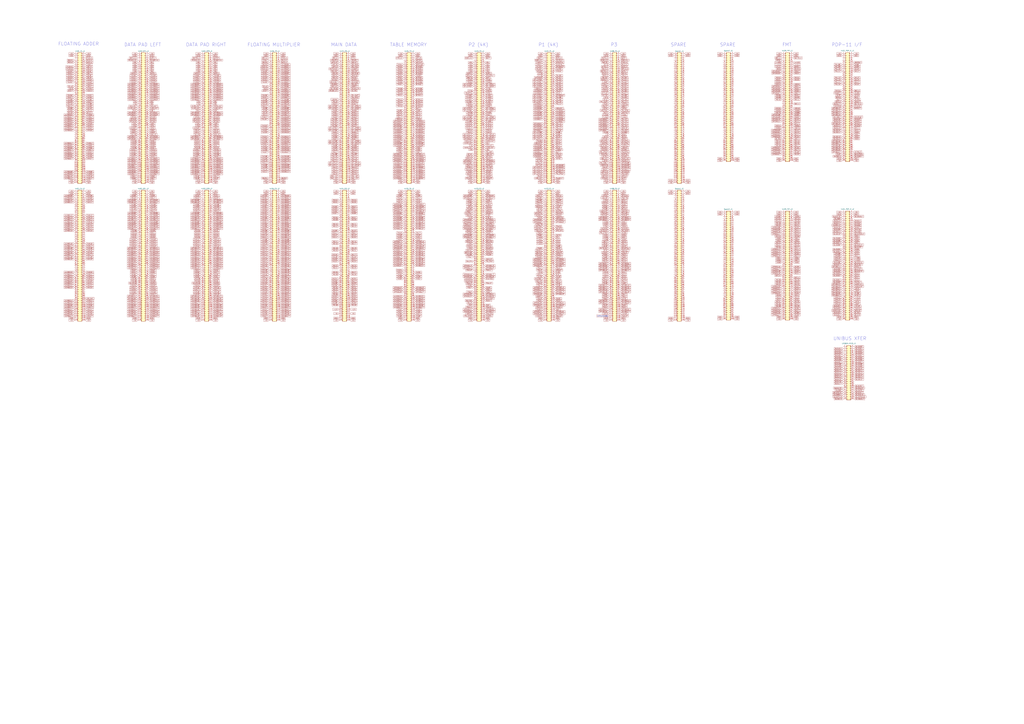
<source format=kicad_sch>
(kicad_sch (version 20250114) (generator "eeschema") (generator_version "9.0")
  (paper "A0")
  (text "P2 (4K)" (at 555.498 52.07 0) (effects (font (size 3.81 3.81))))
  (text "FLOATING MULTIPLIER" (at 318.008 52.07 0) (effects (font (size 3.81 3.81))))
  (text "PDP-11 I/F" (at 983.488 52.07 0) (effects (font (size 3.81 3.81))))
  (text "FLOATING ADDER" (at 91.186 51.054 0) (effects (font (size 3.81 3.81))))
  (text "FMT" (at 913.638 52.07 0) (effects (font (size 3.81 3.81))))
  (text "DATA PAD RIGHT" (at 239.268 52.07 0) (effects (font (size 3.81 3.81))))
  (text "UNIBUS XFER" (at 986.79 393.446 0) (effects (font (size 3.81 3.81))))
  (text "SPARE" (at 845.058 52.07 0) (effects (font (size 3.81 3.81))))
  (text "MAIN DATA" (at 399.288 52.07 0) (effects (font (size 3.81 3.81))))
  (text "P3" (at 712.978 52.07 0) (effects (font (size 3.81 3.81))))
  (text "SPARE" (at 787.908 52.07 0) (effects (font (size 3.81 3.81))))
  (text "P1 (4K)" (at 636.778 52.07 0) (effects (font (size 3.81 3.81))))
  (text "DATA PAD LEFT" (at 165.608 52.07 0) (effects (font (size 3.81 3.81))))
  (text "TABLE MEMORY" (at 474.218 52.07 0) (effects (font (size 3.81 3.81))))
  (global_label "A2MBS09*" (shape input) (at 86.36 229.87 180) (property "Intersheetrefs" "${INTERSHEET_REFS}" (effects (hide yes))))
  (global_label "A1MBS05*" (shape input) (at 86.36 168.91 180) (property "Intersheetrefs" "${INTERSHEET_REFS}" (effects (hide yes))))
  (global_label "M1MBS07*" (shape input) (at 325.12 255.27 0) (property "Intersheetrefs" "${INTERSHEET_REFS}" (effects (hide yes))))
  (global_label "DPMBS09*" (shape input) (at 908.05 266.7 180) (property "Intersheetrefs" "${INTERSHEET_REFS}" (effects (hide yes))))
  (global_label "M1MBS22*" (shape input) (at 172.72 298.45 0) (property "Intersheetrefs" "${INTERSHEET_REFS}" (effects (hide yes))))
  (global_label "GND" (shape input) (at 233.68 209.55 180) (property "Intersheetrefs" "${INTERSHEET_REFS}" (effects (hide yes))))
  (global_label "MIMBS12*" (shape input) (at 481.33 262.89 0) (property "Intersheetrefs" "${INTERSHEET_REFS}" (effects (hide yes))))
  (global_label "MD29*" (shape input) (at 920.75 312.42 0) (property "Intersheetrefs" "${INTERSHEET_REFS}" (effects (hide yes))))
  (global_label "TM11*" (shape input) (at 481.33 229.87 0) (property "Intersheetrefs" "${INTERSHEET_REFS}" (effects (hide yes))))
  (global_label "A2EBS09*" (shape input) (at 631.19 171.45 180) (property "Intersheetrefs" "${INTERSHEET_REFS}" (effects (hide yes))))
  (global_label "+5V" (shape input) (at 160.02 372.11 180) (property "Intersheetrefs" "${INTERSHEET_REFS}" (effects (hide yes))))
  (global_label "+5V" (shape input) (at 990.6 370.84 0) (property "Intersheetrefs" "${INTERSHEET_REFS}" (effects (hide yes))))
  (global_label "FAM11*" (shape input) (at 312.42 285.75 180) (property "Intersheetrefs" "${INTERSHEET_REFS}" (effects (hide yes))))
  (global_label "CB16*" (shape input) (at 707.39 283.21 180) (property "Intersheetrefs" "${INTERSHEET_REFS}" (effects (hide yes))))
  (global_label "MIMBS01*" (shape input) (at 481.33 196.85 0) (property "Intersheetrefs" "${INTERSHEET_REFS}" (effects (hide yes))))
  (global_label "FAE05*" (shape input) (at 99.06 113.03 0) (property "Intersheetrefs" "${INTERSHEET_REFS}" (effects (hide yes))))
  (global_label "BUSNPR*" (shape input) (at 990.6 287.02 0) (property "Intersheetrefs" "${INTERSHEET_REFS}" (effects (hide yes))))
  (global_label "DPMBS21*" (shape input) (at 908.05 335.28 180) (property "Intersheetrefs" "${INTERSHEET_REFS}" (effects (hide yes))))
  (global_label "FME03*" (shape input) (at 312.42 148.59 180) (property "Intersheetrefs" "${INTERSHEET_REFS}" (effects (hide yes))))
  (global_label "PNL10*" (shape input) (at 643.89 118.11 0) (property "Intersheetrefs" "${INTERSHEET_REFS}" (effects (hide yes))))
  (global_label "DMA09*" (shape input) (at 977.9 297.18 180) (property "Intersheetrefs" "${INTERSHEET_REFS}" (effects (hide yes))))
  (global_label "+5V" (shape input) (at 707.39 222.25 180) (property "Intersheetrefs" "${INTERSHEET_REFS}" (effects (hide yes))))
  (global_label "PNL11*" (shape input) (at 720.09 118.11 0) (property "Intersheetrefs" "${INTERSHEET_REFS}" (effects (hide yes))))
  (global_label "DPMBS19*" (shape input) (at 246.38 346.71 0) (property "Intersheetrefs" "${INTERSHEET_REFS}" (effects (hide yes))))
  (global_label "M2MBS12*" (shape input) (at 246.38 303.53 0) (property "Intersheetrefs" "${INTERSHEET_REFS}" (effects (hide yes))))
  (global_label "GND" (shape input) (at 562.61 64.77 0) (property "Intersheetrefs" "${INTERSHEET_REFS}" (effects (hide yes))))
  (global_label "FAE01*" (shape input) (at 160.02 90.17 180) (property "Intersheetrefs" "${INTERSHEET_REFS}" (effects (hide yes))))
  (global_label "MDI27" (shape input) (at 246.38 275.59 0) (property "Intersheetrefs" "${INTERSHEET_REFS}" (effects (hide yes))))
  (global_label "SP+DP15*" (shape input) (at 406.4 191.77 0) (property "Intersheetrefs" "${INTERSHEET_REFS}" (effects (hide yes))))
  (global_label "A2MBS02*" (shape input) (at 233.68 113.03 180) (property "Intersheetrefs" "${INTERSHEET_REFS}" (effects (hide yes))))
  (global_label "TM07*" (shape input) (at 481.33 176.53 0) (property "Intersheetrefs" "${INTERSHEET_REFS}" (effects (hide yes))))
  (global_label "EXIB" (shape input) (at 643.89 316.23 0) (property "Intersheetrefs" "${INTERSHEET_REFS}" (effects (hide yes))))
  (global_label "A1EBS05*" (shape input) (at 631.19 123.19 180) (property "Intersheetrefs" "${INTERSHEET_REFS}" (effects (hide yes))))
  (global_label "DPMBS18*" (shape input) (at 908.05 314.96 180) (property "Intersheetrefs" "${INTERSHEET_REFS}" (effects (hide yes))))
  (global_label "FSE09*" (shape input) (at 312.42 118.11 180) (property "Intersheetrefs" "${INTERSHEET_REFS}" (effects (hide yes))))
  (global_label "BUSBGIN" (shape input) (at 977.9 181.61 180) (property "Intersheetrefs" "${INTERSHEET_REFS}" (effects (hide yes))))
  (global_label "DMA06*" (shape input) (at 406.4 158.75 0) (property "Intersheetrefs" "${INTERSHEET_REFS}" (effects (hide yes))))
  (global_label "FMM17*" (shape input) (at 99.06 285.75 0) (property "Intersheetrefs" "${INTERSHEET_REFS}" (effects (hide yes))))
  (global_label "DPMBS16*" (shape input) (at 549.91 318.77 180) (property "Intersheetrefs" "${INTERSHEET_REFS}" (effects (hide yes))))
  (global_label "A2MBS15*" (shape input) (at 86.36 267.97 180) (property "Intersheetrefs" "${INTERSHEET_REFS}" (effects (hide yes))))
  (global_label "DA2PNL" (shape input) (at 643.89 245.11 0) (property "Intersheetrefs" "${INTERSHEET_REFS}" (effects (hide yes))))
  (global_label "A1MBS09*" (shape input) (at 468.63 255.27 180) (property "Intersheetrefs" "${INTERSHEET_REFS}" (effects (hide yes))))
  (global_label "GND" (shape input) (at 86.36 64.77 180) (property "Intersheetrefs" "${INTERSHEET_REFS}" (effects (hide yes))))
  (global_label "MD04*" (shape input) (at 920.75 100.33 0) (property "Intersheetrefs" "${INTERSHEET_REFS}" (effects (hide yes))))
  (global_label "M2EBS11*" (shape input) (at 325.12 199.39 0) (property "Intersheetrefs" "${INTERSHEET_REFS}" (effects (hide yes))))
  (global_label "BTMA05" (shape input) (at 481.33 92.71 0) (property "Intersheetrefs" "${INTERSHEET_REFS}" (effects (hide yes))))
  (global_label "PNL12*" (shape input) (at 643.89 143.51 0) (property "Intersheetrefs" "${INTERSHEET_REFS}" (effects (hide yes))))
  (global_label "FMM22*" (shape input) (at 312.42 334.01 180) (property "Intersheetrefs" "${INTERSHEET_REFS}" (effects (hide yes))))
  (global_label "M1MBS26*" (shape input) (at 325.12 354.33 0) (property "Intersheetrefs" "${INTERSHEET_REFS}" (effects (hide yes))))
  (global_label "DA15*" (shape input) (at 481.33 135.89 0) (property "Intersheetrefs" "${INTERSHEET_REFS}" (effects (hide yes))))
  (global_label "MD08*" (shape input) (at 160.02 227.33 180) (property "Intersheetrefs" "${INTERSHEET_REFS}" (effects (hide yes))))
  (global_label "SP+DP11*" (shape input) (at 631.19 161.29 180) (property "Intersheetrefs" "${INTERSHEET_REFS}" (effects (hide yes))))
  (global_label "FME11*" (shape input) (at 172.72 245.11 0) (property "Intersheetrefs" "${INTERSHEET_REFS}" (effects (hide yes))))
  (global_label "TM2DP" (shape input) (at 481.33 87.63 0) (property "Intersheetrefs" "${INTERSHEET_REFS}" (effects (hide yes))))
  (global_label "DPMBS10*" (shape input) (at 908.05 269.24 180) (property "Intersheetrefs" "${INTERSHEET_REFS}" (effects (hide yes))))
  (global_label "GND" (shape input) (at 393.7 209.55 180) (property "Intersheetrefs" "${INTERSHEET_REFS}" (effects (hide yes))))
  (global_label "M2MBS02*" (shape input) (at 246.38 113.03 0) (property "Intersheetrefs" "${INTERSHEET_REFS}" (effects (hide yes))))
  (global_label "DPEBS10*" (shape input) (at 468.63 179.07 180) (property "Intersheetrefs" "${INTERSHEET_REFS}" (effects (hide yes))))
  (global_label "A1EBS03*" (shape input) (at 468.63 153.67 180) (property "Intersheetrefs" "${INTERSHEET_REFS}" (effects (hide yes))))
  (global_label "BS2A2" (shape input) (at 86.36 72.39 180) (property "Intersheetrefs" "${INTERSHEET_REFS}" (effects (hide yes))))
  (global_label "PSA09*" (shape input) (at 643.89 232.41 0) (property "Intersheetrefs" "${INTERSHEET_REFS}" (effects (hide yes))))
  (global_label "FAE08*" (shape input) (at 99.06 120.65 0) (property "Intersheetrefs" "${INTERSHEET_REFS}" (effects (hide yes))))
  (global_label "DPMBS22*" (shape input) (at 631.19 354.33 180) (property "Intersheetrefs" "${INTERSHEET_REFS}" (effects (hide yes))))
  (global_label "HADR2HD*" (shape input) (at 990.6 332.74 0) (property "Intersheetrefs" "${INTERSHEET_REFS}" (effects (hide yes))))
  (global_label "A2MBS16*" (shape input) (at 86.36 293.37 180) (property "Intersheetrefs" "${INTERSHEET_REFS}" (effects (hide yes))))
  (global_label "+5V" (shape input) (at 160.02 212.09 180) (property "Intersheetrefs" "${INTERSHEET_REFS}" (effects (hide yes))))
  (global_label "CB16*" (shape input) (at 99.06 82.55 0) (property "Intersheetrefs" "${INTERSHEET_REFS}" (effects (hide yes))))
  (global_label "MDI39" (shape input) (at 920.75 355.6 0) (property "Intersheetrefs" "${INTERSHEET_REFS}" (effects (hide yes))))
  (global_label "DPMBS25*" (shape input) (at 562.61 359.41 0) (property "Intersheetrefs" "${INTERSHEET_REFS}" (effects (hide yes))))
  (global_label "DPMBS11*" (shape input) (at 562.61 275.59 0) (property "Intersheetrefs" "${INTERSHEET_REFS}" (effects (hide yes))))
  (global_label "A1EBS09*" (shape input) (at 160.02 250.19 180) (property "Intersheetrefs" "${INTERSHEET_REFS}" (effects (hide yes))))
  (global_label "FMM12*" (shape input) (at 99.06 250.19 0) (property "Intersheetrefs" "${INTERSHEET_REFS}" (effects (hide yes))))
  (global_label "+5V" (shape input) (at 312.42 222.25 180) (property "Intersheetrefs" "${INTERSHEET_REFS}" (effects (hide yes))))
  (global_label "MDCR1Q*" (shape input) (at 990.6 135.89 0) (property "Intersheetrefs" "${INTERSHEET_REFS}" (effects (hide yes))))
  (global_label "Y02" (shape input) (at 246.38 74.93 0) (property "Intersheetrefs" "${INTERSHEET_REFS}" (effects (hide yes))))
  (global_label "PNL15*" (shape input) (at 977.9 97.79 180) (property "Intersheetrefs" "${INTERSHEET_REFS}" (effects (hide yes))))
  (global_label "FMM26*" (shape input) (at 312.42 354.33 180) (property "Intersheetrefs" "${INTERSHEET_REFS}" (effects (hide yes))))
  (global_label "MD38*" (shape input) (at 920.75 363.22 0) (property "Intersheetrefs" "${INTERSHEET_REFS}" (effects (hide yes))))
  (global_label "DPMBS07*" (shape input) (at 643.89 303.53 0) (property "Intersheetrefs" "${INTERSHEET_REFS}" (effects (hide yes))))
  (global_label "PLN06*" (shape input) (at 549.91 118.11 180) (property "Intersheetrefs" "${INTERSHEET_REFS}" (effects (hide yes))))
  (global_label "FAM07*" (shape input) (at 233.68 181.61 180) (property "Intersheetrefs" "${INTERSHEET_REFS}" (effects (hide yes))))
  (global_label "BUSD15*" (shape input) (at 977.9 151.13 180) (property "Intersheetrefs" "${INTERSHEET_REFS}" (effects (hide yes))))
  (global_label "DPEBS03*" (shape input) (at 562.61 161.29 0) (property "Intersheetrefs" "${INTERSHEET_REFS}" (effects (hide yes))))
  (global_label "DPEBS05*" (shape input) (at 908.05 102.87 180) (property "Intersheetrefs" "${INTERSHEET_REFS}" (effects (hide yes))))
  (global_label "MIMBS09*" (shape input) (at 481.33 255.27 0) (property "Intersheetrefs" "${INTERSHEET_REFS}" (effects (hide yes))))
  (global_label "PLN12*" (shape input) (at 549.91 146.05 180) (property "Intersheetrefs" "${INTERSHEET_REFS}" (effects (hide yes))))
  (global_label "DPEBS07*" (shape input) (at 908.05 107.95 180) (property "Intersheetrefs" "${INTERSHEET_REFS}" (effects (hide yes))))
  (global_label "FSE01*" (shape input) (at 312.42 85.09 180) (property "Intersheetrefs" "${INTERSHEET_REFS}" (effects (hide yes))))
  (global_label "PSACD" (shape input) (at 562.61 242.57 0) (property "Intersheetrefs" "${INTERSHEET_REFS}" (effects (hide yes))))
  (global_label "TMREGE" (shape input) (at 549.91 364.49 180) (property "Intersheetrefs" "${INTERSHEET_REFS}" (effects (hide yes))))
  (global_label "DP2M2" (shape input) (at 172.72 138.43 0) (property "Intersheetrefs" "${INTERSHEET_REFS}" (effects (hide yes))))
  (global_label "MDCA0" (shape input) (at 393.7 85.09 180) (property "Intersheetrefs" "${INTERSHEET_REFS}" (effects (hide yes))))
  (global_label "CB2A1E*" (shape input) (at 631.19 102.87 180) (property "Intersheetrefs" "${INTERSHEET_REFS}" (effects (hide yes))))
  (global_label "TMA00" (shape input) (at 549.91 92.71 180) (property "Intersheetrefs" "${INTERSHEET_REFS}" (effects (hide yes))))
  (global_label "NEWINS3" (shape input) (at 549.91 326.39 180) (property "Intersheetrefs" "${INTERSHEET_REFS}" (effects (hide yes))))
  (global_label "+5V" (shape input) (at 631.19 222.25 180) (property "Intersheetrefs" "${INTERSHEET_REFS}" (effects (hide yes))))
  (global_label "FAE04*" (shape input) (at 312.42 168.91 180) (property "Intersheetrefs" "${INTERSHEET_REFS}" (effects (hide yes))))
  (global_label "MIEBS07*" (shape input) (at 481.33 163.83 0) (property "Intersheetrefs" "${INTERSHEET_REFS}" (effects (hide yes))))
  (global_label "GND" (shape input) (at 233.68 64.77 180) (property "Intersheetrefs" "${INTERSHEET_REFS}" (effects (hide yes))))
  (global_label "BUSNPGIN" (shape input) (at 979.17 461.01 180) (property "Intersheetrefs" "${INTERSHEET_REFS}" (effects (hide yes))))
  (global_label "FAE07*" (shape input) (at 160.02 181.61 180) (property "Intersheetrefs" "${INTERSHEET_REFS}" (effects (hide yes))))
  (global_label "Y2M2" (shape input) (at 246.38 148.59 0) (property "Intersheetrefs" "${INTERSHEET_REFS}" (effects (hide yes))))
  (global_label "FMM19*" (shape input) (at 246.38 341.63 0) (property "Intersheetrefs" "${INTERSHEET_REFS}" (effects (hide yes))))
  (global_label "FAM26*" (shape input) (at 160.02 339.09 180) (property "Intersheetrefs" "${INTERSHEET_REFS}" (effects (hide yes))))
  (global_label "M2EBS08*" (shape input) (at 172.72 257.81 0) (property "Intersheetrefs" "${INTERSHEET_REFS}" (effects (hide yes))))
  (global_label "TM38*" (shape input) (at 468.63 367.03 180) (property "Intersheetrefs" "${INTERSHEET_REFS}" (effects (hide yes))))
  (global_label "DPMBS03*" (shape input) (at 481.33 184.15 0) (property "Intersheetrefs" "${INTERSHEET_REFS}" (effects (hide yes))))
  (global_label "FLAG3" (shape input) (at 631.19 283.21 180) (property "Intersheetrefs" "${INTERSHEET_REFS}" (effects (hide yes))))
  (global_label "CA3WRT" (shape input) (at 160.02 148.59 180) (property "Intersheetrefs" "${INTERSHEET_REFS}" (effects (hide yes))))
  (global_label "M1EBS07*" (shape input) (at 325.12 166.37 0) (property "Intersheetrefs" "${INTERSHEET_REFS}" (effects (hide yes))))
  (global_label "BUSBBSY*" (shape input) (at 990.6 181.61 0) (property "Intersheetrefs" "${INTERSHEET_REFS}" (effects (hide yes))))
  (global_label "A2MBS22*" (shape input) (at 86.36 331.47 180) (property "Intersheetrefs" "${INTERSHEET_REFS}" (effects (hide yes))))
  (global_label "!WRTR*" (shape input) (at 246.38 67.31 0) (property "Intersheetrefs" "${INTERSHEET_REFS}" (effects (hide yes))))
  (global_label "INTR*" (shape input) (at 631.19 252.73 180) (property "Intersheetrefs" "${INTERSHEET_REFS}" (effects (hide yes))))
  (global_label "HD14" (shape input) (at 908.05 347.98 180) (property "Intersheetrefs" "${INTERSHEET_REFS}" (effects (hide yes))))
  (global_label "TM33*" (shape input) (at 481.33 359.41 0) (property "Intersheetrefs" "${INTERSHEET_REFS}" (effects (hide yes))))
  (global_label "MDI10" (shape input) (at 160.02 270.51 180) (property "Intersheetrefs" "${INTERSHEET_REFS}" (effects (hide yes))))
  (global_label "WRTLM" (shape input) (at 481.33 67.31 0) (property "Intersheetrefs" "${INTERSHEET_REFS}" (effects (hide yes))))
  (global_label "DP2IO*" (shape input) (at 707.39 161.29 180) (property "Intersheetrefs" "${INTERSHEET_REFS}" (effects (hide yes))))
  (global_label "PNL09*" (shape input) (at 406.4 179.07 0) (property "Intersheetrefs" "${INTERSHEET_REFS}" (effects (hide yes))))
  (global_label "FMM11*" (shape input) (at 99.06 207.01 0) (property "Intersheetrefs" "${INTERSHEET_REFS}" (effects (hide yes))))
  (global_label "DMA05*" (shape input) (at 990.6 259.08 0) (property "Intersheetrefs" "${INTERSHEET_REFS}" (effects (hide yes))))
  (global_label "FMM14*" (shape input) (at 99.06 255.27 0) (property "Intersheetrefs" "${INTERSHEET_REFS}" (effects (hide yes))))
  (global_label "DPMBS17*" (shape input) (at 977.9 166.37 180) (property "Intersheetrefs" "${INTERSHEET_REFS}" (effects (hide yes))))
  (global_label "!HRSET*" (shape input) (at 707.39 92.71 180) (property "Intersheetrefs" "${INTERSHEET_REFS}" (effects (hide yes))))
  (global_label "MDLMAN" (shape input) (at 406.4 77.47 0) (property "Intersheetrefs" "${INTERSHEET_REFS}" (effects (hide yes))))
  (global_label "FAM03*" (shape input) (at 233.68 95.25 180) (property "Intersheetrefs" "${INTERSHEET_REFS}" (effects (hide yes))))
  (global_label "MDI17" (shape input) (at 920.75 168.91 0) (property "Intersheetrefs" "${INTERSHEET_REFS}" (effects (hide yes))))
  (global_label "MIMBS24*" (shape input) (at 481.33 349.25 0) (property "Intersheetrefs" "${INTERSHEET_REFS}" (effects (hide yes))))
  (global_label "M2EBS07*" (shape input) (at 172.72 201.93 0) (property "Intersheetrefs" "${INTERSHEET_REFS}" (effects (hide yes))))
  (global_label "A2EBS07*" (shape input) (at 643.89 140.97 0) (property "Intersheetrefs" "${INTERSHEET_REFS}" (effects (hide yes))))
  (global_label "DPMBS03*" (shape input) (at 720.09 255.27 0) (property "Intersheetrefs" "${INTERSHEET_REFS}" (effects (hide yes))))
  (global_label "MD14*" (shape input) (at 233.68 153.67 180) (property "Intersheetrefs" "${INTERSHEET_REFS}" (effects (hide yes))))
  (global_label "PLN00*" (shape input) (at 549.91 110.49 180) (property "Intersheetrefs" "${INTERSHEET_REFS}" (effects (hide yes))))
  (global_label "TMA03" (shape input) (at 562.61 95.25 0) (property "Intersheetrefs" "${INTERSHEET_REFS}" (effects (hide yes))))
  (global_label "FAZRO*" (shape input) (at 99.06 102.87 0) (property "Intersheetrefs" "${INTERSHEET_REFS}" (effects (hide yes))))
  (global_label "HD11" (shape input) (at 920.75 342.9 0) (property "Intersheetrefs" "${INTERSHEET_REFS}" (effects (hide yes))))
  (global_label "A1MBS15*" (shape input) (at 86.36 257.81 180) (property "Intersheetrefs" "${INTERSHEET_REFS}" (effects (hide yes))))
  (global_label "GND" (shape input) (at 160.02 209.55 180) (property "Intersheetrefs" "${INTERSHEET_REFS}" (effects (hide yes))))
  (global_label "DPMBS19*" (shape input) (at 908.05 317.5 180) (property "Intersheetrefs" "${INTERSHEET_REFS}" (effects (hide yes))))
  (global_label "DP2M1" (shape input) (at 172.72 140.97 0) (property "Intersheetrefs" "${INTERSHEET_REFS}" (effects (hide yes))))
  (global_label "MD30*" (shape input) (at 233.68 321.31 180) (property "Intersheetrefs" "${INTERSHEET_REFS}" (effects (hide yes))))
  (global_label "FMM08*" (shape input) (at 99.06 199.39 0) (property "Intersheetrefs" "${INTERSHEET_REFS}" (effects (hide yes))))
  (global_label "Y01" (shape input) (at 562.61 72.39 0) (property "Intersheetrefs" "${INTERSHEET_REFS}" (effects (hide yes))))
  (global_label "Y2DP" (shape input) (at 172.72 143.51 0) (property "Intersheetrefs" "${INTERSHEET_REFS}" (effects (hide yes))))
  (global_label "MDI20" (shape input) (at 908.05 261.62 180) (property "Intersheetrefs" "${INTERSHEET_REFS}" (effects (hide yes))))
  (global_label "!TMCLK" (shape input) (at 720.09 72.39 0) (property "Intersheetrefs" "${INTERSHEET_REFS}" (effects (hide yes))))
  (global_label "M1MBS09*" (shape input) (at 325.12 270.51 0) (property "Intersheetrefs" "${INTERSHEET_REFS}" (effects (hide yes))))
  (global_label "BTMA13" (shape input) (at 481.33 118.11 0) (property "Intersheetrefs" "${INTERSHEET_REFS}" (effects (hide yes))))
  (global_label "A1MBS09*" (shape input) (at 86.36 201.93 180) (property "Intersheetrefs" "${INTERSHEET_REFS}" (effects (hide yes))))
  (global_label "DPMBS02*" (shape input) (at 707.39 255.27 180) (property "Intersheetrefs" "${INTERSHEET_REFS}" (effects (hide yes))))
  (global_label "HD08B" (shape input) (at 920.75 130.81 0) (property "Intersheetrefs" "${INTERSHEET_REFS}" (effects (hide yes))))
  (global_label "MD33*" (shape input) (at 406.4 344.17 0) (property "Intersheetrefs" "${INTERSHEET_REFS}" (effects (hide yes))))
  (global_label "DPMBS24*" (shape input) (at 707.39 359.41 180) (property "Intersheetrefs" "${INTERSHEET_REFS}" (effects (hide yes))))
  (global_label "MDI27" (shape input) (at 920.75 287.02 0) (property "Intersheetrefs" "${INTERSHEET_REFS}" (effects (hide yes))))
  (global_label "FAE11*" (shape input) (at 312.42 199.39 180) (property "Intersheetrefs" "${INTERSHEET_REFS}" (effects (hide yes))))
  (global_label "A1MBS20*" (shape input) (at 160.02 293.37 180) (property "Intersheetrefs" "${INTERSHEET_REFS}" (effects (hide yes))))
  (global_label "MD17*" (shape input) (at 406.4 295.91 0) (property "Intersheetrefs" "${INTERSHEET_REFS}" (effects (hide yes))))
  (global_label "CB2A2M*" (shape input) (at 631.19 166.37 180) (property "Intersheetrefs" "${INTERSHEET_REFS}" (effects (hide yes))))
  (global_label "DPALD*" (shape input) (at 549.91 87.63 180) (property "Intersheetrefs" "${INTERSHEET_REFS}" (effects (hide yes))))
  (global_label "PS18*" (shape input) (at 643.89 331.47 0) (property "Intersheetrefs" "${INTERSHEET_REFS}" (effects (hide yes))))
  (global_label "DPMBS22*" (shape input) (at 160.02 290.83 180) (property "Intersheetrefs" "${INTERSHEET_REFS}" (effects (hide yes))))
  (global_label "TMA01" (shape input) (at 562.61 92.71 0) (property "Intersheetrefs" "${INTERSHEET_REFS}" (effects (hide yes))))
  (global_label "B2IO" (shape input) (at 990.6 113.03 0) (property "Intersheetrefs" "${INTERSHEET_REFS}" (effects (hide yes))))
  (global_label "BTMA08" (shape input) (at 481.33 102.87 0) (property "Intersheetrefs" "${INTERSHEET_REFS}" (effects (hide yes))))
  (global_label "A1EBS05*" (shape input) (at 160.02 186.69 180) (property "Intersheetrefs" "${INTERSHEET_REFS}" (effects (hide yes))))
  (global_label "STA2PNL" (shape input) (at 720.09 166.37 0) (property "Intersheetrefs" "${INTERSHEET_REFS}" (effects (hide yes))))
  (global_label "FAE05*" (shape input) (at 312.42 171.45 180) (property "Intersheetrefs" "${INTERSHEET_REFS}" (effects (hide yes))))
  (global_label "MD04*" (shape input) (at 406.4 242.57 0) (property "Intersheetrefs" "${INTERSHEET_REFS}" (effects (hide yes))))
  (global_label "M1EBS11*" (shape input) (at 325.12 189.23 0) (property "Intersheetrefs" "${INTERSHEET_REFS}" (effects (hide yes))))
  (global_label "PSAAD" (shape input) (at 562.61 240.03 0) (property "Intersheetrefs" "${INTERSHEET_REFS}" (effects (hide yes))))
  (global_label "PNL14*" (shape input) (at 643.89 148.59 0) (property "Intersheetrefs" "${INTERSHEET_REFS}" (effects (hide yes))))
  (global_label "GND" (shape input) (at 977.9 248.92 180) (property "Intersheetrefs" "${INTERSHEET_REFS}" (effects (hide yes))))
  (global_label "MDI23" (shape input) (at 246.38 270.51 0) (property "Intersheetrefs" "${INTERSHEET_REFS}" (effects (hide yes))))
  (global_label "A2MBS05*" (shape input) (at 233.68 196.85 180) (property "Intersheetrefs" "${INTERSHEET_REFS}" (effects (hide yes))))
  (global_label "GND" (shape input) (at 246.38 209.55 0) (property "Intersheetrefs" "${INTERSHEET_REFS}" (effects (hide yes))))
  (global_label "MDI33" (shape input) (at 920.75 330.2 0) (property "Intersheetrefs" "${INTERSHEET_REFS}" (effects (hide yes))))
  (global_label "FMM23*" (shape input) (at 172.72 285.75 0) (property "Intersheetrefs" "${INTERSHEET_REFS}" (effects (hide yes))))
  (global_label "GND" (shape input) (at 707.39 224.79 180) (property "Intersheetrefs" "${INTERSHEET_REFS}" (effects (hide yes))))
  (global_label "GND" (shape input) (at 852.17 248.92 0) (property "Intersheetrefs" "${INTERSHEET_REFS}" (effects (hide yes))))
  (global_label "FME00*" (shape input) (at 172.72 87.63 0) (property "Intersheetrefs" "${INTERSHEET_REFS}" (effects (hide yes))))
  (global_label "HD12" (shape input) (at 990.6 317.5 0) (property "Intersheetrefs" "${INTERSHEET_REFS}" (effects (hide yes))))
  (global_label "BUSD11*" (shape input) (at 977.9 269.24 180) (property "Intersheetrefs" "${INTERSHEET_REFS}" (effects (hide yes))))
  (global_label "PNL00*" (shape input) (at 393.7 138.43 180) (property "Intersheetrefs" "${INTERSHEET_REFS}" (effects (hide yes))))
  (global_label "GND" (shape input) (at 782.32 64.77 180) (property "Intersheetrefs" "${INTERSHEET_REFS}" (effects (hide yes))))
  (global_label "PNL06*" (shape input) (at 393.7 146.05 180) (property "Intersheetrefs" "${INTERSHEET_REFS}" (effects (hide yes))))
  (global_label "+5V" (shape input) (at 920.75 186.69 0) (property "Intersheetrefs" "${INTERSHEET_REFS}" (effects (hide yes))))
  (global_label "TM2A1" (shape input) (at 720.09 262.89 0) (property "Intersheetrefs" "${INTERSHEET_REFS}" (effects (hide yes))))
  (global_label "GND" (shape input) (at 920.75 248.92 0) (property "Intersheetrefs" "${INTERSHEET_REFS}" (effects (hide yes))))
  (global_label "DPMBS09*" (shape input) (at 562.61 273.05 0) (property "Intersheetrefs" "${INTERSHEET_REFS}" (effects (hide yes))))
  (global_label "A2MBS19*" (shape input) (at 233.68 367.03 180) (property "Intersheetrefs" "${INTERSHEET_REFS}" (effects (hide yes))))
  (global_label "DPEBS05*" (shape input) (at 707.39 146.05 180) (property "Intersheetrefs" "${INTERSHEET_REFS}" (effects (hide yes))))
  (global_label "A1MBS02*" (shape input) (at 86.36 138.43 180) (property "Intersheetrefs" "${INTERSHEET_REFS}" (effects (hide yes))))
  (global_label "A1MBS26*" (shape input) (at 160.02 354.33 180) (property "Intersheetrefs" "${INTERSHEET_REFS}" (effects (hide yes))))
  (global_label "BUSA05*" (shape input) (at 979.17 415.29 180) (property "Intersheetrefs" "${INTERSHEET_REFS}" (effects (hide yes))))
  (global_label "DA11*" (shape input) (at 990.6 82.55 0) (property "Intersheetrefs" "${INTERSHEET_REFS}" (effects (hide yes))))
  (global_label "PSA13*" (shape input) (at 562.61 328.93 0) (property "Intersheetrefs" "${INTERSHEET_REFS}" (effects (hide yes))))
  (global_label "+5V" (shape input) (at 393.7 212.09 180) (property "Intersheetrefs" "${INTERSHEET_REFS}" (effects (hide yes))))
  (global_label "PAUSE1*" (shape input) (at 643.89 207.01 0) (property "Intersheetrefs" "${INTERSHEET_REFS}" (effects (hide yes))))
  (global_label "MDI32" (shape input) (at 908.05 330.2 180) (property "Intersheetrefs" "${INTERSHEET_REFS}" (effects (hide yes))))
  (global_label "FMM14*" (shape input) (at 312.42 293.37 180) (property "Intersheetrefs" "${INTERSHEET_REFS}" (effects (hide yes))))
  (global_label "A2MBS24*" (shape input) (at 86.36 359.41 180) (property "Intersheetrefs" "${INTERSHEET_REFS}" (effects (hide yes))))
  (global_label "FMM03*" (shape input) (at 312.42 234.95 180) (property "Intersheetrefs" "${INTERSHEET_REFS}" (effects (hide yes))))
  (global_label "TMA01" (shape input) (at 468.63 80.01 180) (property "Intersheetrefs" "${INTERSHEET_REFS}" (effects (hide yes))))
  (global_label "XLMCLKE*" (shape input) (at 549.91 166.37 180) (property "Intersheetrefs" "${INTERSHEET_REFS}" (effects (hide yes))))
  (global_label "LDFN*" (shape input) (at 990.6 350.52 0) (property "Intersheetrefs" "${INTERSHEET_REFS}" (effects (hide yes))))
  (global_label "PS37*" (shape input) (at 562.61 234.95 0) (property "Intersheetrefs" "${INTERSHEET_REFS}" (effects (hide yes))))
  (global_label "GND" (shape input) (at 99.06 64.77 0) (property "Intersheetrefs" "${INTERSHEET_REFS}" (effects (hide yes))))
  (global_label "SPD2PNL" (shape input) (at 643.89 72.39 0) (property "Intersheetrefs" "${INTERSHEET_REFS}" (effects (hide yes))))
  (global_label "376LD*" (shape input) (at 720.09 293.37 0) (property "Intersheetrefs" "${INTERSHEET_REFS}" (effects (hide yes))))
  (global_label "A2MBS08*" (shape input) (at 86.36 227.33 180) (property "Intersheetrefs" "${INTERSHEET_REFS}" (effects (hide yes))))
  (global_label "FME01*" (shape input) (at 172.72 90.17 0) (property "Intersheetrefs" "${INTERSHEET_REFS}" (effects (hide yes))))
  (global_label "BUSBGOUT" (shape input) (at 990.6 251.46 0) (property "Intersheetrefs" "${INTERSHEET_REFS}" (effects (hide yes))))
  (global_label "DPMBS16*" (shape input) (at 468.63 283.21 180) (property "Intersheetrefs" "${INTERSHEET_REFS}" (effects (hide yes))))
  (global_label "SRSWE*" (shape input) (at 562.61 245.11 0) (property "Intersheetrefs" "${INTERSHEET_REFS}" (effects (hide yes))))
  (global_label "A2MBS11*" (shape input) (at 86.36 234.95 180) (property "Intersheetrefs" "${INTERSHEET_REFS}" (effects (hide yes))))
  (global_label "DPMBS13*" (shape input) (at 481.33 245.11 0) (property "Intersheetrefs" "${INTERSHEET_REFS}" (effects (hide yes))))
  (global_label "MDI27" (shape input) (at 406.4 316.23 0) (property "Intersheetrefs" "${INTERSHEET_REFS}" (effects (hide yes))))
  (global_label "MA=SUP*" (shape input) (at 707.39 118.11 180) (property "Intersheetrefs" "${INTERSHEET_REFS}" (effects (hide yes))))
  (global_label "I+H14" (shape input) (at 920.75 74.93 0) (property "Intersheetrefs" "${INTERSHEET_REFS}" (effects (hide yes))))
  (global_label "DPMBS14*" (shape input) (at 233.68 290.83 180) (property "Intersheetrefs" "${INTERSHEET_REFS}" (effects (hide yes))))
  (global_label "DMA08*" (shape input) (at 977.9 294.64 180) (property "Intersheetrefs" "${INTERSHEET_REFS}" (effects (hide yes))))
  (global_label "MD02*" (shape input) (at 920.75 82.55 0) (property "Intersheetrefs" "${INTERSHEET_REFS}" (effects (hide yes))))
  (global_label "XIA" (shape input) (at 160.02 118.11 180) (property "Intersheetrefs" "${INTERSHEET_REFS}" (effects (hide yes))))
  (global_label "M1MBS13*" (shape input) (at 246.38 295.91 0) (property "Intersheetrefs" "${INTERSHEET_REFS}" (effects (hide yes))))
  (global_label "OUT*" (shape input) (at 707.39 130.81 180) (property "Intersheetrefs" "${INTERSHEET_REFS}" (effects (hide yes))))
  (global_label "PSA06*" (shape input) (at 631.19 229.87 180) (property "Intersheetrefs" "${INTERSHEET_REFS}" (effects (hide yes))))
  (global_label "FMM15*" (shape input) (at 99.06 257.81 0) (property "Intersheetrefs" "${INTERSHEET_REFS}" (effects (hide yes))))
  (global_label "DPEBS08*" (shape input) (at 468.63 148.59 180) (property "Intersheetrefs" "${INTERSHEET_REFS}" (effects (hide yes))))
  (global_label "PNL15*" (shape input) (at 720.09 146.05 0) (property "Intersheetrefs" "${INTERSHEET_REFS}" (effects (hide yes))))
  (global_label "!TMCLK" (shape input) (at 468.63 67.31 180) (property "Intersheetrefs" "${INTERSHEET_REFS}" (effects (hide yes))))
  (global_label "A1EBS03*" (shape input) (at 325.12 82.55 0) (property "Intersheetrefs" "${INTERSHEET_REFS}" (effects (hide yes))))
  (global_label "FMM08*" (shape input) (at 246.38 237.49 0) (property "Intersheetrefs" "${INTERSHEET_REFS}" (effects (hide yes))))
  (global_label "TMA05" (shape input) (at 468.63 92.71 180) (property "Intersheetrefs" "${INTERSHEET_REFS}" (effects (hide yes))))
  (global_label "MD02*" (shape input) (at 406.4 240.03 0) (property "Intersheetrefs" "${INTERSHEET_REFS}" (effects (hide yes))))
  (global_label "DPEBS03*" (shape input) (at 643.89 110.49 0) (property "Intersheetrefs" "${INTERSHEET_REFS}" (effects (hide yes))))
  (global_label "MD35*" (shape input) (at 172.72 316.23 0) (property "Intersheetrefs" "${INTERSHEET_REFS}" (effects (hide yes))))
  (global_label "DCHO01*" (shape input) (at 977.9 135.89 180) (property "Intersheetrefs" "${INTERSHEET_REFS}" (effects (hide yes))))
  (global_label "IFFTQ" (shape input) (at 562.61 102.87 0) (property "Intersheetrefs" "${INTERSHEET_REFS}" (effects (hide yes))))
  (global_label "FME09*" (shape input) (at 172.72 240.03 0) (property "Intersheetrefs" "${INTERSHEET_REFS}" (effects (hide yes))))
  (global_label "SP+DP08*" (shape input) (at 631.19 153.67 180) (property "Intersheetrefs" "${INTERSHEET_REFS}" (effects (hide yes))))
  (global_label "TMA07" (shape input) (at 468.63 97.79 180) (property "Intersheetrefs" "${INTERSHEET_REFS}" (effects (hide yes))))
  (global_label "DPMBS02*" (shape input) (at 631.19 257.81 180) (property "Intersheetrefs" "${INTERSHEET_REFS}" (effects (hide yes))))
  (global_label "+5V" (shape input) (at 795.02 222.25 0) (property "Intersheetrefs" "${INTERSHEET_REFS}" (effects (hide yes))))
  (global_label "FAM08*" (shape input) (at 233.68 237.49 180) (property "Intersheetrefs" "${INTERSHEET_REFS}" (effects (hide yes))))
  (global_label "M1EBS01*" (shape input) (at 172.72 100.33 0) (property "Intersheetrefs" "${INTERSHEET_REFS}" (effects (hide yes))))
  (global_label "DA08*" (shape input) (at 468.63 128.27 180) (property "Intersheetrefs" "${INTERSHEET_REFS}" (effects (hide yes))))
  (global_label "BUSD04*" (shape input) (at 977.9 292.1 180) (property "Intersheetrefs" "${INTERSHEET_REFS}" (effects (hide yes))))
  (global_label "M1EBS10*" (shape input) (at 172.72 252.73 0) (property "Intersheetrefs" "${INTERSHEET_REFS}" (effects (hide yes))))
  (global_label "HD15" (shape input) (at 990.6 325.12 0) (property "Intersheetrefs" "${INTERSHEET_REFS}" (effects (hide yes))))
  (global_label "MA(-2)*" (shape input) (at 393.7 207.01 180) (property "Intersheetrefs" "${INTERSHEET_REFS}" (effects (hide yes))))
  (global_label "DA10*" (shape input) (at 468.63 130.81 180) (property "Intersheetrefs" "${INTERSHEET_REFS}" (effects (hide yes))))
  (global_label "DMA14*" (shape input) (at 977.9 350.52 180) (property "Intersheetrefs" "${INTERSHEET_REFS}" (effects (hide yes))))
  (global_label "DA11*" (shape input) (at 481.33 130.81 0) (property "Intersheetrefs" "${INTERSHEET_REFS}" (effects (hide yes))))
  (global_label "HD05" (shape input) (at 720.09 273.05 0) (property "Intersheetrefs" "${INTERSHEET_REFS}" (effects (hide yes))))
  (global_label "MDCLKE" (shape input) (at 246.38 156.21 0) (property "Intersheetrefs" "${INTERSHEET_REFS}" (effects (hide yes))))
  (global_label "DA2PNL" (shape input) (at 707.39 166.37 180) (property "Intersheetrefs" "${INTERSHEET_REFS}" (effects (hide yes))))
  (global_label "MDI25" (shape input) (at 406.4 311.15 0) (property "Intersheetrefs" "${INTERSHEET_REFS}" (effects (hide yes))))
  (global_label "FMM11*" (shape input) (at 312.42 275.59 180) (property "Intersheetrefs" "${INTERSHEET_REFS}" (effects (hide yes))))
  (global_label "DPEBS04*" (shape input) (at 549.91 186.69 180) (property "Intersheetrefs" "${INTERSHEET_REFS}" (effects (hide yes))))
  (global_label "A1MBS11*" (shape input) (at 468.63 260.35 180) (property "Intersheetrefs" "${INTERSHEET_REFS}" (effects (hide yes))))
  (global_label "M2MBS19*" (shape input) (at 246.38 367.03 0) (property "Intersheetrefs" "${INTERSHEET_REFS}" (effects (hide yes))))
  (global_label "MD31*" (shape input) (at 246.38 321.31 0) (property "Intersheetrefs" "${INTERSHEET_REFS}" (effects (hide yes))))
  (global_label "A1MBS09*" (shape input) (at 233.68 250.19 180) (property "Intersheetrefs" "${INTERSHEET_REFS}" (effects (hide yes))))
  (global_label "A1MBS06*" (shape input) (at 233.68 189.23 180) (property "Intersheetrefs" "${INTERSHEET_REFS}" (effects (hide yes))))
  (global_label "A2EBS03*" (shape input) (at 325.12 92.71 0) (property "Intersheetrefs" "${INTERSHEET_REFS}" (effects (hide yes))))
  (global_label "DPMBS15*" (shape input) (at 481.33 280.67 0) (property "Intersheetrefs" "${INTERSHEET_REFS}" (effects (hide yes))))
  (global_label "+5V" (shape input) (at 852.17 186.69 0) (property "Intersheetrefs" "${INTERSHEET_REFS}" (effects (hide yes))))
  (global_label "UNFL*" (shape input) (at 990.6 151.13 0) (property "Intersheetrefs" "${INTERSHEET_REFS}" (effects (hide yes))))
  (global_label "TM18*" (shape input) (at 468.63 273.05 180) (property "Intersheetrefs" "${INTERSHEET_REFS}" (effects (hide yes))))
  (global_label "M2EBS06*" (shape input) (at 172.72 199.39 0) (property "Intersheetrefs" "${INTERSHEET_REFS}" (effects (hide yes))))
  (global_label "DMA04*" (shape input) (at 406.4 153.67 0) (property "Intersheetrefs" "${INTERSHEET_REFS}" (effects (hide yes))))
  (global_label "TMA14" (shape input) (at 468.63 120.65 180) (property "Intersheetrefs" "${INTERSHEET_REFS}" (effects (hide yes))))
  (global_label "DPMBS13*" (shape input) (at 643.89 334.01 0) (property "Intersheetrefs" "${INTERSHEET_REFS}" (effects (hide yes))))
  (global_label "ABORT*" (shape input) (at 406.4 100.33 0) (property "Intersheetrefs" "${INTERSHEET_REFS}" (effects (hide yes))))
  (global_label "FAM18*" (shape input) (at 99.06 298.45 0) (property "Intersheetrefs" "${INTERSHEET_REFS}" (effects (hide yes))))
  (global_label "FMM13*" (shape input) (at 246.38 280.67 0) (property "Intersheetrefs" "${INTERSHEET_REFS}" (effects (hide yes))))
  (global_label "SP+DP04*" (shape input) (at 549.91 125.73 180) (property "Intersheetrefs" "${INTERSHEET_REFS}" (effects (hide yes))))
  (global_label "WRTHM" (shape input) (at 393.7 74.93 180) (property "Intersheetrefs" "${INTERSHEET_REFS}" (effects (hide yes))))
  (global_label "FMM06*" (shape input) (at 99.06 171.45 0) (property "Intersheetrefs" "${INTERSHEET_REFS}" (effects (hide yes))))
  (global_label "DPMBS14*" (shape input) (at 908.05 294.64 180) (property "Intersheetrefs" "${INTERSHEET_REFS}" (effects (hide yes))))
  (global_label "DPMBS06*" (shape input) (at 549.91 265.43 180) (property "Intersheetrefs" "${INTERSHEET_REFS}" (effects (hide yes))))
  (global_label "GND" (shape input) (at 977.9 64.77 180) (property "Intersheetrefs" "${INTERSHEET_REFS}" (effects (hide yes))))
  (global_label "BUSA07*" (shape input) (at 977.9 307.34 180) (property "Intersheetrefs" "${INTERSHEET_REFS}" (effects (hide yes))))
  (global_label "HD11" (shape input) (at 720.09 316.23 0) (property "Intersheetrefs" "${INTERSHEET_REFS}" (effects (hide yes))))
  (global_label "DPEBS06*" (shape input) (at 908.05 105.41 180) (property "Intersheetrefs" "${INTERSHEET_REFS}" (effects (hide yes))))
  (global_label "SP+DP07*" (shape input) (at 631.19 118.11 180) (property "Intersheetrefs" "${INTERSHEET_REFS}" (effects (hide yes))))
  (global_label "FAE07*" (shape input) (at 99.06 118.11 0) (property "Intersheetrefs" "${INTERSHEET_REFS}" (effects (hide yes))))
  (global_label "SP+DP12*" (shape input) (at 631.19 194.31 180) (property "Intersheetrefs" "${INTERSHEET_REFS}" (effects (hide yes))))
  (global_label "SRAOVD" (shape input) (at 631.19 240.03 180) (property "Intersheetrefs" "${INTERSHEET_REFS}" (effects (hide yes))))
  (global_label "A1MBS24*" (shape input) (at 468.63 349.25 180) (property "Intersheetrefs" "${INTERSHEET_REFS}" (effects (hide yes))))
  (global_label "HD14" (shape input) (at 990.6 322.58 0) (property "Intersheetrefs" "${INTERSHEET_REFS}" (effects (hide yes))))
  (global_label "DPMBS04*" (shape input) (at 631.19 300.99 180) (property "Intersheetrefs" "${INTERSHEET_REFS}" (effects (hide yes))))
  (global_label "A2MBS26*" (shape input) (at 160.02 364.49 180) (property "Intersheetrefs" "${INTERSHEET_REFS}" (effects (hide yes))))
  (global_label "SETATMA*" (shape input) (at 562.61 346.71 0) (property "Intersheetrefs" "${INTERSHEET_REFS}" (effects (hide yes))))
  (global_label "MDI37" (shape input) (at 172.72 323.85 0) (property "Intersheetrefs" "${INTERSHEET_REFS}" (effects (hide yes))))
  (global_label "MDI22" (shape input) (at 908.05 281.94 180) (property "Intersheetrefs" "${INTERSHEET_REFS}" (effects (hide yes))))
  (global_label "M1EBS08*" (shape input) (at 325.12 181.61 0) (property "Intersheetrefs" "${INTERSHEET_REFS}" (effects (hide yes))))
  (global_label "PS38*" (shape input) (at 707.39 242.57 180) (property "Intersheetrefs" "${INTERSHEET_REFS}" (effects (hide yes))))
  (global_label "CB2A2M*" (shape input) (at 707.39 245.11 180) (property "Intersheetrefs" "${INTERSHEET_REFS}" (effects (hide yes))))
  (global_label "DPEBS02*" (shape input) (at 707.39 138.43 180) (property "Intersheetrefs" "${INTERSHEET_REFS}" (effects (hide yes))))
  (global_label "BUSNPR*" (shape input) (at 991.87 453.39 0) (property "Intersheetrefs" "${INTERSHEET_REFS}" (effects (hide yes))))
  (global_label "GND" (shape input) (at 643.89 64.77 0) (property "Intersheetrefs" "${INTERSHEET_REFS}" (effects (hide yes))))
  (global_label "DPMBS18*" (shape input) (at 631.19 341.63 180) (property "Intersheetrefs" "${INTERSHEET_REFS}" (effects (hide yes))))
  (global_label "I+H13" (shape input) (at 908.05 74.93 180) (property "Intersheetrefs" "${INTERSHEET_REFS}" (effects (hide yes))))
  (global_label "PNL07*" (shape input) (at 406.4 146.05 0) (property "Intersheetrefs" "${INTERSHEET_REFS}" (effects (hide yes))))
  (global_label "BTMA09" (shape input) (at 481.33 105.41 0) (property "Intersheetrefs" "${INTERSHEET_REFS}" (effects (hide yes))))
  (global_label "HD04" (shape input) (at 990.6 274.32 0) (property "Intersheetrefs" "${INTERSHEET_REFS}" (effects (hide yes))))
  (global_label "A1MBS18*" (shape input) (at 86.36 288.29 180) (property "Intersheetrefs" "${INTERSHEET_REFS}" (effects (hide yes))))
  (global_label "SNSB" (shape input) (at 707.39 153.67 180) (property "Intersheetrefs" "${INTERSHEET_REFS}" (effects (hide yes))))
  (global_label "+5V" (shape input) (at 720.09 62.23 0) (property "Intersheetrefs" "${INTERSHEET_REFS}" (effects (hide yes))))
  (global_label "SP+DP06*" (shape input) (at 549.91 128.27 180) (property "Intersheetrefs" "${INTERSHEET_REFS}" (effects (hide yes))))
  (global_label "GND" (shape input) (at 852.17 368.3 0) (property "Intersheetrefs" "${INTERSHEET_REFS}" (effects (hide yes))))
  (global_label "DPMBS01*" (shape input) (at 246.38 130.81 0) (property "Intersheetrefs" "${INTERSHEET_REFS}" (effects (hide yes))))
  (global_label "BUSSSYN*" (shape input) (at 991.87 458.47 0) (property "Intersheetrefs" "${INTERSHEET_REFS}" (effects (hide yes))))
  (global_label "HD06" (shape input) (at 707.39 275.59 180) (property "Intersheetrefs" "${INTERSHEET_REFS}" (effects (hide yes))))
  (global_label "MIB*" (shape input) (at 562.61 354.33 0) (property "Intersheetrefs" "${INTERSHEET_REFS}" (effects (hide yes))))
  (global_label "SP+DP14*" (shape input) (at 631.19 199.39 180) (property "Intersheetrefs" "${INTERSHEET_REFS}" (effects (hide yes))))
  (global_label "DPMBS16*" (shape input) (at 707.39 336.55 180) (property "Intersheetrefs" "${INTERSHEET_REFS}" (effects (hide yes))))
  (global_label "A1EBS09*" (shape input) (at 325.12 118.11 0) (property "Intersheetrefs" "${INTERSHEET_REFS}" (effects (hide yes))))
  (global_label "M2EBS02*" (shape input) (at 172.72 113.03 0) (property "Intersheetrefs" "${INTERSHEET_REFS}" (effects (hide yes))))
  (global_label "INCCIN*" (shape input) (at 562.61 300.99 0) (property "Intersheetrefs" "${INTERSHEET_REFS}" (effects (hide yes))))
  (global_label "!DPLCLK" (shape input) (at 720.09 80.01 0) (property "Intersheetrefs" "${INTERSHEET_REFS}" (effects (hide yes))))
  (global_label "INT2A1E*" (shape input) (at 643.89 69.85 0) (property "Intersheetrefs" "${INTERSHEET_REFS}" (effects (hide yes))))
  (global_label "FSE04*" (shape input) (at 312.42 92.71 180) (property "Intersheetrefs" "${INTERSHEET_REFS}" (effects (hide yes))))
  (global_label "MDI34" (shape input) (at 160.02 275.59 180) (property "Intersheetrefs" "${INTERSHEET_REFS}" (effects (hide yes))))
  (global_label "MA14*" (shape input) (at 393.7 199.39 180) (property "Intersheetrefs" "${INTERSHEET_REFS}" (effects (hide yes))))
  (global_label "FSE06*" (shape input) (at 312.42 110.49 180) (property "Intersheetrefs" "${INTERSHEET_REFS}" (effects (hide yes))))
  (global_label "+5V" (shape input) (at 908.05 186.69 180) (property "Intersheetrefs" "${INTERSHEET_REFS}" (effects (hide yes))))
  (global_label "+5V" (shape input) (at 99.06 62.23 0) (property "Intersheetrefs" "${INTERSHEET_REFS}" (effects (hide yes))))
  (global_label "PSA06*" (shape input) (at 549.91 270.51 180) (property "Intersheetrefs" "${INTERSHEET_REFS}" (effects (hide yes))))
  (global_label "M1MBS25*" (shape input) (at 172.72 351.79 0) (property "Intersheetrefs" "${INTERSHEET_REFS}" (effects (hide yes))))
  (global_label "GND" (shape input) (at 631.19 369.57 180) (property "Intersheetrefs" "${INTERSHEET_REFS}" (effects (hide yes))))
  (global_label "TM13*" (shape input) (at 481.33 232.41 0) (property "Intersheetrefs" "${INTERSHEET_REFS}" (effects (hide yes))))
  (global_label "A1MBS06*" (shape input) (at 468.63 247.65 180) (property "Intersheetrefs" "${INTERSHEET_REFS}" (effects (hide yes))))
  (global_label "M1MBS01*" (shape input) (at 246.38 100.33 0) (property "Intersheetrefs" "${INTERSHEET_REFS}" (effects (hide yes))))
  (global_label "FSE01*" (shape input) (at 86.36 85.09 180) (property "Intersheetrefs" "${INTERSHEET_REFS}" (effects (hide yes))))
  (global_label "MD24*" (shape input) (at 233.68 313.69 180) (property "Intersheetrefs" "${INTERSHEET_REFS}" (effects (hide yes))))
  (global_label "MDI24" (shape input) (at 393.7 311.15 180) (property "Intersheetrefs" "${INTERSHEET_REFS}" (effects (hide yes))))
  (global_label "PS61*" (shape input) (at 720.09 344.17 0) (property "Intersheetrefs" "${INTERSHEET_REFS}" (effects (hide yes))))
  (global_label "PS06*" (shape input) (at 707.39 295.91 180) (property "Intersheetrefs" "${INTERSHEET_REFS}" (effects (hide yes))))
  (global_label "MD26*" (shape input) (at 233.68 316.23 180) (property "Intersheetrefs" "${INTERSHEET_REFS}" (effects (hide yes))))
  (global_label "FAM25*" (shape input) (at 312.42 361.95 180) (property "Intersheetrefs" "${INTERSHEET_REFS}" (effects (hide yes))))
  (global_label "MDI13" (shape input) (at 246.38 163.83 0) (property "Intersheetrefs" "${INTERSHEET_REFS}" (effects (hide yes))))
  (global_label "TMA02" (shape input) (at 468.63 82.55 180) (property "Intersheetrefs" "${INTERSHEET_REFS}" (effects (hide yes))))
  (global_label "TMA2PNL" (shape input) (at 707.39 179.07 180) (property "Intersheetrefs" "${INTERSHEET_REFS}" (effects (hide yes))))
  (global_label "M1MBS19*" (shape input) (at 325.12 316.23 0) (property "Intersheetrefs" "${INTERSHEET_REFS}" (effects (hide yes))))
  (global_label "A1MBS20*" (shape input) (at 86.36 316.23 180) (property "Intersheetrefs" "${INTERSHEET_REFS}" (effects (hide yes))))
  (global_label "PSA05*" (shape input) (at 631.19 298.45 180) (property "Intersheetrefs" "${INTERSHEET_REFS}" (effects (hide yes))))
  (global_label "IOINTR*" (shape input) (at 631.19 367.03 180) (property "Intersheetrefs" "${INTERSHEET_REFS}" (effects (hide yes))))
  (global_label "MD08*" (shape input) (at 406.4 247.65 0) (property "Intersheetrefs" "${INTERSHEET_REFS}" (effects (hide yes))))
  (global_label "CB2A2E*" (shape input) (at 643.89 125.73 0) (property "Intersheetrefs" "${INTERSHEET_REFS}" (effects (hide yes))))
  (global_label "Y04" (shape input) (at 172.72 80.01 0) (property "Intersheetrefs" "${INTERSHEET_REFS}" (effects (hide yes))))
  (global_label "PSZIP*" (shape input) (at 562.61 184.15 0) (property "Intersheetrefs" "${INTERSHEET_REFS}" (effects (hide yes))))
  (global_label "GND" (shape input) (at 795.02 64.77 0) (property "Intersheetrefs" "${INTERSHEET_REFS}" (effects (hide yes))))
  (global_label "FADD*" (shape input) (at 99.06 74.93 0) (property "Intersheetrefs" "${INTERSHEET_REFS}" (effects (hide yes))))
  (global_label "M2MBS16*" (shape input) (at 246.38 359.41 0) (property "Intersheetrefs" "${INTERSHEET_REFS}" (effects (hide yes))))
  (global_label "GND" (shape input) (at 839.47 184.15 180) (property "Intersheetrefs" "${INTERSHEET_REFS}" (effects (hide yes))))
  (global_label "MDI10" (shape input) (at 393.7 260.35 180) (property "Intersheetrefs" "${INTERSHEET_REFS}" (effects (hide yes))))
  (global_label "A1MBS20*" (shape input) (at 468.63 306.07 180) (property "Intersheetrefs" "${INTERSHEET_REFS}" (effects (hide yes))))
  (global_label "SP+DP03*" (shape input) (at 562.61 100.33 0) (property "Intersheetrefs" "${INTERSHEET_REFS}" (effects (hide yes))))
  (global_label "MDEXP" (shape input) (at 406.4 72.39 0) (property "Intersheetrefs" "${INTERSHEET_REFS}" (effects (hide yes))))
  (global_label "PS62*" (shape input) (at 549.91 339.09 180) (property "Intersheetrefs" "${INTERSHEET_REFS}" (effects (hide yes))))
  (global_label "MIB*" (shape input) (at 246.38 128.27 0) (property "Intersheetrefs" "${INTERSHEET_REFS}" (effects (hide yes))))
  (global_label "FMM04*" (shape input) (at 312.42 247.65 180) (property "Intersheetrefs" "${INTERSHEET_REFS}" (effects (hide yes))))
  (global_label "FSE03*" (shape input) (at 312.42 90.17 180) (property "Intersheetrefs" "${INTERSHEET_REFS}" (effects (hide yes))))
  (global_label "B0CLK" (shape input) (at 920.75 120.65 0) (property "Intersheetrefs" "${INTERSHEET_REFS}" (effects (hide yes))))
  (global_label "DPMBS24*" (shape input) (at 549.91 359.41 180) (property "Intersheetrefs" "${INTERSHEET_REFS}" (effects (hide yes))))
  (global_label "DA10*" (shape input) (at 643.89 158.75 0) (property "Intersheetrefs" "${INTERSHEET_REFS}" (effects (hide yes))))
  (global_label "FAM02*" (shape input) (at 233.68 92.71 180) (property "Intersheetrefs" "${INTERSHEET_REFS}" (effects (hide yes))))
  (global_label "FAUNF*" (shape input) (at 99.06 97.79 0) (property "Intersheetrefs" "${INTERSHEET_REFS}" (effects (hide yes))))
  (global_label "A2EBS11*" (shape input) (at 160.02 265.43 180) (property "Intersheetrefs" "${INTERSHEET_REFS}" (effects (hide yes))))
  (global_label "BUSD08*" (shape input) (at 991.87 422.91 0) (property "Intersheetrefs" "${INTERSHEET_REFS}" (effects (hide yes))))
  (global_label "DPEBS11*" (shape input) (at 643.89 199.39 0) (property "Intersheetrefs" "${INTERSHEET_REFS}" (effects (hide yes))))
  (global_label "DPMBS08*" (shape input) (at 468.63 240.03 180) (property "Intersheetrefs" "${INTERSHEET_REFS}" (effects (hide yes))))
  (global_label "A2MBS10*" (shape input) (at 86.36 232.41 180) (property "Intersheetrefs" "${INTERSHEET_REFS}" (effects (hide yes))))
  (global_label "RUN*" (shape input) (at 977.9 179.07 180) (property "Intersheetrefs" "${INTERSHEET_REFS}" (effects (hide yes))))
  (global_label "MDI21" (shape input) (at 406.4 290.83 0) (property "Intersheetrefs" "${INTERSHEET_REFS}" (effects (hide yes))))
  (global_label "PSA08*" (shape input) (at 549.91 295.91 180) (property "Intersheetrefs" "${INTERSHEET_REFS}" (effects (hide yes))))
  (global_label "DAM01*" (shape input) (at 990.6 140.97 0) (property "Intersheetrefs" "${INTERSHEET_REFS}" (effects (hide yes))))
  (global_label "BUSA16*" (shape input) (at 977.9 138.43 180) (property "Intersheetrefs" "${INTERSHEET_REFS}" (effects (hide yes))))
  (global_label "M2MBS24*" (shape input) (at 325.12 359.41 0) (property "Intersheetrefs" "${INTERSHEET_REFS}" (effects (hide yes))))
  (global_label "+5V" (shape input) (at 795.02 62.23 0) (property "Intersheetrefs" "${INTERSHEET_REFS}" (effects (hide yes))))
  (global_label "CPUIN*" (shape input) (at 643.89 179.07 0) (property "Intersheetrefs" "${INTERSHEET_REFS}" (effects (hide yes))))
  (global_label "M2MBS12*" (shape input) (at 325.12 298.45 0) (property "Intersheetrefs" "${INTERSHEET_REFS}" (effects (hide yes))))
  (global_label "MD09*" (shape input) (at 172.72 227.33 0) (property "Intersheetrefs" "${INTERSHEET_REFS}" (effects (hide yes))))
  (global_label "SP+DP02*" (shape input) (at 393.7 125.73 180) (property "Intersheetrefs" "${INTERSHEET_REFS}" (effects (hide yes))))
  (global_label "+12V" (shape input) (at 406.4 359.41 0) (property "Intersheetrefs" "${INTERSHEET_REFS}" (effects (hide yes))))
  (global_label "DA09*" (shape input) (at 643.89 156.21 0) (property "Intersheetrefs" "${INTERSHEET_REFS}" (effects (hide yes))))
  (global_label "+5V" (shape input) (at 406.4 212.09 0) (property "Intersheetrefs" "${INTERSHEET_REFS}" (effects (hide yes))))
  (global_label "BS2M2" (shape input) (at 325.12 207.01 0) (property "Intersheetrefs" "${INTERSHEET_REFS}" (effects (hide yes))))
  (global_label "FSE06*" (shape input) (at 86.36 110.49 180) (property "Intersheetrefs" "${INTERSHEET_REFS}" (effects (hide yes))))
  (global_label "BUSSACK*" (shape input) (at 991.87 450.85 0) (property "Intersheetrefs" "${INTERSHEET_REFS}" (effects (hide yes))))
  (global_label "MD36*" (shape input) (at 160.02 318.77 180) (property "Intersheetrefs" "${INTERSHEET_REFS}" (effects (hide yes))))
  (global_label "DPMBS25*" (shape input) (at 720.09 359.41 0) (property "Intersheetrefs" "${INTERSHEET_REFS}" (effects (hide yes))))
  (global_label "PS13*" (shape input) (at 720.09 303.53 0) (property "Intersheetrefs" "${INTERSHEET_REFS}" (effects (hide yes))))
  (global_label "MDI18" (shape input) (at 908.05 259.08 180) (property "Intersheetrefs" "${INTERSHEET_REFS}" (effects (hide yes))))
  (global_label "!FMCLK" (shape input) (at 707.39 77.47 180) (property "Intersheetrefs" "${INTERSHEET_REFS}" (effects (hide yes))))
  (global_label "M2MBS27*" (shape input) (at 172.72 367.03 0) (property "Intersheetrefs" "${INTERSHEET_REFS}" (effects (hide yes))))
  (global_label "PS56*" (shape input) (at 549.91 331.47 180) (property "Intersheetrefs" "${INTERSHEET_REFS}" (effects (hide yes))))
  (global_label "DPMBS07*" (shape input) (at 246.38 161.29 0) (property "Intersheetrefs" "${INTERSHEET_REFS}" (effects (hide yes))))
  (global_label "FSE00*" (shape input) (at 312.42 82.55 180) (property "Intersheetrefs" "${INTERSHEET_REFS}" (effects (hide yes))))
  (global_label "PS09*" (shape input) (at 720.09 298.45 0) (property "Intersheetrefs" "${INTERSHEET_REFS}" (effects (hide yes))))
  (global_label "RUN*" (shape input) (at 631.19 204.47 180) (property "Intersheetrefs" "${INTERSHEET_REFS}" (effects (hide yes))))
  (global_label "DPMBS19*" (shape input) (at 977.9 171.45 180) (property "Intersheetrefs" "${INTERSHEET_REFS}" (effects (hide yes))))
  (global_label "RBUEQ*" (shape input) (at 643.89 367.03 0) (property "Intersheetrefs" "${INTERSHEET_REFS}" (effects (hide yes))))
  (global_label "XIB" (shape input) (at 172.72 118.11 0) (property "Intersheetrefs" "${INTERSHEET_REFS}" (effects (hide yes))))
  (global_label "M1EBS05*" (shape input) (at 172.72 186.69 0) (property "Intersheetrefs" "${INTERSHEET_REFS}" (effects (hide yes))))
  (global_label "DPEBS09*" (shape input) (at 172.72 232.41 0) (property "Intersheetrefs" "${INTERSHEET_REFS}" (effects (hide yes))))
  (global_label "PLN04*" (shape input) (at 549.91 115.57 180) (property "Intersheetrefs" "${INTERSHEET_REFS}" (effects (hide yes))))
  (global_label "A1MBS15*" (shape input) (at 233.68 300.99 180) (property "Intersheetrefs" "${INTERSHEET_REFS}" (effects (hide yes))))
  (global_label "MA04*" (shape input) (at 393.7 153.67 180) (property "Intersheetrefs" "${INTERSHEET_REFS}" (effects (hide yes))))
  (global_label "DMA12*" (shape input) (at 406.4 194.31 0) (property "Intersheetrefs" "${INTERSHEET_REFS}" (effects (hide yes))))
  (global_label "Y01" (shape input) (at 246.38 72.39 0) (property "Intersheetrefs" "${INTERSHEET_REFS}" (effects (hide yes))))
  (global_label "FMM27*" (shape input) (at 99.06 356.87 0) (property "Intersheetrefs" "${INTERSHEET_REFS}" (effects (hide yes))))
  (global_label "A2MBS22*" (shape input) (at 160.02 308.61 180) (property "Intersheetrefs" "${INTERSHEET_REFS}" (effects (hide yes))))
  (global_label "FLAG3" (shape input) (at 720.09 135.89 0) (property "Intersheetrefs" "${INTERSHEET_REFS}" (effects (hide yes))))
  (global_label "MDI35" (shape input) (at 406.4 339.09 0) (property "Intersheetrefs" "${INTERSHEET_REFS}" (effects (hide yes))))
  (global_label "BUSD09*" (shape input) (at 977.9 276.86 180) (property "Intersheetrefs" "${INTERSHEET_REFS}" (effects (hide yes))))
  (global_label "SP+DP09*" (shape input) (at 406.4 163.83 0) (property "Intersheetrefs" "${INTERSHEET_REFS}" (effects (hide yes))))
  (global_label "TM06*" (shape input) (at 468.63 176.53 180) (property "Intersheetrefs" "${INTERSHEET_REFS}" (effects (hide yes))))
  (global_label "GND" (shape input) (at 631.19 209.55 180) (property "Intersheetrefs" "${INTERSHEET_REFS}" (effects (hide yes))))
  (global_label "FAE05*" (shape input) (at 160.02 176.53 180) (property "Intersheetrefs" "${INTERSHEET_REFS}" (effects (hide yes))))
  (global_label "PSA07*" (shape input) (at 643.89 229.87 0) (property "Intersheetrefs" "${INTERSHEET_REFS}" (effects (hide yes))))
  (global_label "A1MBS16*" (shape input) (at 86.36 283.21 180) (property "Intersheetrefs" "${INTERSHEET_REFS}" (effects (hide yes))))
  (global_label "A1MBS10*" (shape input) (at 233.68 252.73 180) (property "Intersheetrefs" "${INTERSHEET_REFS}" (effects (hide yes))))
  (global_label "A2MBS14*" (shape input) (at 233.68 308.61 180) (property "Intersheetrefs" "${INTERSHEET_REFS}" (effects (hide yes))))
  (global_label "FMM05*" (shape input) (at 99.06 168.91 0) (property "Intersheetrefs" "${INTERSHEET_REFS}" (effects (hide yes))))
  (global_label "A1MBS08*" (shape input) (at 468.63 252.73 180) (property "Intersheetrefs" "${INTERSHEET_REFS}" (effects (hide yes))))
  (global_label "TM16*" (shape input) (at 468.63 270.51 180) (property "Intersheetrefs" "${INTERSHEET_REFS}" (effects (hide yes))))
  (global_label "PNL02*" (shape input) (at 393.7 140.97 180) (property "Intersheetrefs" "${INTERSHEET_REFS}" (effects (hide yes))))
  (global_label "M1EBS10*" (shape input) (at 325.12 186.69 0) (property "Intersheetrefs" "${INTERSHEET_REFS}" (effects (hide yes))))
  (global_label "FSE04*" (shape input) (at 86.36 92.71 180) (property "Intersheetrefs" "${INTERSHEET_REFS}" (effects (hide yes))))
  (global_label "DPMBS06*" (shape input) (at 233.68 161.29 180) (property "Intersheetrefs" "${INTERSHEET_REFS}" (effects (hide yes))))
  (global_label "FAE02*" (shape input) (at 160.02 92.71 180) (property "Intersheetrefs" "${INTERSHEET_REFS}" (effects (hide yes))))
  (global_label "DPMBS17*" (shape input) (at 643.89 339.09 0) (property "Intersheetrefs" "${INTERSHEET_REFS}" (effects (hide yes))))
  (global_label "MD16*" (shape input) (at 393.7 295.91 180) (property "Intersheetrefs" "${INTERSHEET_REFS}" (effects (hide yes))))
  (global_label "LDFN*" (shape input) (at 990.6 335.28 0) (property "Intersheetrefs" "${INTERSHEET_REFS}" (effects (hide yes))))
  (global_label "INTU*" (shape input) (at 707.39 115.57 180) (property "Intersheetrefs" "${INTERSHEET_REFS}" (effects (hide yes))))
  (global_label "FAM06*" (shape input) (at 312.42 262.89 180) (property "Intersheetrefs" "${INTERSHEET_REFS}" (effects (hide yes))))
  (global_label "Y05" (shape input) (at 562.61 82.55 0) (property "Intersheetrefs" "${INTERSHEET_REFS}" (effects (hide yes))))
  (global_label "+5V" (shape input) (at 782.32 62.23 180) (property "Intersheetrefs" "${INTERSHEET_REFS}" (effects (hide yes))))
  (global_label "PS19*" (shape input) (at 631.19 346.71 180) (property "Intersheetrefs" "${INTERSHEET_REFS}" (effects (hide yes))))
  (global_label "PSA14*" (shape input) (at 631.19 227.33 180) (property "Intersheetrefs" "${INTERSHEET_REFS}" (effects (hide yes))))
  (global_label "GND" (shape input) (at 908.05 64.77 180) (property "Intersheetrefs" "${INTERSHEET_REFS}" (effects (hide yes))))
  (global_label "SPIN*" (shape input) (at 549.91 179.07 180) (property "Intersheetrefs" "${INTERSHEET_REFS}" (effects (hide yes))))
  (global_label "DPMBS03*" (shape input) (at 246.38 133.35 0) (property "Intersheetrefs" "${INTERSHEET_REFS}" (effects (hide yes))))
  (global_label "CB17*" (shape input) (at 720.09 283.21 0) (property "Intersheetrefs" "${INTERSHEET_REFS}" (effects (hide yes))))
  (global_label "GND" (shape input) (at 481.33 224.79 0) (property "Intersheetrefs" "${INTERSHEET_REFS}" (effects (hide yes))))
  (global_label "MD02*" (shape input) (at 160.02 153.67 180) (property "Intersheetrefs" "${INTERSHEET_REFS}" (effects (hide yes))))
  (global_label "M1EBS09*" (shape input) (at 325.12 184.15 0) (property "Intersheetrefs" "${INTERSHEET_REFS}" (effects (hide yes))))
  (global_label "!WRTL*" (shape input) (at 172.72 67.31 0) (property "Intersheetrefs" "${INTERSHEET_REFS}" (effects (hide yes))))
  (global_label "INTA" (shape input) (at 707.39 113.03 180) (property "Intersheetrefs" "${INTERSHEET_REFS}" (effects (hide yes))))
  (global_label "TMA10" (shape input) (at 549.91 133.35 180) (property "Intersheetrefs" "${INTERSHEET_REFS}" (effects (hide yes))))
  (global_label "LDOMA*" (shape input) (at 720.09 171.45 0) (property "Intersheetrefs" "${INTERSHEET_REFS}" (effects (hide yes))))
  (global_label "BTMA04" (shape input) (at 481.33 90.17 0) (property "Intersheetrefs" "${INTERSHEET_REFS}" (effects (hide yes))))
  (global_label "FAM13*" (shape input) (at 99.06 262.89 0) (property "Intersheetrefs" "${INTERSHEET_REFS}" (effects (hide yes))))
  (global_label "PNL14*" (shape input) (at 393.7 186.69 180) (property "Intersheetrefs" "${INTERSHEET_REFS}" (effects (hide yes))))
  (global_label "TM31*" (shape input) (at 481.33 323.85 0) (property "Intersheetrefs" "${INTERSHEET_REFS}" (effects (hide yes))))
  (global_label "M2EBS00*" (shape input) (at 172.72 107.95 0) (property "Intersheetrefs" "${INTERSHEET_REFS}" (effects (hide yes))))
  (global_label "MDI08" (shape input) (at 160.02 267.97 180) (property "Intersheetrefs" "${INTERSHEET_REFS}" (effects (hide yes))))
  (global_label "MDI12" (shape input) (at 908.05 163.83 180) (property "Intersheetrefs" "${INTERSHEET_REFS}" (effects (hide yes))))
  (global_label "INTIND" (shape input) (at 707.39 105.41 180) (property "Intersheetrefs" "${INTERSHEET_REFS}" (effects (hide yes))))
  (global_label "A2EBS03*" (shape input) (at 643.89 130.81 0) (property "Intersheetrefs" "${INTERSHEET_REFS}" (effects (hide yes))))
  (global_label "SP2DP" (shape input) (at 562.61 199.39 0) (property "Intersheetrefs" "${INTERSHEET_REFS}" (effects (hide yes))))
  (global_label "A1MBS17*" (shape input) (at 233.68 351.79 180) (property "Intersheetrefs" "${INTERSHEET_REFS}" (effects (hide yes))))
  (global_label "FSE08*" (shape input) (at 312.42 115.57 180) (property "Intersheetrefs" "${INTERSHEET_REFS}" (effects (hide yes))))
  (global_label "GND" (shape input) (at 99.06 224.79 0) (property "Intersheetrefs" "${INTERSHEET_REFS}" (effects (hide yes))))
  (global_label "MDI29" (shape input) (at 406.4 318.77 0) (property "Intersheetrefs" "${INTERSHEET_REFS}" (effects (hide yes))))
  (global_label "A2MBS19*" (shape input) (at 86.36 300.99 180) (property "Intersheetrefs" "${INTERSHEET_REFS}" (effects (hide yes))))
  (global_label "TMA11" (shape input) (at 562.61 133.35 0) (property "Intersheetrefs" "${INTERSHEET_REFS}" (effects (hide yes))))
  (global_label "DPMBS08*" (shape input) (at 908.05 264.16 180) (property "Intersheetrefs" "${INTERSHEET_REFS}" (effects (hide yes))))
  (global_label "FMM10*" (shape input) (at 312.42 273.05 180) (property "Intersheetrefs" "${INTERSHEET_REFS}" (effects (hide yes))))
  (global_label "M2MBS00*" (shape input) (at 246.38 107.95 0) (property "Intersheetrefs" "${INTERSHEET_REFS}" (effects (hide yes))))
  (global_label "MIMBS08*" (shape input) (at 481.33 252.73 0) (property "Intersheetrefs" "${INTERSHEET_REFS}" (effects (hide yes))))
  (global_label "MD16*" (shape input) (at 233.68 204.47 180) (property "Intersheetrefs" "${INTERSHEET_REFS}" (effects (hide yes))))
  (global_label "GND" (shape input) (at 468.63 369.57 180) (property "Intersheetrefs" "${INTERSHEET_REFS}" (effects (hide yes))))
  (global_label "BUSINIT*" (shape input) (at 990.6 312.42 0) (property "Intersheetrefs" "${INTERSHEET_REFS}" (effects (hide yes))))
  (global_label "BUSD15*" (shape input) (at 991.87 440.69 0) (property "Intersheetrefs" "${INTERSHEET_REFS}" (effects (hide yes))))
  (global_label "TM28*" (shape input) (at 468.63 321.31 180) (property "Intersheetrefs" "${INTERSHEET_REFS}" (effects (hide yes))))
  (global_label "DPMBS05*" (shape input) (at 246.38 158.75 0) (property "Intersheetrefs" "${INTERSHEET_REFS}" (effects (hide yes))))
  (global_label "MDI18" (shape input) (at 233.68 171.45 180) (property "Intersheetrefs" "${INTERSHEET_REFS}" (effects (hide yes))))
  (global_label "A1EBS05*" (shape input) (at 468.63 158.75 180) (property "Intersheetrefs" "${INTERSHEET_REFS}" (effects (hide yes))))
  (global_label "EXINT" (shape input) (at 631.19 321.31 180) (property "Intersheetrefs" "${INTERSHEET_REFS}" (effects (hide yes))))
  (global_label "TSPIN" (shape input) (at 720.09 125.73 0) (property "Intersheetrefs" "${INTERSHEET_REFS}" (effects (hide yes))))
  (global_label "A1MBS19*" (shape input) (at 233.68 356.87 180) (property "Intersheetrefs" "${INTERSHEET_REFS}" (effects (hide yes))))
  (global_label "PNL2MA*" (shape input) (at 720.09 267.97 0) (property "Intersheetrefs" "${INTERSHEET_REFS}" (effects (hide yes))))
  (global_label "BUSA07*" (shape input) (at 979.17 420.37 180) (property "Intersheetrefs" "${INTERSHEET_REFS}" (effects (hide yes))))
  (global_label "A2MBS17*" (shape input) (at 86.36 295.91 180) (property "Intersheetrefs" "${INTERSHEET_REFS}" (effects (hide yes))))
  (global_label "PNL13*" (shape input) (at 406.4 184.15 0) (property "Intersheetrefs" "${INTERSHEET_REFS}" (effects (hide yes))))
  (global_label "B2MDI" (shape input) (at 920.75 77.47 0) (property "Intersheetrefs" "${INTERSHEET_REFS}" (effects (hide yes))))
  (global_label "A1EBS07*" (shape input) (at 325.12 102.87 0) (property "Intersheetrefs" "${INTERSHEET_REFS}" (effects (hide yes))))
  (global_label "DPMBS23*" (shape input) (at 977.9 332.74 180) (property "Intersheetrefs" "${INTERSHEET_REFS}" (effects (hide yes))))
  (global_label "SP2ADDR" (shape input) (at 720.09 199.39 0) (property "Intersheetrefs" "${INTERSHEET_REFS}" (effects (hide yes))))
  (global_label "HD03" (shape input) (at 990.6 161.29 0) (property "Intersheetrefs" "${INTERSHEET_REFS}" (effects (hide yes))))
  (global_label "MD28*" (shape input) (at 233.68 318.77 180) (property "Intersheetrefs" "${INTERSHEET_REFS}" (effects (hide yes))))
  (global_label "+5V" (shape input) (at 406.4 222.25 0) (property "Intersheetrefs" "${INTERSHEET_REFS}" (effects (hide yes))))
  (global_label "HD05" (shape input) (at 920.75 299.72 0) (property "Intersheetrefs" "${INTERSHEET_REFS}" (effects (hide yes))))
  (global_label "DPMBS02*" (shape input) (at 549.91 257.81 180) (property "Intersheetrefs" "${INTERSHEET_REFS}" (effects (hide yes))))
  (global_label "FSE05*" (shape input) (at 312.42 95.25 180) (property "Intersheetrefs" "${INTERSHEET_REFS}" (effects (hide yes))))
  (global_label "+5V" (shape input) (at 172.72 212.09 0) (property "Intersheetrefs" "${INTERSHEET_REFS}" (effects (hide yes))))
  (global_label "M1MBS11*" (shape input) (at 325.12 275.59 0) (property "Intersheetrefs" "${INTERSHEET_REFS}" (effects (hide yes))))
  (global_label "GND" (shape input) (at 233.68 224.79 180) (property "Intersheetrefs" "${INTERSHEET_REFS}" (effects (hide yes))))
  (global_label "DPMBS03*" (shape input) (at 643.89 257.81 0) (property "Intersheetrefs" "${INTERSHEET_REFS}" (effects (hide yes))))
  (global_label "HD02" (shape input) (at 908.05 279.4 180) (property "Intersheetrefs" "${INTERSHEET_REFS}" (effects (hide yes))))
  (global_label "PNL07*" (shape input) (at 643.89 105.41 0) (property "Intersheetrefs" "${INTERSHEET_REFS}" (effects (hide yes))))
  (global_label "PNL03*" (shape input) (at 406.4 140.97 0) (property "Intersheetrefs" "${INTERSHEET_REFS}" (effects (hide yes))))
  (global_label "XHMCLKE*" (shape input) (at 562.61 163.83 0) (property "Intersheetrefs" "${INTERSHEET_REFS}" (effects (hide yes))))
  (global_label "!DPLCLK" (shape input) (at 160.02 67.31 180) (property "Intersheetrefs" "${INTERSHEET_REFS}" (effects (hide yes))))
  (global_label "+5V" (shape input) (at 720.09 212.09 0) (property "Intersheetrefs" "${INTERSHEET_REFS}" (effects (hide yes))))
  (global_label "BUSD07*" (shape input) (at 977.9 281.94 180) (property "Intersheetrefs" "${INTERSHEET_REFS}" (effects (hide yes))))
  (global_label "A1EBS07*" (shape input) (at 468.63 163.83 180) (property "Intersheetrefs" "${INTERSHEET_REFS}" (effects (hide yes))))
  (global_label "HD13A" (shape input) (at 920.75 256.54 0) (property "Intersheetrefs" "${INTERSHEET_REFS}" (effects (hide yes))))
  (global_label "A1MBS15*" (shape input) (at 468.63 293.37 180) (property "Intersheetrefs" "${INTERSHEET_REFS}" (effects (hide yes))))
  (global_label "M2MBS11*" (shape input) (at 246.38 265.43 0) (property "Intersheetrefs" "${INTERSHEET_REFS}" (effects (hide yes))))
  (global_label "MDI04" (shape input) (at 908.05 92.71 180) (property "Intersheetrefs" "${INTERSHEET_REFS}" (effects (hide yes))))
  (global_label "I+H10" (shape input) (at 990.6 302.26 0) (property "Intersheetrefs" "${INTERSHEET_REFS}" (effects (hide yes))))
  (global_label "376IN*" (shape input) (at 562.61 237.49 0) (property "Intersheetrefs" "${INTERSHEET_REFS}" (effects (hide yes))))
  (global_label "FMM04*" (shape input) (at 246.38 173.99 0) (property "Intersheetrefs" "${INTERSHEET_REFS}" (effects (hide yes))))
  (global_label "BTMA12" (shape input) (at 481.33 115.57 0) (property "Intersheetrefs" "${INTERSHEET_REFS}" (effects (hide yes))))
  (global_label "SELMD" (shape input) (at 160.02 156.21 180) (property "Intersheetrefs" "${INTERSHEET_REFS}" (effects (hide yes))))
  (global_label "M1EBS09*" (shape input) (at 172.72 250.19 0) (property "Intersheetrefs" "${INTERSHEET_REFS}" (effects (hide yes))))
  (global_label "CTLCLK" (shape input) (at 990.6 123.19 0) (property "Intersheetrefs" "${INTERSHEET_REFS}" (effects (hide yes))))
  (global_label "M2EBS11*" (shape input) (at 172.72 265.43 0) (property "Intersheetrefs" "${INTERSHEET_REFS}" (effects (hide yes))))
  (global_label "DA15*" (shape input) (at 990.6 97.79 0) (property "Intersheetrefs" "${INTERSHEET_REFS}" (effects (hide yes))))
  (global_label "MA10*" (shape input) (at 393.7 173.99 180) (property "Intersheetrefs" "${INTERSHEET_REFS}" (effects (hide yes))))
  (global_label "FMM11*" (shape input) (at 246.38 245.11 0) (property "Intersheetrefs" "${INTERSHEET_REFS}" (effects (hide yes))))
  (global_label "INTEN" (shape input) (at 707.39 158.75 180) (property "Intersheetrefs" "${INTERSHEET_REFS}" (effects (hide yes))))
  (global_label "REGBCLKE" (shape input) (at 246.38 69.85 0) (property "Intersheetrefs" "${INTERSHEET_REFS}" (effects (hide yes))))
  (global_label "SPA2PNL" (shape input) (at 631.19 247.65 180) (property "Intersheetrefs" "${INTERSHEET_REFS}" (effects (hide yes))))
  (global_label "A1MBS22*" (shape input) (at 86.36 321.31 180) (property "Intersheetrefs" "${INTERSHEET_REFS}" (effects (hide yes))))
  (global_label "DPMBS21*" (shape input) (at 977.9 176.53 180) (property "Intersheetrefs" "${INTERSHEET_REFS}" (effects (hide yes))))
  (global_label "A1EBS02*" (shape input) (at 160.02 102.87 180) (property "Intersheetrefs" "${INTERSHEET_REFS}" (effects (hide yes))))
  (global_label "DPMBS23*" (shape input) (at 481.33 334.01 0) (property "Intersheetrefs" "${INTERSHEET_REFS}" (effects (hide yes))))
  (global_label "MDI04" (shape input) (at 393.7 234.95 180) (property "Intersheetrefs" "${INTERSHEET_REFS}" (effects (hide yes))))
  (global_label "GND" (shape input) (at 549.91 369.57 180) (property "Intersheetrefs" "${INTERSHEET_REFS}" (effects (hide yes))))
  (global_label "LD0MA*" (shape input) (at 643.89 173.99 0) (property "Intersheetrefs" "${INTERSHEET_REFS}" (effects (hide yes))))
  (global_label "DPMBS14*" (shape input) (at 468.63 280.67 180) (property "Intersheetrefs" "${INTERSHEET_REFS}" (effects (hide yes))))
  (global_label "DPMBS05*" (shape input) (at 908.05 173.99 180) (property "Intersheetrefs" "${INTERSHEET_REFS}" (effects (hide yes))))
  (global_label "A1MBS18*" (shape input) (at 233.68 354.33 180) (property "Intersheetrefs" "${INTERSHEET_REFS}" (effects (hide yes))))
  (global_label "FME11*" (shape input) (at 312.42 189.23 180) (property "Intersheetrefs" "${INTERSHEET_REFS}" (effects (hide yes))))
  (global_label "A2EBS04*" (shape input) (at 160.02 194.31 180) (property "Intersheetrefs" "${INTERSHEET_REFS}" (effects (hide yes))))
  (global_label "M2MBS07*" (shape input) (at 325.12 265.43 0) (property "Intersheetrefs" "${INTERSHEET_REFS}" (effects (hide yes))))
  (global_label "M1EBS07*" (shape input) (at 172.72 191.77 0) (property "Intersheetrefs" "${INTERSHEET_REFS}" (effects (hide yes))))
  (global_label "+5V" (shape input) (at 782.32 212.09 180) (property "Intersheetrefs" "${INTERSHEET_REFS}" (effects (hide yes))))
  (global_label "MDI06" (shape input) (at 393.7 252.73 180) (property "Intersheetrefs" "${INTERSHEET_REFS}" (effects (hide yes))))
  (global_label "MA08*" (shape input) (at 393.7 168.91 180) (property "Intersheetrefs" "${INTERSHEET_REFS}" (effects (hide yes))))
  (global_label "FAM10*" (shape input) (at 312.42 283.21 180) (property "Intersheetrefs" "${INTERSHEET_REFS}" (effects (hide yes))))
  (global_label "MIMBS21*" (shape input) (at 481.33 308.61 0) (property "Intersheetrefs" "${INTERSHEET_REFS}" (effects (hide yes))))
  (global_label "!CBCLK1" (shape input) (at 720.09 69.85 0) (property "Intersheetrefs" "${INTERSHEET_REFS}" (effects (hide yes))))
  (global_label "DA08*" (shape input) (at 990.6 74.93 0) (property "Intersheetrefs" "${INTERSHEET_REFS}" (effects (hide yes))))
  (global_label "+5V" (shape input) (at 562.61 372.11 0) (property "Intersheetrefs" "${INTERSHEET_REFS}" (effects (hide yes))))
  (global_label "MDI32" (shape input) (at 160.02 273.05 180) (property "Intersheetrefs" "${INTERSHEET_REFS}" (effects (hide yes))))
  (global_label "MD19*" (shape input) (at 246.38 207.01 0) (property "Intersheetrefs" "${INTERSHEET_REFS}" (effects (hide yes))))
  (global_label "PS37*" (shape input) (at 720.09 240.03 0) (property "Intersheetrefs" "${INTERSHEET_REFS}" (effects (hide yes))))
  (global_label "MDI29" (shape input) (at 246.38 323.85 0) (property "Intersheetrefs" "${INTERSHEET_REFS}" (effects (hide yes))))
  (global_label "BS2M1" (shape input) (at 312.42 207.01 180) (property "Intersheetrefs" "${INTERSHEET_REFS}" (effects (hide yes))))
  (global_label "BUSA05*" (shape input) (at 977.9 314.96 180) (property "Intersheetrefs" "${INTERSHEET_REFS}" (effects (hide yes))))
  (global_label "MDI26" (shape input) (at 393.7 316.23 180) (property "Intersheetrefs" "${INTERSHEET_REFS}" (effects (hide yes))))
  (global_label "DP2A1" (shape input) (at 160.02 135.89 180) (property "Intersheetrefs" "${INTERSHEET_REFS}" (effects (hide yes))))
  (global_label "GND" (shape input) (at 549.91 224.79 180) (property "Intersheetrefs" "${INTERSHEET_REFS}" (effects (hide yes))))
  (global_label "+5V" (shape input) (at 990.6 246.38 0) (property "Intersheetrefs" "${INTERSHEET_REFS}" (effects (hide yes))))
  (global_label "PNL04*" (shape input) (at 720.09 100.33 0) (property "Intersheetrefs" "${INTERSHEET_REFS}" (effects (hide yes))))
  (global_label "PSL2DP" (shape input) (at 707.39 201.93 180) (property "Intersheetrefs" "${INTERSHEET_REFS}" (effects (hide yes))))
  (global_label "!MCLK" (shape input) (at 393.7 67.31 180) (property "Intersheetrefs" "${INTERSHEET_REFS}" (effects (hide yes))))
  (global_label "MD27*" (shape input) (at 406.4 326.39 0) (property "Intersheetrefs" "${INTERSHEET_REFS}" (effects (hide yes))))
  (global_label "MD34*" (shape input) (at 160.02 316.23 180) (property "Intersheetrefs" "${INTERSHEET_REFS}" (effects (hide yes))))
  (global_label "DE10*" (shape input) (at 312.42 130.81 180) (property "Intersheetrefs" "${INTERSHEET_REFS}" (effects (hide yes))))
  (global_label "DPMBS09*" (shape input) (at 720.09 311.15 0) (property "Intersheetrefs" "${INTERSHEET_REFS}" (effects (hide yes))))
  (global_label "SP+DP13*" (shape input) (at 562.61 156.21 0) (property "Intersheetrefs" "${INTERSHEET_REFS}" (effects (hide yes))))
  (global_label "A2MBS25*" (shape input) (at 160.02 361.95 180) (property "Intersheetrefs" "${INTERSHEET_REFS}" (effects (hide yes))))
  (global_label "FAE02*" (shape input) (at 99.06 92.71 0) (property "Intersheetrefs" "${INTERSHEET_REFS}" (effects (hide yes))))
  (global_label "DPA2PNL*" (shape input) (at 562.61 87.63 0) (property "Intersheetrefs" "${INTERSHEET_REFS}" (effects (hide yes))))
  (global_label "DPMBS23*" (shape input) (at 643.89 354.33 0) (property "Intersheetrefs" "${INTERSHEET_REFS}" (effects (hide yes))))
  (global_label "DMAESA" (shape input) (at 406.4 87.63 0) (property "Intersheetrefs" "${INTERSHEET_REFS}" (effects (hide yes))))
  (global_label "TMALD*A" (shape input) (at 562.61 364.49 0) (property "Intersheetrefs" "${INTERSHEET_REFS}" (effects (hide yes))))
  (global_label "FMM05*" (shape input) (at 312.42 250.19 180) (property "Intersheetrefs" "${INTERSHEET_REFS}" (effects (hide yes))))
  (global_label "BUSD02*" (shape input) (at 977.9 320.04 180) (property "Intersheetrefs" "${INTERSHEET_REFS}" (effects (hide yes))))
  (global_label "RPDP" (shape input) (at 908.05 69.85 180) (property "Intersheetrefs" "${INTERSHEET_REFS}" (effects (hide yes))))
  (global_label "FMM13*" (shape input) (at 99.06 252.73 0) (property "Intersheetrefs" "${INTERSHEET_REFS}" (effects (hide yes))))
  (global_label "DP2A1" (shape input) (at 233.68 135.89 180) (property "Intersheetrefs" "${INTERSHEET_REFS}" (effects (hide yes))))
  (global_label "A2MBS18*" (shape input) (at 86.36 298.45 180) (property "Intersheetrefs" "${INTERSHEET_REFS}" (effects (hide yes))))
  (global_label "MDI24" (shape input) (at 233.68 273.05 180) (property "Intersheetrefs" "${INTERSHEET_REFS}" (effects (hide yes))))
  (global_label "DPEBS03*" (shape input) (at 172.72 133.35 0) (property "Intersheetrefs" "${INTERSHEET_REFS}" (effects (hide yes))))
  (global_label "TM2DP" (shape input) (at 549.91 199.39 180) (property "Intersheetrefs" "${INTERSHEET_REFS}" (effects (hide yes))))
  (global_label "FMM20*" (shape input) (at 172.72 278.13 0) (property "Intersheetrefs" "${INTERSHEET_REFS}" (effects (hide yes))))
  (global_label "GND" (shape input) (at 325.12 64.77 0) (property "Intersheetrefs" "${INTERSHEET_REFS}" (effects (hide yes))))
  (global_label "DE10*" (shape input) (at 86.36 130.81 180) (property "Intersheetrefs" "${INTERSHEET_REFS}" (effects (hide yes))))
  (global_label "PNL2MA*" (shape input) (at 562.61 303.53 0) (property "Intersheetrefs" "${INTERSHEET_REFS}" (effects (hide yes))))
  (global_label "PS36*" (shape input) (at 707.39 240.03 180) (property "Intersheetrefs" "${INTERSHEET_REFS}" (effects (hide yes))))
  (global_label "TMREGE" (shape input) (at 468.63 138.43 180) (property "Intersheetrefs" "${INTERSHEET_REFS}" (effects (hide yes))))
  (global_label "PNL13*" (shape input) (at 643.89 146.05 0) (property "Intersheetrefs" "${INTERSHEET_REFS}" (effects (hide yes))))
  (global_label "BUSD12*" (shape input) (at 977.9 161.29 180) (property "Intersheetrefs" "${INTERSHEET_REFS}" (effects (hide yes))))
  (global_label "GND" (shape input) (at 468.63 64.77 180) (property "Intersheetrefs" "${INTERSHEET_REFS}" (effects (hide yes))))
  (global_label "M2MBS03*" (shape input) (at 246.38 115.57 0) (property "Intersheetrefs" "${INTERSHEET_REFS}" (effects (hide yes))))
  (global_label "Y02" (shape input) (at 562.61 74.93 0) (property "Intersheetrefs" "${INTERSHEET_REFS}" (effects (hide yes))))
  (global_label "MD36*" (shape input) (at 393.7 349.25 180) (property "Intersheetrefs" "${INTERSHEET_REFS}" (effects (hide yes))))
  (global_label "DPEBS10*" (shape input) (at 908.05 138.43 180) (property "Intersheetrefs" "${INTERSHEET_REFS}" (effects (hide yes))))
  (global_label "GND" (shape input) (at 720.09 64.77 0) (property "Intersheetrefs" "${INTERSHEET_REFS}" (effects (hide yes))))
  (global_label "GND" (shape input) (at 795.02 369.57 0) (property "Intersheetrefs" "${INTERSHEET_REFS}" (effects (hide yes))))
  (global_label "MIEBS11*" (shape input) (at 481.33 191.77 0) (property "Intersheetrefs" "${INTERSHEET_REFS}" (effects (hide yes))))
  (global_label "TM09*" (shape input) (at 481.33 227.33 0) (property "Intersheetrefs" "${INTERSHEET_REFS}" (effects (hide yes))))
  (global_label "TSPIN" (shape input) (at 643.89 273.05 0) (property "Intersheetrefs" "${INTERSHEET_REFS}" (effects (hide yes))))
  (global_label "X02" (shape input) (at 233.68 74.93 180) (property "Intersheetrefs" "${INTERSHEET_REFS}" (effects (hide yes))))
  (global_label "A2MBS24*" (shape input) (at 160.02 359.41 180) (property "Intersheetrefs" "${INTERSHEET_REFS}" (effects (hide yes))))
  (global_label "TMA08" (shape input) (at 549.91 130.81 180) (property "Intersheetrefs" "${INTERSHEET_REFS}" (effects (hide yes))))
  (global_label "PNL02*" (shape input) (at 643.89 92.71 0) (property "Intersheetrefs" "${INTERSHEET_REFS}" (effects (hide yes))))
  (global_label "+5V" (shape input) (at 795.02 212.09 0) (property "Intersheetrefs" "${INTERSHEET_REFS}" (effects (hide yes))))
  (global_label "DA08*" (shape input) (at 643.89 153.67 0) (property "Intersheetrefs" "${INTERSHEET_REFS}" (effects (hide yes))))
  (global_label "BUSD02*" (shape input) (at 991.87 407.67 0) (property "Intersheetrefs" "${INTERSHEET_REFS}" (effects (hide yes))))
  (global_label "A1MBS10*" (shape input) (at 86.36 204.47 180) (property "Intersheetrefs" "${INTERSHEET_REFS}" (effects (hide yes))))
  (global_label "SRADEC" (shape input) (at 631.19 290.83 180) (property "Intersheetrefs" "${INTERSHEET_REFS}" (effects (hide yes))))
  (global_label "BUSA04*" (shape input) (at 979.17 412.75 180) (property "Intersheetrefs" "${INTERSHEET_REFS}" (effects (hide yes))))
  (global_label "MD2DP" (shape input) (at 549.91 201.93 180) (property "Intersheetrefs" "${INTERSHEET_REFS}" (effects (hide yes))))
  (global_label "A2EBS09*" (shape input) (at 325.12 128.27 0) (property "Intersheetrefs" "${INTERSHEET_REFS}" (effects (hide yes))))
  (global_label "PS12*" (shape input) (at 643.89 311.15 0) (property "Intersheetrefs" "${INTERSHEET_REFS}" (effects (hide yes))))
  (global_label "GND" (shape input) (at 172.72 209.55 0) (property "Intersheetrefs" "${INTERSHEET_REFS}" (effects (hide yes))))
  (global_label "A1MBS16*" (shape input) (at 468.63 295.91 180) (property "Intersheetrefs" "${INTERSHEET_REFS}" (effects (hide yes))))
  (global_label "DPEBS04*" (shape input) (at 908.05 100.33 180) (property "Intersheetrefs" "${INTERSHEET_REFS}" (effects (hide yes))))
  (global_label "ABORT*" (shape input) (at 631.19 344.17 180) (property "Intersheetrefs" "${INTERSHEET_REFS}" (effects (hide yes))))
  (global_label "MD11*" (shape input) (at 920.75 140.97 0) (property "Intersheetrefs" "${INTERSHEET_REFS}" (effects (hide yes))))
  (global_label "SELMD" (shape input) (at 233.68 156.21 180) (property "Intersheetrefs" "${INTERSHEET_REFS}" (effects (hide yes))))
  (global_label "MIEBS06*" (shape input) (at 481.33 161.29 0) (property "Intersheetrefs" "${INTERSHEET_REFS}" (effects (hide yes))))
  (global_label "Y04" (shape input) (at 246.38 80.01 0) (property "Intersheetrefs" "${INTERSHEET_REFS}" (effects (hide yes))))
  (global_label "FME04*" (shape input) (at 312.42 158.75 180) (property "Intersheetrefs" "${INTERSHEET_REFS}" (effects (hide yes))))
  (global_label "DPMBS19*" (shape input) (at 562.61 321.31 0) (property "Intersheetrefs" "${INTERSHEET_REFS}" (effects (hide yes))))
  (global_label "X03" (shape input) (at 549.91 77.47 180) (property "Intersheetrefs" "${INTERSHEET_REFS}" (effects (hide yes))))
  (global_label "PNL09*" (shape input) (at 977.9 77.47 180) (property "Intersheetrefs" "${INTERSHEET_REFS}" (effects (hide yes))))
  (global_label "DCHO02*" (shape input) (at 406.4 95.25 0) (property "Intersheetrefs" "${INTERSHEET_REFS}" (effects (hide yes))))
  (global_label "DPMBS21*" (shape input) (at 481.33 288.29 0) (property "Intersheetrefs" "${INTERSHEET_REFS}" (effects (hide yes))))
  (global_label "M2EBS03*" (shape input) (at 325.12 153.67 0) (property "Intersheetrefs" "${INTERSHEET_REFS}" (effects (hide yes))))
  (global_label "FFTQ" (shape input) (at 549.91 105.41 180) (property "Intersheetrefs" "${INTERSHEET_REFS}" (effects (hide yes))))
  (global_label "HD08" (shape input) (at 908.05 304.8 180) (property "Intersheetrefs" "${INTERSHEET_REFS}" (effects (hide yes))))
  (global_label "!WRT*" (shape input) (at 562.61 67.31 0) (property "Intersheetrefs" "${INTERSHEET_REFS}" (effects (hide yes))))
  (global_label "PLN01*" (shape input) (at 562.61 110.49 0) (property "Intersheetrefs" "${INTERSHEET_REFS}" (effects (hide yes))))
  (global_label "USEPSA*" (shape input) (at 631.19 262.89 180) (property "Intersheetrefs" "${INTERSHEET_REFS}" (effects (hide yes))))
  (global_label "HD04A" (shape input) (at 908.05 146.05 180) (property "Intersheetrefs" "${INTERSHEET_REFS}" (effects (hide yes))))
  (global_label "USEPNL*" (shape input) (at 720.09 130.81 0) (property "Intersheetrefs" "${INTERSHEET_REFS}" (effects (hide yes))))
  (global_label "+5V" (shape input) (at 977.9 246.38 180) (property "Intersheetrefs" "${INTERSHEET_REFS}" (effects (hide yes))))
  (global_label "Y2DP" (shape input) (at 549.91 204.47 180) (property "Intersheetrefs" "${INTERSHEET_REFS}" (effects (hide yes))))
  (global_label "MA13*" (shape input) (at 393.7 196.85 180) (property "Intersheetrefs" "${INTERSHEET_REFS}" (effects (hide yes))))
  (global_label "M2MBS01*" (shape input) (at 325.12 240.03 0) (property "Intersheetrefs" "${INTERSHEET_REFS}" (effects (hide yes))))
  (global_label "SPD2PNL" (shape input) (at 707.39 163.83 180) (property "Intersheetrefs" "${INTERSHEET_REFS}" (effects (hide yes))))
  (global_label "MD3BSY" (shape input) (at 393.7 97.79 180) (property "Intersheetrefs" "${INTERSHEET_REFS}" (effects (hide yes))))
  (global_label "FAM22*" (shape input) (at 99.06 331.47 0) (property "Intersheetrefs" "${INTERSHEET_REFS}" (effects (hide yes))))
  (global_label "MD32*" (shape input) (at 920.75 332.74 0) (property "Intersheetrefs" "${INTERSHEET_REFS}" (effects (hide yes))))
  (global_label "SP+DP07*" (shape input) (at 406.4 151.13 0) (property "Intersheetrefs" "${INTERSHEET_REFS}" (effects (hide yes))))
  (global_label "SP+DP00*" (shape input) (at 393.7 123.19 180) (property "Intersheetrefs" "${INTERSHEET_REFS}" (effects (hide yes))))
  (global_label "BUSD14*" (shape input) (at 977.9 153.67 180) (property "Intersheetrefs" "${INTERSHEET_REFS}" (effects (hide yes))))
  (global_label "TRIGQ*" (shape input) (at 707.39 100.33 180) (property "Intersheetrefs" "${INTERSHEET_REFS}" (effects (hide yes))))
  (global_label "MA09*" (shape input) (at 393.7 171.45 180) (property "Intersheetrefs" "${INTERSHEET_REFS}" (effects (hide yes))))
  (global_label "A2MBS05*" (shape input) (at 86.36 179.07 180) (property "Intersheetrefs" "${INTERSHEET_REFS}" (effects (hide yes))))
  (global_label "PS06*" (shape input) (at 631.19 273.05 180) (property "Intersheetrefs" "${INTERSHEET_REFS}" (effects (hide yes))))
  (global_label "FAM26*" (shape input) (at 312.42 364.49 180) (property "Intersheetrefs" "${INTERSHEET_REFS}" (effects (hide yes))))
  (global_label "DPMBS03*" (shape input) (at 562.61 257.81 0) (property "Intersheetrefs" "${INTERSHEET_REFS}" (effects (hide yes))))
  (global_label "+5V" (shape input) (at 325.12 62.23 0) (property "Intersheetrefs" "${INTERSHEET_REFS}" (effects (hide yes))))
  (global_label "PNL04*" (shape input) (at 643.89 97.79 0) (property "Intersheetrefs" "${INTERSHEET_REFS}" (effects (hide yes))))
  (global_label "A2EBS06*" (shape input) (at 160.02 199.39 180) (property "Intersheetrefs" "${INTERSHEET_REFS}" (effects (hide yes))))
  (global_label "DPMBS14*" (shape input) (at 631.19 336.55 180) (property "Intersheetrefs" "${INTERSHEET_REFS}" (effects (hide yes))))
  (global_label "HD11A" (shape input) (at 920.75 254 0) (property "Intersheetrefs" "${INTERSHEET_REFS}" (effects (hide yes))))
  (global_label "+5V" (shape input) (at 977.9 186.69 180) (property "Intersheetrefs" "${INTERSHEET_REFS}" (effects (hide yes))))
  (global_label "BMD2M2" (shape input) (at 562.61 280.67 0) (property "Intersheetrefs" "${INTERSHEET_REFS}" (effects (hide yes))))
  (global_label "PS1WRT" (shape input) (at 631.19 295.91 180) (property "Intersheetrefs" "${INTERSHEET_REFS}" (effects (hide yes))))
  (global_label "!WRT*" (shape input) (at 720.09 67.31 0) (property "Intersheetrefs" "${INTERSHEET_REFS}" (effects (hide yes))))
  (global_label "+5V" (shape input) (at 720.09 372.11 0) (property "Intersheetrefs" "${INTERSHEET_REFS}" (effects (hide yes))))
  (global_label "M2MBS22*" (shape input) (at 172.72 308.61 0) (property "Intersheetrefs" "${INTERSHEET_REFS}" (effects (hide yes))))
  (global_label "M1MBS25*" (shape input) (at 325.12 351.79 0) (property "Intersheetrefs" "${INTERSHEET_REFS}" (effects (hide yes))))
  (global_label "FAM06*" (shape input) (at 99.06 181.61 0) (property "Intersheetrefs" "${INTERSHEET_REFS}" (effects (hide yes))))
  (global_label "M1EBS05*" (shape input) (at 325.12 161.29 0) (property "Intersheetrefs" "${INTERSHEET_REFS}" (effects (hide yes))))
  (global_label "TM29*" (shape input) (at 481.33 321.31 0) (property "Intersheetrefs" "${INTERSHEET_REFS}" (effects (hide yes))))
  (global_label "TST1" (shape input) (at 643.89 278.13 0) (property "Intersheetrefs" "${INTERSHEET_REFS}" (effects (hide yes))))
  (global_label "MD22*" (shape input) (at 393.7 303.53 180) (property "Intersheetrefs" "${INTERSHEET_REFS}" (effects (hide yes))))
  (global_label "FLAG1" (shape input) (at 631.19 278.13 180) (property "Intersheetrefs" "${INTERSHEET_REFS}" (effects (hide yes))))
  (global_label "+5V" (shape input) (at 643.89 212.09 0) (property "Intersheetrefs" "${INTERSHEET_REFS}" (effects (hide yes))))
  (global_label "GND" (shape input) (at 707.39 64.77 180) (property "Intersheetrefs" "${INTERSHEET_REFS}" (effects (hide yes))))
  (global_label "DPMBS02*" (shape input) (at 468.63 184.15 180) (property "Intersheetrefs" "${INTERSHEET_REFS}" (effects (hide yes))))
  (global_label "FAM25*" (shape input) (at 99.06 361.95 0) (property "Intersheetrefs" "${INTERSHEET_REFS}" (effects (hide yes))))
  (global_label "HD10A" (shape input) (at 908.05 254 180) (property "Intersheetrefs" "${INTERSHEET_REFS}" (effects (hide yes))))
  (global_label "X03" (shape input) (at 160.02 77.47 180) (property "Intersheetrefs" "${INTERSHEET_REFS}" (effects (hide yes))))
  (global_label "DPMBS14*" (shape input) (at 707.39 334.01 180) (property "Intersheetrefs" "${INTERSHEET_REFS}" (effects (hide yes))))
  (global_label "TM08*" (shape input) (at 468.63 227.33 180) (property "Intersheetrefs" "${INTERSHEET_REFS}" (effects (hide yes))))
  (global_label "GND" (shape input) (at 795.02 224.79 0) (property "Intersheetrefs" "${INTERSHEET_REFS}" (effects (hide yes))))
  (global_label "FSE02*" (shape input) (at 312.42 87.63 180) (property "Intersheetrefs" "${INTERSHEET_REFS}" (effects (hide yes))))
  (global_label "!T75" (shape input) (at 406.4 67.31 0) (property "Intersheetrefs" "${INTERSHEET_REFS}" (effects (hide yes))))
  (global_label "M1MBS16*" (shape input) (at 246.38 349.25 0) (property "Intersheetrefs" "${INTERSHEET_REFS}" (effects (hide yes))))
  (global_label "HD14" (shape input) (at 707.39 321.31 180) (property "Intersheetrefs" "${INTERSHEET_REFS}" (effects (hide yes))))
  (global_label "A2MBS13*" (shape input) (at 86.36 262.89 180) (property "Intersheetrefs" "${INTERSHEET_REFS}" (effects (hide yes))))
  (global_label "SP+DP03*" (shape input) (at 406.4 125.73 0) (property "Intersheetrefs" "${INTERSHEET_REFS}" (effects (hide yes))))
  (global_label "MD2DP" (shape input) (at 172.72 331.47 0) (property "Intersheetrefs" "${INTERSHEET_REFS}" (effects (hide yes))))
  (global_label "A1MBS08*" (shape input) (at 86.36 199.39 180) (property "Intersheetrefs" "${INTERSHEET_REFS}" (effects (hide yes))))
  (global_label "MDI28" (shape input) (at 393.7 318.77 180) (property "Intersheetrefs" "${INTERSHEET_REFS}" (effects (hide yes))))
  (global_label "BUSD03*" (shape input) (at 977.9 317.5 180) (property "Intersheetrefs" "${INTERSHEET_REFS}" (effects (hide yes))))
  (global_label "HD06" (shape input) (at 990.6 279.4 0) (property "Intersheetrefs" "${INTERSHEET_REFS}" (effects (hide yes))))
  (global_label "PSA05*" (shape input) (at 562.61 267.97 0) (property "Intersheetrefs" "${INTERSHEET_REFS}" (effects (hide yes))))
  (global_label "HD03A" (shape input) (at 908.05 125.73 180) (property "Intersheetrefs" "${INTERSHEET_REFS}" (effects (hide yes))))
  (global_label "MD05*" (shape input) (at 393.7 245.11 180) (property "Intersheetrefs" "${INTERSHEET_REFS}" (effects (hide yes))))
  (global_label "FMM17*" (shape input) (at 246.38 336.55 0) (property "Intersheetrefs" "${INTERSHEET_REFS}" (effects (hide yes))))
  (global_label "FAM26*" (shape input) (at 99.06 364.49 0) (property "Intersheetrefs" "${INTERSHEET_REFS}" (effects (hide yes))))
  (global_label "TMA04" (shape input) (at 549.91 120.65 180) (property "Intersheetrefs" "${INTERSHEET_REFS}" (effects (hide yes))))
  (global_label "HD05" (shape input) (at 990.6 276.86 0) (property "Intersheetrefs" "${INTERSHEET_REFS}" (effects (hide yes))))
  (global_label "M1EBS03*" (shape input) (at 325.12 143.51 0) (property "Intersheetrefs" "${INTERSHEET_REFS}" (effects (hide yes))))
  (global_label "A1MBS27*" (shape input) (at 468.63 356.87 180) (property "Intersheetrefs" "${INTERSHEET_REFS}" (effects (hide yes))))
  (global_label "WRTEXP" (shape input) (at 707.39 199.39 180) (property "Intersheetrefs" "${INTERSHEET_REFS}" (effects (hide yes))))
  (global_label "FMM21*" (shape input) (at 99.06 318.77 0) (property "Intersheetrefs" "${INTERSHEET_REFS}" (effects (hide yes))))
  (global_label "M1MBS14*" (shape input) (at 325.12 293.37 0) (property "Intersheetrefs" "${INTERSHEET_REFS}" (effects (hide yes))))
  (global_label "HD11" (shape input) (at 990.6 297.18 0) (property "Intersheetrefs" "${INTERSHEET_REFS}" (effects (hide yes))))
  (global_label "+5V" (shape input) (at 549.91 222.25 180) (property "Intersheetrefs" "${INTERSHEET_REFS}" (effects (hide yes))))
  (global_label "377LD*" (shape input) (at 707.39 107.95 180) (property "Intersheetrefs" "${INTERSHEET_REFS}" (effects (hide yes))))
  (global_label "PNL13*" (shape input) (at 720.09 140.97 0) (property "Intersheetrefs" "${INTERSHEET_REFS}" (effects (hide yes))))
  (global_label "PLN03*" (shape input) (at 562.61 113.03 0) (property "Intersheetrefs" "${INTERSHEET_REFS}" (effects (hide yes))))
  (global_label "DPMBS26*" (shape input) (at 468.63 339.09 180) (property "Intersheetrefs" "${INTERSHEET_REFS}" (effects (hide yes))))
  (global_label "TM30*" (shape input) (at 468.63 323.85 180) (property "Intersheetrefs" "${INTERSHEET_REFS}" (effects (hide yes))))
  (global_label "DMA10*" (shape input) (at 406.4 173.99 0) (property "Intersheetrefs" "${INTERSHEET_REFS}" (effects (hide yes))))
  (global_label "X01" (shape input) (at 233.68 72.39 180) (property "Intersheetrefs" "${INTERSHEET_REFS}" (effects (hide yes))))
  (global_label "DPEBS03*" (shape input) (at 481.33 140.97 0) (property "Intersheetrefs" "${INTERSHEET_REFS}" (effects (hide yes))))
  (global_label "+12V" (shape input) (at 393.7 359.41 180) (property "Intersheetrefs" "${INTERSHEET_REFS}" (effects (hide yes))))
  (global_label "PNL11*" (shape input) (at 643.89 120.65 0) (property "Intersheetrefs" "${INTERSHEET_REFS}" (effects (hide yes))))
  (global_label "FN2HD*" (shape input) (at 990.6 358.14 0) (property "Intersheetrefs" "${INTERSHEET_REFS}" (effects (hide yes))))
  (global_label "X05" (shape input) (at 549.91 82.55 180) (property "Intersheetrefs" "${INTERSHEET_REFS}" (effects (hide yes))))
  (global_label "FMM04*" (shape input) (at 99.06 166.37 0) (property "Intersheetrefs" "${INTERSHEET_REFS}" (effects (hide yes))))
  (global_label "DPMBS19*" (shape input) (at 720.09 339.09 0) (property "Intersheetrefs" "${INTERSHEET_REFS}" (effects (hide yes))))
  (global_label "M1MBS24*" (shape input) (at 325.12 349.25 0) (property "Intersheetrefs" "${INTERSHEET_REFS}" (effects (hide yes))))
  (global_label "FMM17*" (shape input) (at 312.42 311.15 180) (property "Intersheetrefs" "${INTERSHEET_REFS}" (effects (hide yes))))
  (global_label "DPMBS09*" (shape input) (at 481.33 240.03 0) (property "Intersheetrefs" "${INTERSHEET_REFS}" (effects (hide yes))))
  (global_label "+5V" (shape input) (at 481.33 62.23 0) (property "Intersheetrefs" "${INTERSHEET_REFS}" (effects (hide yes))))
  (global_label "MIMBS06*" (shape input) (at 481.33 247.65 0) (property "Intersheetrefs" "${INTERSHEET_REFS}" (effects (hide yes))))
  (global_label "+5V" (shape input) (at 393.7 222.25 180) (property "Intersheetrefs" "${INTERSHEET_REFS}" (effects (hide yes))))
  (global_label "FMM20*" (shape input) (at 312.42 328.93 180) (property "Intersheetrefs" "${INTERSHEET_REFS}" (effects (hide yes))))
  (global_label "PS16*" (shape input) (at 643.89 328.93 0) (property "Intersheetrefs" "${INTERSHEET_REFS}" (effects (hide yes))))
  (global_label "BUSBR*" (shape input) (at 977.9 254 180) (property "Intersheetrefs" "${INTERSHEET_REFS}" (effects (hide yes))))
  (global_label "DPMBS04*" (shape input) (at 468.63 186.69 180) (property "Intersheetrefs" "${INTERSHEET_REFS}" (effects (hide yes))))
  (global_label "!HRSET*" (shape input) (at 990.6 125.73 0) (property "Intersheetrefs" "${INTERSHEET_REFS}" (effects (hide yes))))
  (global_label "BUSBGIN" (shape input) (at 979.17 463.55 180) (property "Intersheetrefs" "${INTERSHEET_REFS}" (effects (hide yes))))
  (global_label "MIMBS23*" (shape input) (at 481.33 346.71 0) (property "Intersheetrefs" "${INTERSHEET_REFS}" (effects (hide yes))))
  (global_label "MD23*" (shape input) (at 920.75 271.78 0) (property "Intersheetrefs" "${INTERSHEET_REFS}" (effects (hide yes))))
  (global_label "DPEBS03*" (shape input) (at 707.39 140.97 180) (property "Intersheetrefs" "${INTERSHEET_REFS}" (effects (hide yes))))
  (global_label "FMUNF*" (shape input) (at 631.19 80.01 180) (property "Intersheetrefs" "${INTERSHEET_REFS}" (effects (hide yes))))
  (global_label "A2MBS16*" (shape input) (at 233.68 359.41 180) (property "Intersheetrefs" "${INTERSHEET_REFS}" (effects (hide yes))))
  (global_label "BUSMSYN*" (shape input) (at 990.6 314.96 0) (property "Intersheetrefs" "${INTERSHEET_REFS}" (effects (hide yes))))
  (global_label "M1MBS23*" (shape input) (at 325.12 336.55 0) (property "Intersheetrefs" "${INTERSHEET_REFS}" (effects (hide yes))))
  (global_label "DE11*" (shape input) (at 99.06 130.81 0) (property "Intersheetrefs" "${INTERSHEET_REFS}" (effects (hide yes))))
  (global_label "MD11*" (shape input) (at 393.7 270.51 180) (property "Intersheetrefs" "${INTERSHEET_REFS}" (effects (hide yes))))
  (global_label "A1MBS25*" (shape input) (at 86.36 351.79 180) (property "Intersheetrefs" "${INTERSHEET_REFS}" (effects (hide yes))))
  (global_label "PSA08*" (shape input) (at 631.19 232.41 180) (property "Intersheetrefs" "${INTERSHEET_REFS}" (effects (hide yes))))
  (global_label "DPMBS06*" (shape input) (at 631.19 303.53 180) (property "Intersheetrefs" "${INTERSHEET_REFS}" (effects (hide yes))))
  (global_label "FAM22*" (shape input) (at 160.02 283.21 180) (property "Intersheetrefs" "${INTERSHEET_REFS}" (effects (hide yes))))
  (global_label "BS2M1" (shape input) (at 549.91 278.13 180) (property "Intersheetrefs" "${INTERSHEET_REFS}" (effects (hide yes))))
  (global_label "A1MBS03*" (shape input) (at 86.36 140.97 180) (property "Intersheetrefs" "${INTERSHEET_REFS}" (effects (hide yes))))
  (global_label "+5V" (shape input) (at 406.4 372.11 0) (property "Intersheetrefs" "${INTERSHEET_REFS}" (effects (hide yes))))
  (global_label "DPMBS12*" (shape input) (at 468.63 245.11 180) (property "Intersheetrefs" "${INTERSHEET_REFS}" (effects (hide yes))))
  (global_label "DPMBS15*" (shape input) (at 643.89 336.55 0) (property "Intersheetrefs" "${INTERSHEET_REFS}" (effects (hide yes))))
  (global_label "MD07*" (shape input) (at 920.75 107.95 0) (property "Intersheetrefs" "${INTERSHEET_REFS}" (effects (hide yes))))
  (global_label "GND" (shape input) (at 643.89 224.79 0) (property "Intersheetrefs" "${INTERSHEET_REFS}" (effects (hide yes))))
  (global_label "DBLSW*" (shape input) (at 707.39 90.17 180) (property "Intersheetrefs" "${INTERSHEET_REFS}" (effects (hide yes))))
  (global_label "DPEBS06*" (shape input) (at 160.02 161.29 180) (property "Intersheetrefs" "${INTERSHEET_REFS}" (effects (hide yes))))
  (global_label "DPEBS07*" (shape input) (at 707.39 151.13 180) (property "Intersheetrefs" "${INTERSHEET_REFS}" (effects (hide yes))))
  (global_label "UNFL*" (shape input) (at 920.75 161.29 0) (property "Intersheetrefs" "${INTERSHEET_REFS}" (effects (hide yes))))
  (global_label "M2EBS10*" (shape input) (at 325.12 196.85 0) (property "Intersheetrefs" "${INTERSHEET_REFS}" (effects (hide yes))))
  (global_label "HD2DP" (shape input) (at 562.61 204.47 0) (property "Intersheetrefs" "${INTERSHEET_REFS}" (effects (hide yes))))
  (global_label "DPMBS27*" (shape input) (at 720.09 361.95 0) (property "Intersheetrefs" "${INTERSHEET_REFS}" (effects (hide yes))))
  (global_label "A2MBS07*" (shape input) (at 86.36 184.15 180) (property "Intersheetrefs" "${INTERSHEET_REFS}" (effects (hide yes))))
  (global_label "M1MBS16*" (shape input) (at 325.12 308.61 0) (property "Intersheetrefs" "${INTERSHEET_REFS}" (effects (hide yes))))
  (global_label "FAM03*" (shape input) (at 312.42 245.11 180) (property "Intersheetrefs" "${INTERSHEET_REFS}" (effects (hide yes))))
  (global_label "HD02" (shape input) (at 707.39 260.35 180) (property "Intersheetrefs" "${INTERSHEET_REFS}" (effects (hide yes))))
  (global_label "FAM20*" (shape input) (at 160.02 278.13 180) (property "Intersheetrefs" "${INTERSHEET_REFS}" (effects (hide yes))))
  (global_label "Y2A2" (shape input) (at 160.02 146.05 180) (property "Intersheetrefs" "${INTERSHEET_REFS}" (effects (hide yes))))
  (global_label "M1MBS13*" (shape input) (at 325.12 290.83 0) (property "Intersheetrefs" "${INTERSHEET_REFS}" (effects (hide yes))))
  (global_label "DPEBS03*" (shape input) (at 908.05 85.09 180) (property "Intersheetrefs" "${INTERSHEET_REFS}" (effects (hide yes))))
  (global_label "XECLKE*" (shape input) (at 549.91 163.83 180) (property "Intersheetrefs" "${INTERSHEET_REFS}" (effects (hide yes))))
  (global_label "USEPNL*" (shape input) (at 631.19 265.43 180) (property "Intersheetrefs" "${INTERSHEET_REFS}" (effects (hide yes))))
  (global_label "PS16*" (shape input) (at 707.39 326.39 180) (property "Intersheetrefs" "${INTERSHEET_REFS}" (effects (hide yes))))
  (global_label "IN100" (shape input) (at 990.6 107.95 0) (property "Intersheetrefs" "${INTERSHEET_REFS}" (effects (hide yes))))
  (global_label "FAM25*" (shape input) (at 160.02 336.55 180) (property "Intersheetrefs" "${INTERSHEET_REFS}" (effects (hide yes))))
  (global_label "FAE07*" (shape input) (at 312.42 176.53 180) (property "Intersheetrefs" "${INTERSHEET_REFS}" (effects (hide yes))))
  (global_label "DPEBS02*" (shape input) (at 549.91 161.29 180) (property "Intersheetrefs" "${INTERSHEET_REFS}" (effects (hide yes))))
  (global_label "+5V" (shape input) (at 795.02 372.11 0) (property "Intersheetrefs" "${INTERSHEET_REFS}" (effects (hide yes))))
  (global_label "M1MBS20*" (shape input) (at 172.72 293.37 0) (property "Intersheetrefs" "${INTERSHEET_REFS}" (effects (hide yes))))
  (global_label "PN2DBL*" (shape input) (at 631.19 323.85 180) (property "Intersheetrefs" "${INTERSHEET_REFS}" (effects (hide yes))))
  (global_label "MALD*" (shape input) (at 549.91 351.79 180) (property "Intersheetrefs" "${INTERSHEET_REFS}" (effects (hide yes))))
  (global_label "DPMBS14*" (shape input) (at 977.9 130.81 180) (property "Intersheetrefs" "${INTERSHEET_REFS}" (effects (hide yes))))
  (global_label "FMUL*" (shape input) (at 549.91 298.45 180) (property "Intersheetrefs" "${INTERSHEET_REFS}" (effects (hide yes))))
  (global_label "BTMA01" (shape input) (at 481.33 80.01 0) (property "Intersheetrefs" "${INTERSHEET_REFS}" (effects (hide yes))))
  (global_label "SP+DP09*" (shape input) (at 562.61 135.89 0) (property "Intersheetrefs" "${INTERSHEET_REFS}" (effects (hide yes))))
  (global_label "MDI02" (shape input) (at 393.7 232.41 180) (property "Intersheetrefs" "${INTERSHEET_REFS}" (effects (hide yes))))
  (global_label "TMA09" (shape input) (at 562.61 130.81 0) (property "Intersheetrefs" "${INTERSHEET_REFS}" (effects (hide yes))))
  (global_label "MDI16" (shape input) (at 908.05 168.91 180) (property "Intersheetrefs" "${INTERSHEET_REFS}" (effects (hide yes))))
  (global_label "BS2M2" (shape input) (at 562.61 278.13 0) (property "Intersheetrefs" "${INTERSHEET_REFS}" (effects (hide yes))))
  (global_label "PNL01*" (shape input) (at 406.4 138.43 0) (property "Intersheetrefs" "${INTERSHEET_REFS}" (effects (hide yes))))
  (global_label "DP2M2" (shape input) (at 246.38 138.43 0) (property "Intersheetrefs" "${INTERSHEET_REFS}" (effects (hide yes))))
  (global_label "MDI35" (shape input) (at 172.72 275.59 0) (property "Intersheetrefs" "${INTERSHEET_REFS}" (effects (hide yes))))
  (global_label "TMA12" (shape input) (at 549.91 151.13 180) (property "Intersheetrefs" "${INTERSHEET_REFS}" (effects (hide yes))))
  (global_label "DMA03*" (shape input) (at 990.6 146.05 0) (property "Intersheetrefs" "${INTERSHEET_REFS}" (effects (hide yes))))
  (global_label "DPMBS02*" (shape input) (at 908.05 156.21 180) (property "Intersheetrefs" "${INTERSHEET_REFS}" (effects (hide yes))))
  (global_label "PSH2DP" (shape input) (at 643.89 247.65 0) (property "Intersheetrefs" "${INTERSHEET_REFS}" (effects (hide yes))))
  (global_label "FAE10*" (shape input) (at 312.42 196.85 180) (property "Intersheetrefs" "${INTERSHEET_REFS}" (effects (hide yes))))
  (global_label "M2MBS04*" (shape input) (at 325.12 257.81 0) (property "Intersheetrefs" "${INTERSHEET_REFS}" (effects (hide yes))))
  (global_label "SP+DP01*" (shape input) (at 631.19 95.25 180) (property "Intersheetrefs" "${INTERSHEET_REFS}" (effects (hide yes))))
  (global_label "!FACLK" (shape input) (at 707.39 85.09 180) (property "Intersheetrefs" "${INTERSHEET_REFS}" (effects (hide yes))))
  (global_label "FMM02*" (shape input) (at 246.38 92.71 0) (property "Intersheetrefs" "${INTERSHEET_REFS}" (effects (hide yes))))
  (global_label "MD28*" (shape input) (at 920.75 309.88 0) (property "Intersheetrefs" "${INTERSHEET_REFS}" (effects (hide yes))))
  (global_label "MD31*" (shape input) (at 406.4 331.47 0) (property "Intersheetrefs" "${INTERSHEET_REFS}" (effects (hide yes))))
  (global_label "FSE03*" (shape input) (at 86.36 90.17 180) (property "Intersheetrefs" "${INTERSHEET_REFS}" (effects (hide yes))))
  (global_label "PS24*A" (shape input) (at 631.19 356.87 180) (property "Intersheetrefs" "${INTERSHEET_REFS}" (effects (hide yes))))
  (global_label "BUSA16*" (shape input) (at 979.17 443.23 180) (property "Intersheetrefs" "${INTERSHEET_REFS}" (effects (hide yes))))
  (global_label "DPEBS05*" (shape input) (at 631.19 146.05 180) (property "Intersheetrefs" "${INTERSHEET_REFS}" (effects (hide yes))))
  (global_label "FAE09*" (shape input) (at 99.06 123.19 0) (property "Intersheetrefs" "${INTERSHEET_REFS}" (effects (hide yes))))
  (global_label "A2EBS08*" (shape input) (at 325.12 125.73 0) (property "Intersheetrefs" "${INTERSHEET_REFS}" (effects (hide yes))))
  (global_label "PS08*" (shape input) (at 707.39 298.45 180) (property "Intersheetrefs" "${INTERSHEET_REFS}" (effects (hide yes))))
  (global_label "DPMBS18*" (shape input) (at 549.91 321.31 180) (property "Intersheetrefs" "${INTERSHEET_REFS}" (effects (hide yes))))
  (global_label "A1MBS13*" (shape input) (at 468.63 265.43 180) (property "Intersheetrefs" "${INTERSHEET_REFS}" (effects (hide yes))))
  (global_label "DPMBS01*" (shape input) (at 720.09 252.73 0) (property "Intersheetrefs" "${INTERSHEET_REFS}" (effects (hide yes))))
  (global_label "M1MBS14*" (shape input) (at 246.38 298.45 0) (property "Intersheetrefs" "${INTERSHEET_REFS}" (effects (hide yes))))
  (global_label "TM12*" (shape input) (at 468.63 232.41 180) (property "Intersheetrefs" "${INTERSHEET_REFS}" (effects (hide yes))))
  (global_label "TM17*" (shape input) (at 481.33 270.51 0) (property "Intersheetrefs" "${INTERSHEET_REFS}" (effects (hide yes))))
  (global_label "MDI39" (shape input) (at 406.4 354.33 0) (property "Intersheetrefs" "${INTERSHEET_REFS}" (effects (hide yes))))
  (global_label "PS21*" (shape input) (at 631.19 349.25 180) (property "Intersheetrefs" "${INTERSHEET_REFS}" (effects (hide yes))))
  (global_label "A2EBS10*" (shape input) (at 160.02 262.89 180) (property "Intersheetrefs" "${INTERSHEET_REFS}" (effects (hide yes))))
  (global_label "MD03*" (shape input) (at 172.72 153.67 0) (property "Intersheetrefs" "${INTERSHEET_REFS}" (effects (hide yes))))
  (global_label "HD07B" (shape input) (at 908.05 130.81 180) (property "Intersheetrefs" "${INTERSHEET_REFS}" (effects (hide yes))))
  (global_label "TM35*" (shape input) (at 481.33 361.95 0) (property "Intersheetrefs" "${INTERSHEET_REFS}" (effects (hide yes))))
  (global_label "A1MBS14*" (shape input) (at 86.36 255.27 180) (property "Intersheetrefs" "${INTERSHEET_REFS}" (effects (hide yes))))
  (global_label "PS22*" (shape input) (at 643.89 349.25 0) (property "Intersheetrefs" "${INTERSHEET_REFS}" (effects (hide yes))))
  (global_label "MDI08" (shape input) (at 908.05 113.03 180) (property "Intersheetrefs" "${INTERSHEET_REFS}" (effects (hide yes))))
  (global_label "FSE11*" (shape input) (at 86.36 123.19 180) (property "Intersheetrefs" "${INTERSHEET_REFS}" (effects (hide yes))))
  (global_label "MD30*" (shape input) (at 920.75 314.96 0) (property "Intersheetrefs" "${INTERSHEET_REFS}" (effects (hide yes))))
  (global_label "SPA2PNL" (shape input) (at 720.09 163.83 0) (property "Intersheetrefs" "${INTERSHEET_REFS}" (effects (hide yes))))
  (global_label "FMM06*" (shape input) (at 312.42 252.73 180) (property "Intersheetrefs" "${INTERSHEET_REFS}" (effects (hide yes))))
  (global_label "MDCA2" (shape input) (at 393.7 90.17 180) (property "Intersheetrefs" "${INTERSHEET_REFS}" (effects (hide yes))))
  (global_label "Y03" (shape input) (at 172.72 77.47 0) (property "Intersheetrefs" "${INTERSHEET_REFS}" (effects (hide yes))))
  (global_label "MD18*" (shape input) (at 920.75 176.53 0) (property "Intersheetrefs" "${INTERSHEET_REFS}" (effects (hide yes))))
  (global_label "FAE03*" (shape input) (at 312.42 153.67 180) (property "Intersheetrefs" "${INTERSHEET_REFS}" (effects (hide yes))))
  (global_label "FMM13*" (shape input) (at 312.42 290.83 180) (property "Intersheetrefs" "${INTERSHEET_REFS}" (effects (hide yes))))
  (global_label "A1EBS07*" (shape input) (at 631.19 128.27 180) (property "Intersheetrefs" "${INTERSHEET_REFS}" (effects (hide yes))))
  (global_label "SP+DP01*" (shape input) (at 406.4 123.19 0) (property "Intersheetrefs" "${INTERSHEET_REFS}" (effects (hide yes))))
  (global_label "MDI19" (shape input) (at 406.4 288.29 0) (property "Intersheetrefs" "${INTERSHEET_REFS}" (effects (hide yes))))
  (global_label "FMM24*" (shape input) (at 312.42 349.25 180) (property "Intersheetrefs" "${INTERSHEET_REFS}" (effects (hide yes))))
  (global_label "A2EBS05*" (shape input) (at 160.02 196.85 180) (property "Intersheetrefs" "${INTERSHEET_REFS}" (effects (hide yes))))
  (global_label "MDI03" (shape input) (at 172.72 166.37 0) (property "Intersheetrefs" "${INTERSHEET_REFS}" (effects (hide yes))))
  (global_label "A1EBS10*" (shape input) (at 160.02 252.73 180) (property "Intersheetrefs" "${INTERSHEET_REFS}" (effects (hide yes))))
  (global_label "MDI34" (shape input) (at 908.05 350.52 180) (property "Intersheetrefs" "${INTERSHEET_REFS}" (effects (hide yes))))
  (global_label "+5V" (shape input) (at 852.17 62.23 0) (property "Intersheetrefs" "${INTERSHEET_REFS}" (effects (hide yes))))
  (global_label "M1MBS21*" (shape input) (at 325.12 331.47 0) (property "Intersheetrefs" "${INTERSHEET_REFS}" (effects (hide yes))))
  (global_label "MDI32" (shape input) (at 393.7 336.55 180) (property "Intersheetrefs" "${INTERSHEET_REFS}" (effects (hide yes))))
  (global_label "A1MBS01*" (shape input) (at 468.63 196.85 180) (property "Intersheetrefs" "${INTERSHEET_REFS}" (effects (hide yes))))
  (global_label "MDI28" (shape input) (at 908.05 325.12 180) (property "Intersheetrefs" "${INTERSHEET_REFS}" (effects (hide yes))))
  (global_label "A1MBS00*" (shape input) (at 86.36 133.35 180) (property "Intersheetrefs" "${INTERSHEET_REFS}" (effects (hide yes))))
  (global_label "!CBCLK2" (shape input) (at 549.91 67.31 180) (property "Intersheetrefs" "${INTERSHEET_REFS}" (effects (hide yes))))
  (global_label "PS15*" (shape input) (at 720.09 323.85 0) (property "Intersheetrefs" "${INTERSHEET_REFS}" (effects (hide yes))))
  (global_label "MDI31" (shape input) (at 406.4 334.01 0) (property "Intersheetrefs" "${INTERSHEET_REFS}" (effects (hide yes))))
  (global_label "DPMBS18*" (shape input) (at 977.9 168.91 180) (property "Intersheetrefs" "${INTERSHEET_REFS}" (effects (hide yes))))
  (global_label "DMA07*" (shape input) (at 990.6 264.16 0) (property "Intersheetrefs" "${INTERSHEET_REFS}" (effects (hide yes))))
  (global_label "PNL14*" (shape input) (at 977.9 95.25 180) (property "Intersheetrefs" "${INTERSHEET_REFS}" (effects (hide yes))))
  (global_label "DPMBS26*" (shape input) (at 707.39 361.95 180) (property "Intersheetrefs" "${INTERSHEET_REFS}" (effects (hide yes))))
  (global_label "DMA02*" (shape input) (at 406.4 133.35 0) (property "Intersheetrefs" "${INTERSHEET_REFS}" (effects (hide yes))))
  (global_label "M1EBS04*" (shape input) (at 325.12 158.75 0) (property "Intersheetrefs" "${INTERSHEET_REFS}" (effects (hide yes))))
  (global_label "MA05*" (shape input) (at 393.7 156.21 180) (property "Intersheetrefs" "${INTERSHEET_REFS}" (effects (hide yes))))
  (global_label "HD12" (shape input) (at 707.39 318.77 180) (property "Intersheetrefs" "${INTERSHEET_REFS}" (effects (hide yes))))
  (global_label "HD02A" (shape input) (at 920.75 97.79 0) (property "Intersheetrefs" "${INTERSHEET_REFS}" (effects (hide yes))))
  (global_label "PNL08*" (shape input) (at 977.9 74.93 180) (property "Intersheetrefs" "${INTERSHEET_REFS}" (effects (hide yes))))
  (global_label "376IN*" (shape input) (at 707.39 293.37 180) (property "Intersheetrefs" "${INTERSHEET_REFS}" (effects (hide yes))))
  (global_label "FAM05*" (shape input) (at 99.06 179.07 0) (property "Intersheetrefs" "${INTERSHEET_REFS}" (effects (hide yes))))
  (global_label "DPMBS23*" (shape input) (at 908.05 340.36 180) (property "Intersheetrefs" "${INTERSHEET_REFS}" (effects (hide yes))))
  (global_label "B0CLK" (shape input) (at 990.6 105.41 0) (property "Intersheetrefs" "${INTERSHEET_REFS}" (effects (hide yes))))
  (global_label "PNL03*" (shape input) (at 643.89 95.25 0) (property "Intersheetrefs" "${INTERSHEET_REFS}" (effects (hide yes))))
  (global_label "MDI25" (shape input) (at 920.75 284.48 0) (property "Intersheetrefs" "${INTERSHEET_REFS}" (effects (hide yes))))
  (global_label "MDI35" (shape input) (at 920.75 350.52 0) (property "Intersheetrefs" "${INTERSHEET_REFS}" (effects (hide yes))))
  (global_label "TM2PNL" (shape input) (at 562.61 367.03 0) (property "Intersheetrefs" "${INTERSHEET_REFS}" (effects (hide yes))))
  (global_label "MDI22" (shape input) (at 233.68 270.51 180) (property "Intersheetrefs" "${INTERSHEET_REFS}" (effects (hide yes))))
  (global_label "FMM07*" (shape input) (at 312.42 255.27 180) (property "Intersheetrefs" "${INTERSHEET_REFS}" (effects (hide yes))))
  (global_label "HD10" (shape input) (at 707.39 316.23 180) (property "Intersheetrefs" "${INTERSHEET_REFS}" (effects (hide yes))))
  (global_label "LDSR*" (shape input) (at 707.39 95.25 180) (property "Intersheetrefs" "${INTERSHEET_REFS}" (effects (hide yes))))
  (global_label "PS10*" (shape input) (at 707.39 300.99 180) (property "Intersheetrefs" "${INTERSHEET_REFS}" (effects (hide yes))))
  (global_label "GND" (shape input) (at 631.19 64.77 180) (property "Intersheetrefs" "${INTERSHEET_REFS}" (effects (hide yes))))
  (global_label "BTMA03" (shape input) (at 481.33 85.09 0) (property "Intersheetrefs" "${INTERSHEET_REFS}" (effects (hide yes))))
  (global_label "Y05" (shape input) (at 172.72 82.55 0) (property "Intersheetrefs" "${INTERSHEET_REFS}" (effects (hide yes))))
  (global_label "WRTLM" (shape input) (at 549.91 181.61 180) (property "Intersheetrefs" "${INTERSHEET_REFS}" (effects (hide yes))))
  (global_label "Y2M2" (shape input) (at 172.72 148.59 0) (property "Intersheetrefs" "${INTERSHEET_REFS}" (effects (hide yes))))
  (global_label "BUSD01*" (shape input) (at 991.87 405.13 0) (property "Intersheetrefs" "${INTERSHEET_REFS}" (effects (hide yes))))
  (global_label "DPMBS25*" (shape input) (at 481.33 336.55 0) (property "Intersheetrefs" "${INTERSHEET_REFS}" (effects (hide yes))))
  (global_label "BUSD00*" (shape input) (at 991.87 402.59 0) (property "Intersheetrefs" "${INTERSHEET_REFS}" (effects (hide yes))))
  (global_label "PSA13*" (shape input) (at 643.89 237.49 0) (property "Intersheetrefs" "${INTERSHEET_REFS}" (effects (hide yes))))
  (global_label "DPMBS17*" (shape input) (at 246.38 344.17 0) (property "Intersheetrefs" "${INTERSHEET_REFS}" (effects (hide yes))))
  (global_label "A2MBS08*" (shape input) (at 233.68 257.81 180) (property "Intersheetrefs" "${INTERSHEET_REFS}" (effects (hide yes))))
  (global_label "A2MBS14*" (shape input) (at 86.36 265.43 180) (property "Intersheetrefs" "${INTERSHEET_REFS}" (effects (hide yes))))
  (global_label "HD10" (shape input) (at 908.05 342.9 180) (property "Intersheetrefs" "${INTERSHEET_REFS}" (effects (hide yes))))
  (global_label "BUSSSYN*" (shape input) (at 990.6 304.8 0) (property "Intersheetrefs" "${INTERSHEET_REFS}" (effects (hide yes))))
  (global_label "PNL08*" (shape input) (at 393.7 179.07 180) (property "Intersheetrefs" "${INTERSHEET_REFS}" (effects (hide yes))))
  (global_label "PS09*" (shape input) (at 631.19 288.29 180) (property "Intersheetrefs" "${INTERSHEET_REFS}" (effects (hide yes))))
  (global_label "GND" (shape input) (at 160.02 64.77 180) (property "Intersheetrefs" "${INTERSHEET_REFS}" (effects (hide yes))))
  (global_label "MIMBS03*" (shape input) (at 481.33 201.93 0) (property "Intersheetrefs" "${INTERSHEET_REFS}" (effects (hide yes))))
  (global_label "DMA02*" (shape input) (at 990.6 143.51 0) (property "Intersheetrefs" "${INTERSHEET_REFS}" (effects (hide yes))))
  (global_label "RBUFQ" (shape input) (at 549.91 90.17 180) (property "Intersheetrefs" "${INTERSHEET_REFS}" (effects (hide yes))))
  (global_label "PSABD" (shape input) (at 549.91 242.57 180) (property "Intersheetrefs" "${INTERSHEET_REFS}" (effects (hide yes))))
  (global_label "M1MBS06*" (shape input) (at 246.38 189.23 0) (property "Intersheetrefs" "${INTERSHEET_REFS}" (effects (hide yes))))
  (global_label "EX2PNL*" (shape input) (at 549.91 247.65 180) (property "Intersheetrefs" "${INTERSHEET_REFS}" (effects (hide yes))))
  (global_label "DPEBS08*" (shape input) (at 643.89 191.77 0) (property "Intersheetrefs" "${INTERSHEET_REFS}" (effects (hide yes))))
  (global_label "A2MBS02*" (shape input) (at 86.36 148.59 180) (property "Intersheetrefs" "${INTERSHEET_REFS}" (effects (hide yes))))
  (global_label "B2CLK" (shape input) (at 920.75 322.58 0) (property "Intersheetrefs" "${INTERSHEET_REFS}" (effects (hide yes))))
  (global_label "FMUL*" (shape input) (at 720.09 87.63 0) (property "Intersheetrefs" "${INTERSHEET_REFS}" (effects (hide yes))))
  (global_label "MD32*" (shape input) (at 393.7 344.17 180) (property "Intersheetrefs" "${INTERSHEET_REFS}" (effects (hide yes))))
  (global_label "DPMBS21*" (shape input) (at 562.61 341.63 0) (property "Intersheetrefs" "${INTERSHEET_REFS}" (effects (hide yes))))
  (global_label "YECLKE*" (shape input) (at 172.72 123.19 0) (property "Intersheetrefs" "${INTERSHEET_REFS}" (effects (hide yes))))
  (global_label "MD2M2" (shape input) (at 172.72 328.93 0) (property "Intersheetrefs" "${INTERSHEET_REFS}" (effects (hide yes))))
  (global_label "FAM04*" (shape input) (at 99.06 176.53 0) (property "Intersheetrefs" "${INTERSHEET_REFS}" (effects (hide yes))))
  (global_label "SP+DP05*" (shape input) (at 631.19 113.03 180) (property "Intersheetrefs" "${INTERSHEET_REFS}" (effects (hide yes))))
  (global_label "BUSA10*" (shape input) (at 977.9 264.16 180) (property "Intersheetrefs" "${INTERSHEET_REFS}" (effects (hide yes))))
  (global_label "PS3WRT" (shape input) (at 720.09 250.19 0) (property "Intersheetrefs" "${INTERSHEET_REFS}" (effects (hide yes))))
  (global_label "M2EBS09*" (shape input) (at 172.72 260.35 0) (property "Intersheetrefs" "${INTERSHEET_REFS}" (effects (hide yes))))
  (global_label "I+H09" (shape input) (at 990.6 299.72 0) (property "Intersheetrefs" "${INTERSHEET_REFS}" (effects (hide yes))))
  (global_label "BUSD13*" (shape input) (at 991.87 435.61 0) (property "Intersheetrefs" "${INTERSHEET_REFS}" (effects (hide yes))))
  (global_label "DPEBS05*" (shape input) (at 172.72 158.75 0) (property "Intersheetrefs" "${INTERSHEET_REFS}" (effects (hide yes))))
  (global_label "DPEBS08*" (shape input) (at 160.02 232.41 180) (property "Intersheetrefs" "${INTERSHEET_REFS}" (effects (hide yes))))
  (global_label "M2MBS18*" (shape input) (at 246.38 364.49 0) (property "Intersheetrefs" "${INTERSHEET_REFS}" (effects (hide yes))))
  (global_label "MD10*" (shape input) (at 160.02 229.87 180) (property "Intersheetrefs" "${INTERSHEET_REFS}" (effects (hide yes))))
  (global_label "MDI23" (shape input) (at 920.75 281.94 0) (property "Intersheetrefs" "${INTERSHEET_REFS}" (effects (hide yes))))
  (global_label "DPMBS23*" (shape input) (at 562.61 344.17 0) (property "Intersheetrefs" "${INTERSHEET_REFS}" (effects (hide yes))))
  (global_label "MDI38" (shape input) (at 160.02 326.39 180) (property "Intersheetrefs" "${INTERSHEET_REFS}" (effects (hide yes))))
  (global_label "PHALT*" (shape input) (at 707.39 97.79 180) (property "Intersheetrefs" "${INTERSHEET_REFS}" (effects (hide yes))))
  (global_label "A2EBS11*" (shape input) (at 631.19 176.53 180) (property "Intersheetrefs" "${INTERSHEET_REFS}" (effects (hide yes))))
  (global_label "BUSINTR*" (shape input) (at 979.17 450.85 180) (property "Intersheetrefs" "${INTERSHEET_REFS}" (effects (hide yes))))
  (global_label "MA12*" (shape input) (at 393.7 194.31 180) (property "Intersheetrefs" "${INTERSHEET_REFS}" (effects (hide yes))))
  (global_label "DPMBS08*" (shape input) (at 233.68 232.41 180) (property "Intersheetrefs" "${INTERSHEET_REFS}" (effects (hide yes))))
  (global_label "TM2PNL" (shape input) (at 720.09 120.65 0) (property "Intersheetrefs" "${INTERSHEET_REFS}" (effects (hide yes))))
  (global_label "MD17*" (shape input) (at 246.38 204.47 0) (property "Intersheetrefs" "${INTERSHEET_REFS}" (effects (hide yes))))
  (global_label "HD00" (shape input) (at 707.39 257.81 180) (property "Intersheetrefs" "${INTERSHEET_REFS}" (effects (hide yes))))
  (global_label "GND" (shape input) (at 481.33 64.77 0) (property "Intersheetrefs" "${INTERSHEET_REFS}" (effects (hide yes))))
  (global_label "M2EBS06*" (shape input) (at 325.12 173.99 0) (property "Intersheetrefs" "${INTERSHEET_REFS}" (effects (hide yes))))
  (global_label "MD12*" (shape input) (at 233.68 151.13 180) (property "Intersheetrefs" "${INTERSHEET_REFS}" (effects (hide yes))))
  (global_label "REGBCLKE" (shape input) (at 172.72 69.85 0) (property "Intersheetrefs" "${INTERSHEET_REFS}" (effects (hide yes))))
  (global_label "INT2A1E*" (shape input) (at 707.39 267.97 180) (property "Intersheetrefs" "${INTERSHEET_REFS}" (effects (hide yes))))
  (global_label "DMAIND" (shape input) (at 990.6 266.7 0) (property "Intersheetrefs" "${INTERSHEET_REFS}" (effects (hide yes))))
  (global_label "PNL04*" (shape input) (at 393.7 143.51 180) (property "Intersheetrefs" "${INTERSHEET_REFS}" (effects (hide yes))))
  (global_label "FAM15*" (shape input) (at 233.68 285.75 180) (property "Intersheetrefs" "${INTERSHEET_REFS}" (effects (hide yes))))
  (global_label "M2MBS13*" (shape input) (at 325.12 300.99 0) (property "Intersheetrefs" "${INTERSHEET_REFS}" (effects (hide yes))))
  (global_label "MD20*" (shape input) (at 920.75 264.16 0) (property "Intersheetrefs" "${INTERSHEET_REFS}" (effects (hide yes))))
  (global_label "FAM20*" (shape input) (at 312.42 339.09 180) (property "Intersheetrefs" "${INTERSHEET_REFS}" (effects (hide yes))))
  (global_label "MA(-4)*" (shape input) (at 393.7 204.47 180) (property "Intersheetrefs" "${INTERSHEET_REFS}" (effects (hide yes))))
  (global_label "MIEBS02*" (shape input) (at 481.33 151.13 0) (property "Intersheetrefs" "${INTERSHEET_REFS}" (effects (hide yes))))
  (global_label "XIA" (shape input) (at 562.61 166.37 0) (property "Intersheetrefs" "${INTERSHEET_REFS}" (effects (hide yes))))
  (global_label "FADD*" (shape input) (at 720.09 328.93 0) (property "Intersheetrefs" "${INTERSHEET_REFS}" (effects (hide yes))))
  (global_label "MIMBS11*" (shape input) (at 481.33 260.35 0) (property "Intersheetrefs" "${INTERSHEET_REFS}" (effects (hide yes))))
  (global_label "SP+DP10*" (shape input) (at 549.91 138.43 180) (property "Intersheetrefs" "${INTERSHEET_REFS}" (effects (hide yes))))
  (global_label "MD09*" (shape input) (at 393.7 267.97 180) (property "Intersheetrefs" "${INTERSHEET_REFS}" (effects (hide yes))))
  (global_label "PSA09*" (shape input) (at 562.61 295.91 0) (property "Intersheetrefs" "${INTERSHEET_REFS}" (effects (hide yes))))
  (global_label "M2MBS21*" (shape input) (at 325.12 341.63 0) (property "Intersheetrefs" "${INTERSHEET_REFS}" (effects (hide yes))))
  (global_label "MDI07" (shape input) (at 920.75 110.49 0) (property "Intersheetrefs" "${INTERSHEET_REFS}" (effects (hide yes))))
  (global_label "A1EBS08*" (shape input) (at 468.63 166.37 180) (property "Intersheetrefs" "${INTERSHEET_REFS}" (effects (hide yes))))
  (global_label "M1MBS00*" (shape input) (at 246.38 97.79 0) (property "Intersheetrefs" "${INTERSHEET_REFS}" (effects (hide yes))))
  (global_label "A2MBS25*" (shape input) (at 86.36 361.95 180) (property "Intersheetrefs" "${INTERSHEET_REFS}" (effects (hide yes))))
  (global_label "+5V" (shape input) (at 839.47 62.23 180) (property "Intersheetrefs" "${INTERSHEET_REFS}" (effects (hide yes))))
  (global_label "PWFAIL*" (shape input) (at 990.6 327.66 0) (property "Intersheetrefs" "${INTERSHEET_REFS}" (effects (hide yes))))
  (global_label "M2MBS05*" (shape input) (at 325.12 260.35 0) (property "Intersheetrefs" "${INTERSHEET_REFS}" (effects (hide yes))))
  (global_label "M1MBS11*" (shape input) (at 246.38 255.27 0) (property "Intersheetrefs" "${INTERSHEET_REFS}" (effects (hide yes))))
  (global_label "MD20*" (shape input) (at 393.7 300.99 180) (property "Intersheetrefs" "${INTERSHEET_REFS}" (effects (hide yes))))
  (global_label "PLN05*" (shape input) (at 562.61 115.57 0) (property "Intersheetrefs" "${INTERSHEET_REFS}" (effects (hide yes))))
  (global_label "!A1CLK" (shape input) (at 707.39 80.01 180) (property "Intersheetrefs" "${INTERSHEET_REFS}" (effects (hide yes))))
  (global_label "B2CLK" (shape input) (at 977.9 118.11 180) (property "Intersheetrefs" "${INTERSHEET_REFS}" (effects (hide yes))))
  (global_label "PUSHA2" (shape input) (at 86.36 80.01 180) (property "Intersheetrefs" "${INTERSHEET_REFS}" (effects (hide yes))))
  (global_label "FAM19*" (shape input) (at 312.42 326.39 180) (property "Intersheetrefs" "${INTERSHEET_REFS}" (effects (hide yes))))
  (global_label "SP+DP01*" (shape input) (at 562.61 97.79 0) (property "Intersheetrefs" "${INTERSHEET_REFS}" (effects (hide yes))))
  (global_label "DPMBS27*" (shape input) (at 172.72 346.71 0) (property "Intersheetrefs" "${INTERSHEET_REFS}" (effects (hide yes))))
  (global_label "GND" (shape input) (at 481.33 369.57 0) (property "Intersheetrefs" "${INTERSHEET_REFS}" (effects (hide yes))))
  (global_label "+5V" (shape input) (at 99.06 372.11 0) (property "Intersheetrefs" "${INTERSHEET_REFS}" (effects (hide yes))))
  (global_label "INTPIN" (shape input) (at 990.6 115.57 0) (property "Intersheetrefs" "${INTERSHEET_REFS}" (effects (hide yes))))
  (global_label "YIB" (shape input) (at 172.72 120.65 0) (property "Intersheetrefs" "${INTERSHEET_REFS}" (effects (hide yes))))
  (global_label "A2EBS01*" (shape input) (at 325.12 87.63 0) (property "Intersheetrefs" "${INTERSHEET_REFS}" (effects (hide yes))))
  (global_label "BUF2CLK" (shape input) (at 990.6 120.65 0) (property "Intersheetrefs" "${INTERSHEET_REFS}" (effects (hide yes))))
  (global_label "+5V" (shape input) (at 86.36 222.25 180) (property "Intersheetrefs" "${INTERSHEET_REFS}" (effects (hide yes))))
  (global_label "SRAOVD" (shape input) (at 549.91 280.67 180) (property "Intersheetrefs" "${INTERSHEET_REFS}" (effects (hide yes))))
  (global_label "MDI15" (shape input) (at 920.75 166.37 0) (property "Intersheetrefs" "${INTERSHEET_REFS}" (effects (hide yes))))
  (global_label "MDI22" (shape input) (at 393.7 308.61 180) (property "Intersheetrefs" "${INTERSHEET_REFS}" (effects (hide yes))))
  (global_label "MDCR1Q*" (shape input) (at 406.4 85.09 0) (property "Intersheetrefs" "${INTERSHEET_REFS}" (effects (hide yes))))
  (global_label "MDI25" (shape input) (at 246.38 273.05 0) (property "Intersheetrefs" "${INTERSHEET_REFS}" (effects (hide yes))))
  (global_label "BUSC01*" (shape input) (at 990.6 307.34 0) (property "Intersheetrefs" "${INTERSHEET_REFS}" (effects (hide yes))))
  (global_label "MD2A2" (shape input) (at 233.68 331.47 180) (property "Intersheetrefs" "${INTERSHEET_REFS}" (effects (hide yes))))
  (global_label "DPMBS20*" (shape input) (at 707.39 349.25 180) (property "Intersheetrefs" "${INTERSHEET_REFS}" (effects (hide yes))))
  (global_label "FAM11*" (shape input) (at 99.06 234.95 0) (property "Intersheetrefs" "${INTERSHEET_REFS}" (effects (hide yes))))
  (global_label "MD29*" (shape input) (at 406.4 328.93 0) (property "Intersheetrefs" "${INTERSHEET_REFS}" (effects (hide yes))))
  (global_label "FMM10*" (shape input) (at 99.06 204.47 0) (property "Intersheetrefs" "${INTERSHEET_REFS}" (effects (hide yes))))
  (global_label "+5V" (shape input) (at 86.36 62.23 180) (property "Intersheetrefs" "${INTERSHEET_REFS}" (effects (hide yes))))
  (global_label "+5V" (shape input) (at 233.68 212.09 180) (property "Intersheetrefs" "${INTERSHEET_REFS}" (effects (hide yes))))
  (global_label "+5V" (shape input) (at 99.06 212.09 0) (property "Intersheetrefs" "${INTERSHEET_REFS}" (effects (hide yes))))
  (global_label "MD3REJ" (shape input) (at 720.09 173.99 0) (property "Intersheetrefs" "${INTERSHEET_REFS}" (effects (hide yes))))
  (global_label "FMM25*" (shape input) (at 172.72 336.55 0) (property "Intersheetrefs" "${INTERSHEET_REFS}" (effects (hide yes))))
  (global_label "PSA07*" (shape input) (at 562.61 270.51 0) (property "Intersheetrefs" "${INTERSHEET_REFS}" (effects (hide yes))))
  (global_label "A2MBS01*" (shape input) (at 233.68 110.49 180) (property "Intersheetrefs" "${INTERSHEET_REFS}" (effects (hide yes))))
  (global_label "+5V" (shape input) (at 549.91 372.11 180) (property "Intersheetrefs" "${INTERSHEET_REFS}" (effects (hide yes))))
  (global_label "REGACLKE" (shape input) (at 160.02 69.85 180) (property "Intersheetrefs" "${INTERSHEET_REFS}" (effects (hide yes))))
  (global_label "DE07*" (shape input) (at 86.36 105.41 180) (property "Intersheetrefs" "${INTERSHEET_REFS}" (effects (hide yes))))
  (global_label "+5V" (shape input) (at 468.63 212.09 180) (property "Intersheetrefs" "${INTERSHEET_REFS}" (effects (hide yes))))
  (global_label "PLN11*" (shape input) (at 562.61 143.51 0) (property "Intersheetrefs" "${INTERSHEET_REFS}" (effects (hide yes))))
  (global_label "A1MBS19*" (shape input) (at 468.63 303.53 180) (property "Intersheetrefs" "${INTERSHEET_REFS}" (effects (hide yes))))
  (global_label "FMM07*" (shape input) (at 99.06 173.99 0) (property "Intersheetrefs" "${INTERSHEET_REFS}" (effects (hide yes))))
  (global_label "PS38*" (shape input) (at 549.91 237.49 180) (property "Intersheetrefs" "${INTERSHEET_REFS}" (effects (hide yes))))
  (global_label "GND" (shape input) (at 481.33 209.55 0) (property "Intersheetrefs" "${INTERSHEET_REFS}" (effects (hide yes))))
  (global_label "MD22*" (shape input) (at 920.75 269.24 0) (property "Intersheetrefs" "${INTERSHEET_REFS}" (effects (hide yes))))
  (global_label "X05" (shape input) (at 233.68 82.55 180) (property "Intersheetrefs" "${INTERSHEET_REFS}" (effects (hide yes))))
  (global_label "+5V" (shape input) (at 920.75 62.23 0) (property "Intersheetrefs" "${INTERSHEET_REFS}" (effects (hide yes))))
  (global_label "DMA15*" (shape input) (at 406.4 201.93 0) (property "Intersheetrefs" "${INTERSHEET_REFS}" (effects (hide yes))))
  (global_label "GND" (shape input) (at 312.42 209.55 180) (property "Intersheetrefs" "${INTERSHEET_REFS}" (effects (hide yes))))
  (global_label "X04" (shape input) (at 549.91 80.01 180) (property "Intersheetrefs" "${INTERSHEET_REFS}" (effects (hide yes))))
  (global_label "MDI30" (shape input) (at 908.05 327.66 180) (property "Intersheetrefs" "${INTERSHEET_REFS}" (effects (hide yes))))
  (global_label "MDI30" (shape input) (at 233.68 326.39 180) (property "Intersheetrefs" "${INTERSHEET_REFS}" (effects (hide yes))))
  (global_label "377LD*" (shape input) (at 631.19 191.77 180) (property "Intersheetrefs" "${INTERSHEET_REFS}" (effects (hide yes))))
  (global_label "DP2A1" (shape input) (at 707.39 227.33 180) (property "Intersheetrefs" "${INTERSHEET_REFS}" (effects (hide yes))))
  (global_label "DPMBS24*" (shape input) (at 631.19 361.95 180) (property "Intersheetrefs" "${INTERSHEET_REFS}" (effects (hide yes))))
  (global_label "INTR1*" (shape input) (at 643.89 184.15 0) (property "Intersheetrefs" "${INTERSHEET_REFS}" (effects (hide yes))))
  (global_label "TMINH" (shape input) (at 468.63 74.93 180) (property "Intersheetrefs" "${INTERSHEET_REFS}" (effects (hide yes))))
  (global_label "GND" (shape input) (at 99.06 209.55 0) (property "Intersheetrefs" "${INTERSHEET_REFS}" (effects (hide yes))))
  (global_label "PNL02*" (shape input) (at 720.09 95.25 0) (property "Intersheetrefs" "${INTERSHEET_REFS}" (effects (hide yes))))
  (global_label "M2EBS05*" (shape input) (at 172.72 196.85 0) (property "Intersheetrefs" "${INTERSHEET_REFS}" (effects (hide yes))))
  (global_label "PNL06*" (shape input) (at 643.89 102.87 0) (property "Intersheetrefs" "${INTERSHEET_REFS}" (effects (hide yes))))
  (global_label "TM21*" (shape input) (at 481.33 275.59 0) (property "Intersheetrefs" "${INTERSHEET_REFS}" (effects (hide yes))))
  (global_label "FAM11*" (shape input) (at 233.68 245.11 180) (property "Intersheetrefs" "${INTERSHEET_REFS}" (effects (hide yes))))
  (global_label "MD06*" (shape input) (at 920.75 105.41 0) (property "Intersheetrefs" "${INTERSHEET_REFS}" (effects (hide yes))))
  (global_label "TM2M1" (shape input) (at 468.63 313.69 180) (property "Intersheetrefs" "${INTERSHEET_REFS}" (effects (hide yes))))
  (global_label "FMM03*" (shape input) (at 99.06 140.97 0) (property "Intersheetrefs" "${INTERSHEET_REFS}" (effects (hide yes))))
  (global_label "PNL05*" (shape input) (at 643.89 100.33 0) (property "Intersheetrefs" "${INTERSHEET_REFS}" (effects (hide yes))))
  (global_label "M2MBS09*" (shape input) (at 325.12 280.67 0) (property "Intersheetrefs" "${INTERSHEET_REFS}" (effects (hide yes))))
  (global_label "A1MBS16*" (shape input) (at 233.68 349.25 180) (property "Intersheetrefs" "${INTERSHEET_REFS}" (effects (hide yes))))
  (global_label "A1EBS04*" (shape input) (at 160.02 184.15 180) (property "Intersheetrefs" "${INTERSHEET_REFS}" (effects (hide yes))))
  (global_label "DMA14*" (shape input) (at 406.4 199.39 0) (property "Intersheetrefs" "${INTERSHEET_REFS}" (effects (hide yes))))
  (global_label "M2MBS14*" (shape input) (at 325.12 303.53 0) (property "Intersheetrefs" "${INTERSHEET_REFS}" (effects (hide yes))))
  (global_label "A1EBS01*" (shape input) (at 160.02 100.33 180) (property "Intersheetrefs" "${INTERSHEET_REFS}" (effects (hide yes))))
  (global_label "+5V" (shape input) (at 920.75 370.84 0) (property "Intersheetrefs" "${INTERSHEET_REFS}" (effects (hide yes))))
  (global_label "FAM15*" (shape input) (at 99.06 267.97 0) (property "Intersheetrefs" "${INTERSHEET_REFS}" (effects (hide yes))))
  (global_label "DPMBS17*" (shape input) (at 908.05 312.42 180) (property "Intersheetrefs" "${INTERSHEET_REFS}" (effects (hide yes))))
  (global_label "MD34*" (shape input) (at 393.7 346.71 180) (property "Intersheetrefs" "${INTERSHEET_REFS}" (effects (hide yes))))
  (global_label "FLAG0" (shape input) (at 631.19 275.59 180) (property "Intersheetrefs" "${INTERSHEET_REFS}" (effects (hide yes))))
  (global_label "SP+DP10*" (shape input) (at 393.7 166.37 180) (property "Intersheetrefs" "${INTERSHEET_REFS}" (effects (hide yes))))
  (global_label "A1MBS12*" (shape input) (at 86.36 250.19 180) (property "Intersheetrefs" "${INTERSHEET_REFS}" (effects (hide yes))))
  (global_label "FMM21*" (shape input) (at 312.42 331.47 180) (property "Intersheetrefs" "${INTERSHEET_REFS}" (effects (hide yes))))
  (global_label "MDI38" (shape input) (at 908.05 355.6 180) (property "Intersheetrefs" "${INTERSHEET_REFS}" (effects (hide yes))))
  (global_label "A2EBS03*" (shape input) (at 160.02 115.57 180) (property "Intersheetrefs" "${INTERSHEET_REFS}" (effects (hide yes))))
  (global_label "MIEBS08*" (shape input) (at 481.33 166.37 0) (property "Intersheetrefs" "${INTERSHEET_REFS}" (effects (hide yes))))
  (global_label "MD31*" (shape input) (at 920.75 317.5 0) (property "Intersheetrefs" "${INTERSHEET_REFS}" (effects (hide yes))))
  (global_label "A1MBS23*" (shape input) (at 160.02 300.99 180) (property "Intersheetrefs" "${INTERSHEET_REFS}" (effects (hide yes))))
  (global_label "M2EBS03*" (shape input) (at 172.72 115.57 0) (property "Intersheetrefs" "${INTERSHEET_REFS}" (effects (hide yes))))
  (global_label "M1EBS06*" (shape input) (at 172.72 189.23 0) (property "Intersheetrefs" "${INTERSHEET_REFS}" (effects (hide yes))))
  (global_label "EX2PNL*" (shape input) (at 720.09 168.91 0) (property "Intersheetrefs" "${INTERSHEET_REFS}" (effects (hide yes))))
  (global_label "HD09" (shape input) (at 720.09 278.13 0) (property "Intersheetrefs" "${INTERSHEET_REFS}" (effects (hide yes))))
  (global_label "A1MBS03*" (shape input) (at 233.68 105.41 180) (property "Intersheetrefs" "${INTERSHEET_REFS}" (effects (hide yes))))
  (global_label "DMA10*" (shape input) (at 977.9 299.72 180) (property "Intersheetrefs" "${INTERSHEET_REFS}" (effects (hide yes))))
  (global_label "PS61*" (shape input) (at 562.61 336.55 0) (property "Intersheetrefs" "${INTERSHEET_REFS}" (effects (hide yes))))
  (global_label "DMA13*" (shape input) (at 977.9 347.98 180) (property "Intersheetrefs" "${INTERSHEET_REFS}" (effects (hide yes))))
  (global_label "WRTHM" (shape input) (at 481.33 69.85 0) (property "Intersheetrefs" "${INTERSHEET_REFS}" (effects (hide yes))))
  (global_label "!T75" (shape input) (at 707.39 74.93 180) (property "Intersheetrefs" "${INTERSHEET_REFS}" (effects (hide yes))))
  (global_label "GND" (shape input) (at 86.36 224.79 180) (property "Intersheetrefs" "${INTERSHEET_REFS}" (effects (hide yes))))
  (global_label "M1MBS00*" (shape input) (at 325.12 227.33 0) (property "Intersheetrefs" "${INTERSHEET_REFS}" (effects (hide yes))))
  (global_label "Y2A2" (shape input) (at 233.68 146.05 180) (property "Intersheetrefs" "${INTERSHEET_REFS}" (effects (hide yes))))
  (global_label "DPMBS18*" (shape input) (at 468.63 285.75 180) (property "Intersheetrefs" "${INTERSHEET_REFS}" (effects (hide yes))))
  (global_label "BS2A2" (shape input) (at 312.42 74.93 180) (property "Intersheetrefs" "${INTERSHEET_REFS}" (effects (hide yes))))
  (global_label "A1MBS25*" (shape input) (at 468.63 351.79 180) (property "Intersheetrefs" "${INTERSHEET_REFS}" (effects (hide yes))))
  (global_label "BUSD00*" (shape input) (at 977.9 327.66 180) (property "Intersheetrefs" "${INTERSHEET_REFS}" (effects (hide yes))))
  (global_label "FSE08*" (shape input) (at 86.36 115.57 180) (property "Intersheetrefs" "${INTERSHEET_REFS}" (effects (hide yes))))
  (global_label "A1MBS01*" (shape input) (at 86.36 135.89 180) (property "Intersheetrefs" "${INTERSHEET_REFS}" (effects (hide yes))))
  (global_label "DA14*" (shape input) (at 990.6 95.25 0) (property "Intersheetrefs" "${INTERSHEET_REFS}" (effects (hide yes))))
  (global_label "M1MBS17*" (shape input) (at 325.12 311.15 0) (property "Intersheetrefs" "${INTERSHEET_REFS}" (effects (hide yes))))
  (global_label "FAE04*" (shape input) (at 99.06 110.49 0) (property "Intersheetrefs" "${INTERSHEET_REFS}" (effects (hide yes))))
  (global_label "DPMBS18*" (shape input) (at 707.39 339.09 180) (property "Intersheetrefs" "${INTERSHEET_REFS}" (effects (hide yes))))
  (global_label "MD29*" (shape input) (at 246.38 318.77 0) (property "Intersheetrefs" "${INTERSHEET_REFS}" (effects (hide yes))))
  (global_label "X02" (shape input) (at 160.02 74.93 180) (property "Intersheetrefs" "${INTERSHEET_REFS}" (effects (hide yes))))
  (global_label "PS1WRT" (shape input) (at 549.91 207.01 180) (property "Intersheetrefs" "${INTERSHEET_REFS}" (effects (hide yes))))
  (global_label "DPMBS10*" (shape input) (at 631.19 308.61 180) (property "Intersheetrefs" "${INTERSHEET_REFS}" (effects (hide yes))))
  (global_label "M2MBS10*" (shape input) (at 246.38 262.89 0) (property "Intersheetrefs" "${INTERSHEET_REFS}" (effects (hide yes))))
  (global_label "GND" (shape input) (at 468.63 224.79 180) (property "Intersheetrefs" "${INTERSHEET_REFS}" (effects (hide yes))))
  (global_label "HD01A" (shape input) (at 908.05 97.79 180) (property "Intersheetrefs" "${INTERSHEET_REFS}" (effects (hide yes))))
  (global_label "YLMCLKE*" (shape input) (at 246.38 125.73 0) (property "Intersheetrefs" "${INTERSHEET_REFS}" (effects (hide yes))))
  (global_label "USECB*" (shape input) (at 707.39 229.87 180) (property "Intersheetrefs" "${INTERSHEET_REFS}" (effects (hide yes))))
  (global_label "PNL01*" (shape input) (at 720.09 92.71 0) (property "Intersheetrefs" "${INTERSHEET_REFS}" (effects (hide yes))))
  (global_label "DPMBS07*" (shape input) (at 562.61 265.43 0) (property "Intersheetrefs" "${INTERSHEET_REFS}" (effects (hide yes))))
  (global_label "HD2DP" (shape input) (at 707.39 102.87 180) (property "Intersheetrefs" "${INTERSHEET_REFS}" (effects (hide yes))))
  (global_label "FMM14*" (shape input) (at 246.38 283.21 0) (property "Intersheetrefs" "${INTERSHEET_REFS}" (effects (hide yes))))
  (global_label "PNL2DP" (shape input) (at 720.09 151.13 0) (property "Intersheetrefs" "${INTERSHEET_REFS}" (effects (hide yes))))
  (global_label "GND" (shape input) (at 406.4 209.55 0) (property "Intersheetrefs" "${INTERSHEET_REFS}" (effects (hide yes))))
  (global_label "A1MBS03*" (shape input) (at 468.63 201.93 180) (property "Intersheetrefs" "${INTERSHEET_REFS}" (effects (hide yes))))
  (global_label "A2MBS23*" (shape input) (at 86.36 334.01 180) (property "Intersheetrefs" "${INTERSHEET_REFS}" (effects (hide yes))))
  (global_label "PNL12*" (shape input) (at 977.9 90.17 180) (property "Intersheetrefs" "${INTERSHEET_REFS}" (effects (hide yes))))
  (global_label "PS2WRT" (shape input) (at 707.39 250.19 180) (property "Intersheetrefs" "${INTERSHEET_REFS}" (effects (hide yes))))
  (global_label "M2MBS08*" (shape input) (at 246.38 257.81 0) (property "Intersheetrefs" "${INTERSHEET_REFS}" (effects (hide yes))))
  (global_label "SAMEX" (shape input) (at 160.02 85.09 180) (property "Intersheetrefs" "${INTERSHEET_REFS}" (effects (hide yes))))
  (global_label "PS35*" (shape input) (at 720.09 237.49 0) (property "Intersheetrefs" "${INTERSHEET_REFS}" (effects (hide yes))))
  (global_label "BUSNPGIN" (shape input) (at 990.6 179.07 0) (property "Intersheetrefs" "${INTERSHEET_REFS}" (effects (hide yes))))
  (global_label "A2MBS07*" (shape input) (at 233.68 201.93 180) (property "Intersheetrefs" "${INTERSHEET_REFS}" (effects (hide yes))))
  (global_label "MD18*" (shape input) (at 393.7 298.45 180) (property "Intersheetrefs" "${INTERSHEET_REFS}" (effects (hide yes))))
  (global_label "SELREGB" (shape input) (at 393.7 102.87 180) (property "Intersheetrefs" "${INTERSHEET_REFS}" (effects (hide yes))))
  (global_label "MDI00" (shape input) (at 160.02 163.83 180) (property "Intersheetrefs" "${INTERSHEET_REFS}" (effects (hide yes))))
  (global_label "FAM01*" (shape input) (at 312.42 240.03 180) (property "Intersheetrefs" "${INTERSHEET_REFS}" (effects (hide yes))))
  (global_label "BUSNPGOUT" (shape input) (at 990.6 271.78 0) (property "Intersheetrefs" "${INTERSHEET_REFS}" (effects (hide yes))))
  (global_label "WRTLM" (shape input) (at 393.7 77.47 180) (property "Intersheetrefs" "${INTERSHEET_REFS}" (effects (hide yes))))
  (global_label "BUSA17*" (shape input) (at 977.9 120.65 180) (property "Intersheetrefs" "${INTERSHEET_REFS}" (effects (hide yes))))
  (global_label "MDCR3*" (shape input) (at 549.91 349.25 180) (property "Intersheetrefs" "${INTERSHEET_REFS}" (effects (hide yes))))
  (global_label "DPEBS06*" (shape input) (at 549.91 189.23 180) (property "Intersheetrefs" "${INTERSHEET_REFS}" (effects (hide yes))))
  (global_label "MD10*" (shape input) (at 406.4 267.97 0) (property "Intersheetrefs" "${INTERSHEET_REFS}" (effects (hide yes))))
  (global_label "DPEBS05*" (shape input) (at 562.61 186.69 0) (property "Intersheetrefs" "${INTERSHEET_REFS}" (effects (hide yes))))
  (global_label "MIMBS14*" (shape input) (at 481.33 290.83 0) (property "Intersheetrefs" "${INTERSHEET_REFS}" (effects (hide yes))))
  (global_label "MD11*" (shape input) (at 172.72 229.87 0) (property "Intersheetrefs" "${INTERSHEET_REFS}" (effects (hide yes))))
  (global_label "MD14*" (shape input) (at 393.7 275.59 180) (property "Intersheetrefs" "${INTERSHEET_REFS}" (effects (hide yes))))
  (global_label "FAM04*" (shape input) (at 233.68 173.99 180) (property "Intersheetrefs" "${INTERSHEET_REFS}" (effects (hide yes))))
  (global_label "EXIA" (shape input) (at 631.19 316.23 180) (property "Intersheetrefs" "${INTERSHEET_REFS}" (effects (hide yes))))
  (global_label "A2MBS03*" (shape input) (at 86.36 151.13 180) (property "Intersheetrefs" "${INTERSHEET_REFS}" (effects (hide yes))))
  (global_label "MD37*" (shape input) (at 172.72 318.77 0) (property "Intersheetrefs" "${INTERSHEET_REFS}" (effects (hide yes))))
  (global_label "DPMBS11*" (shape input) (at 481.33 242.57 0) (property "Intersheetrefs" "${INTERSHEET_REFS}" (effects (hide yes))))
  (global_label "PS08*" (shape input) (at 643.89 285.75 0) (property "Intersheetrefs" "${INTERSHEET_REFS}" (effects (hide yes))))
  (global_label "FAM19*" (shape input) (at 99.06 300.99 0) (property "Intersheetrefs" "${INTERSHEET_REFS}" (effects (hide yes))))
  (global_label "DPEBS11*" (shape input) (at 481.33 179.07 0) (property "Intersheetrefs" "${INTERSHEET_REFS}" (effects (hide yes))))
  (global_label "GND" (shape input) (at 920.75 64.77 0) (property "Intersheetrefs" "${INTERSHEET_REFS}" (effects (hide yes))))
  (global_label "TM32*" (shape input) (at 468.63 359.41 180) (property "Intersheetrefs" "${INTERSHEET_REFS}" (effects (hide yes))))
  (global_label "MDI19" (shape input) (at 246.38 171.45 0) (property "Intersheetrefs" "${INTERSHEET_REFS}" (effects (hide yes))))
  (global_label "PNL2TMA*" (shape input) (at 707.39 270.51 180) (property "Intersheetrefs" "${INTERSHEET_REFS}" (effects (hide yes))))
  (global_label "PUSHA1" (shape input) (at 312.42 77.47 180) (property "Intersheetrefs" "${INTERSHEET_REFS}" (effects (hide yes))))
  (global_label "GND" (shape input) (at 631.19 224.79 180) (property "Intersheetrefs" "${INTERSHEET_REFS}" (effects (hide yes))))
  (global_label "OUT*" (shape input) (at 481.33 125.73 0) (property "Intersheetrefs" "${INTERSHEET_REFS}" (effects (hide yes))))
  (global_label "BUSMSYN*" (shape input) (at 979.17 455.93 180) (property "Intersheetrefs" "${INTERSHEET_REFS}" (effects (hide yes))))
  (global_label "FMM02*" (shape input) (at 99.06 138.43 0) (property "Intersheetrefs" "${INTERSHEET_REFS}" (effects (hide yes))))
  (global_label "M1MBS22*" (shape input) (at 325.12 334.01 0) (property "Intersheetrefs" "${INTERSHEET_REFS}" (effects (hide yes))))
  (global_label "MDWRT3" (shape input) (at 393.7 69.85 180) (property "Intersheetrefs" "${INTERSHEET_REFS}" (effects (hide yes))))
  (global_label "DPMBS13*" (shape input) (at 246.38 288.29 0) (property "Intersheetrefs" "${INTERSHEET_REFS}" (effects (hide yes))))
  (global_label "MDI06" (shape input) (at 908.05 110.49 180) (property "Intersheetrefs" "${INTERSHEET_REFS}" (effects (hide yes))))
  (global_label "MIMBS19*" (shape input) (at 481.33 303.53 0) (property "Intersheetrefs" "${INTERSHEET_REFS}" (effects (hide yes))))
  (global_label "MIEBS05*" (shape input) (at 481.33 158.75 0) (property "Intersheetrefs" "${INTERSHEET_REFS}" (effects (hide yes))))
  (global_label "A1MBS11*" (shape input) (at 233.68 255.27 180) (property "Intersheetrefs" "${INTERSHEET_REFS}" (effects (hide yes))))
  (global_label "A2MBS20*" (shape input) (at 160.02 303.53 180) (property "Intersheetrefs" "${INTERSHEET_REFS}" (effects (hide yes))))
  (global_label "DPMBS11*" (shape input) (at 977.9 309.88 180) (property "Intersheetrefs" "${INTERSHEET_REFS}" (effects (hide yes))))
  (global_label "GND" (shape input) (at 990.6 184.15 0) (property "Intersheetrefs" "${INTERSHEET_REFS}" (effects (hide yes))))
  (global_label "DPMBS10*" (shape input) (at 707.39 313.69 180) (property "Intersheetrefs" "${INTERSHEET_REFS}" (effects (hide yes))))
  (global_label "DPMBS13*" (shape input) (at 720.09 331.47 0) (property "Intersheetrefs" "${INTERSHEET_REFS}" (effects (hide yes))))
  (global_label "DPMBS24*" (shape input) (at 977.9 335.28 180) (property "Intersheetrefs" "${INTERSHEET_REFS}" (effects (hide yes))))
  (global_label "TM05*" (shape input) (at 481.33 173.99 0) (property "Intersheetrefs" "${INTERSHEET_REFS}" (effects (hide yes))))
  (global_label "+5V" (shape input) (at 172.72 62.23 0) (property "Intersheetrefs" "${INTERSHEET_REFS}" (effects (hide yes))))
  (global_label "FAE10*" (shape input) (at 99.06 125.73 0) (property "Intersheetrefs" "${INTERSHEET_REFS}" (effects (hide yes))))
  (global_label "PNL01*" (shape input) (at 643.89 90.17 0) (property "Intersheetrefs" "${INTERSHEET_REFS}" (effects (hide yes))))
  (global_label "BUSA09*" (shape input) (at 977.9 266.7 180) (property "Intersheetrefs" "${INTERSHEET_REFS}" (effects (hide yes))))
  (global_label "PS14*" (shape input) (at 643.89 326.39 0) (property "Intersheetrefs" "${INTERSHEET_REFS}" (effects (hide yes))))
  (global_label "PAUSE1*" (shape input) (at 720.09 186.69 0) (property "Intersheetrefs" "${INTERSHEET_REFS}" (effects (hide yes))))
  (global_label "MDI21" (shape input) (at 920.75 261.62 0) (property "Intersheetrefs" "${INTERSHEET_REFS}" (effects (hide yes))))
  (global_label "PSA10*" (shape input) (at 631.19 234.95 180) (property "Intersheetrefs" "${INTERSHEET_REFS}" (effects (hide yes))))
  (global_label "SP+DP04*" (shape input) (at 393.7 148.59 180) (property "Intersheetrefs" "${INTERSHEET_REFS}" (effects (hide yes))))
  (global_label "FAE09*" (shape input) (at 160.02 240.03 180) (property "Intersheetrefs" "${INTERSHEET_REFS}" (effects (hide yes))))
  (global_label "GND" (shape input) (at 325.12 224.79 0) (property "Intersheetrefs" "${INTERSHEET_REFS}" (effects (hide yes))))
  (global_label "HD00" (shape input) (at 990.6 153.67 0) (property "Intersheetrefs" "${INTERSHEET_REFS}" (effects (hide yes))))
  (global_label "DMA00*" (shape input) (at 406.4 128.27 0) (property "Intersheetrefs" "${INTERSHEET_REFS}" (effects (hide yes))))
  (global_label "A1MBS24*" (shape input) (at 86.36 349.25 180) (property "Intersheetrefs" "${INTERSHEET_REFS}" (effects (hide yes))))
  (global_label "FMM03*" (shape input) (at 246.38 95.25 0) (property "Intersheetrefs" "${INTERSHEET_REFS}" (effects (hide yes))))
  (global_label "MIMBS27*" (shape input) (at 481.33 356.87 0) (property "Intersheetrefs" "${INTERSHEET_REFS}" (effects (hide yes))))
  (global_label "MDI37" (shape input) (at 920.75 353.06 0) (property "Intersheetrefs" "${INTERSHEET_REFS}" (effects (hide yes))))
  (global_label "A1MBS21*" (shape input) (at 468.63 308.61 180) (property "Intersheetrefs" "${INTERSHEET_REFS}" (effects (hide yes))))
  (global_label "BS2A1" (shape input) (at 312.42 72.39 180) (property "Intersheetrefs" "${INTERSHEET_REFS}" (effects (hide yes))))
  (global_label "FAZRO*" (shape input) (at 643.89 80.01 0) (property "Intersheetrefs" "${INTERSHEET_REFS}" (effects (hide yes))))
  (global_label "DPMBS12*" (shape input) (at 908.05 289.56 180) (property "Intersheetrefs" "${INTERSHEET_REFS}" (effects (hide yes))))
  (global_label "CB18*" (shape input) (at 707.39 285.75 180) (property "Intersheetrefs" "${INTERSHEET_REFS}" (effects (hide yes))))
  (global_label "MD15*" (shape input) (at 406.4 275.59 0) (property "Intersheetrefs" "${INTERSHEET_REFS}" (effects (hide yes))))
  (global_label "SP+DP03*" (shape input) (at 631.19 100.33 180) (property "Intersheetrefs" "${INTERSHEET_REFS}" (effects (hide yes))))
  (global_label "DPMBS27*" (shape input) (at 977.9 342.9 180) (property "Intersheetrefs" "${INTERSHEET_REFS}" (effects (hide yes))))
  (global_label "376LD*" (shape input) (at 562.61 252.73 0) (property "Intersheetrefs" "${INTERSHEET_REFS}" (effects (hide yes))))
  (global_label "FAOVF*" (shape input) (at 99.06 100.33 0) (property "Intersheetrefs" "${INTERSHEET_REFS}" (effects (hide yes))))
  (global_label "FMM10*" (shape input) (at 246.38 242.57 0) (property "Intersheetrefs" "${INTERSHEET_REFS}" (effects (hide yes))))
  (global_label "MD23*" (shape input) (at 246.38 229.87 0) (property "Intersheetrefs" "${INTERSHEET_REFS}" (effects (hide yes))))
  (global_label "X05" (shape input) (at 160.02 82.55 180) (property "Intersheetrefs" "${INTERSHEET_REFS}" (effects (hide yes))))
  (global_label "MDI36" (shape input) (at 160.02 323.85 180) (property "Intersheetrefs" "${INTERSHEET_REFS}" (effects (hide yes))))
  (global_label "SPIN*" (shape input) (at 631.19 242.57 180) (property "Intersheetrefs" "${INTERSHEET_REFS}" (effects (hide yes))))
  (global_label "FMM15*" (shape input) (at 312.42 295.91 180) (property "Intersheetrefs" "${INTERSHEET_REFS}" (effects (hide yes))))
  (global_label "FAM06*" (shape input) (at 233.68 179.07 180) (property "Intersheetrefs" "${INTERSHEET_REFS}" (effects (hide yes))))
  (global_label "MIMBS22*" (shape input) (at 481.33 344.17 0) (property "Intersheetrefs" "${INTERSHEET_REFS}" (effects (hide yes))))
  (global_label "M1EBS04*" (shape input) (at 172.72 184.15 0) (property "Intersheetrefs" "${INTERSHEET_REFS}" (effects (hide yes))))
  (global_label "!SPCLK" (shape input) (at 707.39 67.31 180) (property "Intersheetrefs" "${INTERSHEET_REFS}" (effects (hide yes))))
  (global_label "MD07*" (shape input) (at 172.72 207.01 0) (property "Intersheetrefs" "${INTERSHEET_REFS}" (effects (hide yes))))
  (global_label "MD35*" (shape input) (at 406.4 346.71 0) (property "Intersheetrefs" "${INTERSHEET_REFS}" (effects (hide yes))))
  (global_label "GND" (shape input) (at 325.12 209.55 0) (property "Intersheetrefs" "${INTERSHEET_REFS}" (effects (hide yes))))
  (global_label "MDI01" (shape input) (at 172.72 163.83 0) (property "Intersheetrefs" "${INTERSHEET_REFS}" (effects (hide yes))))
  (global_label "BUSA11*" (shape input) (at 977.9 259.08 180) (property "Intersheetrefs" "${INTERSHEET_REFS}" (effects (hide yes))))
  (global_label "GND" (shape input) (at 246.38 224.79 0) (property "Intersheetrefs" "${INTERSHEET_REFS}" (effects (hide yes))))
  (global_label "PUSHA2" (shape input) (at 312.42 80.01 180) (property "Intersheetrefs" "${INTERSHEET_REFS}" (effects (hide yes))))
  (global_label "FMM16*" (shape input) (at 312.42 308.61 180) (property "Intersheetrefs" "${INTERSHEET_REFS}" (effects (hide yes))))
  (global_label "+5V" (shape input) (at 325.12 372.11 0) (property "Intersheetrefs" "${INTERSHEET_REFS}" (effects (hide yes))))
  (global_label "TMINH" (shape input) (at 562.61 107.95 0) (property "Intersheetrefs" "${INTERSHEET_REFS}" (effects (hide yes))))
  (global_label "HD05A" (shape input) (at 920.75 146.05 0) (property "Intersheetrefs" "${INTERSHEET_REFS}" (effects (hide yes))))
  (global_label "A1MBS19*" (shape input) (at 86.36 290.83 180) (property "Intersheetrefs" "${INTERSHEET_REFS}" (effects (hide yes))))
  (global_label "A2EBS06*" (shape input) (at 643.89 138.43 0) (property "Intersheetrefs" "${INTERSHEET_REFS}" (effects (hide yes))))
  (global_label "YLMCLKE*" (shape input) (at 562.61 171.45 0) (property "Intersheetrefs" "${INTERSHEET_REFS}" (effects (hide yes))))
  (global_label "BTMA10" (shape input) (at 481.33 107.95 0) (property "Intersheetrefs" "${INTERSHEET_REFS}" (effects (hide yes))))
  (global_label "DPEBS08*" (shape input) (at 908.05 133.35 180) (property "Intersheetrefs" "${INTERSHEET_REFS}" (effects (hide yes))))
  (global_label "HADRCLK*" (shape input) (at 990.6 330.2 0) (property "Intersheetrefs" "${INTERSHEET_REFS}" (effects (hide yes))))
  (global_label "PNL2DP" (shape input) (at 562.61 176.53 0) (property "Intersheetrefs" "${INTERSHEET_REFS}" (effects (hide yes))))
  (global_label "FAM15*" (shape input) (at 312.42 306.07 180) (property "Intersheetrefs" "${INTERSHEET_REFS}" (effects (hide yes))))
  (global_label "A1MBS26*" (shape input) (at 468.63 354.33 180) (property "Intersheetrefs" "${INTERSHEET_REFS}" (effects (hide yes))))
  (global_label "MD2M2" (shape input) (at 246.38 328.93 0) (property "Intersheetrefs" "${INTERSHEET_REFS}" (effects (hide yes))))
  (global_label "PS63*" (shape input) (at 562.61 339.09 0) (property "Intersheetrefs" "${INTERSHEET_REFS}" (effects (hide yes))))
  (global_label "PNL00*" (shape input) (at 720.09 90.17 0) (property "Intersheetrefs" "${INTERSHEET_REFS}" (effects (hide yes))))
  (global_label "+5V" (shape input) (at 852.17 370.84 0) (property "Intersheetrefs" "${INTERSHEET_REFS}" (effects (hide yes))))
  (global_label "PSACLKE*" (shape input) (at 720.09 184.15 0) (property "Intersheetrefs" "${INTERSHEET_REFS}" (effects (hide yes))))
  (global_label "M1MBS15*" (shape input) (at 246.38 300.99 0) (property "Intersheetrefs" "${INTERSHEET_REFS}" (effects (hide yes))))
  (global_label "FAM16*" (shape input) (at 312.42 318.77 180) (property "Intersheetrefs" "${INTERSHEET_REFS}" (effects (hide yes))))
  (global_label "MDI12" (shape input) (at 233.68 163.83 180) (property "Intersheetrefs" "${INTERSHEET_REFS}" (effects (hide yes))))
  (global_label "DPMBS24*" (shape input) (at 468.63 336.55 180) (property "Intersheetrefs" "${INTERSHEET_REFS}" (effects (hide yes))))
  (global_label "FMM05*" (shape input) (at 246.38 176.53 0) (property "Intersheetrefs" "${INTERSHEET_REFS}" (effects (hide yes))))
  (global_label "MDWRT*" (shape input) (at 977.9 107.95 180) (property "Intersheetrefs" "${INTERSHEET_REFS}" (effects (hide yes))))
  (global_label "DPMBS25*" (shape input) (at 977.9 337.82 180) (property "Intersheetrefs" "${INTERSHEET_REFS}" (effects (hide yes))))
  (global_label "A1MBS04*" (shape input) (at 86.36 166.37 180) (property "Intersheetrefs" "${INTERSHEET_REFS}" (effects (hide yes))))
  (global_label "DPMBS04*" (shape input) (at 233.68 158.75 180) (property "Intersheetrefs" "${INTERSHEET_REFS}" (effects (hide yes))))
  (global_label "DPMBS27*" (shape input) (at 481.33 339.09 0) (property "Intersheetrefs" "${INTERSHEET_REFS}" (effects (hide yes))))
  (global_label "A1MBS14*" (shape input) (at 233.68 298.45 180) (property "Intersheetrefs" "${INTERSHEET_REFS}" (effects (hide yes))))
  (global_label "TM24*" (shape input) (at 468.63 316.23 180) (property "Intersheetrefs" "${INTERSHEET_REFS}" (effects (hide yes))))
  (global_label "FME10*" (shape input) (at 172.72 242.57 0) (property "Intersheetrefs" "${INTERSHEET_REFS}" (effects (hide yes))))
  (global_label "PSACD" (shape input) (at 643.89 262.89 0) (property "Intersheetrefs" "${INTERSHEET_REFS}" (effects (hide yes))))
  (global_label "MDI20" (shape input) (at 393.7 290.83 180) (property "Intersheetrefs" "${INTERSHEET_REFS}" (effects (hide yes))))
  (global_label "SP+DP10*" (shape input) (at 631.19 158.75 180) (property "Intersheetrefs" "${INTERSHEET_REFS}" (effects (hide yes))))
  (global_label "TST2" (shape input) (at 643.89 280.67 0) (property "Intersheetrefs" "${INTERSHEET_REFS}" (effects (hide yes))))
  (global_label "SP+DP00*" (shape input) (at 631.19 92.71 180) (property "Intersheetrefs" "${INTERSHEET_REFS}" (effects (hide yes))))
  (global_label "PNL08*" (shape input) (at 720.09 110.49 0) (property "Intersheetrefs" "${INTERSHEET_REFS}" (effects (hide yes))))
  (global_label "MDI31" (shape input) (at 246.38 326.39 0) (property "Intersheetrefs" "${INTERSHEET_REFS}" (effects (hide yes))))
  (global_label "FME03*" (shape input) (at 172.72 95.25 0) (property "Intersheetrefs" "${INTERSHEET_REFS}" (effects (hide yes))))
  (global_label "+5V" (shape input) (at 312.42 62.23 180) (property "Intersheetrefs" "${INTERSHEET_REFS}" (effects (hide yes))))
  (global_label "Y2M1" (shape input) (at 246.38 146.05 0) (property "Intersheetrefs" "${INTERSHEET_REFS}" (effects (hide yes))))
  (global_label "PNL10*" (shape input) (at 720.09 115.57 0) (property "Intersheetrefs" "${INTERSHEET_REFS}" (effects (hide yes))))
  (global_label "BUSA03*" (shape input) (at 979.17 410.21 180) (property "Intersheetrefs" "${INTERSHEET_REFS}" (effects (hide yes))))
  (global_label "+5V" (shape input) (at 312.42 372.11 180) (property "Intersheetrefs" "${INTERSHEET_REFS}" (effects (hide yes))))
  (global_label "+5V" (shape input) (at 468.63 222.25 180) (property "Intersheetrefs" "${INTERSHEET_REFS}" (effects (hide yes))))
  (global_label "FME06*" (shape input) (at 172.72 179.07 0) (property "Intersheetrefs" "${INTERSHEET_REFS}" (effects (hide yes))))
  (global_label "YIA" (shape input) (at 160.02 120.65 180) (property "Intersheetrefs" "${INTERSHEET_REFS}" (effects (hide yes))))
  (global_label "MD28*" (shape input) (at 393.7 328.93 180) (property "Intersheetrefs" "${INTERSHEET_REFS}" (effects (hide yes))))
  (global_label "GND" (shape input) (at 233.68 369.57 180) (property "Intersheetrefs" "${INTERSHEET_REFS}" (effects (hide yes))))
  (global_label "SRSWE*" (shape input) (at 643.89 313.69 0) (property "Intersheetrefs" "${INTERSHEET_REFS}" (effects (hide yes))))
  (global_label "MD39*" (shape input) (at 172.72 321.31 0) (property "Intersheetrefs" "${INTERSHEET_REFS}" (effects (hide yes))))
  (global_label "MDI28" (shape input) (at 233.68 323.85 180) (property "Intersheetrefs" "${INTERSHEET_REFS}" (effects (hide yes))))
  (global_label "SP2ADDR" (shape input) (at 631.19 90.17 180) (property "Intersheetrefs" "${INTERSHEET_REFS}" (effects (hide yes))))
  (global_label "LT2HD*" (shape input) (at 720.09 364.49 0) (property "Intersheetrefs" "${INTERSHEET_REFS}" (effects (hide yes))))
  (global_label "FLAG0" (shape input) (at 707.39 133.35 180) (property "Intersheetrefs" "${INTERSHEET_REFS}" (effects (hide yes))))
  (global_label "PS35*" (shape input) (at 562.61 232.41 0) (property "Intersheetrefs" "${INTERSHEET_REFS}" (effects (hide yes))))
  (global_label "DMA03*" (shape input) (at 406.4 135.89 0) (property "Intersheetrefs" "${INTERSHEET_REFS}" (effects (hide yes))))
  (global_label "MA(-1)*" (shape input) (at 406.4 207.01 0) (property "Intersheetrefs" "${INTERSHEET_REFS}" (effects (hide yes))))
  (global_label "DPMBS01*" (shape input) (at 481.33 181.61 0) (property "Intersheetrefs" "${INTERSHEET_REFS}" (effects (hide yes))))
  (global_label "TMA08" (shape input) (at 468.63 102.87 180) (property "Intersheetrefs" "${INTERSHEET_REFS}" (effects (hide yes))))
  (global_label "DMA06*" (shape input) (at 990.6 261.62 0) (property "Intersheetrefs" "${INTERSHEET_REFS}" (effects (hide yes))))
  (global_label "BS2A1" (shape input) (at 720.09 234.95 0) (property "Intersheetrefs" "${INTERSHEET_REFS}" (effects (hide yes))))
  (global_label "PSA15*" (shape input) (at 562.61 356.87 0) (property "Intersheetrefs" "${INTERSHEET_REFS}" (effects (hide yes))))
  (global_label "BUSD09*" (shape input) (at 991.87 425.45 0) (property "Intersheetrefs" "${INTERSHEET_REFS}" (effects (hide yes))))
  (global_label "A1MBS18*" (shape input) (at 468.63 300.99 180) (property "Intersheetrefs" "${INTERSHEET_REFS}" (effects (hide yes))))
  (global_label "FAM12*" (shape input) (at 312.42 298.45 180) (property "Intersheetrefs" "${INTERSHEET_REFS}" (effects (hide yes))))
  (global_label "FMM08*" (shape input) (at 312.42 267.97 180) (property "Intersheetrefs" "${INTERSHEET_REFS}" (effects (hide yes))))
  (global_label "CBCLKE*" (shape input) (at 631.19 207.01 180) (property "Intersheetrefs" "${INTERSHEET_REFS}" (effects (hide yes))))
  (global_label "BUSA02*" (shape input) (at 977.9 363.22 180) (property "Intersheetrefs" "${INTERSHEET_REFS}" (effects (hide yes))))
  (global_label "MD00*" (shape input) (at 393.7 240.03 180) (property "Intersheetrefs" "${INTERSHEET_REFS}" (effects (hide yes))))
  (global_label "M2MBS19*" (shape input) (at 325.12 326.39 0) (property "Intersheetrefs" "${INTERSHEET_REFS}" (effects (hide yes))))
  (global_label "MIMBS16*" (shape input) (at 481.33 295.91 0) (property "Intersheetrefs" "${INTERSHEET_REFS}" (effects (hide yes))))
  (global_label "INTOP" (shape input) (at 643.89 321.31 0) (property "Intersheetrefs" "${INTERSHEET_REFS}" (effects (hide yes))))
  (global_label "MD08*" (shape input) (at 920.75 133.35 0) (property "Intersheetrefs" "${INTERSHEET_REFS}" (effects (hide yes))))
  (global_label "M2MBS23*" (shape input) (at 325.12 346.71 0) (property "Intersheetrefs" "${INTERSHEET_REFS}" (effects (hide yes))))
  (global_label "PS36*" (shape input) (at 549.91 234.95 180) (property "Intersheetrefs" "${INTERSHEET_REFS}" (effects (hide yes))))
  (global_label "FMM27*" (shape input) (at 312.42 356.87 180) (property "Intersheetrefs" "${INTERSHEET_REFS}" (effects (hide yes))))
  (global_label "+5V" (shape input) (at 782.32 222.25 180) (property "Intersheetrefs" "${INTERSHEET_REFS}" (effects (hide yes))))
  (global_label "MDI33" (shape input) (at 406.4 336.55 0) (property "Intersheetrefs" "${INTERSHEET_REFS}" (effects (hide yes))))
  (global_label "TM10*" (shape input) (at 468.63 229.87 180) (property "Intersheetrefs" "${INTERSHEET_REFS}" (effects (hide yes))))
  (global_label "A1MBS07*" (shape input) (at 233.68 191.77 180) (property "Intersheetrefs" "${INTERSHEET_REFS}" (effects (hide yes))))
  (global_label "HD12" (shape input) (at 908.05 345.44 180) (property "Intersheetrefs" "${INTERSHEET_REFS}" (effects (hide yes))))
  (global_label "REFSYNC*" (shape input) (at 393.7 80.01 180) (property "Intersheetrefs" "${INTERSHEET_REFS}" (effects (hide yes))))
  (global_label "TMA10" (shape input) (at 468.63 107.95 180) (property "Intersheetrefs" "${INTERSHEET_REFS}" (effects (hide yes))))
  (global_label "MD38*" (shape input) (at 160.02 321.31 180) (property "Intersheetrefs" "${INTERSHEET_REFS}" (effects (hide yes))))
  (global_label "SP+DP15*" (shape input) (at 562.61 158.75 0) (property "Intersheetrefs" "${INTERSHEET_REFS}" (effects (hide yes))))
  (global_label "YIA" (shape input) (at 549.91 168.91 180) (property "Intersheetrefs" "${INTERSHEET_REFS}" (effects (hide yes))))
  (global_label "MD26*" (shape input) (at 393.7 326.39 180) (property "Intersheetrefs" "${INTERSHEET_REFS}" (effects (hide yes))))
  (global_label "A1MBS21*" (shape input) (at 160.02 295.91 180) (property "Intersheetrefs" "${INTERSHEET_REFS}" (effects (hide yes))))
  (global_label "PS21*" (shape input) (at 707.39 356.87 180) (property "Intersheetrefs" "${INTERSHEET_REFS}" (effects (hide yes))))
  (global_label "A1EBS02*" (shape input) (at 468.63 151.13 180) (property "Intersheetrefs" "${INTERSHEET_REFS}" (effects (hide yes))))
  (global_label "FMM00*" (shape input) (at 312.42 227.33 180) (property "Intersheetrefs" "${INTERSHEET_REFS}" (effects (hide yes))))
  (global_label "DPMBS04*" (shape input) (at 908.05 171.45 180) (property "Intersheetrefs" "${INTERSHEET_REFS}" (effects (hide yes))))
  (global_label "PS57*" (shape input) (at 720.09 341.63 0) (property "Intersheetrefs" "${INTERSHEET_REFS}" (effects (hide yes))))
  (global_label "GND" (shape input) (at 406.4 64.77 0) (property "Intersheetrefs" "${INTERSHEET_REFS}" (effects (hide yes))))
  (global_label "DPMBS17*" (shape input) (at 562.61 318.77 0) (property "Intersheetrefs" "${INTERSHEET_REFS}" (effects (hide yes))))
  (global_label "MDI24" (shape input) (at 908.05 284.48 180) (property "Intersheetrefs" "${INTERSHEET_REFS}" (effects (hide yes))))
  (global_label "BUSA08*" (shape input) (at 979.17 422.91 180) (property "Intersheetrefs" "${INTERSHEET_REFS}" (effects (hide yes))))
  (global_label "DPMBS15*" (shape input) (at 720.09 334.01 0) (property "Intersheetrefs" "${INTERSHEET_REFS}" (effects (hide yes))))
  (global_label "FMOVF*" (shape input) (at 312.42 135.89 180) (property "Intersheetrefs" "${INTERSHEET_REFS}" (effects (hide yes))))
  (global_label "MDHMAN" (shape input) (at 406.4 74.93 0) (property "Intersheetrefs" "${INTERSHEET_REFS}" (effects (hide yes))))
  (global_label "CA3WRT" (shape input) (at 406.4 80.01 0) (property "Intersheetrefs" "${INTERSHEET_REFS}" (effects (hide yes))))
  (global_label "!MCLK" (shape input) (at 707.39 87.63 180) (property "Intersheetrefs" "${INTERSHEET_REFS}" (effects (hide yes))))
  (global_label "SELA2" (shape input) (at 86.36 100.33 180) (property "Intersheetrefs" "${INTERSHEET_REFS}" (effects (hide yes))))
  (global_label "PNL10*" (shape input) (at 393.7 181.61 180) (property "Intersheetrefs" "${INTERSHEET_REFS}" (effects (hide yes))))
  (global_label "MA01*" (shape input) (at 393.7 130.81 180) (property "Intersheetrefs" "${INTERSHEET_REFS}" (effects (hide yes))))
  (global_label "TM20*" (shape input) (at 468.63 275.59 180) (property "Intersheetrefs" "${INTERSHEET_REFS}" (effects (hide yes))))
  (global_label "A1MBS24*" (shape input) (at 160.02 349.25 180) (property "Intersheetrefs" "${INTERSHEET_REFS}" (effects (hide yes))))
  (global_label "RUNIND" (shape input) (at 990.6 269.24 0) (property "Intersheetrefs" "${INTERSHEET_REFS}" (effects (hide yes))))
  (global_label "FMM24*" (shape input) (at 172.72 334.01 0) (property "Intersheetrefs" "${INTERSHEET_REFS}" (effects (hide yes))))
  (global_label "M1MBS12*" (shape input) (at 246.38 293.37 0) (property "Intersheetrefs" "${INTERSHEET_REFS}" (effects (hide yes))))
  (global_label "A1MBS12*" (shape input) (at 468.63 262.89 180) (property "Intersheetrefs" "${INTERSHEET_REFS}" (effects (hide yes))))
  (global_label "DPEBS09*" (shape input) (at 562.61 227.33 0) (property "Intersheetrefs" "${INTERSHEET_REFS}" (effects (hide yes))))
  (global_label "MA(-3)*" (shape input) (at 406.4 204.47 0) (property "Intersheetrefs" "${INTERSHEET_REFS}" (effects (hide yes))))
  (global_label "DPMBS12*" (shape input) (at 549.91 308.61 180) (property "Intersheetrefs" "${INTERSHEET_REFS}" (effects (hide yes))))
  (global_label "DMA12*" (shape input) (at 977.9 345.44 180) (property "Intersheetrefs" "${INTERSHEET_REFS}" (effects (hide yes))))
  (global_label "GND" (shape input) (at 920.75 184.15 0) (property "Intersheetrefs" "${INTERSHEET_REFS}" (effects (hide yes))))
  (global_label "A1MBS13*" (shape input) (at 233.68 295.91 180) (property "Intersheetrefs" "${INTERSHEET_REFS}" (effects (hide yes))))
  (global_label "TM03*" (shape input) (at 481.33 171.45 0) (property "Intersheetrefs" "${INTERSHEET_REFS}" (effects (hide yes))))
  (global_label "PSA2PNL" (shape input) (at 720.09 176.53 0) (property "Intersheetrefs" "${INTERSHEET_REFS}" (effects (hide yes))))
  (global_label "MD26*" (shape input) (at 920.75 294.64 0) (property "Intersheetrefs" "${INTERSHEET_REFS}" (effects (hide yes))))
  (global_label "MD18*" (shape input) (at 233.68 207.01 180) (property "Intersheetrefs" "${INTERSHEET_REFS}" (effects (hide yes))))
  (global_label "TM39*" (shape input) (at 481.33 367.03 0) (property "Intersheetrefs" "${INTERSHEET_REFS}" (effects (hide yes))))
  (global_label "GND" (shape input) (at 99.06 369.57 0) (property "Intersheetrefs" "${INTERSHEET_REFS}" (effects (hide yes))))
  (global_label "M1MBS23*" (shape input) (at 172.72 300.99 0) (property "Intersheetrefs" "${INTERSHEET_REFS}" (effects (hide yes))))
  (global_label "GND" (shape input) (at 406.4 224.79 0) (property "Intersheetrefs" "${INTERSHEET_REFS}" (effects (hide yes))))
  (global_label "MD2DP" (shape input) (at 246.38 331.47 0) (property "Intersheetrefs" "${INTERSHEET_REFS}" (effects (hide yes))))
  (global_label "DPMBS26*" (shape input) (at 160.02 346.71 180) (property "Intersheetrefs" "${INTERSHEET_REFS}" (effects (hide yes))))
  (global_label "FAM23*" (shape input) (at 99.06 334.01 0) (property "Intersheetrefs" "${INTERSHEET_REFS}" (effects (hide yes))))
  (global_label "DPEBS11*" (shape input) (at 908.05 140.97 180) (property "Intersheetrefs" "${INTERSHEET_REFS}" (effects (hide yes))))
  (global_label "MDCR3*" (shape input) (at 707.39 173.99 180) (property "Intersheetrefs" "${INTERSHEET_REFS}" (effects (hide yes))))
  (global_label "MD33*" (shape input) (at 172.72 313.69 0) (property "Intersheetrefs" "${INTERSHEET_REFS}" (effects (hide yes))))
  (global_label "FAE09*" (shape input) (at 312.42 194.31 180) (property "Intersheetrefs" "${INTERSHEET_REFS}" (effects (hide yes))))
  (global_label "M1MBS01*" (shape input) (at 325.12 229.87 0) (property "Intersheetrefs" "${INTERSHEET_REFS}" (effects (hide yes))))
  (global_label "DP2DP" (shape input) (at 246.38 135.89 0) (property "Intersheetrefs" "${INTERSHEET_REFS}" (effects (hide yes))))
  (global_label "M1EBS08*" (shape input) (at 172.72 247.65 0) (property "Intersheetrefs" "${INTERSHEET_REFS}" (effects (hide yes))))
  (global_label "FAM00*" (shape input) (at 312.42 237.49 180) (property "Intersheetrefs" "${INTERSHEET_REFS}" (effects (hide yes))))
  (global_label "HD09A" (shape input) (at 920.75 251.46 0) (property "Intersheetrefs" "${INTERSHEET_REFS}" (effects (hide yes))))
  (global_label "M1MBS04*" (shape input) (at 246.38 184.15 0) (property "Intersheetrefs" "${INTERSHEET_REFS}" (effects (hide yes))))
  (global_label "FMM02*" (shape input) (at 312.42 232.41 180) (property "Intersheetrefs" "${INTERSHEET_REFS}" (effects (hide yes))))
  (global_label "FMM25*" (shape input) (at 99.06 351.79 0) (property "Intersheetrefs" "${INTERSHEET_REFS}" (effects (hide yes))))
  (global_label "CB2A2E*" (shape input) (at 720.09 245.11 0) (property "Intersheetrefs" "${INTERSHEET_REFS}" (effects (hide yes))))
  (global_label "ABORT*" (shape input) (at 720.09 123.19 0) (property "Intersheetrefs" "${INTERSHEET_REFS}" (effects (hide yes))))
  (global_label "FMM23*" (shape input) (at 312.42 336.55 180) (property "Intersheetrefs" "${INTERSHEET_REFS}" (effects (hide yes))))
  (global_label "FMM19*" (shape input) (at 99.06 290.83 0) (property "Intersheetrefs" "${INTERSHEET_REFS}" (effects (hide yes))))
  (global_label "M2MBS21*" (shape input) (at 172.72 306.07 0) (property "Intersheetrefs" "${INTERSHEET_REFS}" (effects (hide yes))))
  (global_label "PNL15*" (shape input) (at 643.89 151.13 0) (property "Intersheetrefs" "${INTERSHEET_REFS}" (effects (hide yes))))
  (global_label "HD07" (shape input) (at 920.75 302.26 0) (property "Intersheetrefs" "${INTERSHEET_REFS}" (effects (hide yes))))
  (global_label "A2MBS23*" (shape input) (at 160.02 311.15 180) (property "Intersheetrefs" "${INTERSHEET_REFS}" (effects (hide yes))))
  (global_label "MDI05" (shape input) (at 172.72 168.91 0) (property "Intersheetrefs" "${INTERSHEET_REFS}" (effects (hide yes))))
  (global_label "PSA04*" (shape input) (at 643.89 295.91 0) (property "Intersheetrefs" "${INTERSHEET_REFS}" (effects (hide yes))))
  (global_label "MDI15" (shape input) (at 406.4 280.67 0) (property "Intersheetrefs" "${INTERSHEET_REFS}" (effects (hide yes))))
  (global_label "DCHO01*" (shape input) (at 393.7 95.25 180) (property "Intersheetrefs" "${INTERSHEET_REFS}" (effects (hide yes))))
  (global_label "HD02" (shape input) (at 990.6 158.75 0) (property "Intersheetrefs" "${INTERSHEET_REFS}" (effects (hide yes))))
  (global_label "MDI37" (shape input) (at 406.4 341.63 0) (property "Intersheetrefs" "${INTERSHEET_REFS}" (effects (hide yes))))
  (global_label "+5V" (shape input) (at 549.91 62.23 180) (property "Intersheetrefs" "${INTERSHEET_REFS}" (effects (hide yes))))
  (global_label "+5V" (shape input) (at 631.19 212.09 180) (property "Intersheetrefs" "${INTERSHEET_REFS}" (effects (hide yes))))
  (global_label "MDWRT3" (shape input) (at 562.61 288.29 0) (property "Intersheetrefs" "${INTERSHEET_REFS}" (effects (hide yes))))
  (global_label "FMM09*" (shape input) (at 99.06 201.93 0) (property "Intersheetrefs" "${INTERSHEET_REFS}" (effects (hide yes))))
  (global_label "DA12*" (shape input) (at 990.6 90.17 0) (property "Intersheetrefs" "${INTERSHEET_REFS}" (effects (hide yes))))
  (global_label "PUSHA2" (shape input) (at 720.09 265.43 0) (property "Intersheetrefs" "${INTERSHEET_REFS}" (effects (hide yes))))
  (global_label "FSE02*" (shape input) (at 86.36 87.63 180) (property "Intersheetrefs" "${INTERSHEET_REFS}" (effects (hide yes))))
  (global_label "FMM22*" (shape input) (at 172.72 283.21 0) (property "Intersheetrefs" "${INTERSHEET_REFS}" (effects (hide yes))))
  (global_label "RDOMA*" (shape input) (at 406.4 115.57 0) (property "Intersheetrefs" "${INTERSHEET_REFS}" (effects (hide yes))))
  (global_label "TM04*" (shape input) (at 468.63 173.99 180) (property "Intersheetrefs" "${INTERSHEET_REFS}" (effects (hide yes))))
  (global_label "GND" (shape input) (at 990.6 64.77 0) (property "Intersheetrefs" "${INTERSHEET_REFS}" (effects (hide yes))))
  (global_label "Y2DP" (shape input) (at 246.38 143.51 0) (property "Intersheetrefs" "${INTERSHEET_REFS}" (effects (hide yes))))
  (global_label "PS11*" (shape input) (at 720.09 300.99 0) (property "Intersheetrefs" "${INTERSHEET_REFS}" (effects (hide yes))))
  (global_label "DPMBS05*" (shape input) (at 643.89 300.99 0) (property "Intersheetrefs" "${INTERSHEET_REFS}" (effects (hide yes))))
  (global_label "YHMCLKE*" (shape input) (at 246.38 123.19 0) (property "Intersheetrefs" "${INTERSHEET_REFS}" (effects (hide yes))))
  (global_label "A1MBS23*" (shape input) (at 86.36 323.85 180) (property "Intersheetrefs" "${INTERSHEET_REFS}" (effects (hide yes))))
  (global_label "FMM01*" (shape input) (at 246.38 90.17 0) (property "Intersheetrefs" "${INTERSHEET_REFS}" (effects (hide yes))))
  (global_label "MALD*A" (shape input) (at 643.89 265.43 0) (property "Intersheetrefs" "${INTERSHEET_REFS}" (effects (hide yes))))
  (global_label "FAM12*" (shape input) (at 99.06 260.35 0) (property "Intersheetrefs" "${INTERSHEET_REFS}" (effects (hide yes))))
  (global_label "DMA09*" (shape input) (at 406.4 171.45 0) (property "Intersheetrefs" "${INTERSHEET_REFS}" (effects (hide yes))))
  (global_label "BUSD04*" (shape input) (at 991.87 412.75 0) (property "Intersheetrefs" "${INTERSHEET_REFS}" (effects (hide yes))))
  (global_label "YIA" (shape input) (at 233.68 120.65 180) (property "Intersheetrefs" "${INTERSHEET_REFS}" (effects (hide yes))))
  (global_label "HD13" (shape input) (at 920.75 345.44 0) (property "Intersheetrefs" "${INTERSHEET_REFS}" (effects (hide yes))))
  (global_label "M2MBS00*" (shape input) (at 325.12 237.49 0) (property "Intersheetrefs" "${INTERSHEET_REFS}" (effects (hide yes))))
  (global_label "PNL12*" (shape input) (at 393.7 184.15 180) (property "Intersheetrefs" "${INTERSHEET_REFS}" (effects (hide yes))))
  (global_label "MIA*" (shape input) (at 233.68 128.27 180) (property "Intersheetrefs" "${INTERSHEET_REFS}" (effects (hide yes))))
  (global_label "PS24*A" (shape input) (at 549.91 191.77 180) (property "Intersheetrefs" "${INTERSHEET_REFS}" (effects (hide yes))))
  (global_label "MA02*" (shape input) (at 393.7 133.35 180) (property "Intersheetrefs" "${INTERSHEET_REFS}" (effects (hide yes))))
  (global_label "PS12*" (shape input) (at 707.39 303.53 180) (property "Intersheetrefs" "${INTERSHEET_REFS}" (effects (hide yes))))
  (global_label "MDI31" (shape input) (at 920.75 327.66 0) (property "Intersheetrefs" "${INTERSHEET_REFS}" (effects (hide yes))))
  (global_label "A2EBS05*" (shape input) (at 325.12 107.95 0) (property "Intersheetrefs" "${INTERSHEET_REFS}" (effects (hide yes))))
  (global_label "MIMBS26*" (shape input) (at 481.33 354.33 0) (property "Intersheetrefs" "${INTERSHEET_REFS}" (effects (hide yes))))
  (global_label "BL2HD" (shape input) (at 990.6 363.22 0) (property "Intersheetrefs" "${INTERSHEET_REFS}" (effects (hide yes))))
  (global_label "GND" (shape input) (at 908.05 368.3 180) (property "Intersheetrefs" "${INTERSHEET_REFS}" (effects (hide yes))))
  (global_label "BUSD01*" (shape input) (at 977.9 325.12 180) (property "Intersheetrefs" "${INTERSHEET_REFS}" (effects (hide yes))))
  (global_label "DPMBS08*" (shape input) (at 549.91 273.05 180) (property "Intersheetrefs" "${INTERSHEET_REFS}" (effects (hide yes))))
  (global_label "+5V" (shape input) (at 246.38 212.09 0) (property "Intersheetrefs" "${INTERSHEET_REFS}" (effects (hide yes))))
  (global_label "GND" (shape input) (at 393.7 369.57 180) (property "Intersheetrefs" "${INTERSHEET_REFS}" (effects (hide yes))))
  (global_label "Y02" (shape input) (at 172.72 74.93 0) (property "Intersheetrefs" "${INTERSHEET_REFS}" (effects (hide yes))))
  (global_label "FAM09*" (shape input) (at 99.06 229.87 0) (property "Intersheetrefs" "${INTERSHEET_REFS}" (effects (hide yes))))
  (global_label "GND" (shape input) (at 312.42 64.77 180) (property "Intersheetrefs" "${INTERSHEET_REFS}" (effects (hide yes))))
  (global_label "DPEBS06*" (shape input) (at 468.63 146.05 180) (property "Intersheetrefs" "${INTERSHEET_REFS}" (effects (hide yes))))
  (global_label "MDI39" (shape input) (at 172.72 326.39 0) (property "Intersheetrefs" "${INTERSHEET_REFS}" (effects (hide yes))))
  (global_label "A2MBS21*" (shape input) (at 86.36 328.93 180) (property "Intersheetrefs" "${INTERSHEET_REFS}" (effects (hide yes))))
  (global_label "DPMBS15*" (shape input) (at 908.05 297.18 180) (property "Intersheetrefs" "${INTERSHEET_REFS}" (effects (hide yes))))
  (global_label "A2MBS12*" (shape input) (at 86.36 260.35 180) (property "Intersheetrefs" "${INTERSHEET_REFS}" (effects (hide yes))))
  (global_label "A2MBS06*" (shape input) (at 86.36 181.61 180) (property "Intersheetrefs" "${INTERSHEET_REFS}" (effects (hide yes))))
  (global_label "A2MBS06*" (shape input) (at 233.68 199.39 180) (property "Intersheetrefs" "${INTERSHEET_REFS}" (effects (hide yes))))
  (global_label "FMM26*" (shape input) (at 172.72 339.09 0) (property "Intersheetrefs" "${INTERSHEET_REFS}" (effects (hide yes))))
  (global_label "A1EBS08*" (shape input) (at 631.19 130.81 180) (property "Intersheetrefs" "${INTERSHEET_REFS}" (effects (hide yes))))
  (global_label "A1MBS22*" (shape input) (at 468.63 344.17 180) (property "Intersheetrefs" "${INTERSHEET_REFS}" (effects (hide yes))))
  (global_label "+5V" (shape input) (at 631.19 62.23 180) (property "Intersheetrefs" "${INTERSHEET_REFS}" (effects (hide yes))))
  (global_label "INT06*" (shape input) (at 990.6 340.36 0) (property "Intersheetrefs" "${INTERSHEET_REFS}" (effects (hide yes))))
  (global_label "M2EBS05*" (shape input) (at 325.12 171.45 0) (property "Intersheetrefs" "${INTERSHEET_REFS}" (effects (hide yes))))
  (global_label "BUSA04*" (shape input) (at 977.9 355.6 180) (property "Intersheetrefs" "${INTERSHEET_REFS}" (effects (hide yes))))
  (global_label "M2MBS06*" (shape input) (at 325.12 262.89 0) (property "Intersheetrefs" "${INTERSHEET_REFS}" (effects (hide yes))))
  (global_label "MIMBS02*" (shape input) (at 481.33 199.39 0) (property "Intersheetrefs" "${INTERSHEET_REFS}" (effects (hide yes))))
  (global_label "MA00*" (shape input) (at 393.7 128.27 180) (property "Intersheetrefs" "${INTERSHEET_REFS}" (effects (hide yes))))
  (global_label "GND" (shape input) (at 172.72 369.57 0) (property "Intersheetrefs" "${INTERSHEET_REFS}" (effects (hide yes))))
  (global_label "FAM16*" (shape input) (at 233.68 334.01 180) (property "Intersheetrefs" "${INTERSHEET_REFS}" (effects (hide yes))))
  (global_label "PS56*" (shape input) (at 707.39 341.63 180) (property "Intersheetrefs" "${INTERSHEET_REFS}" (effects (hide yes))))
  (global_label "FFTQ" (shape input) (at 631.19 85.09 180) (property "Intersheetrefs" "${INTERSHEET_REFS}" (effects (hide yes))))
  (global_label "DPMBS21*" (shape input) (at 643.89 351.79 0) (property "Intersheetrefs" "${INTERSHEET_REFS}" (effects (hide yes))))
  (global_label "BTMA02" (shape input) (at 481.33 82.55 0) (property "Intersheetrefs" "${INTERSHEET_REFS}" (effects (hide yes))))
  (global_label "RUN*" (shape input) (at 707.39 120.65 180) (property "Intersheetrefs" "${INTERSHEET_REFS}" (effects (hide yes))))
  (global_label "!M1CLK" (shape input) (at 720.09 74.93 0) (property "Intersheetrefs" "${INTERSHEET_REFS}" (effects (hide yes))))
  (global_label "PNL10*" (shape input) (at 977.9 80.01 180) (property "Intersheetrefs" "${INTERSHEET_REFS}" (effects (hide yes))))
  (global_label "MD13*" (shape input) (at 406.4 273.05 0) (property "Intersheetrefs" "${INTERSHEET_REFS}" (effects (hide yes))))
  (global_label "GND" (shape input) (at 325.12 369.57 0) (property "Intersheetrefs" "${INTERSHEET_REFS}" (effects (hide yes))))
  (global_label "DPMBS16*" (shape input) (at 631.19 339.09 180) (property "Intersheetrefs" "${INTERSHEET_REFS}" (effects (hide yes))))
  (global_label "TM26*" (shape input) (at 468.63 318.77 180) (property "Intersheetrefs" "${INTERSHEET_REFS}" (effects (hide yes))))
  (global_label "I+H14" (shape input) (at 990.6 347.98 0) (property "Intersheetrefs" "${INTERSHEET_REFS}" (effects (hide yes))))
  (global_label "TM22*" (shape input) (at 468.63 278.13 180) (property "Intersheetrefs" "${INTERSHEET_REFS}" (effects (hide yes))))
  (global_label "PSACLKE*" (shape input) (at 549.91 260.35 180) (property "Intersheetrefs" "${INTERSHEET_REFS}" (effects (hide yes))))
  (global_label "FAM14*" (shape input) (at 312.42 303.53 180) (property "Intersheetrefs" "${INTERSHEET_REFS}" (effects (hide yes))))
  (global_label "PLN13*" (shape input) (at 562.61 146.05 0) (property "Intersheetrefs" "${INTERSHEET_REFS}" (effects (hide yes))))
  (global_label "PS07*B" (shape input) (at 720.09 229.87 0) (property "Intersheetrefs" "${INTERSHEET_REFS}" (effects (hide yes))))
  (global_label "DPMBS10*" (shape input) (at 977.9 143.51 180) (property "Intersheetrefs" "${INTERSHEET_REFS}" (effects (hide yes))))
  (global_label "MD39*" (shape input) (at 406.4 351.79 0) (property "Intersheetrefs" "${INTERSHEET_REFS}" (effects (hide yes))))
  (global_label "FAM09*" (shape input) (at 233.68 240.03 180) (property "Intersheetrefs" "${INTERSHEET_REFS}" (effects (hide yes))))
  (global_label "FAE08*" (shape input) (at 312.42 191.77 180) (property "Intersheetrefs" "${INTERSHEET_REFS}" (effects (hide yes))))
  (global_label "OVFL*" (shape input) (at 920.75 143.51 0) (property "Intersheetrefs" "${INTERSHEET_REFS}" (effects (hide yes))))
  (global_label "DPMBS27*" (shape input) (at 908.05 365.76 180) (property "Intersheetrefs" "${INTERSHEET_REFS}" (effects (hide yes))))
  (global_label "A1MBS12*" (shape input) (at 233.68 293.37 180) (property "Intersheetrefs" "${INTERSHEET_REFS}" (effects (hide yes))))
  (global_label "SP+DP06*" (shape input) (at 393.7 151.13 180) (property "Intersheetrefs" "${INTERSHEET_REFS}" (effects (hide yes))))
  (global_label "SP+DP14*" (shape input) (at 393.7 191.77 180) (property "Intersheetrefs" "${INTERSHEET_REFS}" (effects (hide yes))))
  (global_label "MIMBS05*" (shape input) (at 481.33 207.01 0) (property "Intersheetrefs" "${INTERSHEET_REFS}" (effects (hide yes))))
  (global_label "FMM06*" (shape input) (at 246.38 179.07 0) (property "Intersheetrefs" "${INTERSHEET_REFS}" (effects (hide yes))))
  (global_label "FAM10*" (shape input) (at 233.68 242.57 180) (property "Intersheetrefs" "${INTERSHEET_REFS}" (effects (hide yes))))
  (global_label "M2MBS09*" (shape input) (at 246.38 260.35 0) (property "Intersheetrefs" "${INTERSHEET_REFS}" (effects (hide yes))))
  (global_label "DPMBS22*" (shape input) (at 908.05 337.82 180) (property "Intersheetrefs" "${INTERSHEET_REFS}" (effects (hide yes))))
  (global_label "TMA13" (shape input) (at 468.63 118.11 180) (property "Intersheetrefs" "${INTERSHEET_REFS}" (effects (hide yes))))
  (global_label "-5V" (shape input) (at 406.4 364.49 0) (property "Intersheetrefs" "${INTERSHEET_REFS}" (effects (hide yes))))
  (global_label "GND" (shape input) (at 246.38 64.77 0) (property "Intersheetrefs" "${INTERSHEET_REFS}" (effects (hide yes))))
  (global_label "DPMBS26*" (shape input) (at 908.05 363.22 180) (property "Intersheetrefs" "${INTERSHEET_REFS}" (effects (hide yes))))
  (global_label "MDI23" (shape input) (at 406.4 308.61 0) (property "Intersheetrefs" "${INTERSHEET_REFS}" (effects (hide yes))))
  (global_label "SP+DP15*" (shape input) (at 631.19 201.93 180) (property "Intersheetrefs" "${INTERSHEET_REFS}" (effects (hide yes))))
  (global_label "HD10" (shape input) (at 990.6 294.64 0) (property "Intersheetrefs" "${INTERSHEET_REFS}" (effects (hide yes))))
  (global_label "A1MBS13*" (shape input) (at 86.36 252.73 180) (property "Intersheetrefs" "${INTERSHEET_REFS}" (effects (hide yes))))
  (global_label "A1EBS10*" (shape input) (at 325.12 120.65 0) (property "Intersheetrefs" "${INTERSHEET_REFS}" (effects (hide yes))))
  (global_label "DPMBS24*" (shape input) (at 908.05 358.14 180) (property "Intersheetrefs" "${INTERSHEET_REFS}" (effects (hide yes))))
  (global_label "A1EBS02*" (shape input) (at 325.12 80.01 0) (property "Intersheetrefs" "${INTERSHEET_REFS}" (effects (hide yes))))
  (global_label "A2EBS04*" (shape input) (at 643.89 133.35 0) (property "Intersheetrefs" "${INTERSHEET_REFS}" (effects (hide yes))))
  (global_label "FMOVF*" (shape input) (at 631.19 74.93 180) (property "Intersheetrefs" "${INTERSHEET_REFS}" (effects (hide yes))))
  (global_label "I+H10" (shape input) (at 920.75 72.39 0) (property "Intersheetrefs" "${INTERSHEET_REFS}" (effects (hide yes))))
  (global_label "A2MBS10*" (shape input) (at 233.68 262.89 180) (property "Intersheetrefs" "${INTERSHEET_REFS}" (effects (hide yes))))
  (global_label "DPMBS17*" (shape input) (at 481.33 283.21 0) (property "Intersheetrefs" "${INTERSHEET_REFS}" (effects (hide yes))))
  (global_label "FAM12*" (shape input) (at 233.68 278.13 180) (property "Intersheetrefs" "${INTERSHEET_REFS}" (effects (hide yes))))
  (global_label "376LD*" (shape input) (at 631.19 189.23 180) (property "Intersheetrefs" "${INTERSHEET_REFS}" (effects (hide yes))))
  (global_label "PSA2PNL" (shape input) (at 562.61 260.35 0) (property "Intersheetrefs" "${INTERSHEET_REFS}" (effects (hide yes))))
  (global_label "FME07*" (shape input) (at 312.42 166.37 180) (property "Intersheetrefs" "${INTERSHEET_REFS}" (effects (hide yes))))
  (global_label "DPMBS00*" (shape input) (at 908.05 151.13 180) (property "Intersheetrefs" "${INTERSHEET_REFS}" (effects (hide yes))))
  (global_label "DP2A2E" (shape input) (at 160.02 138.43 180) (property "Intersheetrefs" "${INTERSHEET_REFS}" (effects (hide yes))))
  (global_label "GND" (shape input) (at 782.32 209.55 180) (property "Intersheetrefs" "${INTERSHEET_REFS}" (effects (hide yes))))
  (global_label "PS2WRT" (shape input) (at 562.61 207.01 0) (property "Intersheetrefs" "${INTERSHEET_REFS}" (effects (hide yes))))
  (global_label "MD35*" (shape input) (at 920.75 340.36 0) (property "Intersheetrefs" "${INTERSHEET_REFS}" (effects (hide yes))))
  (global_label "M2MBS26*" (shape input) (at 325.12 364.49 0) (property "Intersheetrefs" "${INTERSHEET_REFS}" (effects (hide yes))))
  (global_label "MD03*" (shape input) (at 920.75 85.09 0) (property "Intersheetrefs" "${INTERSHEET_REFS}" (effects (hide yes))))
  (global_label "DPEBS02*" (shape input) (at 908.05 82.55 180) (property "Intersheetrefs" "${INTERSHEET_REFS}" (effects (hide yes))))
  (global_label "DPMBS11*" (shape input) (at 643.89 308.61 0) (property "Intersheetrefs" "${INTERSHEET_REFS}" (effects (hide yes))))
  (global_label "SETATMA*" (shape input) (at 707.39 168.91 180) (property "Intersheetrefs" "${INTERSHEET_REFS}" (effects (hide yes))))
  (global_label "DPMBS01*" (shape input) (at 908.05 153.67 180) (property "Intersheetrefs" "${INTERSHEET_REFS}" (effects (hide yes))))
  (global_label "DPMBS25*" (shape input) (at 643.89 361.95 0) (property "Intersheetrefs" "${INTERSHEET_REFS}" (effects (hide yes))))
  (global_label "SAMEX" (shape input) (at 233.68 85.09 180) (property "Intersheetrefs" "${INTERSHEET_REFS}" (effects (hide yes))))
  (global_label "TMA15" (shape input) (at 468.63 123.19 180) (property "Intersheetrefs" "${INTERSHEET_REFS}" (effects (hide yes))))
  (global_label "PSH2DP" (shape input) (at 720.09 201.93 0) (property "Intersheetrefs" "${INTERSHEET_REFS}" (effects (hide yes))))
  (global_label "MD21*" (shape input) (at 406.4 300.99 0) (property "Intersheetrefs" "${INTERSHEET_REFS}" (effects (hide yes))))
  (global_label "MD32*" (shape input) (at 160.02 313.69 180) (property "Intersheetrefs" "${INTERSHEET_REFS}" (effects (hide yes))))
  (global_label "FAM05*" (shape input) (at 233.68 176.53 180) (property "Intersheetrefs" "${INTERSHEET_REFS}" (effects (hide yes))))
  (global_label "DPEBS06*" (shape input) (at 707.39 148.59 180) (property "Intersheetrefs" "${INTERSHEET_REFS}" (effects (hide yes))))
  (global_label "FMM16*" (shape input) (at 246.38 334.01 0) (property "Intersheetrefs" "${INTERSHEET_REFS}" (effects (hide yes))))
  (global_label "PS63*" (shape input) (at 707.39 346.71 180) (property "Intersheetrefs" "${INTERSHEET_REFS}" (effects (hide yes))))
  (global_label "FMUL*" (shape input) (at 312.42 69.85 180) (property "Intersheetrefs" "${INTERSHEET_REFS}" (effects (hide yes))))
  (global_label "LT2HD*" (shape input) (at 990.6 355.6 0) (property "Intersheetrefs" "${INTERSHEET_REFS}" (effects (hide yes))))
  (global_label "DPMBS23*" (shape input) (at 172.72 290.83 0) (property "Intersheetrefs" "${INTERSHEET_REFS}" (effects (hide yes))))
  (global_label "FAM13*" (shape input) (at 233.68 280.67 180) (property "Intersheetrefs" "${INTERSHEET_REFS}" (effects (hide yes))))
  (global_label "M2MBS16*" (shape input) (at 325.12 318.77 0) (property "Intersheetrefs" "${INTERSHEET_REFS}" (effects (hide yes))))
  (global_label "DP2M2" (shape input) (at 562.61 285.75 0) (property "Intersheetrefs" "${INTERSHEET_REFS}" (effects (hide yes))))
  (global_label "A2EBS07*" (shape input) (at 325.12 113.03 0) (property "Intersheetrefs" "${INTERSHEET_REFS}" (effects (hide yes))))
  (global_label "PS0WRT" (shape input) (at 643.89 293.37 0) (property "Intersheetrefs" "${INTERSHEET_REFS}" (effects (hide yes))))
  (global_label "MIMBS18*" (shape input) (at 481.33 300.99 0) (property "Intersheetrefs" "${INTERSHEET_REFS}" (effects (hide yes))))
  (global_label "M2MBS25*" (shape input) (at 172.72 361.95 0) (property "Intersheetrefs" "${INTERSHEET_REFS}" (effects (hide yes))))
  (global_label "A1MBS05*" (shape input) (at 233.68 186.69 180) (property "Intersheetrefs" "${INTERSHEET_REFS}" (effects (hide yes))))
  (global_label "XLMCLKE*" (shape input) (at 233.68 125.73 180) (property "Intersheetrefs" "${INTERSHEET_REFS}" (effects (hide yes))))
  (global_label "FMM19*" (shape input) (at 312.42 316.23 180) (property "Intersheetrefs" "${INTERSHEET_REFS}" (effects (hide yes))))
  (global_label "MIA*" (shape input) (at 160.02 128.27 180) (property "Intersheetrefs" "${INTERSHEET_REFS}" (effects (hide yes))))
  (global_label "M2MBS22*" (shape input) (at 325.12 344.17 0) (property "Intersheetrefs" "${INTERSHEET_REFS}" (effects (hide yes))))
  (global_label "A2MBS03*" (shape input) (at 233.68 115.57 180) (property "Intersheetrefs" "${INTERSHEET_REFS}" (effects (hide yes))))
  (global_label "M2EBS00*" (shape input) (at 325.12 146.05 0) (property "Intersheetrefs" "${INTERSHEET_REFS}" (effects (hide yes))))
  (global_label "MIMBS00*" (shape input) (at 481.33 194.31 0) (property "Intersheetrefs" "${INTERSHEET_REFS}" (effects (hide yes))))
  (global_label "+5V" (shape input) (at 86.36 212.09 180) (property "Intersheetrefs" "${INTERSHEET_REFS}" (effects (hide yes))))
  (global_label "FAM13*" (shape input) (at 312.42 300.99 180) (property "Intersheetrefs" "${INTERSHEET_REFS}" (effects (hide yes))))
  (global_label "DMA15*" (shape input) (at 977.9 353.06 180) (property "Intersheetrefs" "${INTERSHEET_REFS}" (effects (hide yes))))
  (global_label "DALD*" (shape input) (at 631.19 245.11 180) (property "Intersheetrefs" "${INTERSHEET_REFS}" (effects (hide yes))))
  (global_label "+5V" (shape input) (at 852.17 246.38 0) (property "Intersheetrefs" "${INTERSHEET_REFS}" (effects (hide yes))))
  (global_label "FAM27*" (shape input) (at 99.06 367.03 0) (property "Intersheetrefs" "${INTERSHEET_REFS}" (effects (hide yes))))
  (global_label "INTR1*" (shape input) (at 707.39 181.61 180) (property "Intersheetrefs" "${INTERSHEET_REFS}" (effects (hide yes))))
  (global_label "FAM27*" (shape input) (at 312.42 367.03 180) (property "Intersheetrefs" "${INTERSHEET_REFS}" (effects (hide yes))))
  (global_label "M2MBS17*" (shape input) (at 325.12 321.31 0) (property "Intersheetrefs" "${INTERSHEET_REFS}" (effects (hide yes))))
  (global_label "M1MBS18*" (shape input) (at 246.38 354.33 0) (property "Intersheetrefs" "${INTERSHEET_REFS}" (effects (hide yes))))
  (global_label "DMA13*" (shape input) (at 406.4 196.85 0) (property "Intersheetrefs" "${INTERSHEET_REFS}" (effects (hide yes))))
  (global_label "FME08*" (shape input) (at 312.42 181.61 180) (property "Intersheetrefs" "${INTERSHEET_REFS}" (effects (hide yes))))
  (global_label "SAMEX" (shape input) (at 549.91 85.09 180) (property "Intersheetrefs" "${INTERSHEET_REFS}" (effects (hide yes))))
  (global_label "+5V" (shape input) (at 562.61 222.25 0) (property "Intersheetrefs" "${INTERSHEET_REFS}" (effects (hide yes))))
  (global_label "MDI26" (shape input) (at 908.05 287.02 180) (property "Intersheetrefs" "${INTERSHEET_REFS}" (effects (hide yes))))
  (global_label "+5V" (shape input) (at 977.9 62.23 180) (property "Intersheetrefs" "${INTERSHEET_REFS}" (effects (hide yes))))
  (global_label "NCP*" (shape input) (at 720.09 207.01 0) (property "Intersheetrefs" "${INTERSHEET_REFS}" (effects (hide yes))))
  (global_label "FAM02*" (shape input) (at 99.06 148.59 0) (property "Intersheetrefs" "${INTERSHEET_REFS}" (effects (hide yes))))
  (global_label "FAM21*" (shape input) (at 99.06 328.93 0) (property "Intersheetrefs" "${INTERSHEET_REFS}" (effects (hide yes))))
  (global_label "SELREGB" (shape input) (at 233.68 328.93 180) (property "Intersheetrefs" "${INTERSHEET_REFS}" (effects (hide yes))))
  (global_label "TM19*" (shape input) (at 481.33 273.05 0) (property "Intersheetrefs" "${INTERSHEET_REFS}" (effects (hide yes))))
  (global_label "GND" (shape input) (at 795.02 209.55 0) (property "Intersheetrefs" "${INTERSHEET_REFS}" (effects (hide yes))))
  (global_label "MDCLKE" (shape input) (at 172.72 156.21 0) (property "Intersheetrefs" "${INTERSHEET_REFS}" (effects (hide yes))))
  (global_label "FLAG2" (shape input) (at 707.39 135.89 180) (property "Intersheetrefs" "${INTERSHEET_REFS}" (effects (hide yes))))
  (global_label "M2MBS05*" (shape input) (at 246.38 196.85 0) (property "Intersheetrefs" "${INTERSHEET_REFS}" (effects (hide yes))))
  (global_label "BPPENB*" (shape input) (at 549.91 293.37 180) (property "Intersheetrefs" "${INTERSHEET_REFS}" (effects (hide yes))))
  (global_label "DA15*" (shape input) (at 643.89 171.45 0) (property "Intersheetrefs" "${INTERSHEET_REFS}" (effects (hide yes))))
  (global_label "DPEBS05*" (shape input) (at 481.33 143.51 0) (property "Intersheetrefs" "${INTERSHEET_REFS}" (effects (hide yes))))
  (global_label "MDCLKE" (shape input) (at 393.7 100.33 180) (property "Intersheetrefs" "${INTERSHEET_REFS}" (effects (hide yes))))
  (global_label "M2EBS01*" (shape input) (at 325.12 148.59 0) (property "Intersheetrefs" "${INTERSHEET_REFS}" (effects (hide yes))))
  (global_label "DPMBS18*" (shape input) (at 233.68 346.71 180) (property "Intersheetrefs" "${INTERSHEET_REFS}" (effects (hide yes))))
  (global_label "MDI02" (shape input) (at 160.02 166.37 180) (property "Intersheetrefs" "${INTERSHEET_REFS}" (effects (hide yes))))
  (global_label "FMM00*" (shape input) (at 99.06 133.35 0) (property "Intersheetrefs" "${INTERSHEET_REFS}" (effects (hide yes))))
  (global_label "HD05B" (shape input) (at 908.05 128.27 180) (property "Intersheetrefs" "${INTERSHEET_REFS}" (effects (hide yes))))
  (global_label "A1MBS22*" (shape input) (at 160.02 298.45 180) (property "Intersheetrefs" "${INTERSHEET_REFS}" (effects (hide yes))))
  (global_label "DPEBS09*" (shape input) (at 720.09 191.77 0) (property "Intersheetrefs" "${INTERSHEET_REFS}" (effects (hide yes))))
  (global_label "M1EBS06*" (shape input) (at 325.12 163.83 0) (property "Intersheetrefs" "${INTERSHEET_REFS}" (effects (hide yes))))
  (global_label "A2MBS11*" (shape input) (at 233.68 265.43 180) (property "Intersheetrefs" "${INTERSHEET_REFS}" (effects (hide yes))))
  (global_label "MD27*" (shape input) (at 920.75 297.18 0) (property "Intersheetrefs" "${INTERSHEET_REFS}" (effects (hide yes))))
  (global_label "FRCINH*" (shape input) (at 99.06 346.71 0) (property "Intersheetrefs" "${INTERSHEET_REFS}" (effects (hide yes))))
  (global_label "Y2A1" (shape input) (at 233.68 143.51 180) (property "Intersheetrefs" "${INTERSHEET_REFS}" (effects (hide yes))))
  (global_label "SELREGB" (shape input) (at 160.02 328.93 180) (property "Intersheetrefs" "${INTERSHEET_REFS}" (effects (hide yes))))
  (global_label "DPMBS22*" (shape input) (at 468.63 334.01 180) (property "Intersheetrefs" "${INTERSHEET_REFS}" (effects (hide yes))))
  (global_label "+5V" (shape input) (at 172.72 222.25 0) (property "Intersheetrefs" "${INTERSHEET_REFS}" (effects (hide yes))))
  (global_label "A1EBS02*" (shape input) (at 631.19 105.41 180) (property "Intersheetrefs" "${INTERSHEET_REFS}" (effects (hide yes))))
  (global_label "BTMA14" (shape input) (at 481.33 120.65 0) (property "Intersheetrefs" "${INTERSHEET_REFS}" (effects (hide yes))))
  (global_label "+5V" (shape input) (at 99.06 222.25 0) (property "Intersheetrefs" "${INTERSHEET_REFS}" (effects (hide yes))))
  (global_label "+5V" (shape input) (at 707.39 212.09 180) (property "Intersheetrefs" "${INTERSHEET_REFS}" (effects (hide yes))))
  (global_label "M2MBS03*" (shape input) (at 325.12 245.11 0) (property "Intersheetrefs" "${INTERSHEET_REFS}" (effects (hide yes))))
  (global_label "DALD*" (shape input) (at 707.39 194.31 180) (property "Intersheetrefs" "${INTERSHEET_REFS}" (effects (hide yes))))
  (global_label "DMA11*" (shape input) (at 406.4 176.53 0) (property "Intersheetrefs" "${INTERSHEET_REFS}" (effects (hide yes))))
  (global_label "MA07*" (shape input) (at 393.7 161.29 180) (property "Intersheetrefs" "${INTERSHEET_REFS}" (effects (hide yes))))
  (global_label "DPMBS25*" (shape input) (at 172.72 344.17 0) (property "Intersheetrefs" "${INTERSHEET_REFS}" (effects (hide yes))))
  (global_label "DP2A2E" (shape input) (at 707.39 207.01 180) (property "Intersheetrefs" "${INTERSHEET_REFS}" (effects (hide yes))))
  (global_label "MDI08" (shape input) (at 393.7 255.27 180) (property "Intersheetrefs" "${INTERSHEET_REFS}" (effects (hide yes))))
  (global_label "PS59*" (shape input) (at 562.61 334.01 0) (property "Intersheetrefs" "${INTERSHEET_REFS}" (effects (hide yes))))
  (global_label "HD04B" (shape input) (at 920.75 125.73 0) (property "Intersheetrefs" "${INTERSHEET_REFS}" (effects (hide yes))))
  (global_label "MIMBS15*" (shape input) (at 481.33 293.37 0) (property "Intersheetrefs" "${INTERSHEET_REFS}" (effects (hide yes))))
  (global_label "MDI17" (shape input) (at 406.4 283.21 0) (property "Intersheetrefs" "${INTERSHEET_REFS}" (effects (hide yes))))
  (global_label "M2MBS25*" (shape input) (at 325.12 361.95 0) (property "Intersheetrefs" "${INTERSHEET_REFS}" (effects (hide yes))))
  (global_label "IOACK*" (shape input) (at 707.39 196.85 180) (property "Intersheetrefs" "${INTERSHEET_REFS}" (effects (hide yes))))
  (global_label "DPMBS12*" (shape input) (at 631.19 334.01 180) (property "Intersheetrefs" "${INTERSHEET_REFS}" (effects (hide yes))))
  (global_label "PNL07*" (shape input) (at 720.09 107.95 0) (property "Intersheetrefs" "${INTERSHEET_REFS}" (effects (hide yes))))
  (global_label "DPMBS10*" (shape input) (at 468.63 242.57 180) (property "Intersheetrefs" "${INTERSHEET_REFS}" (effects (hide yes))))
  (global_label "M2MBS18*" (shape input) (at 325.12 323.85 0) (property "Intersheetrefs" "${INTERSHEET_REFS}" (effects (hide yes))))
  (global_label "PS13*" (shape input) (at 631.19 313.69 180) (property "Intersheetrefs" "${INTERSHEET_REFS}" (effects (hide yes))))
  (global_label "!A1CLK" (shape input) (at 99.06 69.85 0) (property "Intersheetrefs" "${INTERSHEET_REFS}" (effects (hide yes))))
  (global_label "MD16*" (shape input) (at 920.75 171.45 0) (property "Intersheetrefs" "${INTERSHEET_REFS}" (effects (hide yes))))
  (global_label "MD3BSY" (shape input) (at 720.09 153.67 0) (property "Intersheetrefs" "${INTERSHEET_REFS}" (effects (hide yes))))
  (global_label "BUSA12*" (shape input) (at 979.17 433.07 180) (property "Intersheetrefs" "${INTERSHEET_REFS}" (effects (hide yes))))
  (global_label "YECLKE*" (shape input) (at 562.61 168.91 0) (property "Intersheetrefs" "${INTERSHEET_REFS}" (effects (hide yes))))
  (global_label "SP+DP02*" (shape input) (at 631.19 97.79 180) (property "Intersheetrefs" "${INTERSHEET_REFS}" (effects (hide yes))))
  (global_label "GND" (shape input) (at 707.39 209.55 180) (property "Intersheetrefs" "${INTERSHEET_REFS}" (effects (hide yes))))
  (global_label "MD37*" (shape input) (at 406.4 349.25 0) (property "Intersheetrefs" "${INTERSHEET_REFS}" (effects (hide yes))))
  (global_label "CB19*" (shape input) (at 720.09 285.75 0) (property "Intersheetrefs" "${INTERSHEET_REFS}" (effects (hide yes))))
  (global_label "A1MBS17*" (shape input) (at 86.36 285.75 180) (property "Intersheetrefs" "${INTERSHEET_REFS}" (effects (hide yes))))
  (global_label "XECLKE*" (shape input) (at 160.02 123.19 180) (property "Intersheetrefs" "${INTERSHEET_REFS}" (effects (hide yes))))
  (global_label "Y2M1" (shape input) (at 172.72 146.05 0) (property "Intersheetrefs" "${INTERSHEET_REFS}" (effects (hide yes))))
  (global_label "A1EBS04*" (shape input) (at 631.19 120.65 180) (property "Intersheetrefs" "${INTERSHEET_REFS}" (effects (hide yes))))
  (global_label "Y2A1" (shape input) (at 160.02 143.51 180) (property "Intersheetrefs" "${INTERSHEET_REFS}" (effects (hide yes))))
  (global_label "+5V" (shape input) (at 990.6 186.69 0) (property "Intersheetrefs" "${INTERSHEET_REFS}" (effects (hide yes))))
  (global_label "MDI05" (shape input) (at 406.4 234.95 0) (property "Intersheetrefs" "${INTERSHEET_REFS}" (effects (hide yes))))
  (global_label "LDSR*" (shape input) (at 990.6 353.06 0) (property "Intersheetrefs" "${INTERSHEET_REFS}" (effects (hide yes))))
  (global_label "A2EBS05*" (shape input) (at 643.89 135.89 0) (property "Intersheetrefs" "${INTERSHEET_REFS}" (effects (hide yes))))
  (global_label "MDI11" (shape input) (at 406.4 260.35 0) (property "Intersheetrefs" "${INTERSHEET_REFS}" (effects (hide yes))))
  (global_label "PS07*B" (shape input) (at 631.19 260.35 180) (property "Intersheetrefs" "${INTERSHEET_REFS}" (effects (hide yes))))
  (global_label "X02" (shape input) (at 549.91 74.93 180) (property "Intersheetrefs" "${INTERSHEET_REFS}" (effects (hide yes))))
  (global_label "DA11*" (shape input) (at 643.89 161.29 0) (property "Intersheetrefs" "${INTERSHEET_REFS}" (effects (hide yes))))
  (global_label "GND" (shape input) (at 643.89 209.55 0) (property "Intersheetrefs" "${INTERSHEET_REFS}" (effects (hide yes))))
  (global_label "DPMBS02*" (shape input) (at 233.68 133.35 180) (property "Intersheetrefs" "${INTERSHEET_REFS}" (effects (hide yes))))
  (global_label "CBCLKE*" (shape input) (at 562.61 179.07 0) (property "Intersheetrefs" "${INTERSHEET_REFS}" (effects (hide yes))))
  (global_label "MDI03" (shape input) (at 406.4 232.41 0) (property "Intersheetrefs" "${INTERSHEET_REFS}" (effects (hide yes))))
  (global_label "DPMBS27*" (shape input) (at 562.61 361.95 0) (property "Intersheetrefs" "${INTERSHEET_REFS}" (effects (hide yes))))
  (global_label "DPMBS20*" (shape input) (at 908.05 332.74 180) (property "Intersheetrefs" "${INTERSHEET_REFS}" (effects (hide yes))))
  (global_label "DP2A2M" (shape input) (at 720.09 227.33 0) (property "Intersheetrefs" "${INTERSHEET_REFS}" (effects (hide yes))))
  (global_label "M1EBS11*" (shape input) (at 172.72 255.27 0) (property "Intersheetrefs" "${INTERSHEET_REFS}" (effects (hide yes))))
  (global_label "+5V" (shape input) (at 481.33 212.09 0) (property "Intersheetrefs" "${INTERSHEET_REFS}" (effects (hide yes))))
  (global_label "MDI14" (shape input) (at 393.7 280.67 180) (property "Intersheetrefs" "${INTERSHEET_REFS}" (effects (hide yes))))
  (global_label "MD06*" (shape input) (at 160.02 207.01 180) (property "Intersheetrefs" "${INTERSHEET_REFS}" (effects (hide yes))))
  (global_label "DPEBS02*" (shape input) (at 643.89 77.47 0) (property "Intersheetrefs" "${INTERSHEET_REFS}" (effects (hide yes))))
  (global_label "MD05*" (shape input) (at 920.75 102.87 0) (property "Intersheetrefs" "${INTERSHEET_REFS}" (effects (hide yes))))
  (global_label "A1EBS06*" (shape input) (at 631.19 125.73 180) (property "Intersheetrefs" "${INTERSHEET_REFS}" (effects (hide yes))))
  (global_label "A1EBS10*" (shape input) (at 631.19 135.89 180) (property "Intersheetrefs" "${INTERSHEET_REFS}" (effects (hide yes))))
  (global_label "+5V" (shape input) (at 246.38 372.11 0) (property "Intersheetrefs" "${INTERSHEET_REFS}" (effects (hide yes))))
  (global_label "M2MBS27*" (shape input) (at 325.12 367.03 0) (property "Intersheetrefs" "${INTERSHEET_REFS}" (effects (hide yes))))
  (global_label "+5V" (shape input) (at 481.33 372.11 0) (property "Intersheetrefs" "${INTERSHEET_REFS}" (effects (hide yes))))
  (global_label "GND" (shape input) (at 852.17 184.15 0) (property "Intersheetrefs" "${INTERSHEET_REFS}" (effects (hide yes))))
  (global_label "DPMBS11*" (shape input) (at 246.38 234.95 0) (property "Intersheetrefs" "${INTERSHEET_REFS}" (effects (hide yes))))
  (global_label "BUSA06*" (shape input) (at 979.17 417.83 180) (property "Intersheetrefs" "${INTERSHEET_REFS}" (effects (hide yes))))
  (global_label "BUSD07*" (shape input) (at 991.87 420.37 0) (property "Intersheetrefs" "${INTERSHEET_REFS}" (effects (hide yes))))
  (global_label "DPMBS08*" (shape input) (at 707.39 311.15 180) (property "Intersheetrefs" "${INTERSHEET_REFS}" (effects (hide yes))))
  (global_label "MD2M2" (shape input) (at 562.61 290.83 0) (property "Intersheetrefs" "${INTERSHEET_REFS}" (effects (hide yes))))
  (global_label "DPEBS06*" (shape input) (at 631.19 148.59 180) (property "Intersheetrefs" "${INTERSHEET_REFS}" (effects (hide yes))))
  (global_label "TM25*" (shape input) (at 481.33 316.23 0) (property "Intersheetrefs" "${INTERSHEET_REFS}" (effects (hide yes))))
  (global_label "TMA2PNL" (shape input) (at 549.91 107.95 180) (property "Intersheetrefs" "${INTERSHEET_REFS}" (effects (hide yes))))
  (global_label "FAM07*" (shape input) (at 99.06 184.15 0) (property "Intersheetrefs" "${INTERSHEET_REFS}" (effects (hide yes))))
  (global_label "MA2PNL" (shape input) (at 720.09 179.07 0) (property "Intersheetrefs" "${INTERSHEET_REFS}" (effects (hide yes))))
  (global_label "DMA08*" (shape input) (at 406.4 168.91 0) (property "Intersheetrefs" "${INTERSHEET_REFS}" (effects (hide yes))))
  (global_label "M2MBS06*" (shape input) (at 246.38 199.39 0) (property "Intersheetrefs" "${INTERSHEET_REFS}" (effects (hide yes))))
  (global_label "FAM17*" (shape input) (at 312.42 321.31 180) (property "Intersheetrefs" "${INTERSHEET_REFS}" (effects (hide yes))))
  (global_label "MDI09" (shape input) (at 406.4 255.27 0) (property "Intersheetrefs" "${INTERSHEET_REFS}" (effects (hide yes))))
  (global_label "NEWINS2" (shape input) (at 562.61 323.85 0) (property "Intersheetrefs" "${INTERSHEET_REFS}" (effects (hide yes))))
  (global_label "MDI36" (shape input) (at 393.7 341.63 180) (property "Intersheetrefs" "${INTERSHEET_REFS}" (effects (hide yes))))
  (global_label "WRTEXP" (shape input) (at 481.33 72.39 0) (property "Intersheetrefs" "${INTERSHEET_REFS}" (effects (hide yes))))
  (global_label "FMM12*" (shape input) (at 312.42 288.29 180) (property "Intersheetrefs" "${INTERSHEET_REFS}" (effects (hide yes))))
  (global_label "PSAAD" (shape input) (at 643.89 250.19 0) (property "Intersheetrefs" "${INTERSHEET_REFS}" (effects (hide yes))))
  (global_label "DPMBS05*" (shape input) (at 720.09 306.07 0) (property "Intersheetrefs" "${INTERSHEET_REFS}" (effects (hide yes))))
  (global_label "DPEBS10*" (shape input) (at 160.02 234.95 180) (property "Intersheetrefs" "${INTERSHEET_REFS}" (effects (hide yes))))
  (global_label "MD21*" (shape input) (at 920.75 266.7 0) (property "Intersheetrefs" "${INTERSHEET_REFS}" (effects (hide yes))))
  (global_label "GND" (shape input) (at 406.4 369.57 0) (property "Intersheetrefs" "${INTERSHEET_REFS}" (effects (hide yes))))
  (global_label "A1MBS07*" (shape input) (at 86.36 173.99 180) (property "Intersheetrefs" "${INTERSHEET_REFS}" (effects (hide yes))))
  (global_label "DP2DP" (shape input) (at 172.72 135.89 0) (property "Intersheetrefs" "${INTERSHEET_REFS}" (effects (hide yes))))
  (global_label "M2EBS04*" (shape input) (at 325.12 168.91 0) (property "Intersheetrefs" "${INTERSHEET_REFS}" (effects (hide yes))))
  (global_label "PS18*" (shape input) (at 707.39 328.93 180) (property "Intersheetrefs" "${INTERSHEET_REFS}" (effects (hide yes))))
  (global_label "FAM14*" (shape input) (at 99.06 265.43 0) (property "Intersheetrefs" "${INTERSHEET_REFS}" (effects (hide yes))))
  (global_label "TM15*" (shape input) (at 481.33 234.95 0) (property "Intersheetrefs" "${INTERSHEET_REFS}" (effects (hide yes))))
  (global_label "PS26*A" (shape input) (at 631.19 359.41 180) (property "Intersheetrefs" "${INTERSHEET_REFS}" (effects (hide yes))))
  (global_label "MD25*" (shape input) (at 246.38 313.69 0) (property "Intersheetrefs" "${INTERSHEET_REFS}" (effects (hide yes))))
  (global_label "A2MBS26*" (shape input) (at 86.36 364.49 180) (property "Intersheetrefs" "${INTERSHEET_REFS}" (effects (hide yes))))
  (global_label "DPMBS22*" (shape input) (at 977.9 330.2 180) (property "Intersheetrefs" "${INTERSHEET_REFS}" (effects (hide yes))))
  (global_label "HD13" (shape input) (at 720.09 318.77 0) (property "Intersheetrefs" "${INTERSHEET_REFS}" (effects (hide yes))))
  (global_label "NOP*" (shape input) (at 643.89 359.41 0) (property "Intersheetrefs" "${INTERSHEET_REFS}" (effects (hide yes))))
  (global_label "!FMCLK" (shape input) (at 325.12 67.31 0) (property "Intersheetrefs" "${INTERSHEET_REFS}" (effects (hide yes))))
  (global_label "BUSA01*" (shape input) (at 977.9 365.76 180) (property "Intersheetrefs" "${INTERSHEET_REFS}" (effects (hide yes))))
  (global_label "PUSHA1" (shape input) (at 707.39 265.43 180) (property "Intersheetrefs" "${INTERSHEET_REFS}" (effects (hide yes))))
  (global_label "MD38*" (shape input) (at 393.7 351.79 180) (property "Intersheetrefs" "${INTERSHEET_REFS}" (effects (hide yes))))
  (global_label "FAOVF*" (shape input) (at 631.19 72.39 180) (property "Intersheetrefs" "${INTERSHEET_REFS}" (effects (hide yes))))
  (global_label "A2EBS11*" (shape input) (at 325.12 133.35 0) (property "Intersheetrefs" "${INTERSHEET_REFS}" (effects (hide yes))))
  (global_label "BUSA11*" (shape input) (at 979.17 430.53 180) (property "Intersheetrefs" "${INTERSHEET_REFS}" (effects (hide yes))))
  (global_label "DPMBS06*" (shape input) (at 908.05 176.53 180) (property "Intersheetrefs" "${INTERSHEET_REFS}" (effects (hide yes))))
  (global_label "OVFL*" (shape input) (at 990.6 148.59 0) (property "Intersheetrefs" "${INTERSHEET_REFS}" (effects (hide yes))))
  (global_label "BUSD10*" (shape input) (at 991.87 427.99 0) (property "Intersheetrefs" "${INTERSHEET_REFS}" (effects (hide yes))))
  (global_label "DPEBS10*" (shape input) (at 720.09 194.31 0) (property "Intersheetrefs" "${INTERSHEET_REFS}" (effects (hide yes))))
  (global_label "+5V" (shape input) (at 233.68 372.11 180) (property "Intersheetrefs" "${INTERSHEET_REFS}" (effects (hide yes))))
  (global_label "A1EBS01*" (shape input) (at 325.12 77.47 0) (property "Intersheetrefs" "${INTERSHEET_REFS}" (effects (hide yes))))
  (global_label "BUSA03*" (shape input) (at 977.9 358.14 180) (property "Intersheetrefs" "${INTERSHEET_REFS}" (effects (hide yes))))
  (global_label "MD37*" (shape input) (at 920.75 360.68 0) (property "Intersheetrefs" "${INTERSHEET_REFS}" (effects (hide yes))))
  (global_label "M1MBS27*" (shape input) (at 172.72 356.87 0) (property "Intersheetrefs" "${INTERSHEET_REFS}" (effects (hide yes))))
  (global_label "PNL2MD*" (shape input) (at 720.09 128.27 0) (property "Intersheetrefs" "${INTERSHEET_REFS}" (effects (hide yes))))
  (global_label "+5V" (shape input) (at 481.33 222.25 0) (property "Intersheetrefs" "${INTERSHEET_REFS}" (effects (hide yes))))
  (global_label "MDCA1" (shape input) (at 393.7 87.63 180) (property "Intersheetrefs" "${INTERSHEET_REFS}" (effects (hide yes))))
  (global_label "HD06" (shape input) (at 908.05 302.26 180) (property "Intersheetrefs" "${INTERSHEET_REFS}" (effects (hide yes))))
  (global_label "BUSA06*" (shape input) (at 977.9 312.42 180) (property "Intersheetrefs" "${INTERSHEET_REFS}" (effects (hide yes))))
  (global_label "FAM00*" (shape input) (at 233.68 87.63 180) (property "Intersheetrefs" "${INTERSHEET_REFS}" (effects (hide yes))))
  (global_label "M2MBS17*" (shape input) (at 246.38 361.95 0) (property "Intersheetrefs" "${INTERSHEET_REFS}" (effects (hide yes))))
  (global_label "CB14*" (shape input) (at 99.06 77.47 0) (property "Intersheetrefs" "${INTERSHEET_REFS}" (effects (hide yes))))
  (global_label "SP+DP13*" (shape input) (at 406.4 189.23 0) (property "Intersheetrefs" "${INTERSHEET_REFS}" (effects (hide yes))))
  (global_label "DPEBS02*" (shape input) (at 160.02 133.35 180) (property "Intersheetrefs" "${INTERSHEET_REFS}" (effects (hide yes))))
  (global_label "MDI29" (shape input) (at 920.75 325.12 0) (property "Intersheetrefs" "${INTERSHEET_REFS}" (effects (hide yes))))
  (global_label "DA12*" (shape input) (at 468.63 133.35 180) (property "Intersheetrefs" "${INTERSHEET_REFS}" (effects (hide yes))))
  (global_label "YHMCLKE*" (shape input) (at 549.91 171.45 180) (property "Intersheetrefs" "${INTERSHEET_REFS}" (effects (hide yes))))
  (global_label "A1EBS06*" (shape input) (at 160.02 189.23 180) (property "Intersheetrefs" "${INTERSHEET_REFS}" (effects (hide yes))))
  (global_label "DPEBS10*" (shape input) (at 643.89 196.85 0) (property "Intersheetrefs" "${INTERSHEET_REFS}" (effects (hide yes))))
  (global_label "FMM23*" (shape input) (at 99.06 323.85 0) (property "Intersheetrefs" "${INTERSHEET_REFS}" (effects (hide yes))))
  (global_label "GND" (shape input) (at 468.63 209.55 180) (property "Intersheetrefs" "${INTERSHEET_REFS}" (effects (hide yes))))
  (global_label "YIB" (shape input) (at 562.61 173.99 0) (property "Intersheetrefs" "${INTERSHEET_REFS}" (effects (hide yes))))
  (global_label "TMA07" (shape input) (at 562.61 123.19 0) (property "Intersheetrefs" "${INTERSHEET_REFS}" (effects (hide yes))))
  (global_label "DPEBS01*" (shape input) (at 172.72 130.81 0) (property "Intersheetrefs" "${INTERSHEET_REFS}" (effects (hide yes))))
  (global_label "DPMBS00*" (shape input) (at 233.68 130.81 180) (property "Intersheetrefs" "${INTERSHEET_REFS}" (effects (hide yes))))
  (global_label "FAM27*" (shape input) (at 160.02 341.63 180) (property "Intersheetrefs" "${INTERSHEET_REFS}" (effects (hide yes))))
  (global_label "MA06*" (shape input) (at 393.7 158.75 180) (property "Intersheetrefs" "${INTERSHEET_REFS}" (effects (hide yes))))
  (global_label "+5V" (shape input) (at 233.68 222.25 180) (property "Intersheetrefs" "${INTERSHEET_REFS}" (effects (hide yes))))
  (global_label "Y2A2" (shape input) (at 707.39 232.41 180) (property "Intersheetrefs" "${INTERSHEET_REFS}" (effects (hide yes))))
  (global_label "FAM20*" (shape input) (at 99.06 326.39 0) (property "Intersheetrefs" "${INTERSHEET_REFS}" (effects (hide yes))))
  (global_label "PNL12*" (shape input) (at 720.09 138.43 0) (property "Intersheetrefs" "${INTERSHEET_REFS}" (effects (hide yes))))
  (global_label "Y2A1" (shape input) (at 707.39 262.89 180) (property "Intersheetrefs" "${INTERSHEET_REFS}" (effects (hide yes))))
  (global_label "SRAINC" (shape input) (at 643.89 290.83 0) (property "Intersheetrefs" "${INTERSHEET_REFS}" (effects (hide yes))))
  (global_label "DPMBS19*" (shape input) (at 481.33 285.75 0) (property "Intersheetrefs" "${INTERSHEET_REFS}" (effects (hide yes))))
  (global_label "MAINC*" (shape input) (at 406.4 120.65 0) (property "Intersheetrefs" "${INTERSHEET_REFS}" (effects (hide yes))))
  (global_label "MALD*" (shape input) (at 393.7 118.11 180) (property "Intersheetrefs" "${INTERSHEET_REFS}" (effects (hide yes))))
  (global_label "FAE02*" (shape input) (at 312.42 151.13 180) (property "Intersheetrefs" "${INTERSHEET_REFS}" (effects (hide yes))))
  (global_label "TSPIN" (shape input) (at 549.91 240.03 180) (property "Intersheetrefs" "${INTERSHEET_REFS}" (effects (hide yes))))
  (global_label "PLN08*" (shape input) (at 549.91 140.97 180) (property "Intersheetrefs" "${INTERSHEET_REFS}" (effects (hide yes))))
  (global_label "TM2M1" (shape input) (at 549.91 285.75 180) (property "Intersheetrefs" "${INTERSHEET_REFS}" (effects (hide yes))))
  (global_label "FMM16*" (shape input) (at 99.06 283.21 0) (property "Intersheetrefs" "${INTERSHEET_REFS}" (effects (hide yes))))
  (global_label "FMM26*" (shape input) (at 99.06 354.33 0) (property "Intersheetrefs" "${INTERSHEET_REFS}" (effects (hide yes))))
  (global_label "GND" (shape input) (at 172.72 64.77 0) (property "Intersheetrefs" "${INTERSHEET_REFS}" (effects (hide yes))))
  (global_label "MDINA*" (shape input) (at 393.7 92.71 180) (property "Intersheetrefs" "${INTERSHEET_REFS}" (effects (hide yes))))
  (global_label "A1EBS03*" (shape input) (at 631.19 107.95 180) (property "Intersheetrefs" "${INTERSHEET_REFS}" (effects (hide yes))))
  (global_label "A2EBS00*" (shape input) (at 325.12 85.09 0) (property "Intersheetrefs" "${INTERSHEET_REFS}" (effects (hide yes))))
  (global_label "WRTEXP" (shape input) (at 549.91 184.15 180) (property "Intersheetrefs" "${INTERSHEET_REFS}" (effects (hide yes))))
  (global_label "SP+DP11*" (shape input) (at 406.4 166.37 0) (property "Intersheetrefs" "${INTERSHEET_REFS}" (effects (hide yes))))
  (global_label "A2MBS27*" (shape input) (at 86.36 367.03 180) (property "Intersheetrefs" "${INTERSHEET_REFS}" (effects (hide yes))))
  (global_label "A2EBS02*" (shape input) (at 643.89 128.27 0) (property "Intersheetrefs" "${INTERSHEET_REFS}" (effects (hide yes))))
  (global_label "TM34*" (shape input) (at 468.63 361.95 180) (property "Intersheetrefs" "${INTERSHEET_REFS}" (effects (hide yes))))
  (global_label "DA12*" (shape input) (at 643.89 163.83 0) (property "Intersheetrefs" "${INTERSHEET_REFS}" (effects (hide yes))))
  (global_label "+5V" (shape input) (at 782.32 372.11 180) (property "Intersheetrefs" "${INTERSHEET_REFS}" (effects (hide yes))))
  (global_label "PLN02*" (shape input) (at 549.91 113.03 180) (property "Intersheetrefs" "${INTERSHEET_REFS}" (effects (hide yes))))
  (global_label "FMM18*" (shape input) (at 246.38 339.09 0) (property "Intersheetrefs" "${INTERSHEET_REFS}" (effects (hide yes))))
  (global_label "DPMBS15*" (shape input) (at 562.61 311.15 0) (property "Intersheetrefs" "${INTERSHEET_REFS}" (effects (hide yes))))
  (global_label "MACE*" (shape input) (at 562.61 349.25 0) (property "Intersheetrefs" "${INTERSHEET_REFS}" (effects (hide yes))))
  (global_label "B2IO" (shape input) (at 908.05 80.01 180) (property "Intersheetrefs" "${INTERSHEET_REFS}" (effects (hide yes))))
  (global_label "PS20*" (shape input) (at 720.09 354.33 0) (property "Intersheetrefs" "${INTERSHEET_REFS}" (effects (hide yes))))
  (global_label "BUSD11*" (shape input) (at 991.87 430.53 0) (property "Intersheetrefs" "${INTERSHEET_REFS}" (effects (hide yes))))
  (global_label "MDI18" (shape input) (at 393.7 288.29 180) (property "Intersheetrefs" "${INTERSHEET_REFS}" (effects (hide yes))))
  (global_label "TM23*" (shape input) (at 481.33 278.13 0) (property "Intersheetrefs" "${INTERSHEET_REFS}" (effects (hide yes))))
  (global_label "DPEBS07*" (shape input) (at 631.19 151.13 180) (property "Intersheetrefs" "${INTERSHEET_REFS}" (effects (hide yes))))
  (global_label "SCIN" (shape input) (at 312.42 102.87 180) (property "Intersheetrefs" "${INTERSHEET_REFS}" (effects (hide yes))))
  (global_label "PSA11*" (shape input) (at 643.89 234.95 0) (property "Intersheetrefs" "${INTERSHEET_REFS}" (effects (hide yes))))
  (global_label "M1MBS26*" (shape input) (at 172.72 354.33 0) (property "Intersheetrefs" "${INTERSHEET_REFS}" (effects (hide yes))))
  (global_label "GND" (shape input) (at 643.89 369.57 0) (property "Intersheetrefs" "${INTERSHEET_REFS}" (effects (hide yes))))
  (global_label "IODRDY*" (shape input) (at 631.19 250.19 180) (property "Intersheetrefs" "${INTERSHEET_REFS}" (effects (hide yes))))
  (global_label "CA3WRT" (shape input) (at 233.68 148.59 180) (property "Intersheetrefs" "${INTERSHEET_REFS}" (effects (hide yes))))
  (global_label "SP+DP08*" (shape input) (at 393.7 163.83 180) (property "Intersheetrefs" "${INTERSHEET_REFS}" (effects (hide yes))))
  (global_label "BTMA11" (shape input) (at 481.33 110.49 0) (property "Intersheetrefs" "${INTERSHEET_REFS}" (effects (hide yes))))
  (global_label "PNL06*" (shape input) (at 720.09 105.41 0) (property "Intersheetrefs" "${INTERSHEET_REFS}" (effects (hide yes))))
  (global_label "PLN14*" (shape input) (at 549.91 148.59 180) (property "Intersheetrefs" "${INTERSHEET_REFS}" (effects (hide yes))))
  (global_label "GND" (shape input) (at 839.47 248.92 180) (property "Intersheetrefs" "${INTERSHEET_REFS}" (effects (hide yes))))
  (global_label "DPMBS11*" (shape input) (at 720.09 313.69 0) (property "Intersheetrefs" "${INTERSHEET_REFS}" (effects (hide yes))))
  (global_label "A1MBS26*" (shape input) (at 86.36 354.33 180) (property "Intersheetrefs" "${INTERSHEET_REFS}" (effects (hide yes))))
  (global_label "DMA11*" (shape input) (at 977.9 302.26 180) (property "Intersheetrefs" "${INTERSHEET_REFS}" (effects (hide yes))))
  (global_label "DPMBS10*" (shape input) (at 549.91 275.59 180) (property "Intersheetrefs" "${INTERSHEET_REFS}" (effects (hide yes))))
  (global_label "A1MBS04*" (shape input) (at 233.68 184.15 180) (property "Intersheetrefs" "${INTERSHEET_REFS}" (effects (hide yes))))
  (global_label "+5V" (shape input) (at 468.63 372.11 180) (property "Intersheetrefs" "${INTERSHEET_REFS}" (effects (hide yes))))
  (global_label "DPMBS24*" (shape input) (at 160.02 344.17 180) (property "Intersheetrefs" "${INTERSHEET_REFS}" (effects (hide yes))))
  (global_label "377IN*" (shape input) (at 707.39 110.49 180) (property "Intersheetrefs" "${INTERSHEET_REFS}" (effects (hide yes))))
  (global_label "MD21*" (shape input) (at 246.38 227.33 0) (property "Intersheetrefs" "${INTERSHEET_REFS}" (effects (hide yes))))
  (global_label "DPALD*A" (shape input) (at 643.89 267.97 0) (property "Intersheetrefs" "${INTERSHEET_REFS}" (effects (hide yes))))
  (global_label "PNL13*" (shape input) (at 977.9 92.71 180) (property "Intersheetrefs" "${INTERSHEET_REFS}" (effects (hide yes))))
  (global_label "BUSA17*" (shape input) (at 979.17 445.77 180) (property "Intersheetrefs" "${INTERSHEET_REFS}" (effects (hide yes))))
  (global_label "SP+DP05*" (shape input) (at 406.4 148.59 0) (property "Intersheetrefs" "${INTERSHEET_REFS}" (effects (hide yes))))
  (global_label "FAE11*" (shape input) (at 160.02 245.11 180) (property "Intersheetrefs" "${INTERSHEET_REFS}" (effects (hide yes))))
  (global_label "HD15A" (shape input) (at 920.75 274.32 0) (property "Intersheetrefs" "${INTERSHEET_REFS}" (effects (hide yes))))
  (global_label "SP+DP12*" (shape input) (at 549.91 156.21 180) (property "Intersheetrefs" "${INTERSHEET_REFS}" (effects (hide yes))))
  (global_label "A1MBS08*" (shape input) (at 233.68 247.65 180) (property "Intersheetrefs" "${INTERSHEET_REFS}" (effects (hide yes))))
  (global_label "M2MBS15*" (shape input) (at 325.12 306.07 0) (property "Intersheetrefs" "${INTERSHEET_REFS}" (effects (hide yes))))
  (global_label "DP2A2M" (shape input) (at 233.68 138.43 180) (property "Intersheetrefs" "${INTERSHEET_REFS}" (effects (hide yes))))
  (global_label "PLN15*" (shape input) (at 562.61 148.59 0) (property "Intersheetrefs" "${INTERSHEET_REFS}" (effects (hide yes))))
  (global_label "FAE10*" (shape input) (at 160.02 242.57 180) (property "Intersheetrefs" "${INTERSHEET_REFS}" (effects (hide yes))))
  (global_label "FME04*" (shape input) (at 172.72 173.99 0) (property "Intersheetrefs" "${INTERSHEET_REFS}" (effects (hide yes))))
  (global_label "!DPRCLK" (shape input) (at 707.39 82.55 180) (property "Intersheetrefs" "${INTERSHEET_REFS}" (effects (hide yes))))
  (global_label "DPMBS16*" (shape input) (at 908.05 309.88 180) (property "Intersheetrefs" "${INTERSHEET_REFS}" (effects (hide yes))))
  (global_label "YLMCLKE*" (shape input) (at 172.72 125.73 0) (property "Intersheetrefs" "${INTERSHEET_REFS}" (effects (hide yes))))
  (global_label "MA2PNL" (shape input) (at 406.4 118.11 0) (property "Intersheetrefs" "${INTERSHEET_REFS}" (effects (hide yes))))
  (global_label "M2MBS20*" (shape input) (at 325.12 339.09 0) (property "Intersheetrefs" "${INTERSHEET_REFS}" (effects (hide yes))))
  (global_label "MAINC*" (shape input) (at 549.91 290.83 180) (property "Intersheetrefs" "${INTERSHEET_REFS}" (effects (hide yes))))
  (global_label "PLN07*" (shape input) (at 562.61 118.11 0) (property "Intersheetrefs" "${INTERSHEET_REFS}" (effects (hide yes))))
  (global_label "MDI16" (shape input) (at 393.7 283.21 180) (property "Intersheetrefs" "${INTERSHEET_REFS}" (effects (hide yes))))
  (global_label "MDI09" (shape input) (at 172.72 267.97 0) (property "Intersheetrefs" "${INTERSHEET_REFS}" (effects (hide yes))))
  (global_label "DPMBS20*" (shape input) (at 549.91 341.63 180) (property "Intersheetrefs" "${INTERSHEET_REFS}" (effects (hide yes))))
  (global_label "M2MBS07*" (shape input) (at 246.38 201.93 0) (property "Intersheetrefs" "${INTERSHEET_REFS}" (effects (hide yes))))
  (global_label "DE09*" (shape input) (at 312.42 128.27 180) (property "Intersheetrefs" "${INTERSHEET_REFS}" (effects (hide yes))))
  (global_label "DPA2PNL*" (shape input) (at 720.09 288.29 0) (property "Intersheetrefs" "${INTERSHEET_REFS}" (effects (hide yes))))
  (global_label "RTM*" (shape input) (at 707.39 290.83 180) (property "Intersheetrefs" "${INTERSHEET_REFS}" (effects (hide yes))))
  (global_label "DPEBS09*" (shape input) (at 908.05 135.89 180) (property "Intersheetrefs" "${INTERSHEET_REFS}" (effects (hide yes))))
  (global_label "DPMBS20*" (shape input) (at 468.63 288.29 180) (property "Intersheetrefs" "${INTERSHEET_REFS}" (effects (hide yes))))
  (global_label "DPEBS11*" (shape input) (at 720.09 196.85 0) (property "Intersheetrefs" "${INTERSHEET_REFS}" (effects (hide yes))))
  (global_label "A1MBS25*" (shape input) (at 160.02 351.79 180) (property "Intersheetrefs" "${INTERSHEET_REFS}" (effects (hide yes))))
  (global_label "MD19*" (shape input) (at 406.4 298.45 0) (property "Intersheetrefs" "${INTERSHEET_REFS}" (effects (hide yes))))
  (global_label "HD00A" (shape input) (at 908.05 95.25 180) (property "Intersheetrefs" "${INTERSHEET_REFS}" (effects (hide yes))))
  (global_label "HD08" (shape input) (at 990.6 289.56 0) (property "Intersheetrefs" "${INTERSHEET_REFS}" (effects (hide yes))))
  (global_label "A2EBS02*" (shape input) (at 160.02 113.03 180) (property "Intersheetrefs" "${INTERSHEET_REFS}" (effects (hide yes))))
  (global_label "MD30*" (shape input) (at 393.7 331.47 180) (property "Intersheetrefs" "${INTERSHEET_REFS}" (effects (hide yes))))
  (global_label "A2MBS12*" (shape input) (at 233.68 303.53 180) (property "Intersheetrefs" "${INTERSHEET_REFS}" (effects (hide yes))))
  (global_label "MDCR2*" (shape input) (at 393.7 82.55 180) (property "Intersheetrefs" "${INTERSHEET_REFS}" (effects (hide yes))))
  (global_label "M1MBS17*" (shape input) (at 246.38 351.79 0) (property "Intersheetrefs" "${INTERSHEET_REFS}" (effects (hide yes))))
  (global_label "A2EBS08*" (shape input) (at 631.19 168.91 180) (property "Intersheetrefs" "${INTERSHEET_REFS}" (effects (hide yes))))
  (global_label "376IN*" (shape input) (at 631.19 184.15 180) (property "Intersheetrefs" "${INTERSHEET_REFS}" (effects (hide yes))))
  (global_label "FME05*" (shape input) (at 172.72 176.53 0) (property "Intersheetrefs" "${INTERSHEET_REFS}" (effects (hide yes))))
  (global_label "+5V" (shape input) (at 839.47 370.84 180) (property "Intersheetrefs" "${INTERSHEET_REFS}" (effects (hide yes))))
  (global_label "FAM09*" (shape input) (at 312.42 280.67 180) (property "Intersheetrefs" "${INTERSHEET_REFS}" (effects (hide yes))))
  (global_label "DE11*" (shape input) (at 312.42 133.35 180) (property "Intersheetrefs" "${INTERSHEET_REFS}" (effects (hide yes))))
  (global_label "MIMBS07*" (shape input) (at 481.33 250.19 0) (property "Intersheetrefs" "${INTERSHEET_REFS}" (effects (hide yes))))
  (global_label "B2MDI" (shape input) (at 977.9 113.03 180) (property "Intersheetrefs" "${INTERSHEET_REFS}" (effects (hide yes))))
  (global_label "GND" (shape input) (at 839.47 368.3 180) (property "Intersheetrefs" "${INTERSHEET_REFS}" (effects (hide yes))))
  (global_label "GND" (shape input) (at 782.32 224.79 180) (property "Intersheetrefs" "${INTERSHEET_REFS}" (effects (hide yes))))
  (global_label "SPEC*" (shape input) (at 720.09 232.41 0) (property "Intersheetrefs" "${INTERSHEET_REFS}" (effects (hide yes))))
  (global_label "DPMBS10*" (shape input) (at 233.68 234.95 180) (property "Intersheetrefs" "${INTERSHEET_REFS}" (effects (hide yes))))
  (global_label "M1MBS24*" (shape input) (at 172.72 349.25 0) (property "Intersheetrefs" "${INTERSHEET_REFS}" (effects (hide yes))))
  (global_label "X01" (shape input) (at 549.91 72.39 180) (property "Intersheetrefs" "${INTERSHEET_REFS}" (effects (hide yes))))
  (global_label "XIB" (shape input) (at 246.38 118.11 0) (property "Intersheetrefs" "${INTERSHEET_REFS}" (effects (hide yes))))
  (global_label "MD04*" (shape input) (at 160.02 204.47 180) (property "Intersheetrefs" "${INTERSHEET_REFS}" (effects (hide yes))))
  (global_label "BS2A1" (shape input) (at 86.36 69.85 180) (property "Intersheetrefs" "${INTERSHEET_REFS}" (effects (hide yes))))
  (global_label "DPMBS00*" (shape input) (at 549.91 255.27 180) (property "Intersheetrefs" "${INTERSHEET_REFS}" (effects (hide yes))))
  (global_label "HD06B" (shape input) (at 920.75 128.27 0) (property "Intersheetrefs" "${INTERSHEET_REFS}" (effects (hide yes))))
  (global_label "DPMBS15*" (shape input) (at 977.9 133.35 180) (property "Intersheetrefs" "${INTERSHEET_REFS}" (effects (hide yes))))
  (global_label "A1EBS00*" (shape input) (at 160.02 97.79 180) (property "Intersheetrefs" "${INTERSHEET_REFS}" (effects (hide yes))))
  (global_label "BTMA06" (shape input) (at 481.33 95.25 0) (property "Intersheetrefs" "${INTERSHEET_REFS}" (effects (hide yes))))
  (global_label "DPMBS20*" (shape input) (at 977.9 173.99 180) (property "Intersheetrefs" "${INTERSHEET_REFS}" (effects (hide yes))))
  (global_label "M1MBS05*" (shape input) (at 325.12 250.19 0) (property "Intersheetrefs" "${INTERSHEET_REFS}" (effects (hide yes))))
  (global_label "DPMBS13*" (shape input) (at 977.9 128.27 180) (property "Intersheetrefs" "${INTERSHEET_REFS}" (effects (hide yes))))
  (global_label "TMA00" (shape input) (at 468.63 77.47 180) (property "Intersheetrefs" "${INTERSHEET_REFS}" (effects (hide yes))))
  (global_label "A1MBS02*" (shape input) (at 233.68 102.87 180) (property "Intersheetrefs" "${INTERSHEET_REFS}" (effects (hide yes))))
  (global_label "CB2A1E*" (shape input) (at 720.09 290.83 0) (property "Intersheetrefs" "${INTERSHEET_REFS}" (effects (hide yes))))
  (global_label "M1MBS12*" (shape input) (at 325.12 288.29 0) (property "Intersheetrefs" "${INTERSHEET_REFS}" (effects (hide yes))))
  (global_label "A1MBS06*" (shape input) (at 86.36 171.45 180) (property "Intersheetrefs" "${INTERSHEET_REFS}" (effects (hide yes))))
  (global_label "A2MBS18*" (shape input) (at 233.68 364.49 180) (property "Intersheetrefs" "${INTERSHEET_REFS}" (effects (hide yes))))
  (global_label "FANEG*" (shape input) (at 643.89 82.55 0) (property "Intersheetrefs" "${INTERSHEET_REFS}" (effects (hide yes))))
  (global_label "HD06A" (shape input) (at 908.05 148.59 180) (property "Intersheetrefs" "${INTERSHEET_REFS}" (effects (hide yes))))
  (global_label "FSE09*" (shape input) (at 86.36 118.11 180) (property "Intersheetrefs" "${INTERSHEET_REFS}" (effects (hide yes))))
  (global_label "M1MBS03*" (shape input) (at 325.12 234.95 0) (property "Intersheetrefs" "${INTERSHEET_REFS}" (effects (hide yes))))
  (global_label "SNSA" (shape input) (at 720.09 156.21 0) (property "Intersheetrefs" "${INTERSHEET_REFS}" (effects (hide yes))))
  (global_label "+5V" (shape input) (at 468.63 62.23 180) (property "Intersheetrefs" "${INTERSHEET_REFS}" (effects (hide yes))))
  (global_label "+5V" (shape input) (at 643.89 62.23 0) (property "Intersheetrefs" "${INTERSHEET_REFS}" (effects (hide yes))))
  (global_label "PSA15*" (shape input) (at 643.89 227.33 0) (property "Intersheetrefs" "${INTERSHEET_REFS}" (effects (hide yes))))
  (global_label "DPEBS11*" (shape input) (at 562.61 229.87 0) (property "Intersheetrefs" "${INTERSHEET_REFS}" (effects (hide yes))))
  (global_label "FSE05*" (shape input) (at 86.36 95.25 180) (property "Intersheetrefs" "${INTERSHEET_REFS}" (effects (hide yes))))
  (global_label "FAM16*" (shape input) (at 99.06 293.37 0) (property "Intersheetrefs" "${INTERSHEET_REFS}" (effects (hide yes))))
  (global_label "M1MBS09*" (shape input) (at 246.38 250.19 0) (property "Intersheetrefs" "${INTERSHEET_REFS}" (effects (hide yes))))
  (global_label "MD27*" (shape input) (at 246.38 316.23 0) (property "Intersheetrefs" "${INTERSHEET_REFS}" (effects (hide yes))))
  (global_label "FAE03*" (shape input) (at 99.06 95.25 0) (property "Intersheetrefs" "${INTERSHEET_REFS}" (effects (hide yes))))
  (global_label "FMM27*" (shape input) (at 172.72 341.63 0) (property "Intersheetrefs" "${INTERSHEET_REFS}" (effects (hide yes))))
  (global_label "SP+DP08*" (shape input) (at 549.91 135.89 180) (property "Intersheetrefs" "${INTERSHEET_REFS}" (effects (hide yes))))
  (global_label "DPEBS02*" (shape input) (at 468.63 140.97 180) (property "Intersheetrefs" "${INTERSHEET_REFS}" (effects (hide yes))))
  (global_label "FME06*" (shape input) (at 312.42 163.83 180) (property "Intersheetrefs" "${INTERSHEET_REFS}" (effects (hide yes))))
  (global_label "M2EBS10*" (shape input) (at 172.72 262.89 0) (property "Intersheetrefs" "${INTERSHEET_REFS}" (effects (hide yes))))
  (global_label "GND" (shape input) (at 393.7 224.79 180) (property "Intersheetrefs" "${INTERSHEET_REFS}" (effects (hide yes))))
  (global_label "+5V" (shape input) (at 393.7 62.23 180) (property "Intersheetrefs" "${INTERSHEET_REFS}" (effects (hide yes))))
  (global_label "FSE10*" (shape input) (at 86.36 120.65 180) (property "Intersheetrefs" "${INTERSHEET_REFS}" (effects (hide yes))))
  (global_label "MD2A2" (shape input) (at 160.02 331.47 180) (property "Intersheetrefs" "${INTERSHEET_REFS}" (effects (hide yes))))
  (global_label "FME07*" (shape input) (at 172.72 181.61 0) (property "Intersheetrefs" "${INTERSHEET_REFS}" (effects (hide yes))))
  (global_label "A2MBS21*" (shape input) (at 160.02 306.07 180) (property "Intersheetrefs" "${INTERSHEET_REFS}" (effects (hide yes))))
  (global_label "FMM12*" (shape input) (at 246.38 278.13 0) (property "Intersheetrefs" "${INTERSHEET_REFS}" (effects (hide yes))))
  (global_label "FMM01*" (shape input) (at 312.42 229.87 180) (property "Intersheetrefs" "${INTERSHEET_REFS}" (effects (hide yes))))
  (global_label "Y2M1" (shape input) (at 549.91 283.21 180) (property "Intersheetrefs" "${INTERSHEET_REFS}" (effects (hide yes))))
  (global_label "A2EBS02*" (shape input) (at 325.12 90.17 0) (property "Intersheetrefs" "${INTERSHEET_REFS}" (effects (hide yes))))
  (global_label "XIA" (shape input) (at 233.68 118.11 180) (property "Intersheetrefs" "${INTERSHEET_REFS}" (effects (hide yes))))
  (global_label "X04" (shape input) (at 233.68 80.01 180) (property "Intersheetrefs" "${INTERSHEET_REFS}" (effects (hide yes))))
  (global_label "DE08*" (shape input) (at 312.42 125.73 180) (property "Intersheetrefs" "${INTERSHEET_REFS}" (effects (hide yes))))
  (global_label "BUSD05*" (shape input) (at 991.87 415.29 0) (property "Intersheetrefs" "${INTERSHEET_REFS}" (effects (hide yes))))
  (global_label "IOACK*" (shape input) (at 990.6 118.11 0) (property "Intersheetrefs" "${INTERSHEET_REFS}" (effects (hide yes))))
  (global_label "TMNEG" (shape input) (at 562.61 105.41 0) (property "Intersheetrefs" "${INTERSHEET_REFS}" (effects (hide yes))))
  (global_label "SP+DP11*" (shape input) (at 562.61 138.43 0) (property "Intersheetrefs" "${INTERSHEET_REFS}" (effects (hide yes))))
  (global_label "PNL2PSA*" (shape input) (at 643.89 201.93 0) (property "Intersheetrefs" "${INTERSHEET_REFS}" (effects (hide yes))))
  (global_label "TMA15" (shape input) (at 562.61 153.67 0) (property "Intersheetrefs" "${INTERSHEET_REFS}" (effects (hide yes))))
  (global_label "BUSD08*" (shape input) (at 977.9 279.4 180) (property "Intersheetrefs" "${INTERSHEET_REFS}" (effects (hide yes))))
  (global_label "REFSYNC*" (shape input) (at 707.39 288.29 180) (property "Intersheetrefs" "${INTERSHEET_REFS}" (effects (hide yes))))
  (global_label "M1MBS04*" (shape input) (at 325.12 247.65 0) (property "Intersheetrefs" "${INTERSHEET_REFS}" (effects (hide yes))))
  (global_label "CTCLK" (shape input) (at 908.05 77.47 180) (property "Intersheetrefs" "${INTERSHEET_REFS}" (effects (hide yes))))
  (global_label "+5V" (shape input) (at 160.02 222.25 180) (property "Intersheetrefs" "${INTERSHEET_REFS}" (effects (hide yes))))
  (global_label "GND" (shape input) (at 720.09 224.79 0) (property "Intersheetrefs" "${INTERSHEET_REFS}" (effects (hide yes))))
  (global_label "DPMBS00*" (shape input) (at 631.19 255.27 180) (property "Intersheetrefs" "${INTERSHEET_REFS}" (effects (hide yes))))
  (global_label "M2EBS08*" (shape input) (at 325.12 191.77 0) (property "Intersheetrefs" "${INTERSHEET_REFS}" (effects (hide yes))))
  (global_label "MD03*" (shape input) (at 393.7 242.57 180) (property "Intersheetrefs" "${INTERSHEET_REFS}" (effects (hide yes))))
  (global_label "FME10*" (shape input) (at 312.42 186.69 180) (property "Intersheetrefs" "${INTERSHEET_REFS}" (effects (hide yes))))
  (global_label "MIB*" (shape input) (at 172.72 128.27 0) (property "Intersheetrefs" "${INTERSHEET_REFS}" (effects (hide yes))))
  (global_label "BUSINIT*" (shape input) (at 991.87 455.93 0) (property "Intersheetrefs" "${INTERSHEET_REFS}" (effects (hide yes))))
  (global_label "DP2DP" (shape input) (at 562.61 201.93 0) (property "Intersheetrefs" "${INTERSHEET_REFS}" (effects (hide yes))))
  (global_label "GND" (shape input) (at 920.75 368.3 0) (property "Intersheetrefs" "${INTERSHEET_REFS}" (effects (hide yes))))
  (global_label "DPMBS08*" (shape input) (at 631.19 306.07 180) (property "Intersheetrefs" "${INTERSHEET_REFS}" (effects (hide yes))))
  (global_label "PSA10*" (shape input) (at 549.91 313.69 180) (property "Intersheetrefs" "${INTERSHEET_REFS}" (effects (hide yes))))
  (global_label "+5V" (shape input) (at 233.68 62.23 180) (property "Intersheetrefs" "${INTERSHEET_REFS}" (effects (hide yes))))
  (global_label "+5V" (shape input) (at 325.12 222.25 0) (property "Intersheetrefs" "${INTERSHEET_REFS}" (effects (hide yes))))
  (global_label "M1EBS00*" (shape input) (at 172.72 97.79 0) (property "Intersheetrefs" "${INTERSHEET_REFS}" (effects (hide yes))))
  (global_label "IN100" (shape input) (at 720.09 270.51 0) (property "Intersheetrefs" "${INTERSHEET_REFS}" (effects (hide yes))))
  (global_label "Y03" (shape input) (at 562.61 77.47 0) (property "Intersheetrefs" "${INTERSHEET_REFS}" (effects (hide yes))))
  (global_label "ABORT*" (shape input) (at 549.91 245.11 180) (property "Intersheetrefs" "${INTERSHEET_REFS}" (effects (hide yes))))
  (global_label "WRTHM" (shape input) (at 562.61 181.61 0) (property "Intersheetrefs" "${INTERSHEET_REFS}" (effects (hide yes))))
  (global_label "DPMBS15*" (shape input) (at 246.38 290.83 0) (property "Intersheetrefs" "${INTERSHEET_REFS}" (effects (hide yes))))
  (global_label "SP+DP05*" (shape input) (at 562.61 125.73 0) (property "Intersheetrefs" "${INTERSHEET_REFS}" (effects (hide yes))))
  (global_label "MIMBS20*" (shape input) (at 481.33 306.07 0) (property "Intersheetrefs" "${INTERSHEET_REFS}" (effects (hide yes))))
  (global_label "MD24*" (shape input) (at 393.7 323.85 180) (property "Intersheetrefs" "${INTERSHEET_REFS}" (effects (hide yes))))
  (global_label "PSZIP*" (shape input) (at 707.39 123.19 180) (property "Intersheetrefs" "${INTERSHEET_REFS}" (effects (hide yes))))
  (global_label "PNL2DBL*" (shape input) (at 707.39 189.23 180) (property "Intersheetrefs" "${INTERSHEET_REFS}" (effects (hide yes))))
  (global_label "M2MBS02*" (shape input) (at 325.12 242.57 0) (property "Intersheetrefs" "${INTERSHEET_REFS}" (effects (hide yes))))
  (global_label "M1MBS10*" (shape input) (at 246.38 252.73 0) (property "Intersheetrefs" "${INTERSHEET_REFS}" (effects (hide yes))))
  (global_label "DPMBS21*" (shape input) (at 172.72 288.29 0) (property "Intersheetrefs" "${INTERSHEET_REFS}" (effects (hide yes))))
  (global_label "PNL2MD*" (shape input) (at 406.4 113.03 0) (property "Intersheetrefs" "${INTERSHEET_REFS}" (effects (hide yes))))
  (global_label "FMM21*" (shape input) (at 172.72 280.67 0) (property "Intersheetrefs" "${INTERSHEET_REFS}" (effects (hide yes))))
  (global_label "MD15*" (shape input) (at 920.75 158.75 0) (property "Intersheetrefs" "${INTERSHEET_REFS}" (effects (hide yes))))
  (global_label "DA13*" (shape input) (at 990.6 92.71 0) (property "Intersheetrefs" "${INTERSHEET_REFS}" (effects (hide yes))))
  (global_label "!HRSET" (shape input) (at 990.6 309.88 0) (property "Intersheetrefs" "${INTERSHEET_REFS}" (effects (hide yes))))
  (global_label "MAESA" (shape input) (at 406.4 90.17 0) (property "Intersheetrefs" "${INTERSHEET_REFS}" (effects (hide yes))))
  (global_label "DPMBS16*" (shape input) (at 977.9 163.83 180) (property "Intersheetrefs" "${INTERSHEET_REFS}" (effects (hide yes))))
  (global_label "SAMEY" (shape input) (at 562.61 85.09 0) (property "Intersheetrefs" "${INTERSHEET_REFS}" (effects (hide yes))))
  (global_label "DPMBS13*" (shape input) (at 908.05 292.1 180) (property "Intersheetrefs" "${INTERSHEET_REFS}" (effects (hide yes))))
  (global_label "FAM18*" (shape input) (at 312.42 323.85 180) (property "Intersheetrefs" "${INTERSHEET_REFS}" (effects (hide yes))))
  (global_label "CB15*" (shape input) (at 720.09 280.67 0) (property "Intersheetrefs" "${INTERSHEET_REFS}" (effects (hide yes))))
  (global_label "+5V" (shape input) (at 839.47 186.69 180) (property "Intersheetrefs" "${INTERSHEET_REFS}" (effects (hide yes))))
  (global_label "A1EBS00*" (shape input) (at 325.12 74.93 0) (property "Intersheetrefs" "${INTERSHEET_REFS}" (effects (hide yes))))
  (global_label "A2EBS10*" (shape input) (at 325.12 130.81 0) (property "Intersheetrefs" "${INTERSHEET_REFS}" (effects (hide yes))))
  (global_label "!A1CLK" (shape input) (at 325.12 69.85 0) (property "Intersheetrefs" "${INTERSHEET_REFS}" (effects (hide yes))))
  (global_label "IODRDY*" (shape input) (at 990.6 72.39 0) (property "Intersheetrefs" "${INTERSHEET_REFS}" (effects (hide yes))))
  (global_label "!CBCLK1" (shape input) (at 631.19 69.85 180) (property "Intersheetrefs" "${INTERSHEET_REFS}" (effects (hide yes))))
  (global_label "DA09*" (shape input) (at 481.33 128.27 0) (property "Intersheetrefs" "${INTERSHEET_REFS}" (effects (hide yes))))
  (global_label "HD08A" (shape input) (at 908.05 251.46 180) (property "Intersheetrefs" "${INTERSHEET_REFS}" (effects (hide yes))))
  (global_label "FN2HD*" (shape input) (at 720.09 367.03 0) (property "Intersheetrefs" "${INTERSHEET_REFS}" (effects (hide yes))))
  (global_label "MDI21" (shape input) (at 246.38 267.97 0) (property "Intersheetrefs" "${INTERSHEET_REFS}" (effects (hide yes))))
  (global_label "FMM07*" (shape input) (at 246.38 181.61 0) (property "Intersheetrefs" "${INTERSHEET_REFS}" (effects (hide yes))))
  (global_label "M1MBS10*" (shape input) (at 325.12 273.05 0) (property "Intersheetrefs" "${INTERSHEET_REFS}" (effects (hide yes))))
  (global_label "NEWINS1" (shape input) (at 549.91 323.85 180) (property "Intersheetrefs" "${INTERSHEET_REFS}" (effects (hide yes))))
  (global_label "!A2CLK" (shape input) (at 325.12 72.39 0) (property "Intersheetrefs" "${INTERSHEET_REFS}" (effects (hide yes))))
  (global_label "FMM00*" (shape input) (at 246.38 87.63 0) (property "Intersheetrefs" "${INTERSHEET_REFS}" (effects (hide yes))))
  (global_label "PS59*" (shape input) (at 707.39 344.17 180) (property "Intersheetrefs" "${INTERSHEET_REFS}" (effects (hide yes))))
  (global_label "DPMBS23*" (shape input) (at 720.09 351.79 0) (property "Intersheetrefs" "${INTERSHEET_REFS}" (effects (hide yes))))
  (global_label "!IOCLK" (shape input) (at 720.09 85.09 0) (property "Intersheetrefs" "${INTERSHEET_REFS}" (effects (hide yes))))
  (global_label "XLMCLKE*" (shape input) (at 160.02 125.73 180) (property "Intersheetrefs" "${INTERSHEET_REFS}" (effects (hide yes))))
  (global_label "IONTA" (shape input) (at 720.09 158.75 0) (property "Intersheetrefs" "${INTERSHEET_REFS}" (effects (hide yes))))
  (global_label "MDI11" (shape input) (at 920.75 115.57 0) (property "Intersheetrefs" "${INTERSHEET_REFS}" (effects (hide yes))))
  (global_label "BUSA13*" (shape input) (at 977.9 148.59 180) (property "Intersheetrefs" "${INTERSHEET_REFS}" (effects (hide yes))))
  (global_label "A1EBS06*" (shape input) (at 468.63 161.29 180) (property "Intersheetrefs" "${INTERSHEET_REFS}" (effects (hide yes))))
  (global_label "+5V" (shape input) (at 325.12 212.09 0) (property "Intersheetrefs" "${INTERSHEET_REFS}" (effects (hide yes))))
  (global_label "GND" (shape input) (at 246.38 369.57 0) (property "Intersheetrefs" "${INTERSHEET_REFS}" (effects (hide yes))))
  (global_label "Y04" (shape input) (at 562.61 80.01 0) (property "Intersheetrefs" "${INTERSHEET_REFS}" (effects (hide yes))))
  (global_label "+5V" (shape input) (at 977.9 370.84 180) (property "Intersheetrefs" "${INTERSHEET_REFS}" (effects (hide yes))))
  (global_label "DPEBS04*" (shape input) (at 707.39 143.51 180) (property "Intersheetrefs" "${INTERSHEET_REFS}" (effects (hide yes))))
  (global_label "M1MBS18*" (shape input) (at 325.12 313.69 0) (property "Intersheetrefs" "${INTERSHEET_REFS}" (effects (hide yes))))
  (global_label "A1MBS27*" (shape input) (at 160.02 356.87 180) (property "Intersheetrefs" "${INTERSHEET_REFS}" (effects (hide yes))))
  (global_label "REGACLKE" (shape input) (at 406.4 102.87 0) (property "Intersheetrefs" "${INTERSHEET_REFS}" (effects (hide yes))))
  (global_label "A1MBS14*" (shape input) (at 468.63 290.83 180) (property "Intersheetrefs" "${INTERSHEET_REFS}" (effects (hide yes))))
  (global_label "GND" (shape input) (at 990.6 368.3 0) (property "Intersheetrefs" "${INTERSHEET_REFS}" (effects (hide yes))))
  (global_label "DPEBS07*" (shape input) (at 172.72 161.29 0) (property "Intersheetrefs" "${INTERSHEET_REFS}" (effects (hide yes))))
  (global_label "LDFN*" (shape input) (at 707.39 186.69 180) (property "Intersheetrefs" "${INTERSHEET_REFS}" (effects (hide yes))))
  (global_label "A1EBS10*" (shape input) (at 468.63 189.23 180) (property "Intersheetrefs" "${INTERSHEET_REFS}" (effects (hide yes))))
  (global_label "MD39*" (shape input) (at 920.75 365.76 0) (property "Intersheetrefs" "${INTERSHEET_REFS}" (effects (hide yes))))
  (global_label "!FACLK" (shape input) (at 99.06 67.31 0) (property "Intersheetrefs" "${INTERSHEET_REFS}" (effects (hide yes))))
  (global_label "!DPRCLK" (shape input) (at 233.68 67.31 180) (property "Intersheetrefs" "${INTERSHEET_REFS}" (effects (hide yes))))
  (global_label "FME09*" (shape input) (at 312.42 184.15 180) (property "Intersheetrefs" "${INTERSHEET_REFS}" (effects (hide yes))))
  (global_label "M2MBS08*" (shape input) (at 325.12 278.13 0) (property "Intersheetrefs" "${INTERSHEET_REFS}" (effects (hide yes))))
  (global_label "FAE04*" (shape input) (at 160.02 173.99 180) (property "Intersheetrefs" "${INTERSHEET_REFS}" (effects (hide yes))))
  (global_label "SRAINC" (shape input) (at 549.91 250.19 180) (property "Intersheetrefs" "${INTERSHEET_REFS}" (effects (hide yes))))
  (global_label "MD06*" (shape input) (at 406.4 245.11 0) (property "Intersheetrefs" "${INTERSHEET_REFS}" (effects (hide yes))))
  (global_label "DPEBS00*" (shape input) (at 160.02 130.81 180) (property "Intersheetrefs" "${INTERSHEET_REFS}" (effects (hide yes))))
  (global_label "PS20*" (shape input) (at 643.89 346.71 0) (property "Intersheetrefs" "${INTERSHEET_REFS}" (effects (hide yes))))
  (global_label "GND" (shape input) (at 312.42 224.79 180) (property "Intersheetrefs" "${INTERSHEET_REFS}" (effects (hide yes))))
  (global_label "GND" (shape input) (at 549.91 209.55 180) (property "Intersheetrefs" "${INTERSHEET_REFS}" (effects (hide yes))))
  (global_label "DPMBS16*" (shape input) (at 233.68 344.17 180) (property "Intersheetrefs" "${INTERSHEET_REFS}" (effects (hide yes))))
  (global_label "HD01" (shape input) (at 990.6 156.21 0) (property "Intersheetrefs" "${INTERSHEET_REFS}" (effects (hide yes))))
  (global_label "SP+DP02*" (shape input) (at 549.91 100.33 180) (property "Intersheetrefs" "${INTERSHEET_REFS}" (effects (hide yes))))
  (global_label "RTM*" (shape input) (at 643.89 318.77 0) (property "Intersheetrefs" "${INTERSHEET_REFS}" (effects (hide yes))))
  (global_label "FMM24*" (shape input) (at 99.06 349.25 0) (property "Intersheetrefs" "${INTERSHEET_REFS}" (effects (hide yes))))
  (global_label "A1EBS04*" (shape input) (at 468.63 156.21 180) (property "Intersheetrefs" "${INTERSHEET_REFS}" (effects (hide yes))))
  (global_label "+5V" (shape input) (at 908.05 246.38 180) (property "Intersheetrefs" "${INTERSHEET_REFS}" (effects (hide yes))))
  (global_label "GND" (shape input) (at 562.61 369.57 0) (property "Intersheetrefs" "${INTERSHEET_REFS}" (effects (hide yes))))
  (global_label "PNL08*" (shape input) (at 643.89 113.03 0) (property "Intersheetrefs" "${INTERSHEET_REFS}" (effects (hide yes))))
  (global_label "TMALD*A" (shape input) (at 631.19 267.97 180) (property "Intersheetrefs" "${INTERSHEET_REFS}" (effects (hide yes))))
  (global_label "DPMBS01*" (shape input) (at 643.89 255.27 0) (property "Intersheetrefs" "${INTERSHEET_REFS}" (effects (hide yes))))
  (global_label "DPMBS00*" (shape input) (at 707.39 252.73 180) (property "Intersheetrefs" "${INTERSHEET_REFS}" (effects (hide yes))))
  (global_label "PSA12*" (shape input) (at 549.91 328.93 180) (property "Intersheetrefs" "${INTERSHEET_REFS}" (effects (hide yes))))
  (global_label "MDI07" (shape input) (at 406.4 252.73 0) (property "Intersheetrefs" "${INTERSHEET_REFS}" (effects (hide yes))))
  (global_label "PSA12*" (shape input) (at 631.19 237.49 180) (property "Intersheetrefs" "${INTERSHEET_REFS}" (effects (hide yes))))
  (global_label "MDUSE*" (shape input) (at 406.4 97.79 0) (property "Intersheetrefs" "${INTERSHEET_REFS}" (effects (hide yes))))
  (global_label "A1MBS05*" (shape input) (at 468.63 207.01 180) (property "Intersheetrefs" "${INTERSHEET_REFS}" (effects (hide yes))))
  (global_label "DMA05*" (shape input) (at 406.4 156.21 0) (property "Intersheetrefs" "${INTERSHEET_REFS}" (effects (hide yes))))
  (global_label "TM36*" (shape input) (at 468.63 364.49 180) (property "Intersheetrefs" "${INTERSHEET_REFS}" (effects (hide yes))))
  (global_label "377IN*" (shape input) (at 631.19 186.69 180) (property "Intersheetrefs" "${INTERSHEET_REFS}" (effects (hide yes))))
  (global_label "SAMEY" (shape input) (at 246.38 85.09 0) (property "Intersheetrefs" "${INTERSHEET_REFS}" (effects (hide yes))))
  (global_label "PS33*" (shape input) (at 707.39 237.49 180) (property "Intersheetrefs" "${INTERSHEET_REFS}" (effects (hide yes))))
  (global_label "DPEBS09*" (shape input) (at 481.33 148.59 0) (property "Intersheetrefs" "${INTERSHEET_REFS}" (effects (hide yes))))
  (global_label "MIEBS03*" (shape input) (at 481.33 153.67 0) (property "Intersheetrefs" "${INTERSHEET_REFS}" (effects (hide yes))))
  (global_label "MIMBS04*" (shape input) (at 481.33 204.47 0) (property "Intersheetrefs" "${INTERSHEET_REFS}" (effects (hide yes))))
  (global_label "DPMBS06*" (shape input) (at 707.39 308.61 180) (property "Intersheetrefs" "${INTERSHEET_REFS}" (effects (hide yes))))
  (global_label "LDSR*" (shape input) (at 990.6 337.82 0) (property "Intersheetrefs" "${INTERSHEET_REFS}" (effects (hide yes))))
  (global_label "DPMBS22*" (shape input) (at 707.39 351.79 180) (property "Intersheetrefs" "${INTERSHEET_REFS}" (effects (hide yes))))
  (global_label "SR2HD*" (shape input) (at 720.09 148.59 0) (property "Intersheetrefs" "${INTERSHEET_REFS}" (effects (hide yes))))
  (global_label "DA14*" (shape input) (at 468.63 135.89 180) (property "Intersheetrefs" "${INTERSHEET_REFS}" (effects (hide yes))))
  (global_label "A1MBS17*" (shape input) (at 468.63 298.45 180) (property "Intersheetrefs" "${INTERSHEET_REFS}" (effects (hide yes))))
  (global_label "MDI03" (shape input) (at 920.75 90.17 0) (property "Intersheetrefs" "${INTERSHEET_REFS}" (effects (hide yes))))
  (global_label "DPMBS07*" (shape input) (at 908.05 179.07 180) (property "Intersheetrefs" "${INTERSHEET_REFS}" (effects (hide yes))))
  (global_label "OUT*" (shape input) (at 977.9 115.57 180) (property "Intersheetrefs" "${INTERSHEET_REFS}" (effects (hide yes))))
  (global_label "!A2CLK" (shape input) (at 720.09 77.47 0) (property "Intersheetrefs" "${INTERSHEET_REFS}" (effects (hide yes))))
  (global_label "MD19*" (shape input) (at 920.75 179.07 0) (property "Intersheetrefs" "${INTERSHEET_REFS}" (effects (hide yes))))
  (global_label "USECB*" (shape input) (at 562.61 196.85 0) (property "Intersheetrefs" "${INTERSHEET_REFS}" (effects (hide yes))))
  (global_label "DP2M1" (shape input) (at 562.61 283.21 0) (property "Intersheetrefs" "${INTERSHEET_REFS}" (effects (hide yes))))
  (global_label "DPMBS05*" (shape input) (at 562.61 262.89 0) (property "Intersheetrefs" "${INTERSHEET_REFS}" (effects (hide yes))))
  (global_label "PNL05*" (shape input) (at 720.09 102.87 0) (property "Intersheetrefs" "${INTERSHEET_REFS}" (effects (hide yes))))
  (global_label "HD12A" (shape input) (at 908.05 256.54 180) (property "Intersheetrefs" "${INTERSHEET_REFS}" (effects (hide yes))))
  (global_label "MD01*" (shape input) (at 406.4 270.51 0) (property "Intersheetrefs" "${INTERSHEET_REFS}" (effects (hide yes))))
  (global_label "BPPENB*" (shape input) (at 481.33 74.93 0) (property "Intersheetrefs" "${INTERSHEET_REFS}" (effects (hide yes))))
  (global_label "!A2CLK" (shape input) (at 99.06 72.39 0) (property "Intersheetrefs" "${INTERSHEET_REFS}" (effects (hide yes))))
  (global_label "!WRT*" (shape input) (at 631.19 67.31 180) (property "Intersheetrefs" "${INTERSHEET_REFS}" (effects (hide yes))))
  (global_label "BUSA08*" (shape input) (at 977.9 304.8 180) (property "Intersheetrefs" "${INTERSHEET_REFS}" (effects (hide yes))))
  (global_label "M2EBS02*" (shape input) (at 325.12 151.13 0) (property "Intersheetrefs" "${INTERSHEET_REFS}" (effects (hide yes))))
  (global_label "+5V" (shape input) (at 839.47 246.38 180) (property "Intersheetrefs" "${INTERSHEET_REFS}" (effects (hide yes))))
  (global_label "+5V" (shape input) (at 720.09 222.25 0) (property "Intersheetrefs" "${INTERSHEET_REFS}" (effects (hide yes))))
  (global_label "PS03*" (shape input) (at 631.19 270.51 180) (property "Intersheetrefs" "${INTERSHEET_REFS}" (effects (hide yes))))
  (global_label "BUSA12*" (shape input) (at 977.9 256.54 180) (property "Intersheetrefs" "${INTERSHEET_REFS}" (effects (hide yes))))
  (global_label "M2MBS10*" (shape input) (at 325.12 283.21 0) (property "Intersheetrefs" "${INTERSHEET_REFS}" (effects (hide yes))))
  (global_label "FANEG*" (shape input) (at 99.06 105.41 0) (property "Intersheetrefs" "${INTERSHEET_REFS}" (effects (hide yes))))
  (global_label "MD17*" (shape input) (at 920.75 173.99 0) (property "Intersheetrefs" "${INTERSHEET_REFS}" (effects (hide yes))))
  (global_label "SP2DP" (shape input) (at 631.19 82.55 180) (property "Intersheetrefs" "${INTERSHEET_REFS}" (effects (hide yes))))
  (global_label "MD10*" (shape input) (at 920.75 138.43 0) (property "Intersheetrefs" "${INTERSHEET_REFS}" (effects (hide yes))))
  (global_label "BTMA07" (shape input) (at 481.33 97.79 0) (property "Intersheetrefs" "${INTERSHEET_REFS}" (effects (hide yes))))
  (global_label "PUSHA1" (shape input) (at 86.36 77.47 180) (property "Intersheetrefs" "${INTERSHEET_REFS}" (effects (hide yes))))
  (global_label "MDI14" (shape input) (at 908.05 166.37 180) (property "Intersheetrefs" "${INTERSHEET_REFS}" (effects (hide yes))))
  (global_label "MA=SUP*" (shape input) (at 406.4 110.49 0) (property "Intersheetrefs" "${INTERSHEET_REFS}" (effects (hide yes))))
  (global_label "X03" (shape input) (at 233.68 77.47 180) (property "Intersheetrefs" "${INTERSHEET_REFS}" (effects (hide yes))))
  (global_label "IODRDYQ" (shape input) (at 643.89 252.73 0) (property "Intersheetrefs" "${INTERSHEET_REFS}" (effects (hide yes))))
  (global_label "I+H09" (shape input) (at 908.05 72.39 180) (property "Intersheetrefs" "${INTERSHEET_REFS}" (effects (hide yes))))
  (global_label "M1MBS21*" (shape input) (at 172.72 295.91 0) (property "Intersheetrefs" "${INTERSHEET_REFS}" (effects (hide yes))))
  (global_label "DPEBS04*" (shape input) (at 631.19 143.51 180) (property "Intersheetrefs" "${INTERSHEET_REFS}" (effects (hide yes))))
  (global_label "FAM18*" (shape input) (at 233.68 339.09 180) (property "Intersheetrefs" "${INTERSHEET_REFS}" (effects (hide yes))))
  (global_label "A1MBS00*" (shape input) (at 468.63 194.31 180) (property "Intersheetrefs" "${INTERSHEET_REFS}" (effects (hide yes))))
  (global_label "HINTIND" (shape input) (at 977.9 123.19 180) (property "Intersheetrefs" "${INTERSHEET_REFS}" (effects (hide yes))))
  (global_label "TM37*" (shape input) (at 481.33 364.49 0) (property "Intersheetrefs" "${INTERSHEET_REFS}" (effects (hide yes))))
  (global_label "A1EBS08*" (shape input) (at 325.12 115.57 0) (property "Intersheetrefs" "${INTERSHEET_REFS}" (effects (hide yes))))
  (global_label "MACE*" (shape input) (at 393.7 120.65 180) (property "Intersheetrefs" "${INTERSHEET_REFS}" (effects (hide yes))))
  (global_label "A1EBS08*" (shape input) (at 160.02 247.65 180) (property "Intersheetrefs" "${INTERSHEET_REFS}" (effects (hide yes))))
  (global_label "WRTHM" (shape input) (at 707.39 204.47 180) (property "Intersheetrefs" "${INTERSHEET_REFS}" (effects (hide yes))))
  (global_label "Y05" (shape input) (at 246.38 82.55 0) (property "Intersheetrefs" "${INTERSHEET_REFS}" (effects (hide yes))))
  (global_label "HD07A" (shape input) (at 920.75 148.59 0) (property "Intersheetrefs" "${INTERSHEET_REFS}" (effects (hide yes))))
  (global_label "HD07" (shape input) (at 990.6 281.94 0) (property "Intersheetrefs" "${INTERSHEET_REFS}" (effects (hide yes))))
  (global_label "FMM20*" (shape input) (at 99.06 316.23 0) (property "Intersheetrefs" "${INTERSHEET_REFS}" (effects (hide yes))))
  (global_label "+5V" (shape input) (at 908.05 62.23 180) (property "Intersheetrefs" "${INTERSHEET_REFS}" (effects (hide yes))))
  (global_label "TMA14" (shape input) (at 549.91 153.67 180) (property "Intersheetrefs" "${INTERSHEET_REFS}" (effects (hide yes))))
  (global_label "DPEBS04*" (shape input) (at 468.63 143.51 180) (property "Intersheetrefs" "${INTERSHEET_REFS}" (effects (hide yes))))
  (global_label "DPMBS20*" (shape input) (at 160.02 288.29 180) (property "Intersheetrefs" "${INTERSHEET_REFS}" (effects (hide yes))))
  (global_label "FAM14*" (shape input) (at 233.68 283.21 180) (property "Intersheetrefs" "${INTERSHEET_REFS}" (effects (hide yes))))
  (global_label "PLN10*" (shape input) (at 549.91 143.51 180) (property "Intersheetrefs" "${INTERSHEET_REFS}" (effects (hide yes))))
  (global_label "GND" (shape input) (at 908.05 248.92 180) (property "Intersheetrefs" "${INTERSHEET_REFS}" (effects (hide yes))))
  (global_label "PS14*" (shape input) (at 707.39 323.85 180) (property "Intersheetrefs" "${INTERSHEET_REFS}" (effects (hide yes))))
  (global_label "TST3" (shape input) (at 643.89 283.21 0) (property "Intersheetrefs" "${INTERSHEET_REFS}" (effects (hide yes))))
  (global_label "MDI04" (shape input) (at 160.02 168.91 180) (property "Intersheetrefs" "${INTERSHEET_REFS}" (effects (hide yes))))
  (global_label "!WRTR*" (shape input) (at 707.39 72.39 180) (property "Intersheetrefs" "${INTERSHEET_REFS}" (effects (hide yes))))
  (global_label "REGBCLKE" (shape input) (at 393.7 105.41 180) (property "Intersheetrefs" "${INTERSHEET_REFS}" (effects (hide yes))))
  (global_label "FMUL*" (shape input) (at 643.89 242.57 0) (property "Intersheetrefs" "${INTERSHEET_REFS}" (effects (hide yes))))
  (global_label "BUSD10*" (shape input) (at 977.9 271.78 180) (property "Intersheetrefs" "${INTERSHEET_REFS}" (effects (hide yes))))
  (global_label "HADRCLK*" (shape input) (at 977.9 261.62 180) (property "Intersheetrefs" "${INTERSHEET_REFS}" (effects (hide yes))))
  (global_label "DPMBS25*" (shape input) (at 908.05 360.68 180) (property "Intersheetrefs" "${INTERSHEET_REFS}" (effects (hide yes))))
  (global_label "SR2HD*" (shape input) (at 990.6 360.68 0) (property "Intersheetrefs" "${INTERSHEET_REFS}" (effects (hide yes))))
  (global_label "EXIA" (shape input) (at 549.91 252.73 180) (property "Intersheetrefs" "${INTERSHEET_REFS}" (effects (hide yes))))
  (global_label "TST" (shape input) (at 643.89 275.59 0) (property "Intersheetrefs" "${INTERSHEET_REFS}" (effects (hide yes))))
  (global_label "A1EBS05*" (shape input) (at 325.12 97.79 0) (property "Intersheetrefs" "${INTERSHEET_REFS}" (effects (hide yes))))
  (global_label "A2EBS01*" (shape input) (at 160.02 110.49 180) (property "Intersheetrefs" "${INTERSHEET_REFS}" (effects (hide yes))))
  (global_label "IORST*" (shape input) (at 720.09 161.29 0) (property "Intersheetrefs" "${INTERSHEET_REFS}" (effects (hide yes))))
  (global_label "GND" (shape input) (at 172.72 224.79 0) (property "Intersheetrefs" "${INTERSHEET_REFS}" (effects (hide yes))))
  (global_label "IN" (shape input) (at 707.39 156.21 180) (property "Intersheetrefs" "${INTERSHEET_REFS}" (effects (hide yes))))
  (global_label "A1EBS09*" (shape input) (at 468.63 168.91 180) (property "Intersheetrefs" "${INTERSHEET_REFS}" (effects (hide yes))))
  (global_label "MDI17" (shape input) (at 246.38 168.91 0) (property "Intersheetrefs" "${INTERSHEET_REFS}" (effects (hide yes))))
  (global_label "TMA09" (shape input) (at 468.63 105.41 180) (property "Intersheetrefs" "${INTERSHEET_REFS}" (effects (hide yes))))
  (global_label "FSE11*" (shape input) (at 312.42 123.19 180) (property "Intersheetrefs" "${INTERSHEET_REFS}" (effects (hide yes))))
  (global_label "IODRDYQ" (shape input) (at 707.39 191.77 180) (property "Intersheetrefs" "${INTERSHEET_REFS}" (effects (hide yes))))
  (global_label "PS33*" (shape input) (at 549.91 232.41 180) (property "Intersheetrefs" "${INTERSHEET_REFS}" (effects (hide yes))))
  (global_label "FMM09*" (shape input) (at 312.42 270.51 180) (property "Intersheetrefs" "${INTERSHEET_REFS}" (effects (hide yes))))
  (global_label "DA09*" (shape input) (at 990.6 77.47 0) (property "Intersheetrefs" "${INTERSHEET_REFS}" (effects (hide yes))))
  (global_label "MDI14" (shape input) (at 233.68 166.37 180) (property "Intersheetrefs" "${INTERSHEET_REFS}" (effects (hide yes))))
  (global_label "PS17*" (shape input) (at 631.19 331.47 180) (property "Intersheetrefs" "${INTERSHEET_REFS}" (effects (hide yes))))
  (global_label "PNL09*" (shape input) (at 643.89 115.57 0) (property "Intersheetrefs" "${INTERSHEET_REFS}" (effects (hide yes))))
  (global_label "MD14*" (shape input) (at 920.75 156.21 0) (property "Intersheetrefs" "${INTERSHEET_REFS}" (effects (hide yes))))
  (global_label "MD00*" (shape input) (at 160.02 151.13 180) (property "Intersheetrefs" "${INTERSHEET_REFS}" (effects (hide yes))))
  (global_label "REGACLKE" (shape input) (at 233.68 69.85 180) (property "Intersheetrefs" "${INTERSHEET_REFS}" (effects (hide yes))))
  (global_label "HD03" (shape input) (at 920.75 279.4 0) (property "Intersheetrefs" "${INTERSHEET_REFS}" (effects (hide yes))))
  (global_label "MDI13" (shape input) (at 406.4 262.89 0) (property "Intersheetrefs" "${INTERSHEET_REFS}" (effects (hide yes))))
  (global_label "FAE08*" (shape input) (at 160.02 237.49 180) (property "Intersheetrefs" "${INTERSHEET_REFS}" (effects (hide yes))))
  (global_label "SRADEC" (shape input) (at 562.61 247.65 0) (property "Intersheetrefs" "${INTERSHEET_REFS}" (effects (hide yes))))
  (global_label "BUSA14*" (shape input) (at 979.17 438.15 180) (property "Intersheetrefs" "${INTERSHEET_REFS}" (effects (hide yes))))
  (global_label "BUSINTR*" (shape input) (at 977.9 251.46 180) (property "Intersheetrefs" "${INTERSHEET_REFS}" (effects (hide yes))))
  (global_label "DA13*" (shape input) (at 643.89 166.37 0) (property "Intersheetrefs" "${INTERSHEET_REFS}" (effects (hide yes))))
  (global_label "Y03" (shape input) (at 246.38 77.47 0) (property "Intersheetrefs" "${INTERSHEET_REFS}" (effects (hide yes))))
  (global_label "MIMBS13*" (shape input) (at 481.33 265.43 0) (property "Intersheetrefs" "${INTERSHEET_REFS}" (effects (hide yes))))
  (global_label "A1MBS00*" (shape input) (at 233.68 97.79 180) (property "Intersheetrefs" "${INTERSHEET_REFS}" (effects (hide yes))))
  (global_label "MD25*" (shape input) (at 920.75 292.1 0) (property "Intersheetrefs" "${INTERSHEET_REFS}" (effects (hide yes))))
  (global_label "INTPOUT" (shape input) (at 990.6 176.53 0) (property "Intersheetrefs" "${INTERSHEET_REFS}" (effects (hide yes))))
  (global_label "HD00" (shape input) (at 908.05 276.86 180) (property "Intersheetrefs" "${INTERSHEET_REFS}" (effects (hide yes))))
  (global_label "BUSA10*" (shape input) (at 979.17 427.99 180) (property "Intersheetrefs" "${INTERSHEET_REFS}" (effects (hide yes))))
  (global_label "MD25*" (shape input) (at 406.4 323.85 0) (property "Intersheetrefs" "${INTERSHEET_REFS}" (effects (hide yes))))
  (global_label "DPEBS10*" (shape input) (at 549.91 229.87 180) (property "Intersheetrefs" "${INTERSHEET_REFS}" (effects (hide yes))))
  (global_label "MD13*" (shape input) (at 920.75 153.67 0) (property "Intersheetrefs" "${INTERSHEET_REFS}" (effects (hide yes))))
  (global_label "M2MBS24*" (shape input) (at 172.72 359.41 0) (property "Intersheetrefs" "${INTERSHEET_REFS}" (effects (hide yes))))
  (global_label "MDI12" (shape input) (at 393.7 262.89 180) (property "Intersheetrefs" "${INTERSHEET_REFS}" (effects (hide yes))))
  (global_label "GND" (shape input) (at 707.39 369.57 180) (property "Intersheetrefs" "${INTERSHEET_REFS}" (effects (hide yes))))
  (global_label "CB15*" (shape input) (at 99.06 80.01 0) (property "Intersheetrefs" "${INTERSHEET_REFS}" (effects (hide yes))))
  (global_label "MD33*" (shape input) (at 920.75 335.28 0) (property "Intersheetrefs" "${INTERSHEET_REFS}" (effects (hide yes))))
  (global_label "INTU*" (shape input) (at 643.89 107.95 0) (property "Intersheetrefs" "${INTERSHEET_REFS}" (effects (hide yes))))
  (global_label "MA11*" (shape input) (at 393.7 176.53 180) (property "Intersheetrefs" "${INTERSHEET_REFS}" (effects (hide yes))))
  (global_label "HD15" (shape input) (at 920.75 347.98 0) (property "Intersheetrefs" "${INTERSHEET_REFS}" (effects (hide yes))))
  (global_label "+5V" (shape input) (at 246.38 62.23 0) (property "Intersheetrefs" "${INTERSHEET_REFS}" (effects (hide yes))))
  (global_label "A2MBS27*" (shape input) (at 160.02 367.03 180) (property "Intersheetrefs" "${INTERSHEET_REFS}" (effects (hide yes))))
  (global_label "FADD*" (shape input) (at 643.89 240.03 0) (property "Intersheetrefs" "${INTERSHEET_REFS}" (effects (hide yes))))
  (global_label "SPIN*" (shape input) (at 707.39 125.73 180) (property "Intersheetrefs" "${INTERSHEET_REFS}" (effects (hide yes))))
  (global_label "MDI20" (shape input) (at 233.68 267.97 180) (property "Intersheetrefs" "${INTERSHEET_REFS}" (effects (hide yes))))
  (global_label "PS11*" (shape input) (at 631.19 311.15 180) (property "Intersheetrefs" "${INTERSHEET_REFS}" (effects (hide yes))))
  (global_label "MIMBS25*" (shape input) (at 481.33 351.79 0) (property "Intersheetrefs" "${INTERSHEET_REFS}" (effects (hide yes))))
  (global_label "TMNEG" (shape input) (at 481.33 138.43 0) (property "Intersheetrefs" "${INTERSHEET_REFS}" (effects (hide yes))))
  (global_label "BUSA15*" (shape input) (at 979.17 440.69 180) (property "Intersheetrefs" "${INTERSHEET_REFS}" (effects (hide yes))))
  (global_label "FMM09*" (shape input) (at 246.38 240.03 0) (property "Intersheetrefs" "${INTERSHEET_REFS}" (effects (hide yes))))
  (global_label "MD15*" (shape input) (at 246.38 153.67 0) (property "Intersheetrefs" "${INTERSHEET_REFS}" (effects (hide yes))))
  (global_label "PS19*" (shape input) (at 707.39 354.33 180) (property "Intersheetrefs" "${INTERSHEET_REFS}" (effects (hide yes))))
  (global_label "FAE00*" (shape input) (at 160.02 87.63 180) (property "Intersheetrefs" "${INTERSHEET_REFS}" (effects (hide yes))))
  (global_label "GND" (shape input) (at 86.36 369.57 180) (property "Intersheetrefs" "${INTERSHEET_REFS}" (effects (hide yes))))
  (global_label "A2MBS13*" (shape input) (at 233.68 306.07 180) (property "Intersheetrefs" "${INTERSHEET_REFS}" (effects (hide yes))))
  (global_label "PS15*" (shape input) (at 631.19 328.93 180) (property "Intersheetrefs" "${INTERSHEET_REFS}" (effects (hide yes))))
  (global_label "A1EBS03*" (shape input) (at 160.02 105.41 180) (property "Intersheetrefs" "${INTERSHEET_REFS}" (effects (hide yes))))
  (global_label "INT07*" (shape input) (at 990.6 342.9 0) (property "Intersheetrefs" "${INTERSHEET_REFS}" (effects (hide yes))))
  (global_label "MD23*" (shape input) (at 406.4 303.53 0) (property "Intersheetrefs" "${INTERSHEET_REFS}" (effects (hide yes))))
  (global_label "DPMBS04*" (shape input) (at 707.39 306.07 180) (property "Intersheetrefs" "${INTERSHEET_REFS}" (effects (hide yes))))
  (global_label "FAM24*" (shape input) (at 99.06 359.41 0) (property "Intersheetrefs" "${INTERSHEET_REFS}" (effects (hide yes))))
  (global_label "+5V" (shape input) (at 643.89 222.25 0) (property "Intersheetrefs" "${INTERSHEET_REFS}" (effects (hide yes))))
  (global_label "+5V" (shape input) (at 86.36 372.11 180) (property "Intersheetrefs" "${INTERSHEET_REFS}" (effects (hide yes))))
  (global_label "DPMBS19*" (shape input) (at 643.89 341.63 0) (property "Intersheetrefs" "${INTERSHEET_REFS}" (effects (hide yes))))
  (global_label "MA15*" (shape input) (at 393.7 201.93 180) (property "Intersheetrefs" "${INTERSHEET_REFS}" (effects (hide yes))))
  (global_label "GND" (shape input) (at 990.6 248.92 0) (property "Intersheetrefs" "${INTERSHEET_REFS}" (effects (hide yes))))
  (global_label "A2MBS09*" (shape input) (at 233.68 260.35 180) (property "Intersheetrefs" "${INTERSHEET_REFS}" (effects (hide yes))))
  (global_label "MD01*" (shape input) (at 172.72 151.13 0) (property "Intersheetrefs" "${INTERSHEET_REFS}" (effects (hide yes))))
  (global_label "MDI06" (shape input) (at 160.02 171.45 180) (property "Intersheetrefs" "${INTERSHEET_REFS}" (effects (hide yes))))
  (global_label "DPMBS17*" (shape input) (at 720.09 336.55 0) (property "Intersheetrefs" "${INTERSHEET_REFS}" (effects (hide yes))))
  (global_label "FME02*" (shape input) (at 312.42 146.05 180) (property "Intersheetrefs" "${INTERSHEET_REFS}" (effects (hide yes))))
  (global_label "MD22*" (shape input) (at 233.68 229.87 180) (property "Intersheetrefs" "${INTERSHEET_REFS}" (effects (hide yes))))
  (global_label "A2MBS00*" (shape input) (at 631.19 179.07 180) (property "Intersheetrefs" "${INTERSHEET_REFS}" (effects (hide yes))))
  (global_label "PS25*A" (shape input) (at 643.89 356.87 0) (property "Intersheetrefs" "${INTERSHEET_REFS}" (effects (hide yes))))
  (global_label "A2EBS00*" (shape input) (at 160.02 107.95 180) (property "Intersheetrefs" "${INTERSHEET_REFS}" (effects (hide yes))))
  (global_label "FMM22*" (shape input) (at 99.06 321.31 0) (property "Intersheetrefs" "${INTERSHEET_REFS}" (effects (hide yes))))
  (global_label "X01" (shape input) (at 160.02 72.39 180) (property "Intersheetrefs" "${INTERSHEET_REFS}" (effects (hide yes))))
  (global_label "FMM18*" (shape input) (at 312.42 313.69 180) (property "Intersheetrefs" "${INTERSHEET_REFS}" (effects (hide yes))))
  (global_label "TMA12" (shape input) (at 468.63 115.57 180) (property "Intersheetrefs" "${INTERSHEET_REFS}" (effects (hide yes))))
  (global_label "GND" (shape input) (at 720.09 209.55 0) (property "Intersheetrefs" "${INTERSHEET_REFS}" (effects (hide yes))))
  (global_label "A1EBS11*" (shape input) (at 468.63 191.77 180) (property "Intersheetrefs" "${INTERSHEET_REFS}" (effects (hide yes))))
  (global_label "SP+DP04*" (shape input) (at 631.19 110.49 180) (property "Intersheetrefs" "${INTERSHEET_REFS}" (effects (hide yes))))
  (global_label "DPMBS01*" (shape input) (at 562.61 255.27 0) (property "Intersheetrefs" "${INTERSHEET_REFS}" (effects (hide yes))))
  (global_label "MDWRT*" (shape input) (at 406.4 69.85 0) (property "Intersheetrefs" "${INTERSHEET_REFS}" (effects (hide yes))))
  (global_label "DPMBS12*" (shape input) (at 707.39 331.47 180) (property "Intersheetrefs" "${INTERSHEET_REFS}" (effects (hide yes))))
  (global_label "DBLSW*" (shape input) (at 631.19 293.37 180) (property "Intersheetrefs" "${INTERSHEET_REFS}" (effects (hide yes))))
  (global_label "BUSD13*" (shape input) (at 977.9 158.75 180) (property "Intersheetrefs" "${INTERSHEET_REFS}" (effects (hide yes))))
  (global_label "GND" (shape input) (at 720.09 369.57 0) (property "Intersheetrefs" "${INTERSHEET_REFS}" (effects (hide yes))))
  (global_label "FAM07*" (shape input) (at 312.42 265.43 180) (property "Intersheetrefs" "${INTERSHEET_REFS}" (effects (hide yes))))
  (global_label "M1MBS07*" (shape input) (at 246.38 191.77 0) (property "Intersheetrefs" "${INTERSHEET_REFS}" (effects (hide yes))))
  (global_label "BUSC01*" (shape input) (at 991.87 448.31 0) (property "Intersheetrefs" "${INTERSHEET_REFS}" (effects (hide yes))))
  (global_label "IFFTQ" (shape input) (at 631.19 87.63 180) (property "Intersheetrefs" "${INTERSHEET_REFS}" (effects (hide yes))))
  (global_label "GND" (shape input) (at 977.9 368.3 180) (property "Intersheetrefs" "${INTERSHEET_REFS}" (effects (hide yes))))
  (global_label "BUSA13*" (shape input) (at 979.17 435.61 180) (property "Intersheetrefs" "${INTERSHEET_REFS}" (effects (hide yes))))
  (global_label "GND" (shape input) (at 977.9 184.15 180) (property "Intersheetrefs" "${INTERSHEET_REFS}" (effects (hide yes))))
  (global_label "A1MBS11*" (shape input) (at 86.36 207.01 180) (property "Intersheetrefs" "${INTERSHEET_REFS}" (effects (hide yes))))
  (global_label "FMM01*" (shape input) (at 99.06 135.89 0) (property "Intersheetrefs" "${INTERSHEET_REFS}" (effects (hide yes))))
  (global_label "FAM23*" (shape input) (at 160.02 285.75 180) (property "Intersheetrefs" "${INTERSHEET_REFS}" (effects (hide yes))))
  (global_label "+5V" (shape input) (at 406.4 62.23 0) (property "Intersheetrefs" "${INTERSHEET_REFS}" (effects (hide yes))))
  (global_label "M2EBS01*" (shape input) (at 172.72 110.49 0) (property "Intersheetrefs" "${INTERSHEET_REFS}" (effects (hide yes))))
  (global_label "FAE06*" (shape input) (at 99.06 115.57 0) (property "Intersheetrefs" "${INTERSHEET_REFS}" (effects (hide yes))))
  (global_label "FAM21*" (shape input) (at 160.02 280.67 180) (property "Intersheetrefs" "${INTERSHEET_REFS}" (effects (hide yes))))
  (global_label "FAE11*" (shape input) (at 99.06 128.27 0) (property "Intersheetrefs" "${INTERSHEET_REFS}" (effects (hide yes))))
  (global_label "FSE00*" (shape input) (at 86.36 82.55 180) (property "Intersheetrefs" "${INTERSHEET_REFS}" (effects (hide yes))))
  (global_label "MIA*" (shape input) (at 549.91 354.33 180) (property "Intersheetrefs" "${INTERSHEET_REFS}" (effects (hide yes))))
  (global_label "FAM03*" (shape input) (at 99.06 151.13 0) (property "Intersheetrefs" "${INTERSHEET_REFS}" (effects (hide yes))))
  (global_label "+5V" (shape input) (at 312.42 212.09 180) (property "Intersheetrefs" "${INTERSHEET_REFS}" (effects (hide yes))))
  (global_label "BUSA15*" (shape input) (at 977.9 140.97 180) (property "Intersheetrefs" "${INTERSHEET_REFS}" (effects (hide yes))))
  (global_label "GND" (shape input) (at 86.36 209.55 180) (property "Intersheetrefs" "${INTERSHEET_REFS}" (effects (hide yes))))
  (global_label "M2EBS07*" (shape input) (at 325.12 176.53 0) (property "Intersheetrefs" "${INTERSHEET_REFS}" (effects (hide yes))))
  (global_label "HD09" (shape input) (at 990.6 292.1 0) (property "Intersheetrefs" "${INTERSHEET_REFS}" (effects (hide yes))))
  (global_label "BH2HD" (shape input) (at 990.6 365.76 0) (property "Intersheetrefs" "${INTERSHEET_REFS}" (effects (hide yes))))
  (global_label "DPMBS12*" (shape input) (at 977.9 125.73 180) (property "Intersheetrefs" "${INTERSHEET_REFS}" (effects (hide yes))))
  (global_label "TMA02" (shape input) (at 549.91 95.25 180) (property "Intersheetrefs" "${INTERSHEET_REFS}" (effects (hide yes))))
  (global_label "STA2PNL" (shape input) (at 643.89 74.93 0) (property "Intersheetrefs" "${INTERSHEET_REFS}" (effects (hide yes))))
  (global_label "DPMBS09*" (shape input) (at 246.38 232.41 0) (property "Intersheetrefs" "${INTERSHEET_REFS}" (effects (hide yes))))
  (global_label "PS22*" (shape input) (at 720.09 356.87 0) (property "Intersheetrefs" "${INTERSHEET_REFS}" (effects (hide yes))))
  (global_label "MD09*" (shape input) (at 920.75 135.89 0) (property "Intersheetrefs" "${INTERSHEET_REFS}" (effects (hide yes))))
  (global_label "A2MBS17*" (shape input) (at 233.68 361.95 180) (property "Intersheetrefs" "${INTERSHEET_REFS}" (effects (hide yes))))
  (global_label "A1EBS06*" (shape input) (at 325.12 100.33 0) (property "Intersheetrefs" "${INTERSHEET_REFS}" (effects (hide yes))))
  (global_label "M1EBS02*" (shape input) (at 325.12 140.97 0) (property "Intersheetrefs" "${INTERSHEET_REFS}" (effects (hide yes))))
  (global_label "FAM24*" (shape input) (at 312.42 359.41 180) (property "Intersheetrefs" "${INTERSHEET_REFS}" (effects (hide yes))))
  (global_label "DPEBS09*" (shape input) (at 643.89 194.31 0) (property "Intersheetrefs" "${INTERSHEET_REFS}" (effects (hide yes))))
  (global_label "DPMBS06*" (shape input) (at 468.63 237.49 180) (property "Intersheetrefs" "${INTERSHEET_REFS}" (effects (hide yes))))
  (global_label "SELA2" (shape input) (at 312.42 100.33 180) (property "Intersheetrefs" "${INTERSHEET_REFS}" (effects (hide yes))))
  (global_label "M1EBS02*" (shape input) (at 172.72 102.87 0) (property "Intersheetrefs" "${INTERSHEET_REFS}" (effects (hide yes))))
  (global_label "PSA11*" (shape input) (at 562.61 313.69 0) (property "Intersheetrefs" "${INTERSHEET_REFS}" (effects (hide yes))))
  (global_label "MD2A2" (shape input) (at 707.39 234.95 180) (property "Intersheetrefs" "${INTERSHEET_REFS}" (effects (hide yes))))
  (global_label "FAM21*" (shape input) (at 312.42 341.63 180) (property "Intersheetrefs" "${INTERSHEET_REFS}" (effects (hide yes))))
  (global_label "GND" (shape input) (at 393.7 64.77 180) (property "Intersheetrefs" "${INTERSHEET_REFS}" (effects (hide yes))))
  (global_label "EXIB" (shape input) (at 562.61 250.19 0) (property "Intersheetrefs" "${INTERSHEET_REFS}" (effects (hide yes))))
  (global_label "INTCP" (shape input) (at 707.39 364.49 180) (property "Intersheetrefs" "${INTERSHEET_REFS}" (effects (hide yes))))
  (global_label "MDI38" (shape input) (at 393.7 354.33 180) (property "Intersheetrefs" "${INTERSHEET_REFS}" (effects (hide yes))))
  (global_label "DPMBS04*" (shape input) (at 549.91 262.89 180) (property "Intersheetrefs" "${INTERSHEET_REFS}" (effects (hide yes))))
  (global_label "GND" (shape input) (at 562.61 224.79 0) (property "Intersheetrefs" "${INTERSHEET_REFS}" (effects (hide yes))))
  (global_label "MDI02" (shape input) (at 908.05 90.17 180) (property "Intersheetrefs" "${INTERSHEET_REFS}" (effects (hide yes))))
  (global_label "MDI15" (shape input) (at 246.38 166.37 0) (property "Intersheetrefs" "${INTERSHEET_REFS}" (effects (hide yes))))
  (global_label "A1MBS01*" (shape input) (at 233.68 100.33 180) (property "Intersheetrefs" "${INTERSHEET_REFS}" (effects (hide yes))))
  (global_label "PS10*" (shape input) (at 643.89 288.29 0) (property "Intersheetrefs" "${INTERSHEET_REFS}" (effects (hide yes))))
  (global_label "DPMBS07*" (shape input) (at 481.33 237.49 0) (property "Intersheetrefs" "${INTERSHEET_REFS}" (effects (hide yes))))
  (global_label "HD01" (shape input) (at 720.09 257.81 0) (property "Intersheetrefs" "${INTERSHEET_REFS}" (effects (hide yes))))
  (global_label "DPMBS21*" (shape input) (at 720.09 349.25 0) (property "Intersheetrefs" "${INTERSHEET_REFS}" (effects (hide yes))))
  (global_label "+5V" (shape input) (at 643.89 372.11 0) (property "Intersheetrefs" "${INTERSHEET_REFS}" (effects (hide yes))))
  (global_label "SAMEY" (shape input) (at 172.72 85.09 0) (property "Intersheetrefs" "${INTERSHEET_REFS}" (effects (hide yes))))
  (global_label "I+H13" (shape input) (at 990.6 345.44 0) (property "Intersheetrefs" "${INTERSHEET_REFS}" (effects (hide yes))))
  (global_label "M2MBS14*" (shape input) (at 246.38 308.61 0) (property "Intersheetrefs" "${INTERSHEET_REFS}" (effects (hide yes))))
  (global_label "M2MBS01*" (shape input) (at 246.38 110.49 0) (property "Intersheetrefs" "${INTERSHEET_REFS}" (effects (hide yes))))
  (global_label "FAM23*" (shape input) (at 312.42 346.71 180) (property "Intersheetrefs" "${INTERSHEET_REFS}" (effects (hide yes))))
  (global_label "PS1WRT" (shape input) (at 720.09 247.65 0) (property "Intersheetrefs" "${INTERSHEET_REFS}" (effects (hide yes))))
  (global_label "FAM17*" (shape input) (at 233.68 336.55 180) (property "Intersheetrefs" "${INTERSHEET_REFS}" (effects (hide yes))))
  (global_label "DPEBS08*" (shape input) (at 720.09 189.23 0) (property "Intersheetrefs" "${INTERSHEET_REFS}" (effects (hide yes))))
  (global_label "OUT*" (shape input) (at 643.89 176.53 0) (property "Intersheetrefs" "${INTERSHEET_REFS}" (effects (hide yes))))
  (global_label "TMA13" (shape input) (at 562.61 151.13 0) (property "Intersheetrefs" "${INTERSHEET_REFS}" (effects (hide yes))))
  (global_label "DPMBS14*" (shape input) (at 549.91 311.15 180) (property "Intersheetrefs" "${INTERSHEET_REFS}" (effects (hide yes))))
  (global_label "HD14A" (shape input) (at 908.05 274.32 180) (property "Intersheetrefs" "${INTERSHEET_REFS}" (effects (hide yes))))
  (global_label "MD3REJ" (shape input) (at 406.4 92.71 0) (property "Intersheetrefs" "${INTERSHEET_REFS}" (effects (hide yes))))
  (global_label "PS57*" (shape input) (at 549.91 334.01 180) (property "Intersheetrefs" "${INTERSHEET_REFS}" (effects (hide yes))))
  (global_label "+5V" (shape input) (at 246.38 222.25 0) (property "Intersheetrefs" "${INTERSHEET_REFS}" (effects (hide yes))))
  (global_label "BUSNPGOUT" (shape input) (at 991.87 461.01 0) (property "Intersheetrefs" "${INTERSHEET_REFS}" (effects (hide yes))))
  (global_label "M1MBS08*" (shape input) (at 246.38 247.65 0) (property "Intersheetrefs" "${INTERSHEET_REFS}" (effects (hide yes))))
  (global_label "GND" (shape input) (at 160.02 369.57 180) (property "Intersheetrefs" "${INTERSHEET_REFS}" (effects (hide yes))))
  (global_label "A2MBS04*" (shape input) (at 86.36 176.53 180) (property "Intersheetrefs" "${INTERSHEET_REFS}" (effects (hide yes))))
  (global_label "MDCR3*" (shape input) (at 406.4 82.55 0) (property "Intersheetrefs" "${INTERSHEET_REFS}" (effects (hide yes))))
  (global_label "DA13*" (shape input) (at 481.33 133.35 0) (property "Intersheetrefs" "${INTERSHEET_REFS}" (effects (hide yes))))
  (global_label "BTMA15" (shape input) (at 481.33 123.19 0) (property "Intersheetrefs" "${INTERSHEET_REFS}" (effects (hide yes))))
  (global_label "FME05*" (shape input) (at 312.42 161.29 180) (property "Intersheetrefs" "${INTERSHEET_REFS}" (effects (hide yes))))
  (global_label "A1EBS04*" (shape input) (at 325.12 95.25 0) (property "Intersheetrefs" "${INTERSHEET_REFS}" (effects (hide yes))))
  (global_label "WRTLM" (shape input) (at 720.09 204.47 0) (property "Intersheetrefs" "${INTERSHEET_REFS}" (effects (hide yes))))
  (global_label "HD03" (shape input) (at 720.09 260.35 0) (property "Intersheetrefs" "${INTERSHEET_REFS}" (effects (hide yes))))
  (global_label "BUSBBSY*" (shape input) (at 979.17 458.47 180) (property "Intersheetrefs" "${INTERSHEET_REFS}" (effects (hide yes))))
  (global_label "M2MBS23*" (shape input) (at 172.72 311.15 0) (property "Intersheetrefs" "${INTERSHEET_REFS}" (effects (hide yes))))
  (global_label "FME02*" (shape input) (at 172.72 92.71 0) (property "Intersheetrefs" "${INTERSHEET_REFS}" (effects (hide yes))))
  (global_label "DPMBS26*" (shape input) (at 549.91 361.95 180) (property "Intersheetrefs" "${INTERSHEET_REFS}" (effects (hide yes))))
  (global_label "PSL2DP" (shape input) (at 562.61 194.31 0) (property "Intersheetrefs" "${INTERSHEET_REFS}" (effects (hide yes))))
  (global_label "FMM18*" (shape input) (at 99.06 288.29 0) (property "Intersheetrefs" "${INTERSHEET_REFS}" (effects (hide yes))))
  (global_label "A2EBS08*" (shape input) (at 160.02 257.81 180) (property "Intersheetrefs" "${INTERSHEET_REFS}" (effects (hide yes))))
  (global_label "PS26*A" (shape input) (at 549.91 194.31 180) (property "Intersheetrefs" "${INTERSHEET_REFS}" (effects (hide yes))))
  (global_label "CB17*" (shape input) (at 99.06 85.09 0) (property "Intersheetrefs" "${INTERSHEET_REFS}" (effects (hide yes))))
  (global_label "SP+DP14*" (shape input) (at 549.91 158.75 180) (property "Intersheetrefs" "${INTERSHEET_REFS}" (effects (hide yes))))
  (global_label "A2EBS04*" (shape input) (at 325.12 105.41 0) (property "Intersheetrefs" "${INTERSHEET_REFS}" (effects (hide yes))))
  (global_label "MDI34" (shape input) (at 393.7 339.09 180) (property "Intersheetrefs" "${INTERSHEET_REFS}" (effects (hide yes))))
  (global_label "GND" (shape input) (at 312.42 369.57 180) (property "Intersheetrefs" "${INTERSHEET_REFS}" (effects (hide yes))))
  (global_label "BUSD12*" (shape input) (at 991.87 433.07 0) (property "Intersheetrefs" "${INTERSHEET_REFS}" (effects (hide yes))))
  (global_label "GND" (shape input) (at 839.47 64.77 180) (property "Intersheetrefs" "${INTERSHEET_REFS}" (effects (hide yes))))
  (global_label "FAE03*" (shape input) (at 160.02 95.25 180) (property "Intersheetrefs" "${INTERSHEET_REFS}" (effects (hide yes))))
  (global_label "MDI36" (shape input) (at 908.05 353.06 180) (property "Intersheetrefs" "${INTERSHEET_REFS}" (effects (hide yes))))
  (global_label "MDI11" (shape input) (at 172.72 270.51 0) (property "Intersheetrefs" "${INTERSHEET_REFS}" (effects (hide yes))))
  (global_label "DPMBS05*" (shape input) (at 481.33 186.69 0) (property "Intersheetrefs" "${INTERSHEET_REFS}" (effects (hide yes))))
  (global_label "FMM25*" (shape input) (at 312.42 351.79 180) (property "Intersheetrefs" "${INTERSHEET_REFS}" (effects (hide yes))))
  (global_label "MDI33" (shape input) (at 172.72 273.05 0) (property "Intersheetrefs" "${INTERSHEET_REFS}" (effects (hide yes))))
  (global_label "LDOMA*" (shape input) (at 393.7 115.57 180) (property "Intersheetrefs" "${INTERSHEET_REFS}" (effects (hide yes))))
  (global_label "+5V" (shape input) (at 393.7 372.11 180) (property "Intersheetrefs" "${INTERSHEET_REFS}" (effects (hide yes))))
  (global_label "DPEBS07*" (shape input) (at 481.33 146.05 0) (property "Intersheetrefs" "${INTERSHEET_REFS}" (effects (hide yes))))
  (global_label "MDI16" (shape input) (at 233.68 168.91 180) (property "Intersheetrefs" "${INTERSHEET_REFS}" (effects (hide yes))))
  (global_label "DPEBS04*" (shape input) (at 160.02 158.75 180) (property "Intersheetrefs" "${INTERSHEET_REFS}" (effects (hide yes))))
  (global_label "TMA06" (shape input) (at 468.63 95.25 180) (property "Intersheetrefs" "${INTERSHEET_REFS}" (effects (hide yes))))
  (global_label "PNL2TMA*" (shape input) (at 549.91 367.03 180) (property "Intersheetrefs" "${INTERSHEET_REFS}" (effects (hide yes))))
  (global_label "DPMBS27*" (shape input) (at 643.89 364.49 0) (property "Intersheetrefs" "${INTERSHEET_REFS}" (effects (hide yes))))
  (global_label "BL2HD" (shape input) (at 908.05 161.29 180) (property "Intersheetrefs" "${INTERSHEET_REFS}" (effects (hide yes))))
  (global_label "FAM04*" (shape input) (at 312.42 257.81 180) (property "Intersheetrefs" "${INTERSHEET_REFS}" (effects (hide yes))))
  (global_label "A2MBS20*" (shape input) (at 86.36 326.39 180) (property "Intersheetrefs" "${INTERSHEET_REFS}" (effects (hide yes))))
  (global_label "SP+DP09*" (shape input) (at 631.19 156.21 180) (property "Intersheetrefs" "${INTERSHEET_REFS}" (effects (hide yes))))
  (global_label "TMA03" (shape input) (at 468.63 85.09 180) (property "Intersheetrefs" "${INTERSHEET_REFS}" (effects (hide yes))))
  (global_label "HD04" (shape input) (at 707.39 273.05 180) (property "Intersheetrefs" "${INTERSHEET_REFS}" (effects (hide yes))))
  (global_label "PSA04*" (shape input) (at 549.91 267.97 180) (property "Intersheetrefs" "${INTERSHEET_REFS}" (effects (hide yes))))
  (global_label "FAM05*" (shape input) (at 312.42 260.35 180) (property "Intersheetrefs" "${INTERSHEET_REFS}" (effects (hide yes))))
  (global_label "PS3WRT" (shape input) (at 562.61 293.37 0) (property "Intersheetrefs" "${INTERSHEET_REFS}" (effects (hide yes))))
  (global_label "FLAG2" (shape input) (at 631.19 280.67 180) (property "Intersheetrefs" "${INTERSHEET_REFS}" (effects (hide yes))))
  (global_label "PNL09*" (shape input) (at 720.09 113.03 0) (property "Intersheetrefs" "${INTERSHEET_REFS}" (effects (hide yes))))
  (global_label "DE08*" (shape input) (at 86.36 125.73 180) (property "Intersheetrefs" "${INTERSHEET_REFS}" (effects (hide yes))))
  (global_label "A1MBS23*" (shape input) (at 468.63 346.71 180) (property "Intersheetrefs" "${INTERSHEET_REFS}" (effects (hide yes))))
  (global_label "BUSD06*" (shape input) (at 991.87 417.83 0) (property "Intersheetrefs" "${INTERSHEET_REFS}" (effects (hide yes))))
  (global_label "PNL2PSA*" (shape input) (at 707.39 176.53 180) (property "Intersheetrefs" "${INTERSHEET_REFS}" (effects (hide yes))))
  (global_label "SCIN" (shape input) (at 86.36 102.87 180) (property "Intersheetrefs" "${INTERSHEET_REFS}" (effects (hide yes))))
  (global_label "TMA04" (shape input) (at 468.63 90.17 180) (property "Intersheetrefs" "${INTERSHEET_REFS}" (effects (hide yes))))
  (global_label "BUF2CLK" (shape input) (at 920.75 67.31 0) (property "Intersheetrefs" "${INTERSHEET_REFS}" (effects (hide yes))))
  (global_label "MDI10" (shape input) (at 908.05 115.57 180) (property "Intersheetrefs" "${INTERSHEET_REFS}" (effects (hide yes))))
  (global_label "MIMBS17*" (shape input) (at 481.33 298.45 0) (property "Intersheetrefs" "${INTERSHEET_REFS}" (effects (hide yes))))
  (global_label "YIB" (shape input) (at 246.38 120.65 0) (property "Intersheetrefs" "${INTERSHEET_REFS}" (effects (hide yes))))
  (global_label "PNL11*" (shape input) (at 406.4 181.61 0) (property "Intersheetrefs" "${INTERSHEET_REFS}" (effects (hide yes))))
  (global_label "A1MBS07*" (shape input) (at 468.63 250.19 180) (property "Intersheetrefs" "${INTERSHEET_REFS}" (effects (hide yes))))
  (global_label "BUSBGOUT" (shape input) (at 991.87 463.55 0) (property "Intersheetrefs" "${INTERSHEET_REFS}" (effects (hide yes))))
  (global_label "GND" (shape input) (at 852.17 64.77 0) (property "Intersheetrefs" "${INTERSHEET_REFS}" (effects (hide yes))))
  (global_label "PS0WRT" (shape input) (at 707.39 247.65 180) (property "Intersheetrefs" "${INTERSHEET_REFS}" (effects (hide yes))))
  (global_label "HADR2HD*" (shape input) (at 977.9 360.68 180) (property "Intersheetrefs" "${INTERSHEET_REFS}" (effects (hide yes))))
  (global_label "DP2M1" (shape input) (at 246.38 140.97 0) (property "Intersheetrefs" "${INTERSHEET_REFS}" (effects (hide yes))))
  (global_label "PNL00*" (shape input) (at 643.89 87.63 0) (property "Intersheetrefs" "${INTERSHEET_REFS}" (effects (hide yes))))
  (global_label "FAM00*" (shape input) (at 99.06 143.51 0) (property "Intersheetrefs" "${INTERSHEET_REFS}" (effects (hide yes))))
  (global_label "+5V" (shape input) (at 707.39 62.23 180) (property "Intersheetrefs" "${INTERSHEET_REFS}" (effects (hide yes))))
  (global_label "+5V" (shape input) (at 920.75 246.38 0) (property "Intersheetrefs" "${INTERSHEET_REFS}" (effects (hide yes))))
  (global_label "M1MBS03*" (shape input) (at 246.38 105.41 0) (property "Intersheetrefs" "${INTERSHEET_REFS}" (effects (hide yes))))
  (global_label "TM02*" (shape input) (at 468.63 171.45 180) (property "Intersheetrefs" "${INTERSHEET_REFS}" (effects (hide yes))))
  (global_label "TM14*" (shape input) (at 468.63 234.95 180) (property "Intersheetrefs" "${INTERSHEET_REFS}" (effects (hide yes))))
  (global_label "PNL15*" (shape input) (at 406.4 186.69 0) (property "Intersheetrefs" "${INTERSHEET_REFS}" (effects (hide yes))))
  (global_label "BUSSACK*" (shape input) (at 990.6 284.48 0) (property "Intersheetrefs" "${INTERSHEET_REFS}" (effects (hide yes))))
  (global_label "+5V" (shape input) (at 160.02 62.23 180) (property "Intersheetrefs" "${INTERSHEET_REFS}" (effects (hide yes))))
  (global_label "XIB" (shape input) (at 549.91 173.99 180) (property "Intersheetrefs" "${INTERSHEET_REFS}" (effects (hide yes))))
  (global_label "MD36*" (shape input) (at 920.75 358.14 0) (property "Intersheetrefs" "${INTERSHEET_REFS}" (effects (hide yes))))
  (global_label "M2EBS04*" (shape input) (at 172.72 194.31 0) (property "Intersheetrefs" "${INTERSHEET_REFS}" (effects (hide yes))))
  (global_label "M1MBS20*" (shape input) (at 325.12 328.93 0) (property "Intersheetrefs" "${INTERSHEET_REFS}" (effects (hide yes))))
  (global_label "PSH2DP" (shape input) (at 549.91 196.85 180) (property "Intersheetrefs" "${INTERSHEET_REFS}" (effects (hide yes))))
  (global_label "GND" (shape input) (at 160.02 224.79 180) (property "Intersheetrefs" "${INTERSHEET_REFS}" (effects (hide yes))))
  (global_label "SP+DP13*" (shape input) (at 631.19 196.85 180) (property "Intersheetrefs" "${INTERSHEET_REFS}" (effects (hide yes))))
  (global_label "M1MBS05*" (shape input) (at 246.38 186.69 0) (property "Intersheetrefs" "${INTERSHEET_REFS}" (effects (hide yes))))
  (global_label "DP2A2M" (shape input) (at 160.02 140.97 180) (property "Intersheetrefs" "${INTERSHEET_REFS}" (effects (hide yes))))
  (global_label "TMA11" (shape input) (at 468.63 110.49 180) (property "Intersheetrefs" "${INTERSHEET_REFS}" (effects (hide yes))))
  (global_label "!SPCLK" (shape input) (at 643.89 67.31 0) (property "Intersheetrefs" "${INTERSHEET_REFS}" (effects (hide yes))))
  (global_label "-5V" (shape input) (at 393.7 364.49 180) (property "Intersheetrefs" "${INTERSHEET_REFS}" (effects (hide yes))))
  (global_label "+5V" (shape input) (at 990.6 62.23 0) (property "Intersheetrefs" "${INTERSHEET_REFS}" (effects (hide yes))))
  (global_label "A2MBS04*" (shape input) (at 233.68 194.31 180) (property "Intersheetrefs" "${INTERSHEET_REFS}" (effects (hide yes))))
  (global_label "BUSD05*" (shape input) (at 977.9 289.56 180) (property "Intersheetrefs" "${INTERSHEET_REFS}" (effects (hide yes))))
  (global_label "SP+DP00*" (shape input) (at 549.91 97.79 180) (property "Intersheetrefs" "${INTERSHEET_REFS}" (effects (hide yes))))
  (global_label "M1EBS00*" (shape input) (at 325.12 135.89 0) (property "Intersheetrefs" "${INTERSHEET_REFS}" (effects (hide yes))))
  (global_label "A2EBS06*" (shape input) (at 325.12 110.49 0) (property "Intersheetrefs" "${INTERSHEET_REFS}" (effects (hide yes))))
  (global_label "INCCIN*" (shape input) (at 631.19 326.39 180) (property "Intersheetrefs" "${INTERSHEET_REFS}" (effects (hide yes))))
  (global_label "FAUNF*" (shape input) (at 631.19 77.47 180) (property "Intersheetrefs" "${INTERSHEET_REFS}" (effects (hide yes))))
  (global_label "MIMBS10*" (shape input) (at 481.33 257.81 0) (property "Intersheetrefs" "${INTERSHEET_REFS}" (effects (hide yes))))
  (global_label "DPEBS07*" (shape input) (at 562.61 189.23 0) (property "Intersheetrefs" "${INTERSHEET_REFS}" (effects (hide yes))))
  (global_label "DPMBS13*" (shape input) (at 562.61 308.61 0) (property "Intersheetrefs" "${INTERSHEET_REFS}" (effects (hide yes))))
  (global_label "DPEBS08*" (shape input) (at 549.91 227.33 180) (property "Intersheetrefs" "${INTERSHEET_REFS}" (effects (hide yes))))
  (global_label "DPMBS03*" (shape input) (at 908.05 158.75 180) (property "Intersheetrefs" "${INTERSHEET_REFS}" (effects (hide yes))))
  (global_label "PLN09*" (shape input) (at 562.61 140.97 0) (property "Intersheetrefs" "${INTERSHEET_REFS}" (effects (hide yes))))
  (global_label "WRTEXP" (shape input) (at 393.7 72.39 180) (property "Intersheetrefs" "${INTERSHEET_REFS}" (effects (hide yes))))
  (global_label "FME08*" (shape input) (at 172.72 237.49 0) (property "Intersheetrefs" "${INTERSHEET_REFS}" (effects (hide yes))))
  (global_label "SP+DP06*" (shape input) (at 631.19 115.57 180) (property "Intersheetrefs" "${INTERSHEET_REFS}" (effects (hide yes))))
  (global_label "DMA00*" (shape input) (at 990.6 138.43 0) (property "Intersheetrefs" "${INTERSHEET_REFS}" (effects (hide yes))))
  (global_label "BUSA09*" (shape input) (at 979.17 425.45 180) (property "Intersheetrefs" "${INTERSHEET_REFS}" (effects (hide yes))))
  (global_label "MD07*" (shape input) (at 393.7 247.65 180) (property "Intersheetrefs" "${INTERSHEET_REFS}" (effects (hide yes))))
  (global_label "!WRTL*" (shape input) (at 720.09 82.55 0) (property "Intersheetrefs" "${INTERSHEET_REFS}" (effects (hide yes))))
  (global_label "IN100" (shape input) (at 643.89 181.61 0) (property "Intersheetrefs" "${INTERSHEET_REFS}" (effects (hide yes))))
  (global_label "FMM15*" (shape input) (at 246.38 285.75 0) (property "Intersheetrefs" "${INTERSHEET_REFS}" (effects (hide yes))))
  (global_label "A2MBS00*" (shape input) (at 86.36 143.51 180) (property "Intersheetrefs" "${INTERSHEET_REFS}" (effects (hide yes))))
  (global_label "A1MBS10*" (shape input) (at 468.63 257.81 180) (property "Intersheetrefs" "${INTERSHEET_REFS}" (effects (hide yes))))
  (global_label "A1EBS11*" (shape input) (at 325.12 123.19 0) (property "Intersheetrefs" "${INTERSHEET_REFS}" (effects (hide yes))))
  (global_label "DMA07*" (shape input) (at 406.4 161.29 0) (property "Intersheetrefs" "${INTERSHEET_REFS}" (effects (hide yes))))
  (global_label "XHMCLKE*" (shape input) (at 233.68 123.19 180) (property "Intersheetrefs" "${INTERSHEET_REFS}" (effects (hide yes))))
  (global_label "GND" (shape input) (at 549.91 64.77 180) (property "Intersheetrefs" "${INTERSHEET_REFS}" (effects (hide yes))))
  (global_label "HD01" (shape input) (at 920.75 276.86 0) (property "Intersheetrefs" "${INTERSHEET_REFS}" (effects (hide yes))))
  (global_label "MDI09" (shape input) (at 920.75 113.03 0) (property "Intersheetrefs" "${INTERSHEET_REFS}" (effects (hide yes))))
  (global_label "+5V" (shape input) (at 908.05 370.84 180) (property "Intersheetrefs" "${INTERSHEET_REFS}" (effects (hide yes))))
  (global_label "WDPI" (shape input) (at 643.89 323.85 0) (property "Intersheetrefs" "${INTERSHEET_REFS}" (effects (hide yes))))
  (global_label "MD20*" (shape input) (at 233.68 227.33 180) (property "Intersheetrefs" "${INTERSHEET_REFS}" (effects (hide yes))))
  (global_label "A1MBS04*" (shape input) (at 468.63 204.47 180) (property "Intersheetrefs" "${INTERSHEET_REFS}" (effects (hide yes))))
  (global_label "MDI13" (shape input) (at 920.75 163.83 0) (property "Intersheetrefs" "${INTERSHEET_REFS}" (effects (hide yes))))
  (global_label "M1MBS02*" (shape input) (at 325.12 232.41 0) (property "Intersheetrefs" "${INTERSHEET_REFS}" (effects (hide yes))))
  (global_label "BUSA02*" (shape input) (at 979.17 407.67 180) (property "Intersheetrefs" "${INTERSHEET_REFS}" (effects (hide yes))))
  (global_label "B2CLK" (shape input) (at 908.05 320.04 180) (property "Intersheetrefs" "${INTERSHEET_REFS}" (effects (hide yes))))
  (global_label "FAM08*" (shape input) (at 312.42 278.13 180) (property "Intersheetrefs" "${INTERSHEET_REFS}" (effects (hide yes))))
  (global_label "MD12*" (shape input) (at 920.75 151.13 0) (property "Intersheetrefs" "${INTERSHEET_REFS}" (effects (hide yes))))
  (global_label "BUSBR*" (shape input) (at 979.17 453.39 180) (property "Intersheetrefs" "${INTERSHEET_REFS}" (effects (hide yes))))
  (global_label "BH2HD" (shape input) (at 920.75 80.01 0) (property "Intersheetrefs" "${INTERSHEET_REFS}" (effects (hide yes))))
  (global_label "A2EBS10*" (shape input) (at 631.19 173.99 180) (property "Intersheetrefs" "${INTERSHEET_REFS}" (effects (hide yes))))
  (global_label "FAM02*" (shape input) (at 312.42 242.57 180) (property "Intersheetrefs" "${INTERSHEET_REFS}" (effects (hide yes))))
  (global_label "GND" (shape input) (at 908.05 184.15 180) (property "Intersheetrefs" "${INTERSHEET_REFS}" (effects (hide yes))))
  (global_label "Y2M2" (shape input) (at 549.91 288.29 180) (property "Intersheetrefs" "${INTERSHEET_REFS}" (effects (hide yes))))
  (global_label "BUSA01*" (shape input) (at 979.17 405.13 180) (property "Intersheetrefs" "${INTERSHEET_REFS}" (effects (hide yes))))
  (global_label "M2MBS15*" (shape input) (at 246.38 311.15 0) (property "Intersheetrefs" "${INTERSHEET_REFS}" (effects (hide yes))))
  (global_label "DPMBS00*" (shape input) (at 468.63 181.61 180) (property "Intersheetrefs" "${INTERSHEET_REFS}" (effects (hide yes))))
  (global_label "PS03*" (shape input) (at 720.09 295.91 0) (property "Intersheetrefs" "${INTERSHEET_REFS}" (effects (hide yes))))
  (global_label "+5V" (shape input) (at 549.91 212.09 180) (property "Intersheetrefs" "${INTERSHEET_REFS}" (effects (hide yes))))
  (global_label "FSE10*" (shape input) (at 312.42 120.65 180) (property "Intersheetrefs" "${INTERSHEET_REFS}" (effects (hide yes))))
  (global_label "A2MBS15*" (shape input) (at 233.68 311.15 180) (property "Intersheetrefs" "${INTERSHEET_REFS}" (effects (hide yes))))
  (global_label "M1MBS19*" (shape input) (at 246.38 356.87 0) (property "Intersheetrefs" "${INTERSHEET_REFS}" (effects (hide yes))))
  (global_label "DPMBS26*" (shape input) (at 631.19 364.49 180) (property "Intersheetrefs" "${INTERSHEET_REFS}" (effects (hide yes))))
  (global_label "M2MBS20*" (shape input) (at 172.72 303.53 0) (property "Intersheetrefs" "${INTERSHEET_REFS}" (effects (hide yes))))
  (global_label "PNL14*" (shape input) (at 720.09 143.51 0) (property "Intersheetrefs" "${INTERSHEET_REFS}" (effects (hide yes))))
  (global_label "RDOMA*" (shape input) (at 707.39 171.45 180) (property "Intersheetrefs" "${INTERSHEET_REFS}" (effects (hide yes))))
  (global_label "FSE07*" (shape input) (at 86.36 113.03 180) (property "Intersheetrefs" "${INTERSHEET_REFS}" (effects (hide yes))))
  (global_label "DA10*" (shape input) (at 990.6 80.01 0) (property "Intersheetrefs" "${INTERSHEET_REFS}" (effects (hide yes))))
  (global_label "MDI26" (shape input) (at 233.68 275.59 180) (property "Intersheetrefs" "${INTERSHEET_REFS}" (effects (hide yes))))
  (global_label "BUSD03*" (shape input) (at 991.87 410.21 0) (property "Intersheetrefs" "${INTERSHEET_REFS}" (effects (hide yes))))
  (global_label "MIEBS04*" (shape input) (at 481.33 156.21 0) (property "Intersheetrefs" "${INTERSHEET_REFS}" (effects (hide yes))))
  (global_label "FAM01*" (shape input) (at 99.06 146.05 0) (property "Intersheetrefs" "${INTERSHEET_REFS}" (effects (hide yes))))
  (global_label "MDUSE*" (shape input) (at 720.09 181.61 0) (property "Intersheetrefs" "${INTERSHEET_REFS}" (effects (hide yes))))
  (global_label "M2MBS13*" (shape input) (at 246.38 306.07 0) (property "Intersheetrefs" "${INTERSHEET_REFS}" (effects (hide yes))))
  (global_label "PSZIP*" (shape input) (at 643.89 298.45 0) (property "Intersheetrefs" "${INTERSHEET_REFS}" (effects (hide yes))))
  (global_label "MDI30" (shape input) (at 393.7 334.01 180) (property "Intersheetrefs" "${INTERSHEET_REFS}" (effects (hide yes))))
  (global_label "M1MBS02*" (shape input) (at 246.38 102.87 0) (property "Intersheetrefs" "${INTERSHEET_REFS}" (effects (hide yes))))
  (global_label "FAM01*" (shape input) (at 233.68 90.17 180) (property "Intersheetrefs" "${INTERSHEET_REFS}" (effects (hide yes))))
  (global_label "HD08" (shape input) (at 707.39 278.13 180) (property "Intersheetrefs" "${INTERSHEET_REFS}" (effects (hide yes))))
  (global_label "A1EBS11*" (shape input) (at 160.02 255.27 180) (property "Intersheetrefs" "${INTERSHEET_REFS}" (effects (hide yes))))
  (global_label "PS25*A" (shape input) (at 562.61 191.77 0) (property "Intersheetrefs" "${INTERSHEET_REFS}" (effects (hide yes))))
  (global_label "MIEBS10*" (shape input) (at 481.33 189.23 0) (property "Intersheetrefs" "${INTERSHEET_REFS}" (effects (hide yes))))
  (global_label "A1MBS02*" (shape input) (at 468.63 199.39 180) (property "Intersheetrefs" "${INTERSHEET_REFS}" (effects (hide yes))))
  (global_label "FAM24*" (shape input) (at 160.02 334.01 180) (property "Intersheetrefs" "${INTERSHEET_REFS}" (effects (hide yes))))
  (global_label "A1EBS07*" (shape input) (at 160.02 191.77 180) (property "Intersheetrefs" "${INTERSHEET_REFS}" (effects (hide yes))))
  (global_label "SP+DP07*" (shape input) (at 562.61 128.27 0) (property "Intersheetrefs" "${INTERSHEET_REFS}" (effects (hide yes))))
  (global_label "TM2A1" (shape input) (at 468.63 87.63 180) (property "Intersheetrefs" "${INTERSHEET_REFS}" (effects (hide yes))))
  (global_label "PNL11*" (shape input) (at 977.9 82.55 180) (property "Intersheetrefs" "${INTERSHEET_REFS}" (effects (hide yes))))
  (global_label "M2MBS26*" (shape input) (at 172.72 364.49 0) (property "Intersheetrefs" "${INTERSHEET_REFS}" (effects (hide yes))))
  (global_label "A2MBS01*" (shape input) (at 86.36 146.05 180) (property "Intersheetrefs" "${INTERSHEET_REFS}" (effects (hide yes))))
  (global_label "MDI19" (shape input) (at 920.75 259.08 0) (property "Intersheetrefs" "${INTERSHEET_REFS}" (effects (hide yes))))
  (global_label "CBCLKE*" (shape input) (at 707.39 184.15 180) (property "Intersheetrefs" "${INTERSHEET_REFS}" (effects (hide yes))))
  (global_label "!CBCLK2" (shape input) (at 707.39 69.85 180) (property "Intersheetrefs" "${INTERSHEET_REFS}" (effects (hide yes))))
  (global_label "M2EBS09*" (shape input) (at 325.12 194.31 0) (property "Intersheetrefs" "${INTERSHEET_REFS}" (effects (hide yes))))
  (global_label "DMA04*" (shape input) (at 990.6 256.54 0) (property "Intersheetrefs" "${INTERSHEET_REFS}" (effects (hide yes))))
  (global_label "MDI05" (shape input) (at 920.75 92.71 0) (property "Intersheetrefs" "${INTERSHEET_REFS}" (effects (hide yes))))
  (global_label "X04" (shape input) (at 160.02 80.01 180) (property "Intersheetrefs" "${INTERSHEET_REFS}" (effects (hide yes))))
  (global_label "M1MBS08*" (shape input) (at 325.12 267.97 0) (property "Intersheetrefs" "${INTERSHEET_REFS}" (effects (hide yes))))
  (global_label "M1EBS01*" (shape input) (at 325.12 138.43 0) (property "Intersheetrefs" "${INTERSHEET_REFS}" (effects (hide yes))))
  (global_label "PNL05*" (shape input) (at 406.4 143.51 0) (property "Intersheetrefs" "${INTERSHEET_REFS}" (effects (hide yes))))
  (global_label "DPMBS26*" (shape input) (at 977.9 340.36 180) (property "Intersheetrefs" "${INTERSHEET_REFS}" (effects (hide yes))))
  (global_label "TM27*" (shape input) (at 481.33 318.77 0) (property "Intersheetrefs" "${INTERSHEET_REFS}" (effects (hide yes))))
  (global_label "MD12*" (shape input) (at 393.7 273.05 180) (property "Intersheetrefs" "${INTERSHEET_REFS}" (effects (hide yes))))
  (global_label "PS17*" (shape input) (at 720.09 326.39 0) (property "Intersheetrefs" "${INTERSHEET_REFS}" (effects (hide yes))))
  (global_label "DA14*" (shape input) (at 643.89 168.91 0) (property "Intersheetrefs" "${INTERSHEET_REFS}" (effects (hide yes))))
  (global_label "GND" (shape input) (at 562.61 209.55 0) (property "Intersheetrefs" "${INTERSHEET_REFS}" (effects (hide yes))))
  (global_label "FAM17*" (shape input) (at 99.06 295.91 0) (property "Intersheetrefs" "${INTERSHEET_REFS}" (effects (hide yes))))
  (global_label "A1MBS21*" (shape input) (at 86.36 318.77 180) (property "Intersheetrefs" "${INTERSHEET_REFS}" (effects (hide yes))))
  (global_label "DPMBS22*" (shape input) (at 549.91 344.17 180) (property "Intersheetrefs" "${INTERSHEET_REFS}" (effects (hide yes))))
  (global_label "DE09*" (shape input) (at 86.36 128.27 180) (property "Intersheetrefs" "${INTERSHEET_REFS}" (effects (hide yes))))
  (global_label "B0CLK" (shape input) (at 908.05 67.31 180) (property "Intersheetrefs" "${INTERSHEET_REFS}" (effects (hide yes))))
  (global_label "FAM10*" (shape input) (at 99.06 232.41 0) (property "Intersheetrefs" "${INTERSHEET_REFS}" (effects (hide yes))))
  (global_label "DMA01*" (shape input) (at 406.4 130.81 0) (property "Intersheetrefs" "${INTERSHEET_REFS}" (effects (hide yes))))
  (global_label "TMA06" (shape input) (at 549.91 123.19 180) (property "Intersheetrefs" "${INTERSHEET_REFS}" (effects (hide yes))))
  (global_label "DPMBS20*" (shape input) (at 631.19 351.79 180) (property "Intersheetrefs" "${INTERSHEET_REFS}" (effects (hide yes))))
  (global_label "HD07" (shape input) (at 720.09 275.59 0) (property "Intersheetrefs" "${INTERSHEET_REFS}" (effects (hide yes))))
  (global_label "M1MBS15*" (shape input) (at 325.12 295.91 0) (property "Intersheetrefs" "${INTERSHEET_REFS}" (effects (hide yes))))
  (global_label "HD15" (shape input) (at 720.09 321.31 0) (property "Intersheetrefs" "${INTERSHEET_REFS}" (effects (hide yes))))
  (global_label "A1EBS09*" (shape input) (at 631.19 133.35 180) (property "Intersheetrefs" "${INTERSHEET_REFS}" (effects (hide yes))))
  (global_label "+5V" (shape input) (at 562.61 62.23 0) (property "Intersheetrefs" "${INTERSHEET_REFS}" (effects (hide yes))))
  (global_label "M2MBS11*" (shape input) (at 325.12 285.75 0) (property "Intersheetrefs" "${INTERSHEET_REFS}" (effects (hide yes))))
  (global_label "+5V" (shape input) (at 562.61 212.09 0) (property "Intersheetrefs" "${INTERSHEET_REFS}" (effects (hide yes))))
  (global_label "FAE06*" (shape input) (at 160.02 179.07 180) (property "Intersheetrefs" "${INTERSHEET_REFS}" (effects (hide yes))))
  (global_label "M2MBS04*" (shape input) (at 246.38 194.31 0) (property "Intersheetrefs" "${INTERSHEET_REFS}" (effects (hide yes))))
  (global_label "DPMBS12*" (shape input) (at 233.68 288.29 180) (property "Intersheetrefs" "${INTERSHEET_REFS}" (effects (hide yes))))
  (global_label "MDCA1" (shape input) (at 977.9 105.41 180) (property "Intersheetrefs" "${INTERSHEET_REFS}" (effects (hide yes))))
  (global_label "GND" (shape input) (at 782.32 369.57 180) (property "Intersheetrefs" "${INTERSHEET_REFS}" (effects (hide yes))))
  (global_label "BS2A2" (shape input) (at 720.09 242.57 0) (property "Intersheetrefs" "${INTERSHEET_REFS}" (effects (hide yes))))
  (global_label "PNL03*" (shape input) (at 720.09 97.79 0) (property "Intersheetrefs" "${INTERSHEET_REFS}" (effects (hide yes))))
  (global_label "INTEN" (shape input) (at 990.6 110.49 0) (property "Intersheetrefs" "${INTERSHEET_REFS}" (effects (hide yes))))
  (global_label "BTMA00" (shape input) (at 481.33 77.47 0) (property "Intersheetrefs" "${INTERSHEET_REFS}" (effects (hide yes))))
  (global_label "DPEBS11*" (shape input) (at 172.72 234.95 0) (property "Intersheetrefs" "${INTERSHEET_REFS}" (effects (hide yes))))
  (global_label "A1MBS27*" (shape input) (at 86.36 356.87 180) (property "Intersheetrefs" "${INTERSHEET_REFS}" (effects (hide yes))))
  (global_label "+5V" (shape input) (at 172.72 372.11 0) (property "Intersheetrefs" "${INTERSHEET_REFS}" (effects (hide yes))))
  (global_label "MIEBS09*" (shape input) (at 481.33 168.91 0) (property "Intersheetrefs" "${INTERSHEET_REFS}" (effects (hide yes))))
  (global_label "MD24*" (shape input) (at 920.75 289.56 0) (property "Intersheetrefs" "${INTERSHEET_REFS}" (effects (hide yes))))
  (global_label "INTR*" (shape input) (at 977.9 110.49 180) (property "Intersheetrefs" "${INTERSHEET_REFS}" (effects (hide yes))))
  (global_label "M1MBS06*" (shape input) (at 325.12 252.73 0) (property "Intersheetrefs" "${INTERSHEET_REFS}" (effects (hide yes))))
  (global_label "BUSA14*" (shape input) (at 977.9 146.05 180) (property "Intersheetrefs" "${INTERSHEET_REFS}" (effects (hide yes))))
  (global_label "FAM08*" (shape input) (at 99.06 227.33 0) (property "Intersheetrefs" "${INTERSHEET_REFS}" (effects (hide yes))))
  (global_label "MALD*A" (shape input) (at 549.91 303.53 180) (property "Intersheetrefs" "${INTERSHEET_REFS}" (effects (hide yes))))
  (global_label "SELMD" (shape input) (at 406.4 105.41 0) (property "Intersheetrefs" "${INTERSHEET_REFS}" (effects (hide yes))))
  (global_label "!MICLK" (shape input) (at 312.42 67.31 180) (property "Intersheetrefs" "${INTERSHEET_REFS}" (effects (hide yes))))
  (global_label "FSE07*" (shape input) (at 312.42 113.03 180) (property "Intersheetrefs" "${INTERSHEET_REFS}" (effects (hide yes))))
  (global_label "MDI07" (shape input) (at 172.72 171.45 0) (property "Intersheetrefs" "${INTERSHEET_REFS}" (effects (hide yes))))
  (global_label "A2MBS00*" (shape input) (at 233.68 107.95 180) (property "Intersheetrefs" "${INTERSHEET_REFS}" (effects (hide yes))))
  (global_label "FMUNF*" (shape input) (at 312.42 138.43 180) (property "Intersheetrefs" "${INTERSHEET_REFS}" (effects (hide yes))))
  (global_label "+5V" (shape input) (at 631.19 372.11 180) (property "Intersheetrefs" "${INTERSHEET_REFS}" (effects (hide yes))))
  (global_label "HD13" (shape input) (at 990.6 320.04 0) (property "Intersheetrefs" "${INTERSHEET_REFS}" (effects (hide yes))))
  (global_label "TMA05" (shape input) (at 562.61 120.65 0) (property "Intersheetrefs" "${INTERSHEET_REFS}" (effects (hide yes))))
  (global_label "CB18*" (shape input) (at 99.06 87.63 0) (property "Intersheetrefs" "${INTERSHEET_REFS}" (effects (hide yes))))
  (global_label "+5V" (shape input) (at 707.39 372.11 180) (property "Intersheetrefs" "${INTERSHEET_REFS}" (effects (hide yes))))
  (global_label "M1EBS03*" (shape input) (at 172.72 105.41 0) (property "Intersheetrefs" "${INTERSHEET_REFS}" (effects (hide yes))))
  (global_label "BUSD06*" (shape input) (at 977.9 284.48 180) (property "Intersheetrefs" "${INTERSHEET_REFS}" (effects (hide yes))))
  (global_label "MD13*" (shape input) (at 246.38 151.13 0) (property "Intersheetrefs" "${INTERSHEET_REFS}" (effects (hide yes))))
  (global_label "CB14*" (shape input) (at 707.39 280.67 180) (property "Intersheetrefs" "${INTERSHEET_REFS}" (effects (hide yes))))
  (global_label "HD09" (shape input) (at 920.75 304.8 0) (property "Intersheetrefs" "${INTERSHEET_REFS}" (effects (hide yes))))
  (global_label "MD34*" (shape input) (at 920.75 337.82 0) (property "Intersheetrefs" "${INTERSHEET_REFS}" (effects (hide yes))))
  (global_label "PSABD" (shape input) (at 631.19 163.83 180) (property "Intersheetrefs" "${INTERSHEET_REFS}" (effects (hide yes))))
  (global_label "EXTNT" (shape input) (at 720.09 346.71 0) (property "Intersheetrefs" "${INTERSHEET_REFS}" (effects (hide yes))))
  (global_label "DPMBS11*" (shape input) (at 908.05 271.78 180) (property "Intersheetrefs" "${INTERSHEET_REFS}" (effects (hide yes))))
  (global_label "FAM22*" (shape input) (at 312.42 344.17 180) (property "Intersheetrefs" "${INTERSHEET_REFS}" (effects (hide yes))))
  (global_label "USEPSA*" (shape input) (at 707.39 128.27 180) (property "Intersheetrefs" "${INTERSHEET_REFS}" (effects (hide yes))))
  (global_label "FAM19*" (shape input) (at 233.68 341.63 180) (property "Intersheetrefs" "${INTERSHEET_REFS}" (effects (hide yes))))
  (global_label "DE07*" (shape input) (at 312.42 105.41 180) (property "Intersheetrefs" "${INTERSHEET_REFS}" (effects (hide yes))))
  (global_label "FAE06*" (shape input) (at 312.42 173.99 180) (property "Intersheetrefs" "${INTERSHEET_REFS}" (effects (hide yes))))
  (global_label "FLAG1" (shape input) (at 720.09 133.35 0) (property "Intersheetrefs" "${INTERSHEET_REFS}" (effects (hide yes))))
  (global_label "HD04" (shape input) (at 908.05 299.72 180) (property "Intersheetrefs" "${INTERSHEET_REFS}" (effects (hide yes))))
  (global_label "MD05*" (shape input) (at 172.72 204.47 0) (property "Intersheetrefs" "${INTERSHEET_REFS}" (effects (hide yes))))
  (global_label "WDPI" (shape input) (at 562.61 90.17 0) (property "Intersheetrefs" "${INTERSHEET_REFS}" (effects (hide yes))))
  (global_label "A2MBS01*" (shape input) (at 631.19 181.61 180) (property "Intersheetrefs" "${INTERSHEET_REFS}" (effects (hide yes))))
  (global_label "SPEC*" (shape input) (at 631.19 318.77 180) (property "Intersheetrefs" "${INTERSHEET_REFS}" (effects (hide yes))))
  (global_label "SP+DP12*" (shape input) (at 393.7 189.23 180) (property "Intersheetrefs" "${INTERSHEET_REFS}" (effects (hide yes))))
  (global_label "A2EBS07*" (shape input) (at 160.02 201.93 180) (property "Intersheetrefs" "${INTERSHEET_REFS}" (effects (hide yes))))
  (global_label "PSA14*" (shape input) (at 549.91 356.87 180) (property "Intersheetrefs" "${INTERSHEET_REFS}" (effects (hide yes))))
  (global_label "CB19*" (shape input) (at 99.06 90.17 0) (property "Intersheetrefs" "${INTERSHEET_REFS}" (effects (hide yes))))
  (global_label "A1EBS11*" (shape input) (at 631.19 138.43 180) (property "Intersheetrefs" "${INTERSHEET_REFS}" (effects (hide yes))))
  (global_label "DP2A2M" (shape input) (at 233.68 140.97 180) (property "Intersheetrefs" "${INTERSHEET_REFS}" (effects (hide yes))))
  (global_label "M1MBS27*" (shape input) (at 325.12 356.87 0) (property "Intersheetrefs" "${INTERSHEET_REFS}" (effects (hide yes))))
  (global_label "DPMBS07*" (shape input) (at 720.09 308.61 0) (property "Intersheetrefs" "${INTERSHEET_REFS}" (effects (hide yes))))
  (global_label "A2EBS09*" (shape input) (at 160.02 260.35 180) (property "Intersheetrefs" "${INTERSHEET_REFS}" (effects (hide yes))))
  (global_label "DPMBS09*" (shape input) (at 643.89 306.07 0) (property "Intersheetrefs" "${INTERSHEET_REFS}" (effects (hide yes))))
  (global_label "MA03*" (shape input) (at 393.7 135.89 180) (property "Intersheetrefs" "${INTERSHEET_REFS}" (effects (hide yes))))
  (global_label "Y01" (shape input) (at 172.72 72.39 0) (property "Intersheetrefs" "${INTERSHEET_REFS}" (effects (hide yes))))
  (global_label "EXTCLK{408}" (shape input) (at 707.39 367.03 180) (property "Intersheetrefs" "${INTERSHEET_REFS}" (effects (hide yes))))
  (global_label "BUSD14*" (shape input) (at 991.87 438.15 0) (property "Intersheetrefs" "${INTERSHEET_REFS}" (effects (hide yes))))
  (symbol (lib_id "User:Conn_02x60_120pin") (at 636.27 135.89 0) (unit 1)
    (property "Reference" "4422_P1_J3" (at 637.794 59.436 0))
    (property "Value" "Conn_02x60_120pin" (effects (hide yes)))
    (property "Footprint" "User:120pin_Edge_Connector" (effects (hide yes)))
    (property "Description" "\"Generic connector, double row, 02x60, row letter first pin numbering scheme (pin number consists of a letter for the row and a number for the pin index in this row. a1, ..., aN; b1, ..., bN), script generated\"" (effects (hide yes)))
  )
  (symbol (lib_id "User:Conn_02x50_100pin") (at 913.13 135.89 0) (unit 1)
    (property "Reference" "4429_FMT_J1" (at 914.146 58.928 0))
    (property "Value" "Conn_02x50_100pin" (effects (hide yes)))
    (property "Footprint" "User:100pin_Edge_Connector" (effects (hide yes)))
    (property "Description" "\"Generic connector, double row, 02x60, row letter first pin numbering scheme (pin number consists of a letter for the row and a number for the pin index in this row. a1, ..., aN; b1, ..., bN), script generated\"" (effects (hide yes)))
  )
  (symbol (lib_id "User:Conn_02x60_120pin") (at 317.5 135.89 0) (unit 1)
    (property "Reference" "4426_FM_J1" (at 319.024 59.436 0))
    (property "Value" "Conn_02x60_120pin" (effects (hide yes)))
    (property "Footprint" "User:120pin_Edge_Connector" (effects (hide yes)))
    (property "Description" "\"Generic connector, double row, 02x60, row letter first pin numbering scheme (pin number consists of a letter for the row and a number for the pin index in this row. a1, ..., aN; b1, ..., bN), script generated\"" (effects (hide yes)))
  )
  (symbol (lib_id "User:Conn_02x60_120pin") (at 398.78 295.91 0) (unit 1)
    (property "Reference" "4424_MD_J2" (at 400.05 219.202 0))
    (property "Value" "Conn_02x60_120pin" (effects (hide yes)))
    (property "Footprint" "User:120pin_Edge_Connector" (effects (hide yes)))
    (property "Description" "\"Generic connector, double row, 02x60, row letter first pin numbering scheme (pin number consists of a letter for the row and a number for the pin index in this row. a1, ..., aN; b1, ..., bN), script generated\"" (effects (hide yes)))
  )
  (symbol (lib_id "User:Conn_02x60_120pin") (at 91.44 295.91 0) (unit 1)
    (property "Reference" "4401_FA_J2" (at 92.71 219.202 0))
    (property "Value" "Conn_02x60_120pin" (effects (hide yes)))
    (property "Footprint" "User:120pin_Edge_Connector" (effects (hide yes)))
    (property "Description" "\"Generic connector, double row, 02x60, row letter first pin numbering scheme (pin number consists of a letter for the row and a number for the pin index in this row. a1, ..., aN; b1, ..., bN), script generated\"" (effects (hide yes)))
  )
  (symbol (lib_id "User:Conn_02x60_120pin") (at 165.1 295.91 0) (unit 1)
    (property "Reference" "4402_DPL_J2" (at 166.37 219.202 0))
    (property "Value" "Conn_02x60_120pin" (effects (hide yes)))
    (property "Footprint" "User:120pin_Edge_Connector" (effects (hide yes)))
    (property "Description" "\"Generic connector, double row, 02x60, row letter first pin numbering scheme (pin number consists of a letter for the row and a number for the pin index in this row. a1, ..., aN; b1, ..., bN), script generated\"" (effects (hide yes)))
  )
  (symbol (lib_id "User:Conn_02x50_100pin") (at 844.55 135.89 0) (unit 1)
    (property "Reference" "Spare2_J3" (at 845.566 58.928 0))
    (property "Value" "Conn_02x50_100pin" (effects (hide yes)))
    (property "Footprint" "User:100pin_Edge_Connector" (effects (hide yes)))
    (property "Description" "\"Generic connector, double row, 02x60, row letter first pin numbering scheme (pin number consists of a letter for the row and a number for the pin index in this row. a1, ..., aN; b1, ..., bN), script generated\"" (effects (hide yes)))
  )
  (symbol (lib_id "User:Conn_02x60_120pin") (at 636.27 295.91 0) (unit 1)
    (property "Reference" "4422_P1_J4" (at 637.54 219.202 0))
    (property "Value" "Conn_02x60_120pin" (effects (hide yes)))
    (property "Footprint" "User:120pin_Edge_Connector" (effects (hide yes)))
    (property "Description" "\"Generic connector, double row, 02x60, row letter first pin numbering scheme (pin number consists of a letter for the row and a number for the pin index in this row. a1, ..., aN; b1, ..., bN), script generated\"" (effects (hide yes)))
  )
  (symbol (lib_id "User:Conn_02x60_120pin") (at 712.47 135.89 0) (unit 1)
    (property "Reference" "4408_P3_J1" (at 713.994 59.436 0))
    (property "Value" "Conn_02x60_120pin" (effects (hide yes)))
    (property "Footprint" "User:120pin_Edge_Connector" (effects (hide yes)))
    (property "Description" "\"Generic connector, double row, 02x60, row letter first pin numbering scheme (pin number consists of a letter for the row and a number for the pin index in this row. a1, ..., aN; b1, ..., bN), script generated\"" (effects (hide yes)))
  )
  (symbol (lib_id "User:Conn_02x60_120pin") (at 712.47 295.91 0) (unit 1)
    (property "Reference" "4408_P3_J2" (at 713.74 219.202 0))
    (property "Value" "Conn_02x60_120pin" (effects (hide yes)))
    (property "Footprint" "User:120pin_Edge_Connector" (effects (hide yes)))
    (property "Description" "\"Generic connector, double row, 02x60, row letter first pin numbering scheme (pin number consists of a letter for the row and a number for the pin index in this row. a1, ..., aN; b1, ..., bN), script generated\"" (effects (hide yes)))
  )
  (symbol (lib_id "User:Conn_02x60_120pin") (at 787.4 295.91 0) (unit 1)
    (property "Reference" "Spare1_J2" (at 788.67 219.202 0))
    (property "Value" "Conn_02x60_120pin" (effects (hide yes)))
    (property "Footprint" "User:120pin_Edge_Connector" (effects (hide yes)))
    (property "Description" "\"Generic connector, double row, 02x60, row letter first pin numbering scheme (pin number consists of a letter for the row and a number for the pin index in this row. a1, ..., aN; b1, ..., bN), script generated\"" (effects (hide yes)))
  )
  (symbol (lib_id "Connector_Generic:Conn_02x25_Odd_Even") (at 984.25 433.07 0) (unit 1)
    (property "Reference" "UNIBUS_XFER_J1" (at 985.774 399.034 0))
    (property "Value" "Conn_02x25_Odd_Even" (effects (hide yes)))
    (property "Footprint" "Connector_PinHeader_2.54mm:PinHeader_2x25_P2.54mm_Vertical" (effects (hide yes)))
    (property "Description" "Generic connector, double row, 02x25, odd/even pin numbering scheme (row 1 odd numbers, row 2 even numbers), script generated (kicad-library-utils/schlib/autogen/connector/)" (effects (hide yes)))
  )
  (symbol (lib_id "User:Conn_02x50_100pin") (at 913.13 320.04 0) (unit 1)
    (property "Reference" "4429_FMT_J2" (at 914.146 243.078 0))
    (property "Value" "Conn_02x50_100pin" (effects (hide yes)))
    (property "Footprint" "User:100pin_Edge_Connector" (effects (hide yes)))
    (property "Description" "\"Generic connector, double row, 02x60, row letter first pin numbering scheme (pin number consists of a letter for the row and a number for the pin index in this row. a1, ..., aN; b1, ..., bN), script generated\"" (effects (hide yes)))
  )
  (symbol (lib_id "User:Conn_02x60_120pin") (at 91.44 135.89 0) (unit 1)
    (property "Reference" "4401_FA_J1" (at 92.964 59.436 0))
    (property "Value" "Conn_02x60_120pin" (effects (hide yes)))
    (property "Footprint" "User:120pin_Edge_Connector" (effects (hide yes)))
    (property "Description" "\"Generic connector, double row, 02x60, row letter first pin numbering scheme (pin number consists of a letter for the row and a number for the pin index in this row. a1, ..., aN; b1, ..., bN), script generated\"" (effects (hide yes)))
  )
  (symbol (lib_id "User:Conn_02x60_120pin") (at 554.99 295.91 0) (unit 1)
    (property "Reference" "4423_P2_J2" (at 556.26 219.202 0))
    (property "Value" "Conn_02x60_120pin" (effects (hide yes)))
    (property "Footprint" "User:120pin_Edge_Connector" (effects (hide yes)))
    (property "Description" "\"Generic connector, double row, 02x60, row letter first pin numbering scheme (pin number consists of a letter for the row and a number for the pin index in this row. a1, ..., aN; b1, ..., bN), script generated\"" (effects (hide yes)))
  )
  (symbol (lib_id "User:Conn_02x60_120pin") (at 238.76 295.91 0) (unit 1)
    (property "Reference" "4402_DPR_J2" (at 240.03 219.202 0))
    (property "Value" "Conn_02x60_120pin" (effects (hide yes)))
    (property "Footprint" "User:120pin_Edge_Connector" (effects (hide yes)))
    (property "Description" "\"Generic connector, double row, 02x60, row letter first pin numbering scheme (pin number consists of a letter for the row and a number for the pin index in this row. a1, ..., aN; b1, ..., bN), script generated\"" (effects (hide yes)))
  )
  (symbol (lib_id "User:Conn_02x60_120pin") (at 398.78 135.89 0) (unit 1)
    (property "Reference" "4424_MD_J1" (at 400.304 59.436 0))
    (property "Value" "Conn_02x60_120pin" (effects (hide yes)))
    (property "Footprint" "User:120pin_Edge_Connector" (effects (hide yes)))
    (property "Description" "\"Generic connector, double row, 02x60, row letter first pin numbering scheme (pin number consists of a letter for the row and a number for the pin index in this row. a1, ..., aN; b1, ..., bN), script generated\"" (effects (hide yes)))
  )
  (symbol (lib_id "User:Conn_02x60_120pin") (at 554.99 135.89 0) (unit 1)
    (property "Reference" "4423_P2_J1" (at 556.514 59.436 0))
    (property "Value" "Conn_02x60_120pin" (effects (hide yes)))
    (property "Footprint" "User:120pin_Edge_Connector" (effects (hide yes)))
    (property "Description" "\"Generic connector, double row, 02x60, row letter first pin numbering scheme (pin number consists of a letter for the row and a number for the pin index in this row. a1, ..., aN; b1, ..., bN), script generated\"" (effects (hide yes)))
  )
  (symbol (lib_id "User:Conn_02x60_120pin") (at 787.4 135.89 0) (unit 1)
    (property "Reference" "Spare1_J1" (at 788.924 59.436 0))
    (property "Value" "Conn_02x60_120pin" (effects (hide yes)))
    (property "Footprint" "User:120pin_Edge_Connector" (effects (hide yes)))
    (property "Description" "\"Generic connector, double row, 02x60, row letter first pin numbering scheme (pin number consists of a letter for the row and a number for the pin index in this row. a1, ..., aN; b1, ..., bN), script generated\"" (effects (hide yes)))
  )
  (symbol (lib_id "User:Conn_02x60_120pin") (at 473.71 295.91 0) (unit 1)
    (property "Reference" "4425_TM_J2" (at 474.98 219.202 0))
    (property "Value" "Conn_02x60_120pin" (effects (hide yes)))
    (property "Footprint" "User:120pin_Edge_Connector" (effects (hide yes)))
    (property "Description" "\"Generic connector, double row, 02x60, row letter first pin numbering scheme (pin number consists of a letter for the row and a number for the pin index in this row. a1, ..., aN; b1, ..., bN), script generated\"" (effects (hide yes)))
  )
  (symbol (lib_id "User:Conn_02x60_120pin") (at 238.76 135.89 0) (unit 1)
    (property "Reference" "4402_DPR_J1" (at 240.284 59.436 0))
    (property "Value" "Conn_02x60_120pin" (effects (hide yes)))
    (property "Footprint" "User:120pin_Edge_Connector" (effects (hide yes)))
    (property "Description" "\"Generic connector, double row, 02x60, row letter first pin numbering scheme (pin number consists of a letter for the row and a number for the pin index in this row. a1, ..., aN; b1, ..., bN), script generated\"" (effects (hide yes)))
  )
  (symbol (lib_id "User:Conn_02x60_120pin") (at 473.71 135.89 0) (unit 1)
    (property "Reference" "4425_TM_J1" (at 475.234 59.436 0))
    (property "Value" "Conn_02x60_120pin" (effects (hide yes)))
    (property "Footprint" "User:120pin_Edge_Connector" (effects (hide yes)))
    (property "Description" "\"Generic connector, double row, 02x60, row letter first pin numbering scheme (pin number consists of a letter for the row and a number for the pin index in this row. a1, ..., aN; b1, ..., bN), script generated\"" (effects (hide yes)))
  )
  (symbol (lib_id "User:Conn_02x60_120pin") (at 165.1 135.89 0) (unit 1)
    (property "Reference" "4402_DPL_J1" (at 166.624 59.436 0))
    (property "Value" "Conn_02x60_120pin" (effects (hide yes)))
    (property "Footprint" "User:120pin_Edge_Connector" (effects (hide yes)))
    (property "Description" "\"Generic connector, double row, 02x60, row letter first pin numbering scheme (pin number consists of a letter for the row and a number for the pin index in this row. a1, ..., aN; b1, ..., bN), script generated\"" (effects (hide yes)))
  )
  (symbol (lib_id "User:Conn_02x50_100pin") (at 982.98 135.89 0) (unit 1)
    (property "Reference" "4421_PDP_IF_J1" (at 983.996 58.928 0))
    (property "Value" "Conn_02x50_100pin" (effects (hide yes)))
    (property "Footprint" "User:100pin_Edge_Connector" (effects (hide yes)))
    (property "Description" "\"Generic connector, double row, 02x60, row letter first pin numbering scheme (pin number consists of a letter for the row and a number for the pin index in this row. a1, ..., aN; b1, ..., bN), script generated\"" (effects (hide yes)))
  )
  (symbol (lib_id "User:Conn_02x50_100pin") (at 982.98 320.04 0) (unit 1)
    (property "Reference" "4421_PDP_IF_J2" (at 983.996 243.078 0))
    (property "Value" "Conn_02x50_100pin" (effects (hide yes)))
    (property "Footprint" "User:100pin_Edge_Connector" (effects (hide yes)))
    (property "Description" "\"Generic connector, double row, 02x60, row letter first pin numbering scheme (pin number consists of a letter for the row and a number for the pin index in this row. a1, ..., aN; b1, ..., bN), script generated\"" (effects (hide yes)))
  )
  (symbol (lib_id "User:Conn_02x50_100pin") (at 844.55 320.04 0) (unit 1)
    (property "Reference" "Spare2_J4" (at 845.566 243.078 0))
    (property "Value" "Conn_02x50_100pin" (effects (hide yes)))
    (property "Footprint" "User:100pin_Edge_Connector" (effects (hide yes)))
    (property "Description" "\"Generic connector, double row, 02x60, row letter first pin numbering scheme (pin number consists of a letter for the row and a number for the pin index in this row. a1, ..., aN; b1, ..., bN), script generated\"" (effects (hide yes)))
  )
  (symbol (lib_id "User:Conn_02x60_120pin") (at 317.5 295.91 0) (unit 1)
    (property "Reference" "4426_FM_J2" (at 318.77 219.202 0))
    (property "Value" "Conn_02x60_120pin" (effects (hide yes)))
    (property "Footprint" "User:120pin_Edge_Connector" (effects (hide yes)))
    (property "Description" "\"Generic connector, double row, 02x60, row letter first pin numbering scheme (pin number consists of a letter for the row and a number for the pin index in this row. a1, ..., aN; b1, ..., bN), script generated\"" (effects (hide yes)))
  )
)
</source>
